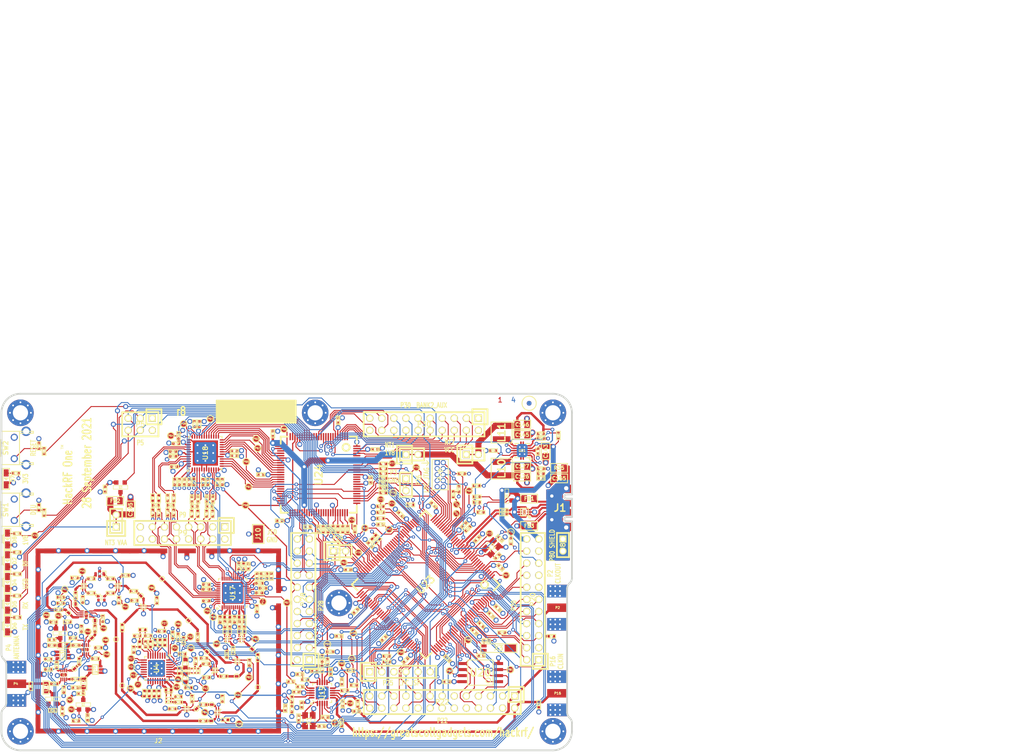
<source format=kicad_pcb>
(kicad_pcb (version 20211014) (generator pcbnew)
  (title_block (title "HackRF One") (date "2021-09-28") (rev "r8") (company "Copyright 2012-2020 Great Scott Gadgets") (comment 1 "Michael Ossmann") (comment 2 "Licensed under the CERN-OHL-P v2"))
  (layers (0 "F.Cu" signal "C1F") (1 "In1.Cu" signal "C2") (2 "In2.Cu" signal "C3") (31 "B.Cu" signal "C4B") (34 "B.Paste" user) (35 "F.Paste" user) (36 "B.SilkS" user "B.Silkscreen") (37 "F.SilkS" user "F.Silkscreen") (38 "B.Mask" user) (39 "F.Mask" user) (44 "Edge.Cuts" user))
  (net 0 "")
  (net 1 "!MIX_BYPASS")
  (net 2 "!RX_AMP_PWR")
  (net 3 "!TX_AMP_PWR")
  (net 4 "!VAA_ENABLE")
  (net 5 "/baseband/CLK0")
  (net 6 "/baseband/CLK1")
  (net 7 "/baseband/CLK2")
  (net 8 "/baseband/CLK3")
  (net 9 "/baseband/CLK5")
  (net 10 "/baseband/COM")
  (net 11 "/baseband/CPOUT+")
  (net 12 "/baseband/CPOUT-")
  (net 13 "/baseband/IA+")
  (net 14 "/baseband/IA-")
  (net 15 "/baseband/ID+")
  (net 16 "/baseband/ID-")
  (net 17 "/baseband/INTR")
  (net 18 "/baseband/OEB")
  (net 19 "/baseband/QA+")
  (net 20 "/baseband/QA-")
  (net 21 "/baseband/QD+")
  (net 22 "/baseband/QD-")
  (net 23 "/baseband/REFN")
  (net 24 "/baseband/REFP")
  (net 25 "/baseband/RXBBI+")
  (net 26 "/baseband/RXBBI-")
  (net 27 "/baseband/RXBBQ+")
  (net 28 "/baseband/RXBBQ-")
  (net 29 "/baseband/TXBBI+")
  (net 30 "/baseband/TXBBI-")
  (net 31 "/baseband/TXBBQ+")
  (net 32 "/baseband/TXBBQ-")
  (net 33 "/baseband/XA")
  (net 34 "/baseband/XB")
  (net 35 "/baseband/XCVR_CLKOUT")
  (net 36 "/baseband/XTAL2")
  (net 37 "/frontend/!ANT_BIAS")
  (net 38 "/frontend/REF_IN")
  (net 39 "/frontend/RX_AMP_OUT")
  (net 40 "/frontend/TX_AMP_IN")
  (net 41 "/frontend/TX_AMP_OUT")
  (net 42 "/mcu/usb/power/ADC0_0")
  (net 43 "/mcu/usb/power/ADC0_2")
  (net 44 "/mcu/usb/power/ADC0_5")
  (net 45 "/mcu/usb/power/ADC0_6")
  (net 46 "/mcu/usb/power/B1AUX13")
  (net 47 "/mcu/usb/power/B1AUX14")
  (net 48 "/mcu/usb/power/B2AUX1")
  (net 49 "/mcu/usb/power/B2AUX10")
  (net 50 "/mcu/usb/power/B2AUX11")
  (net 51 "/mcu/usb/power/B2AUX12")
  (net 52 "/mcu/usb/power/B2AUX13")
  (net 53 "/mcu/usb/power/B2AUX14")
  (net 54 "/mcu/usb/power/B2AUX15")
  (net 55 "/mcu/usb/power/B2AUX16")
  (net 56 "/mcu/usb/power/B2AUX2")
  (net 57 "/mcu/usb/power/B2AUX3")
  (net 58 "/mcu/usb/power/B2AUX4")
  (net 59 "/mcu/usb/power/B2AUX5")
  (net 60 "/mcu/usb/power/B2AUX6")
  (net 61 "/mcu/usb/power/B2AUX7")
  (net 62 "/mcu/usb/power/B2AUX8")
  (net 63 "/mcu/usb/power/B2AUX9")
  (net 64 "/mcu/usb/power/BANK2F3M1")
  (net 65 "/mcu/usb/power/BANK2F3M10")
  (net 66 "/mcu/usb/power/BANK2F3M11")
  (net 67 "/mcu/usb/power/BANK2F3M12")
  (net 68 "/mcu/usb/power/BANK2F3M14")
  (net 69 "/mcu/usb/power/BANK2F3M15")
  (net 70 "/mcu/usb/power/BANK2F3M16")
  (net 71 "/mcu/usb/power/BANK2F3M2")
  (net 72 "/mcu/usb/power/BANK2F3M3")
  (net 73 "/mcu/usb/power/BANK2F3M4")
  (net 74 "/mcu/usb/power/BANK2F3M5")
  (net 75 "/mcu/usb/power/BANK2F3M6")
  (net 76 "/mcu/usb/power/BANK2F3M7")
  (net 77 "/mcu/usb/power/BANK2F3M8")
  (net 78 "/mcu/usb/power/BANK2F3M9")
  (net 79 "/mcu/usb/power/CPLD_TCK")
  (net 80 "/mcu/usb/power/CPLD_TDI")
  (net 81 "/mcu/usb/power/CPLD_TDO")
  (net 82 "/mcu/usb/power/CPLD_TMS")
  (net 83 "/mcu/usb/power/DBGEN")
  (net 84 "/mcu/usb/power/DM")
  (net 85 "/mcu/usb/power/DP")
  (net 86 "/mcu/usb/power/EN1V8")
  (net 87 "/mcu/usb/power/GCK0")
  (net 88 "/mcu/usb/power/GPIO3_10")
  (net 89 "/mcu/usb/power/GPIO3_11")
  (net 90 "/mcu/usb/power/GPIO3_12")
  (net 91 "/mcu/usb/power/GPIO3_13")
  (net 92 "/mcu/usb/power/GPIO3_14")
  (net 93 "/mcu/usb/power/GPIO3_15")
  (net 94 "/mcu/usb/power/GPIO3_8")
  (net 95 "/mcu/usb/power/GPIO3_9")
  (net 96 "/mcu/usb/power/GP_CLKIN")
  (net 97 "/mcu/usb/power/I2C1_SCL")
  (net 98 "/mcu/usb/power/I2C1_SDA")
  (net 99 "/mcu/usb/power/I2S0_RX_MCLK")
  (net 100 "/mcu/usb/power/I2S0_RX_SCK")
  (net 101 "/mcu/usb/power/I2S0_RX_SDA")
  (net 102 "/mcu/usb/power/I2S0_RX_WS")
  (net 103 "/mcu/usb/power/I2S0_TX_MCLK")
  (net 104 "/mcu/usb/power/I2S0_TX_SCK")
  (net 105 "/mcu/usb/power/ISP")
  (net 106 "/mcu/usb/power/LED1")
  (net 107 "/mcu/usb/power/LED2")
  (net 108 "/mcu/usb/power/LED3")
  (net 109 "/mcu/usb/power/P1_1")
  (net 110 "/mcu/usb/power/P1_2")
  (net 111 "/mcu/usb/power/P2_13")
  (net 112 "/mcu/usb/power/P2_8")
  (net 113 "/mcu/usb/power/P2_9")
  (net 114 "/mcu/usb/power/REG_OUT1")
  (net 115 "/mcu/usb/power/REG_OUT2")
  (net 116 "/mcu/usb/power/RESET")
  (net 117 "/mcu/usb/power/RREF")
  (net 118 "/mcu/usb/power/RTCX1")
  (net 119 "/mcu/usb/power/RTCX2")
  (net 120 "/mcu/usb/power/RTC_ALARM")
  (net 121 "/mcu/usb/power/SD_CD")
  (net 122 "/mcu/usb/power/SD_CLK")
  (net 123 "/mcu/usb/power/SD_CMD")
  (net 124 "/mcu/usb/power/SD_DAT0")
  (net 125 "/mcu/usb/power/SD_DAT1")
  (net 126 "/mcu/usb/power/SD_DAT2")
  (net 127 "/mcu/usb/power/SD_DAT3")
  (net 128 "/mcu/usb/power/SD_POW")
  (net 129 "/mcu/usb/power/SD_VOLT0")
  (net 130 "/mcu/usb/power/SGPIO0")
  (net 131 "/mcu/usb/power/SGPIO1")
  (net 132 "/mcu/usb/power/SGPIO10")
  (net 133 "/mcu/usb/power/SGPIO11")
  (net 134 "/mcu/usb/power/SGPIO12")
  (net 135 "/mcu/usb/power/SGPIO13")
  (net 136 "/mcu/usb/power/SGPIO14")
  (net 137 "/mcu/usb/power/SGPIO15")
  (net 138 "/mcu/usb/power/SGPIO2")
  (net 139 "/mcu/usb/power/SGPIO3")
  (net 140 "/mcu/usb/power/SGPIO4")
  (net 141 "/mcu/usb/power/SGPIO5")
  (net 142 "/mcu/usb/power/SGPIO6")
  (net 143 "/mcu/usb/power/SGPIO7")
  (net 144 "/mcu/usb/power/SGPIO9")
  (net 145 "/mcu/usb/power/SPIFI_CS")
  (net 146 "/mcu/usb/power/SPIFI_CIPO")
  (net 147 "/mcu/usb/power/SPIFI_COPI")
  (net 148 "/mcu/usb/power/SPIFI_SCK")
  (net 149 "/mcu/usb/power/SPIFI_SIO2")
  (net 150 "/mcu/usb/power/SPIFI_SIO3")
  (net 151 "/mcu/usb/power/TCK")
  (net 152 "/mcu/usb/power/TDI")
  (net 153 "/mcu/usb/power/TDO")
  (net 154 "/mcu/usb/power/TMS")
  (net 155 "/mcu/usb/power/U0_RXD")
  (net 156 "/mcu/usb/power/U0_TXD")
  (net 157 "/mcu/usb/power/USB_SHIELD")
  (net 158 "/mcu/usb/power/VBAT")
  (net 159 "/mcu/usb/power/VBUS")
  (net 160 "/mcu/usb/power/VBUSCTRL")
  (net 161 "/mcu/usb/power/VIN")
  (net 162 "/mcu/usb/power/VREGMODE")
  (net 163 "/mcu/usb/power/WAKEUP")
  (net 164 "/mcu/usb/power/XTAL1")
  (net 165 "/mcu/usb/power/XTAL2")
  (net 166 "AMP_BYPASS")
  (net 167 "CLK6")
  (net 168 "CLKIN")
  (net 169 "CLKOUT")
  (net 170 "CS_AD")
  (net 171 "CS_XCVR")
  (net 172 "DA0")
  (net 173 "DA1")
  (net 174 "DA2")
  (net 175 "DA3")
  (net 176 "DA4")
  (net 177 "DA5")
  (net 178 "DA6")
  (net 179 "DA7")
  (net 180 "DD0")
  (net 181 "DD1")
  (net 182 "DD2")
  (net 183 "DD3")
  (net 184 "DD4")
  (net 185 "DD5")
  (net 186 "DD6")
  (net 187 "DD7")
  (net 188 "DD8")
  (net 189 "DD9")
  (net 190 "GCK1")
  (net 191 "GCK2")
  (net 192 "GND")
  (net 193 "HP")
  (net 194 "LP")
  (net 195 "MCU_CLK")
  (net 196 "MIXER_ENX")
  (net 197 "MIXER_RESETX")
  (net 198 "MIXER_SCLK")
  (net 199 "MIXER_SDATA")
  (net 200 "MIX_BYPASS")
  (net 201 "MIX_CLK")
  (net 202 "RSSI")
  (net 203 "RX")
  (net 204 "RXENABLE")
  (net 205 "RX_AMP")
  (net 206 "RX_IF")
  (net 207 "RX_MIX_BP")
  (net 208 "SCL")
  (net 209 "SDA")
  (net 210 "SGPIO_CLK")
  (net 211 "SSP1_CIPO")
  (net 212 "SSP1_COPI")
  (net 213 "SSP1_SCK")
  (net 214 "TXENABLE")
  (net 215 "TX_AMP")
  (net 216 "TX_IF")
  (net 217 "TX_MIX_BP")
  (net 218 "VAA")
  (net 219 "VCC")
  (net 220 "XCVR_EN")
  (net 221 "Net-(C8-Pad2)")
  (net 222 "Net-(C9-Pad2)")
  (net 223 "Net-(C9-Pad1)")
  (net 224 "Net-(C12-Pad1)")
  (net 225 "Net-(C13-Pad1)")
  (net 226 "Net-(C14-Pad2)")
  (net 227 "Net-(C14-Pad1)")
  (net 228 "Net-(C15-Pad2)")
  (net 229 "Net-(C17-Pad2)")
  (net 230 "Net-(C17-Pad1)")
  (net 231 "Net-(C18-Pad2)")
  (net 232 "Net-(C18-Pad1)")
  (net 233 "Net-(C20-Pad2)")
  (net 234 "Net-(C20-Pad1)")
  (net 235 "Net-(C21-Pad2)")
  (net 236 "Net-(C21-Pad1)")
  (net 237 "Net-(C23-Pad2)")
  (net 238 "Net-(C23-Pad1)")
  (net 239 "Net-(C25-Pad1)")
  (net 240 "Net-(C26-Pad2)")
  (net 241 "Net-(C26-Pad1)")
  (net 242 "Net-(C27-Pad2)")
  (net 243 "Net-(C27-Pad1)")
  (net 244 "Net-(C28-Pad2)")
  (net 245 "Net-(C28-Pad1)")
  (net 246 "Net-(C31-Pad2)")
  (net 247 "Net-(C31-Pad1)")
  (net 248 "Net-(C32-Pad2)")
  (net 249 "Net-(C32-Pad1)")
  (net 250 "Net-(C43-Pad2)")
  (net 251 "Net-(C43-Pad1)")
  (net 252 "Net-(C44-Pad2)")
  (net 253 "Net-(C44-Pad1)")
  (net 254 "Net-(C46-Pad2)")
  (net 255 "Net-(C46-Pad1)")
  (net 256 "Net-(C48-Pad1)")
  (net 257 "Net-(C49-Pad2)")
  (net 258 "Net-(C50-Pad1)")
  (net 259 "Net-(C51-Pad2)")
  (net 260 "Net-(C51-Pad1)")
  (net 261 "Net-(C163-Pad2)")
  (net 262 "Net-(C58-Pad2)")
  (net 263 "Net-(C59-Pad2)")
  (net 264 "Net-(C61-Pad2)")
  (net 265 "Net-(C61-Pad1)")
  (net 266 "Net-(C62-Pad2)")
  (net 267 "Net-(C64-Pad2)")
  (net 268 "Net-(C64-Pad1)")
  (net 269 "Net-(C99-Pad2)")
  (net 270 "Net-(C99-Pad1)")
  (net 271 "Net-(C102-Pad2)")
  (net 272 "Net-(C102-Pad1)")
  (net 273 "Net-(C104-Pad2)")
  (net 274 "Net-(C104-Pad1)")
  (net 275 "Net-(C105-Pad1)")
  (net 276 "Net-(C106-Pad1)")
  (net 277 "Net-(C111-Pad2)")
  (net 278 "Net-(C111-Pad1)")
  (net 279 "Net-(C114-Pad2)")
  (net 280 "Net-(C114-Pad1)")
  (net 281 "Net-(C125-Pad2)")
  (net 282 "Net-(C160-Pad1)")
  (net 283 "Net-(D2-Pad2)")
  (net 284 "Net-(D4-Pad2)")
  (net 285 "Net-(D5-Pad2)")
  (net 286 "Net-(D6-Pad2)")
  (net 287 "Net-(D7-Pad2)")
  (net 288 "Net-(D8-Pad2)")
  (net 289 "Net-(FB1-Pad1)")
  (net 290 "Net-(FB2-Pad1)")
  (net 291 "Net-(FB3-Pad1)")
  (net 292 "Net-(J1-Pad4)")
  (net 293 "Net-(J1-Pad3)")
  (net 294 "Net-(J1-Pad2)")
  (net 295 "Net-(L1-Pad2)")
  (net 296 "Net-(L1-Pad1)")
  (net 297 "Net-(L2-Pad1)")
  (net 298 "Net-(L3-Pad1)")
  (net 299 "Net-(L10-Pad1)")
  (net 300 "Net-(L11-Pad2)")
  (net 301 "Net-(L13-Pad1)")
  (net 302 "Net-(P6-Pad1)")
  (net 303 "Net-(P7-Pad1)")
  (net 304 "Net-(P17-Pad1)")
  (net 305 "Net-(P19-Pad1)")
  (net 306 "Net-(P24-Pad1)")
  (net 307 "Net-(R4-Pad2)")
  (net 308 "Net-(R30-Pad2)")
  (net 309 "Net-(R19-Pad2)")
  (net 310 "Net-(R51-Pad1)")
  (net 311 "Net-(R52-Pad2)")
  (net 312 "Net-(R55-Pad2)")
  (net 313 "Net-(R62-Pad1)")
  (net 314 "/frontend/RX_AMP_IN")
  (net 315 "+1V8")
  (footprint "gsg-modules:LTST-S220" (layer "F.Cu") (at 61.27 148.838 -90)
    (fp_text reference "D6")
    (fp_text value "TXLED" hide)
  )
  (footprint "gsg-modules:LTST-S220" (layer "F.Cu") (at 61.27 139.694 -90)
    (fp_text reference "D4")
    (fp_text value "USBLED" hide)
  )
  (footprint "gsg-modules:LTST-S220" (layer "F.Cu") (at 61.27 130.55 -90)
    (fp_text reference "D8")
    (fp_text value "1V8LED" hide)
  )
  (footprint "gsg-modules:LTST-S220" (layer "F.Cu") (at 61.27 144.266 -90)
    (fp_text reference "D5")
    (fp_text value "RXLED" hide)
  )
  (footprint "gsg-modules:LTST-S220" (layer "F.Cu") (at 61.27 135.122 -90)
    (fp_text reference "D2")
    (fp_text value "VAALED" hide)
  )
  (footprint "GSG-TESTPOINT-30MIL-MASKONLY" (layer "F.Cu") (at 89.31402 142.49908)
    (fp_text reference "TESTPOINT-30MIL-MASKONLY" hide)
    (fp_text value "VAL**" hide)
  )
  (footprint "GSG-TESTPOINT-30MIL-MASKONLY" (layer "F.Cu") (at 84.1046 151.6574)
    (fp_text reference "TESTPOINT-30MIL-MASKONLY" hide)
    (fp_text value "VAL**" hide)
  )
  (footprint "GSG-TESTPOINT-30MIL-MASKONLY" (layer "F.Cu") (at 75.57516 144.21358)
    (fp_text reference "TESTPOINT-30MIL-MASKONLY" hide)
    (fp_text value "VAL**" hide)
  )
  (footprint "GSG-TESTPOINT-30MIL-MASKONLY" (layer "F.Cu") (at 74.0537 146.1516)
    (fp_text reference "TESTPOINT-30MIL-MASKONLY" hide)
    (fp_text value "VAL**" hide)
  )
  (footprint "GSG-TESTPOINT-30MIL-MASKONLY" (layer "F.Cu") (at 93.782 138.932)
    (fp_text reference "TESTPOINT-30MIL-MASKONLY" hide)
    (fp_text value "VAL**" hide)
  )
  (footprint "GSG-TESTPOINT-30MIL-MASKONLY" (layer "F.Cu") (at 85.4 161.3602)
    (fp_text reference "TESTPOINT-30MIL-MASKONLY" hide)
    (fp_text value "VAL**" hide)
  )
  (footprint "GSG-TESTPOINT-30MIL-MASKONLY" (layer "F.Cu") (at 75.33894 157.8483)
    (fp_text reference "TESTPOINT-30MIL-MASKONLY" hide)
    (fp_text value "VAL**" hide)
  )
  (footprint "GSG-TESTPOINT-30MIL-MASKONLY" (layer "F.Cu") (at 79.0321 151.36114)
    (fp_text reference "TESTPOINT-30MIL-MASKONLY" hide)
    (fp_text value "VAL**" hide)
  )
  (footprint "GSG-TESTPOINT-30MIL-MASKONLY" (layer "F.Cu") (at 113.919 161.74974)
    (fp_text reference "TESTPOINT-30MIL-MASKONLY" hide)
    (fp_text value "VAL**" hide)
  )
  (footprint "GSG-TESTPOINT-30MIL-MASKONLY" (layer "F.Cu") (at 104.11206 168.79824)
    (fp_text reference "TESTPOINT-30MIL-MASKONLY" hide)
    (fp_text value "VAL**" hide)
  )
  (footprint "GSG-TESTPOINT-30MIL-MASKONLY" (layer "F.Cu") (at 104.25176 165.37432)
    (fp_text reference "TESTPOINT-30MIL-MASKONLY" hide)
    (fp_text value "VAL**" hide)
  )
  (footprint "GSG-TESTPOINT-30MIL-MASKONLY" (layer "F.Cu") (at 101.0158 166.26332)
    (fp_text reference "TESTPOINT-30MIL-MASKONLY" hide)
    (fp_text value "VAL**" hide)
  )
  (footprint "GSG-TESTPOINT-30MIL-MASKONLY" (layer "F.Cu") (at 79.6671 147.71116)
    (fp_text reference "TESTPOINT-30MIL-MASKONLY" hide)
    (fp_text value "VAL**" hide)
  )
  (footprint "GSG-TESTPOINT-30MIL-MASKONLY" (layer "F.Cu") (at 109.47654 159.42564)
    (fp_text reference "TESTPOINT-30MIL-MASKONLY" hide)
    (fp_text value "VAL**" hide)
  )
  (footprint "GSG-TESTPOINT-30MIL-MASKONLY" (layer "F.Cu") (at 99.36226 147.6883)
    (fp_text reference "TESTPOINT-30MIL-MASKONLY" hide)
    (fp_text value "VAL**" hide)
  )
  (footprint "GSG-TESTPOINT-30MIL-MASKONLY" (layer "F.Cu") (at 103.23068 154.2796)
    (fp_text reference "TESTPOINT-30MIL-MASKONLY" hide)
    (fp_text value "VAL**" hide)
  )
  (footprint "GSG-TESTPOINT-30MIL-MASKONLY" (layer "F.Cu") (at 112.71504 153.71064)
    (fp_text reference "TESTPOINT-30MIL-MASKONLY" hide)
    (fp_text value "VAL**" hide)
  )
  (footprint "gsg-modules:LTST-S220" (layer "F.Cu") (at 61 117.9 -90)
    (fp_text reference "D7")
    (fp_text value "VCCLED" hide)
  )
  (footprint "GSG-MARK1MM" (layer "F.Cu") (at 171 102)
    (fp_text reference "MARK1MM" hide)
    (fp_text value "VAL**" hide)
  )
  (footprint "hackrf:GSG-0402" (layer "F.Cu") (at 91.0964 163.0468 -90)
    (fp_text reference "C1")
    (fp_text value "33pF" hide)
  )
  (footprint "hackrf:GSG-0402" (layer "F.Cu") (at 90.0804 163.0468 -90)
    (fp_text reference "C2")
    (fp_text value "10nF" hide)
  )
  (footprint "hackrf:GSG-0402" (layer "F.Cu") (at 93.1284 163.0468 -90)
    (fp_text reference "C3")
    (fp_text value "33pF" hide)
  )
  (footprint "hackrf:GSG-0402" (layer "F.Cu") (at 92.1124 163.0468 -90)
    (fp_text reference "C4")
    (fp_text value "10nF" hide)
  )
  (footprint "hackrf:GSG-0402" (layer "F.Cu") (at 92.341 152.328 90)
    (fp_text reference "C5")
    (fp_text value "33pF" hide)
  )
  (footprint "hackrf:GSG-0402" (layer "F.Cu") (at 93.357 152.328 90)
    (fp_text reference "C6")
    (fp_text value "10nF" hide)
  )
  (footprint "hackrf:GSG-0402" (layer "F.Cu") (at 107.084 168.5762 180)
    (fp_text reference "C7")
    (fp_text value "33pF" hide)
  )
  (footprint "hackrf:GSG-0402" (layer "F.Cu") (at 113.919 155.448 -90)
    (fp_text reference "C8")
    (fp_text value "22pF" hide)
  )
  (footprint "hackrf:GSG-0402" (layer "F.Cu") (at 85.4 149.1682 90)
    (fp_text reference "C9")
    (fp_text value "100nF" hide)
  )
  (footprint "hackrf:GSG-0402" (layer "F.Cu") (at 87.9808 143.4816)
    (fp_text reference "C10")
    (fp_text value "10nF" hide)
  )
  (footprint "hackrf:GSG-0402" (layer "F.Cu") (at 84.7138 143.4622 90)
    (fp_text reference "C11")
    (fp_text value "33pF" hide)
  )
  (footprint "hackrf:GSG-0402" (layer "F.Cu") (at 87.7944 153.8266 -90)
    (fp_text reference "C12")
    (fp_text value "330pF" hide)
  )
  (footprint "hackrf:GSG-0402" (layer "F.Cu") (at 88.5564 150.9056 180)
    (fp_text reference "C13")
    (fp_text value "330pF" hide)
  )
  (footprint "hackrf:GSG-0402" (layer "F.Cu") (at 90.3344 152.6836 90)
    (fp_text reference "C14")
    (fp_text value "8p2" hide)
  )
  (footprint "hackrf:GSG-0402" (layer "F.Cu") (at 90.8424 150.9056)
    (fp_text reference "C15")
    (fp_text value "180pF" hide)
  )
  (footprint "hackrf:GSG-0402" (layer "F.Cu") (at 106.4998 164.1566 90)
    (fp_text reference "C16")
    (fp_text value "10nF" hide)
  )
  (footprint "hackrf:GSG-0402" (layer "F.Cu") (at 82.9358 141.9382)
    (fp_text reference "C17")
    (fp_text value "100nF" hide)
  )
  (footprint "hackrf:GSG-0402" (layer "F.Cu") (at 78.8718 141.9382)
    (fp_text reference "C18")
    (fp_text value "100nF" hide)
  )
  (footprint "hackrf:GSG-0402" (layer "F.Cu") (at 77.0938 143.3352 90)
    (fp_text reference "C19")
    (fp_text value "10nF" hide)
  )
  (footprint "hackrf:GSG-0402" (layer "F.Cu") (at 87.8078 141.5288)
    (fp_text reference "C20")
    (fp_text value "100nF" hide)
  )
  (footprint "hackrf:GSG-0402" (layer "F.Cu") (at 102.4382 165.3794 180)
    (fp_text reference "C21")
    (fp_text value "22pF" hide)
  )
  (footprint "hackrf:GSG-0402" (layer "F.Cu") (at 95.9732 166.2726)
    (fp_text reference "C22")
    (fp_text value "10nF" hide)
  )
  (footprint "hackrf:GSG-0402" (layer "F.Cu") (at 101.2698 151.1808 90)
    (fp_text reference "C23")
    (fp_text value "100nF" hide)
  )
  (footprint "hackrf:GSG-0402" (layer "F.Cu") (at 92.6798 143.4816 -90)
    (fp_text reference "C24")
    (fp_text value "33pF" hide)
  )
  (footprint "hackrf:GSG-0402" (layer "F.Cu") (at 97.1924 163.7326)
    (fp_text reference "C25")
    (fp_text value "100nF" hide)
  )
  (footprint "hackrf:GSG-0402" (layer "F.Cu") (at 78.8718 138.8902 180)
    (fp_text reference "C26")
    (fp_text value "47pF" hide)
  )
  (footprint "hackrf:GSG-0402" (layer "F.Cu") (at 82.9358 138.8902)
    (fp_text reference "C27")
    (fp_text value "47pF" hide)
  )
  (footprint "hackrf:GSG-0402" (layer "F.Cu") (at 97.1924 164.8756)
    (fp_text reference "C28")
    (fp_text value "100nF" hide)
  )
  (footprint "hackrf:GSG-0402" (layer "F.Cu") (at 75.4174 138.7124 180)
    (fp_text reference "C29")
    (fp_text value "33pF" hide)
  )
  (footprint "hackrf:GSG-0402" (layer "F.Cu") (at 86.1 138.2)
    (fp_text reference "C30")
    (fp_text value "10nF" hide)
  )
  (footprint "hackrf:GSG-0402" (layer "F.Cu") (at 75.5952 142.4462 90)
    (fp_text reference "C31")
    (fp_text value "100nF" hide)
  )
  (footprint "hackrf:GSG-0402" (layer "F.Cu") (at 102.4382 168.8084 180)
    (fp_text reference "C32")
    (fp_text value "22pF" hide)
  )
  (footprint "hackrf:GSG-0402" (layer "F.Cu") (at 100.1134 164.139 90)
    (fp_text reference "C33")
    (fp_text value "33pF" hide)
  )
  (footprint "hackrf:GSG-0402" (layer "F.Cu") (at 98.31 151.9216 90)
    (fp_text reference "C34")
    (fp_text value "33pF" hide)
  )
  (footprint "hackrf:GSG-0402" (layer "F.Cu") (at 97.167 151.1596 90)
    (fp_text reference "C35")
    (fp_text value "33pF" hide)
  )
  (footprint "hackrf:GSG-0402" (layer "F.Cu") (at 96.024 150.7786 90)
    (fp_text reference "C36")
    (fp_text value "33pF" hide)
  )
  (footprint "hackrf:GSG-0402" (layer "F.Cu") (at 93.738 149.915 180)
    (fp_text reference "C37")
    (fp_text value "33pF" hide)
  )
  (footprint "hackrf:GSG-0402" (layer "F.Cu") (at 72.4456 142.8272)
    (fp_text reference "C38")
    (fp_text value "33pF" hide)
  )
  (footprint "hackrf:GSG-0402" (layer "F.Cu") (at 81.3054 147.3454 90)
    (fp_text reference "C39")
    (fp_text value "33pF" hide)
  )
  (footprint "hackrf:GSG-0402" (layer "F.Cu") (at 72.4456 144.0718)
    (fp_text reference "C40")
    (fp_text value "33pF" hide)
  )
  (footprint "hackrf:GSG-0402" (layer "F.Cu") (at 99.326 161.8276)
    (fp_text reference "C41")
    (fp_text value "100pF" hide)
  )
  (footprint "hackrf:GSG-0402" (layer "F.Cu") (at 98.056 154.7156 180)
    (fp_text reference "C42")
    (fp_text value "100pF" hide)
  )
  (footprint "hackrf:GSG-0402" (layer "F.Cu") (at 72.009 145.415 180)
    (fp_text reference "C43")
    (fp_text value "22pF" hide)
  )
  (footprint "hackrf:GSG-0402" (layer "F.Cu") (at 79.6798 149.4282 90)
    (fp_text reference "C44")
    (fp_text value "100nF" hide)
  )
  (footprint "hackrf:GSG-0402" (layer "F.Cu") (at 102.5906 155.6512)
    (fp_text reference "C45")
    (fp_text value "33pF" hide)
  )
  (footprint "hackrf:GSG-0402" (layer "F.Cu") (at 103.0478 156.7942 180)
    (fp_text reference "C46")
    (fp_text value "100nF" hide)
  )
  (footprint "hackrf:GSG-0402" (layer "F.Cu") (at 112.1664 156.5656 90)
    (fp_text reference "C47")
    (fp_text value "33pF" hide)
  )
  (footprint "hackrf:GSG-0402" (layer "F.Cu") (at 108.7374 154.0002 90)
    (fp_text reference "C48")
    (fp_text value "22pF" hide)
  )
  (footprint "hackrf:GSG-0402" (layer "F.Cu") (at 100.85 156.2396 -90)
    (fp_text reference "C49")
    (fp_text value "100nF" hide)
  )
  (footprint "hackrf:GSG-0402" (layer "F.Cu") (at 75.678 152.92)
    (fp_text reference "C50")
    (fp_text value "100nF" hide)
  )
  (footprint "hackrf:GSG-0402" (layer "F.Cu") (at 106.7414 159.434 180)
    (fp_text reference "C51")
    (fp_text value "22pF" hide)
  )
  (footprint "hackrf:GSG-0402" (layer "F.Cu") (at 70.598 152.92 180)
    (fp_text reference "C52")
    (fp_text value "100pF" hide)
  )
  (footprint "hackrf:GSG-0402" (layer "F.Cu") (at 70.9474 147.9998 180)
    (fp_text reference "C53")
    (fp_text value "1uF" hide)
  )
  (footprint "hackrf:GSG-0402" (layer "F.Cu") (at 103.124 159.6644 180)
    (fp_text reference "C54")
    (fp_text value "10nF" hide)
  )
  (footprint "hackrf:GSG-0402" (layer "F.Cu") (at 80.377 153.428)
    (fp_text reference "C55")
    (fp_text value "33pF" hide)
  )
  (footprint "hackrf:GSG-0402" (layer "F.Cu") (at 107.3912 154.8638 90)
    (fp_text reference "C56")
    (fp_text value "10nF" hide)
  )
  (footprint "hackrf:GSG-0402" (layer "F.Cu") (at 76.835 149.4282 90)
    (fp_text reference "C57")
    (fp_text value "33pF" hide)
  )
  (footprint "hackrf:GSG-0402" (layer "F.Cu") (at 71.614 157.111 90)
    (fp_text reference "C58")
    (fp_text value "100nF" hide)
  )
  (footprint "hackrf:GSG-0402" (layer "F.Cu") (at 79.742 155.714)
    (fp_text reference "C59")
    (fp_text value "100nF" hide)
  )
  (footprint "hackrf:GSG-0402" (layer "F.Cu") (at 75.043 151.396)
    (fp_text reference "C60")
    (fp_text value "33pF" hide)
  )
  (footprint "hackrf:GSG-0402" (layer "F.Cu") (at 76.3638 156.3236 90)
    (fp_text reference "C61")
    (fp_text value "100nF" hide)
  )
  (footprint "hackrf:GSG-0402" (layer "F.Cu") (at 75.551 160.032)
    (fp_text reference "C62")
    (fp_text value "100nF" hide)
  )
  (footprint "hackrf:GSG-0402" (layer "F.Cu") (at 73.0872 162.2418 -90)
    (fp_text reference "C63")
    (fp_text value "33pF" hide)
  )
  (footprint "hackrf:GSG-0402" (layer "F.Cu") (at 71.1 161 180)
    (fp_text reference "C64")
    (fp_text value "100nF" hide)
  )
  (footprint "hackrf:GSG-0402" (layer "F.Cu") (at 69.836 158)
    (fp_text reference "C65")
    (fp_text value "33pF" hide)
  )
  (footprint "hackrf:GSG-0402" (layer "F.Cu") (at 69.836 155.841)
    (fp_text reference "C66")
    (fp_text value "33pF" hide)
  )
  (footprint "hackrf:GSG-0402" (layer "F.Cu") (at 121.0802 164.2964 -90)
    (fp_text reference "C67")
    (fp_text value "33pF" hide)
  )
  (footprint "hackrf:GSG-0402" (layer "F.Cu") (at 127.4624 155.7214 90)
    (fp_text reference "C68")
    (fp_text value "100pF" hide)
  )
  (footprint "hackrf:GSG-0402" (layer "F.Cu") (at 129.088 154.2736)
    (fp_text reference "C69")
    (fp_text value "100pF" hide)
  )
  (footprint "hackrf:GSG-0402" (layer "F.Cu") (at 121.0802 166.3284 -90)
    (fp_text reference "C70")
    (fp_text value "100pF" hide)
  )
  (footprint "hackrf:GSG-0402" (layer "F.Cu") (at 100.4824 118.5578 -90)
    (fp_text reference "C71")
    (fp_text value "100nF" hide)
  )
  (footprint "hackrf:GSG-0402" (layer "F.Cu") (at 99.4664 118.5578 -90)
    (fp_text reference "C72")
    (fp_text value "2.2uF" hide)
  )
  (footprint "hackrf:GSG-0402" (layer "F.Cu") (at 103.4034 118.5578 -90)
    (fp_text reference "C73")
    (fp_text value "100nF" hide)
  )
  (footprint "hackrf:GSG-0402" (layer "F.Cu") (at 102.3874 118.5578 -90)
    (fp_text reference "C74")
    (fp_text value "2.2uF" hide)
  )
  (footprint "hackrf:GSG-0402" (layer "F.Cu") (at 105.4354 118.5578 -90)
    (fp_text reference "C75")
    (fp_text value "100nF" hide)
  )
  (footprint "hackrf:GSG-0402" (layer "F.Cu") (at 106.4514 118.5578 -90)
    (fp_text reference "C76")
    (fp_text value "2.2uF" hide)
  )
  (footprint "hackrf:GSG-0402" (layer "F.Cu") (at 101.6254 106.3658 90)
    (fp_text reference "C77")
    (fp_text value "100nF" hide)
  )
  (footprint "hackrf:GSG-0402" (layer "F.Cu") (at 100.6094 106.3658 90)
    (fp_text reference "C78")
    (fp_text value "2.2uF" hide)
  )
  (footprint "hackrf:GSG-0402" (layer "F.Cu") (at 96.7359 110.4933 180)
    (fp_text reference "C79")
    (fp_text value "100nF" hide)
  )
  (footprint "hackrf:GSG-0402" (layer "F.Cu") (at 97.2439 108.8423 90)
    (fp_text reference "C80")
    (fp_text value "2.2uF" hide)
  )
  (footprint "hackrf:GSG-0402" (layer "F.Cu") (at 96.1009 113.1603 180)
    (fp_text reference "C81")
    (fp_text value "100nF" hide)
  )
  (footprint "hackrf:GSG-0402" (layer "F.Cu") (at 96.1009 112.1443 180)
    (fp_text reference "C82")
    (fp_text value "2.2uF" hide)
  )
  (footprint "hackrf:GSG-0402" (layer "F.Cu") (at 96.3549 115.3193 180)
    (fp_text reference "C83")
    (fp_text value "100nF" hide)
  )
  (footprint "hackrf:GSG-0402" (layer "F.Cu") (at 105.9815 147.4851 -90)
    (fp_text reference "C84")
    (fp_text value "22pF" hide)
  )
  (footprint "hackrf:GSG-0402" (layer "F.Cu") (at 109.0295 147.4851 -90)
    (fp_text reference "C85")
    (fp_text value "22pF" hide)
  )
  (footprint "hackrf:GSG-0402" (layer "F.Cu") (at 113.7285 145.1991 -90)
    (fp_text reference "C86")
    (fp_text value "22pF" hide)
  )
  (footprint "hackrf:GSG-0402" (layer "F.Cu") (at 114.2365 141.8971)
    (fp_text reference "C87")
    (fp_text value "10nF" hide)
  )
  (footprint "hackrf:GSG-0402" (layer "F.Cu") (at 114.9985 140.8811)
    (fp_text reference "C88")
    (fp_text value "10nF" hide)
  )
  (footprint "hackrf:GSG-0402" (layer "F.Cu") (at 114.2365 139.8651)
    (fp_text reference "C89")
    (fp_text value "10nF" hide)
  )
  (footprint "hackrf:GSG-0402" (layer "F.Cu") (at 109.9185 136.3091 90)
    (fp_text reference "C90")
    (fp_text value "100pF" hide)
  )
  (footprint "hackrf:GSG-0402" (layer "F.Cu") (at 110.9345 136.3091 90)
    (fp_text reference "C91")
    (fp_text value "100nF" hide)
  )
  (footprint "hackrf:GSG-0402" (layer "F.Cu") (at 103.0605 140.1191 180)
    (fp_text reference "C92")
    (fp_text value "10nF" hide)
  )
  (footprint "hackrf:GSG-0402" (layer "F.Cu") (at 103.0605 141.1351 180)
    (fp_text reference "C93")
    (fp_text value "10nF" hide)
  )
  (footprint "hackrf:GSG-0402" (layer "F.Cu") (at 103.0605 143.5481 180)
    (fp_text reference "C94")
    (fp_text value "22pF" hide)
  )
  (footprint "hackrf:GSG-0402" (layer "F.Cu") (at 92.456 123.46)
    (fp_text reference "C95")
    (fp_text value "22pF" hide)
  )
  (footprint "hackrf:GSG-0402" (layer "F.Cu") (at 95.5802 123.46)
    (fp_text reference "C96")
    (fp_text value "22pF" hide)
  )
  (footprint "hackrf:GSG-0402" (layer "F.Cu") (at 96.4184 118.5578 -90)
    (fp_text reference "C97")
    (fp_text value "330nF" hide)
  )
  (footprint "hackrf:GSG-0402" (layer "F.Cu") (at 97.4344 118.5578 -90)
    (fp_text reference "C98")
    (fp_text value "330nF" hide)
  )
  (footprint "hackrf:GSG-0402" (layer "F.Cu") (at 106.9975 148.5011 -90)
    (fp_text reference "C99")
    (fp_text value "22pF" hide)
  )
  (footprint "hackrf:GSG-0402" (layer "F.Cu") (at 98.4504 118.5578 -90)
    (fp_text reference "C100")
    (fp_text value "330nF" hide)
  )
  (footprint "hackrf:GSG-0402" (layer "F.Cu") (at 100.6475 123.7013)
    (fp_text reference "C101")
    (fp_text value "22pF" hide)
  )
  (footprint "hackrf:GSG-0402" (layer "F.Cu") (at 108.0135 148.5011 -90)
    (fp_text reference "C102")
    (fp_text value "22pF" hide)
  )
  (footprint "hackrf:GSG-0402" (layer "F.Cu") (at 103.7717 123.7013)
    (fp_text reference "C103")
    (fp_text value "22pF" hide)
  )
  (footprint "hackrf:GSG-0402" (layer "F.Cu") (at 110.0455 148.5011 -90)
    (fp_text reference "C104")
    (fp_text value "3pF" hide)
  )
  (footprint "hackrf:GSG-0805" (layer "F.Cu") (at 87.1526 124.3524 90)
    (fp_text reference "C105")
    (fp_text value "10uF" hide)
  )
  (footprint "hackrf:GSG-0402" (layer "F.Cu") (at 111.9505 136.3091 90)
    (fp_text reference "C106")
    (fp_text value "1uF" hide)
  )
  (footprint "hackrf:GSG-0402" (layer "F.Cu") (at 104.4702 122.1646 90)
    (fp_text reference "C107")
    (fp_text value "22pF" hide)
  )
  (footprint "hackrf:GSG-0402" (layer "F.Cu") (at 103.2002 122.1646 90)
    (fp_text reference "C108")
    (fp_text value "22pF" hide)
  )
  (footprint "hackrf:GSG-0402" (layer "F.Cu") (at 101.346 122.1646 90)
    (fp_text reference "C109")
    (fp_text value "22pF" hide)
  )
  (footprint "hackrf:GSG-0402" (layer "F.Cu") (at 100.076 122.1646 90)
    (fp_text reference "C110")
    (fp_text value "22pF" hide)
  )
  (footprint "hackrf:GSG-0402" (layer "F.Cu") (at 111.0615 148.5011 -90)
    (fp_text reference "C111")
    (fp_text value "3pF" hide)
  )
  (footprint "hackrf:GSG-0402" (layer "F.Cu") (at 113.7285 138.3411 -90)
    (fp_text reference "C112")
    (fp_text value "180pF" hide)
  )
  (footprint "hackrf:GSG-0402" (layer "F.Cu") (at 123.1512 165.466 -90)
    (fp_text reference "C113")
    (fp_text value "100nF" hide)
  )
  (footprint "hackrf:GSG-0402" (layer "F.Cu") (at 116.7765 138.3411 -90)
    (fp_text reference "C114")
    (fp_text value "3.3nF" hide)
  )
  (footprint "hackrf:GSG-0402" (layer "F.Cu") (at 122.8142 161.6142 180)
    (fp_text reference "C115")
    (fp_text value "33pF" hide)
  )
  (footprint "hackrf:GSG-0402" (layer "F.Cu") (at 120.8584 160.5474 180)
    (fp_text reference "C116")
    (fp_text value "47pF" hide)
  )
  (footprint "hackrf:GSG-0402" (layer "F.Cu") (at 160.9 155.1 180)
    (fp_text reference "C118")
    (fp_text value "18pF" hide)
  )
  (footprint "hackrf:GSG-0402" (layer "F.Cu") (at 129.2472 158.481 90)
    (fp_text reference "C119")
    (fp_text value "100nF" hide)
  )
  (footprint "hackrf:GSG-0402" (layer "F.Cu") (at 131.628 160.6236 90)
    (fp_text reference "C120")
    (fp_text value "100nF" hide)
  )
  (footprint "hackrf:GSG-0402" (layer "F.Cu") (at 122.0268 162.7064 180)
    (fp_text reference "C121")
    (fp_text value "100nF" hide)
  )
  (footprint "hackrf:GSG-0402" (layer "F.Cu") (at 125.8368 158.3122 180)
    (fp_text reference "C122")
    (fp_text value "100nF" hide)
  )
  (footprint "hackrf:GSG-0402" (layer "F.Cu") (at 108.9914 113.0587)
    (fp_text reference "C123")
    (fp_text value "100nF" hide)
  )
  (footprint "hackrf:GSG-0402" (layer "F.Cu") (at 108.9914 112.0427)
    (fp_text reference "C124")
    (fp_text value "2.2uF" hide)
  )
  (footprint "hackrf:GSG-0402" (layer "F.Cu") (at 173.467 117.7932 180)
    (fp_text reference "C125")
    (fp_text value "33pF" hide)
  )
  (footprint "hackrf:GSG-0805" (layer "F.Cu") (at 169.53 117.4122)
    (fp_text reference "C126")
    (fp_text value "10uF" hide)
  )
  (footprint "hackrf:GSG-0805" (layer "F.Cu") (at 169.53 115.2532)
    (fp_text reference "C127")
    (fp_text value "10uF" hide)
  )
  (footprint "hackrf:GSG-0402" (layer "F.Cu") (at 150.84628 123.279349 135)
    (fp_text reference "C128")
    (fp_text value "100nF" hide)
  )
  (footprint "hackrf:GSG-0402" (layer "F.Cu") (at 143.931482 125.344808 135)
    (fp_text reference "C129")
    (fp_text value "100nF" hide)
  )
  (footprint "hackrf:GSG-0402" (layer "F.Cu") (at 137.555501 131.72079 135)
    (fp_text reference "C130")
    (fp_text value "100nF" hide)
  )
  (footprint "hackrf:GSG-0402" (layer "F.Cu") (at 132.898 137.0016 180)
    (fp_text reference "C131")
    (fp_text value "100nF" hide)
  )
  (footprint "hackrf:GSG-0402" (layer "F.Cu") (at 134.4982 145.7138 -135)
    (fp_text reference "C132")
    (fp_text value "100nF" hide)
  )
  (footprint "hackrf:GSG-0402" (layer "F.Cu") (at 140.429183 151.477353 -135)
    (fp_text reference "C133")
    (fp_text value "100nF" hide)
  )
  (footprint "hackrf:GSG-0402" (layer "F.Cu") (at 145.009113 156.057284 -135)
    (fp_text reference "C134")
    (fp_text value "100nF" hide)
  )
  (footprint "hackrf:GSG-0402" (layer "F.Cu") (at 153.809764 155.698074 -45)
    (fp_text reference "C135")
    (fp_text value "100nF" hide)
  )
  (footprint "hackrf:GSG-0402" (layer "F.Cu") (at 159.467325 150.040512 -45)
    (fp_text reference "C136")
    (fp_text value "100nF" hide)
  )
  (footprint "hackrf:GSG-0402" (layer "F.Cu") (at 160.904166 148.603671 -45)
    (fp_text reference "C137")
    (fp_text value "100nF" hide)
  )
  (footprint "hackrf:GSG-0402" (layer "F.Cu") (at 162.969625 146.538212 -45)
    (fp_text reference "C138")
    (fp_text value "100nF" hide)
  )
  (footprint "hackrf:GSG-0402" (layer "F.Cu") (at 164.406466 145.101371 -45)
    (fp_text reference "C139")
    (fp_text value "100nF" hide)
  )
  (footprint "hackrf:GSG-0402" (layer "F.Cu") (at 164.945282 136.480325 -45)
    (fp_text reference "C140")
    (fp_text value "100nF" hide)
  )
  (footprint "hackrf:GSG-0402" (layer "F.Cu") (at 157.312064 127.589872 45)
    (fp_text reference "C141")
    (fp_text value "100nF" hide)
  )
  (footprint "hackrf:GSG-0402" (layer "F.Cu") (at 160.095943 130.553356 45)
    (fp_text reference "C142")
    (fp_text value "100nF" hide)
  )
  (footprint "hackrf:GSG-0805" (layer "F.Cu") (at 174.483 112.0782 -90)
    (fp_text reference "C143")
    (fp_text value "10uF" hide)
  )
  (footprint "hackrf:GSG-0402" (layer "F.Cu") (at 153.6192 160.5788 180)
    (fp_text reference "C144")
    (fp_text value "100nF" hide)
  )
  (footprint "hackrf:GSG-0805" (layer "F.Cu") (at 169.53 108.6492 180)
    (fp_text reference "C145")
    (fp_text value "10uF" hide)
  )
  (footprint "hackrf:GSG-0805" (layer "F.Cu") (at 169.53 106.4902 180)
    (fp_text reference "C146")
    (fp_text value "10uF" hide)
  )
  (footprint "hackrf:GSG-0402" (layer "F.Cu") (at 172.832 112.0782 -90)
    (fp_text reference "C147")
    (fp_text value "100nF" hide)
  )
  (footprint "hackrf:GSG-0402" (layer "F.Cu") (at 137.668 118.1608 -90)
    (fp_text reference "C148")
    (fp_text value "100nF" hide)
  )
  (footprint "hackrf:GSG-0402" (layer "F.Cu") (at 138.5876 111.7032)
    (fp_text reference "C149")
    (fp_text value "100nF" hide)
  )
  (footprint "hackrf:GSG-0402" (layer "F.Cu") (at 130.81 105.5878 90)
    (fp_text reference "C150")
    (fp_text value "100nF" hide)
  )
  (footprint "hackrf:GSG-0402" (layer "F.Cu") (at 124.4144 128.01)
    (fp_text reference "C152")
    (fp_text value "100nF" hide)
  )
  (footprint "hackrf:GSG-0402" (layer "F.Cu") (at 114.554 117.0178 180)
    (fp_text reference "C153")
    (fp_text value "100nF" hide)
  )
  (footprint "hackrf:GSG-0402" (layer "F.Cu") (at 118.4962 126.6892 180)
    (fp_text reference "C154")
    (fp_text value "100nF" hide)
  )
  (footprint "hackrf:GSG-0805" (layer "F.Cu") (at 177.3 117.8 180)
    (fp_text reference "C155")
    (fp_text value "DNP" hide)
  )
  (footprint "hackrf:GSG-0402" (layer "F.Cu") (at 122.7634 158.998 180)
    (fp_text reference "C156")
    (fp_text value "47pF" hide)
  )
  (footprint "hackrf:GSG-0402" (layer "F.Cu") (at 164.316664 134.235261 45)
    (fp_text reference "C157")
    (fp_text value "18pF" hide)
  )
  (footprint "hackrf:GSG-0402" (layer "F.Cu") (at 164.855479 130.463554 -45)
    (fp_text reference "C158")
    (fp_text value "18pF" hide)
  )
  (footprint "hackrf:GSG-0402" (layer "F.Cu") (at 130.993 150.9716 180)
    (fp_text reference "C159")
    (fp_text value "100pF" hide)
  )
  (footprint "hackrf:GSG-0402" (layer "F.Cu") (at 75.551 161.81 180)
    (fp_text reference "C160")
    (fp_text value "100pF" hide)
  )
  (footprint "hackrf:GSG-0402" (layer "F.Cu") (at 78.1057 168.1848 -90)
    (fp_text reference "C161")
    (fp_text value "1uF" hide)
  )
  (footprint "hackrf:GSG-0402" (layer "F.Cu") (at 76.694 163.08)
    (fp_text reference "C162")
    (fp_text value "10nF" hide)
  )
  (footprint "hackrf:GSG-0402" (layer "F.Cu") (at 70.598 151.777)
    (fp_text reference "C163")
    (fp_text value "10nF" hide)
  )
  (footprint "hackrf:GSG-0402" (layer "F.Cu") (at 162 151.9)
    (fp_text reference "C164")
    (fp_text value "18pF" hide)
  )
  (footprint "hackrf:GSG-0402" (layer "F.Cu") (at 134.7014 166.7958 180)
    (fp_text reference "C165")
    (fp_text value "100pF" hide)
  )
  (footprint "hackrf:GSG-0402" (layer "F.Cu") (at 119.7154 166.1354 -90)
    (fp_text reference "C166")
    (fp_text value "100nF" hide)
  )
  (footprint "hackrf:GSG-0402" (layer "F.Cu") (at 81.7932 120.1106 -90)
    (fp_text reference "C167")
    (fp_text value "100nF" hide)
  )
  (footprint "hackrf:GSG-0402" (layer "F.Cu") (at 139.756 127.502 180)
    (fp_text reference "C168")
    (fp_text value "100pF" hide)
  )
  (footprint "hackrf:GSG-0402" (layer "F.Cu") (at 127.381 169.9006 180)
    (fp_text reference "C169")
    (fp_text value "1.8pF" hide)
  )
  (footprint "hackrf:GSG-0402" (layer "F.Cu") (at 122.5 168.2 90)
    (fp_text reference "C170")
    (fp_text value "1.8pF" hide)
  )
  (footprint "hackrf:GSG-0402" (layer "F.Cu") (at 72.8 166.8 -90)
    (fp_text reference "C171")
    (fp_text value "1uF" hide)
  )
  (footprint "hackrf:GSG-0402" (layer "F.Cu") (at 66.2 161.5 90)
    (fp_text reference "D1")
    (fp_text value "GSG-DIODE-TVS-BI" hide)
  )
  (footprint "hackrf:GSG-0402" (layer "F.Cu") (at 173.03 165.3734 90)
    (fp_text reference "D3")
    (fp_text value "GSG-DIODE-TVS-BI" hide)
  )
  (footprint "hackrf:GSG-0402" (layer "F.Cu") (at 175.6778 151 180)
    (fp_text reference "D9")
    (fp_text value "GSG-DIODE-TVS-BI" hide)
  )
  (footprint "hackrf:GSG-0805" (layer "F.Cu") (at 171 122.05 180)
    (fp_text reference "FB1")
    (fp_text value "FILTER" hide)
  )
  (footprint "hackrf:GSG-0805" (layer "F.Cu") (at 83.9216 122.5296 180)
    (fp_text reference "FB2")
    (fp_text value "FILTER" hide)
  )
  (footprint "hackrf:GSG-0805" (layer "F.Cu") (at 171 127.8 180)
    (fp_text reference "FB3")
    (fp_text value "FILTER" hide)
  )
  (footprint "hackrf:GSG-USB-MICROB-FCI-10103592-EXT" (layer "F.Cu") (at 180 124 180)
    (fp_text reference "J1")
    (fp_text value "USB-MICRO-B" hide)
  )
  (footprint "hackrf:GSG-SHIELD-BMI-S-230" (layer "F.Cu") (at 93 152)
    (fp_text reference "J2")
    (fp_text value "RF-SHIELD-FRAME" hide)
  )
  (footprint "hackrf:GSG-NULL-MODULE" (layer "F.Cu") (at 105.96 172.82)
    (fp_text reference "J3" hide)
    (fp_text value "RF-SHIELD-COVER" hide)
  )
  (footprint "hackrf:GSG-HOLE126MIL-COPPER" (layer "F.Cu") (at 64 104)
    (fp_text reference "J4" hide)
    (fp_text value "MOUNTING_HOLE" hide)
  )
  (footprint "hackrf:GSG-HOLE126MIL-COPPER" (layer "F.Cu") (at 64 171)
    (fp_text reference "J5" hide)
    (fp_text value "MOUNTING_HOLE" hide)
  )
  (footprint "hackrf:GSG-HOLE126MIL-COPPER" (layer "F.Cu") (at 176 171)
    (fp_text reference "J6" hide)
    (fp_text value "MOUNTING_HOLE" hide)
  )
  (footprint "hackrf:GSG-HOLE126MIL-COPPER" (layer "F.Cu") (at 176 104)
    (fp_text reference "J7" hide)
    (fp_text value "MOUNTING_HOLE" hide)
  )
  (footprint "hackrf:GSG-HOLE126MIL-COPPER" (layer "F.Cu") (at 126 104)
    (fp_text reference "J8" hide)
    (fp_text value "MOUNTING_HOLE" hide)
  )
  (footprint "hackrf:GSG-HOLE126MIL-COPPER" (layer "F.Cu") (at 131 144)
    (fp_text reference "J9" hide)
    (fp_text value "MOUNTING_HOLE" hide)
  )
  (footprint "hackrf:GSG-TEST-POINT-S1751-46R" (layer "F.Cu") (at 114 129.5 -90)
    (fp_text reference "J10")
    (fp_text value "GND_CLIP" hide)
  )
  (footprint "hackrf:GSG-0402" (layer "F.Cu") (at 95.1604 162.3356)
    (fp_text reference "L1")
    (fp_text value "DNP" hide)
  )
  (footprint "hackrf:GSG-0603" (layer "F.Cu") (at 98.691 159.7956 -90)
    (fp_text reference "L2")
    (fp_text value "10uH" hide)
  )
  (footprint "hackrf:GSG-0603" (layer "F.Cu") (at 98.691 156.7476 90)
    (fp_text reference "L3")
    (fp_text value "10uH" hide)
  )
  (footprint "hackrf:GSG-0402" (layer "F.Cu") (at 97.421 158.2716 -90)
    (fp_text reference "L4")
    (fp_text value "DNP" hide)
  )
  (footprint "hackrf:GSG-0603" (layer "F.Cu") (at 73.138 152.92)
    (fp_text reference "L5")
    (fp_text value "10uH" hide)
  )
  (footprint "hackrf:GSG-0402" (layer "F.Cu") (at 107.5055 150.0251)
    (fp_text reference "L6")
    (fp_text value "DNP" hide)
  )
  (footprint "hackrf:GSG-0402" (layer "F.Cu") (at 107.5055 146.9771)
    (fp_text reference "L7")
    (fp_text value "6.2nH" hide)
  )
  (footprint "hackrf:GSG-0402" (layer "F.Cu") (at 110.5535 150.0251)
    (fp_text reference "L8")
    (fp_text value "DNP" hide)
  )
  (footprint "hackrf:GSG-0402" (layer "F.Cu") (at 110.5535 146.9771)
    (fp_text reference "L9")
    (fp_text value "DNP" hide)
  )
  (footprint "hackrf:GSG-NRG4026" (layer "F.Cu") (at 165.212 115.7612 -90)
    (fp_text reference "L10")
    (fp_text value "4u7" hide)
  )
  (footprint "hackrf:GSG-NRG4026" (layer "F.Cu") (at 165.212 108.1412 -90)
    (fp_text reference "L11")
    (fp_text value "4u7" hide)
  )
  (footprint "hackrf:GSG-0603" (layer "F.Cu") (at 77.329 160.921 90)
    (fp_text reference "L12")
    (fp_text value "10uH" hide)
  )
  (footprint "hackrf:GSG-0603" (layer "F.Cu") (at 69.4 161.8 90)
    (fp_text reference "L13")
    (fp_text value "10uH" hide)
  )
  (footprint "hackrf:GSG-SMA-73251-2120" (layer "F.Cu") (at 178.98 145 180)
    (fp_text reference "P2")
    (fp_text value "CLKOUT" hide)
  )
  (footprint "hackrf:GSG-HEADER-NOMARK-1x2" (layer "F.Cu") (at 145.09 119.12 -90)
    (fp_text reference "P3")
    (fp_text value "GND" hide)
  )
  (footprint "hackrf:GSG-SMA-73251-2120" (layer "F.Cu") (at 61.02 161)
    (fp_text reference "P4")
    (fp_text value "ANTENNA" hide)
  )
  (footprint "hackrf:GSG-HEADER-2x3" (layer "F.Cu") (at 89.21 106.42 180)
    (fp_text reference "P5")
    (fp_text value "LEDS" hide)
  )
  (footprint "hackrf:GSG-TESTPOINT-50MIL" (layer "F.Cu") (at 97.155 160.0708)
    (fp_text reference "P6")
    (fp_text value "GPO4" hide)
  )
  (footprint "hackrf:GSG-TESTPOINT-50MIL" (layer "F.Cu") (at 88.7222 161.163)
    (fp_text reference "P7")
    (fp_text value "GPO2" hide)
  )
  (footprint "hackrf:GSG-HEADER-2x8" (layer "F.Cu") (at 98.1 129.28 180)
    (fp_text reference "P9")
    (fp_text value "BASEBAND" hide)
  )
  (footprint "hackrf:GSG-TESTPOINT-50MIL" (layer "F.Cu") (at 87.7622 159.1758)
    (fp_text reference "P13")
    (fp_text value "GPO1" hide)
  )
  (footprint "hackrf:GSG-TESTPOINT-50MIL" (layer "F.Cu") (at 114.991 143.7072 90)
    (fp_text reference "P14")
    (fp_text value "XCVR_CLKOUT" hide)
  )
  (footprint "hackrf:GSG-TESTPOINT-50MIL" (layer "F.Cu") (at 130.175 169.2402 90)
    (fp_text reference "P15")
    (fp_text value "INTR" hide)
  )
  (footprint "hackrf:GSG-SMA-73251-2120" (layer "F.Cu") (at 178.98 163 180)
    (fp_text reference "P16")
    (fp_text value "CLKIN" hide)
  )
  (footprint "hackrf:GSG-TESTPOINT-50MIL" (layer "F.Cu") (at 87.2796 155.696)
    (fp_text reference "P17")
    (fp_text value "GPO6" hide)
  )
  (footprint "hackrf:GSG-TESTPOINT-50MIL" (layer "F.Cu") (at 133.35 165.1 180)
    (fp_text reference "P18")
    (fp_text value "OEB" hide)
  )
  (footprint "hackrf:GSG-TESTPOINT-50MIL" (layer "F.Cu") (at 96.8554 161.665)
    (fp_text reference "P19")
    (fp_text value "GPO3" hide)
  )
  (footprint "hackrf:GSG-HEADER-2x11" (layer "F.Cu") (at 171.76 143.25 90)
    (fp_text reference "P20")
    (fp_text value "GPIO" hide)
  )
  (footprint "hackrf:GSG-TESTPOINT-50MIL" (layer "F.Cu") (at 87.3304 157.4486)
    (fp_text reference "P21")
    (fp_text value "REF_IN" hide)
  )
  (footprint "hackrf:GSG-HEADER-2x13" (layer "F.Cu") (at 152.71 164.84 180)
    (fp_text reference "P22")
    (fp_text value "I2S" hide)
  )
  (footprint "hackrf:GSG-TESTPOINT-50MIL" (layer "F.Cu") (at 155.7326 123.2602 -45)
    (fp_text reference "P23")
    (fp_text value "DBGEN" hide)
  )
  (footprint "hackrf:GSG-TESTPOINT-50MIL" (layer "F.Cu") (at 155.7274 125.1966 -45)
    (fp_text reference "P24")
    (fp_text value "TRST" hide)
  )
  (footprint "hackrf:GSG-HEADER-1x6" (layer "F.Cu") (at 143.82 158.49)
    (fp_text reference "P25")
    (fp_text value "LPC_ISP" hide)
  )
  (footprint "hackrf:GSG-50MIL-HEADER-2x5-TH" (layer "F.Cu") (at 152.2976 117.0066 -90)
    (fp_text reference "P26")
    (fp_text value "LPC_JTAG" hide)
  )
  (footprint "hackrf:GSG-TESTPOINT-50MIL" (layer "F.Cu") (at 94.29 148.3046)
    (fp_text reference "P27")
    (fp_text value "MIXER_SDATA" hide)
  )
  (footprint "hackrf:GSG-HEADER-2x11" (layer "F.Cu") (at 123.5 143.25 90)
    (fp_text reference "P28")
    (fp_text value "SD" hide)
  )
  (footprint "hackrf:GSG-HEADER-1x2" (layer "F.Cu") (at 131.12 133.09)
    (fp_text reference "P29")
    (fp_text value "CPLD_JTAG" hide)
  )
  (footprint "hackrf:GSG-HEADER-2x10" (layer "F.Cu") (at 148.9 106.42 180)
    (fp_text reference "P30")
    (fp_text value "BANK2_AUX" hide)
  )
  (footprint "hackrf:GSG-TESTPOINT-50MIL" (layer "F.Cu") (at 96.4744 153.4862)
    (fp_text reference "P31")
    (fp_text value "MIXER_SCLK" hide)
  )
  (footprint "hackrf:GSG-TESTPOINT-50MIL" (layer "F.Cu") (at 99.7204 151.13)
    (fp_text reference "P32")
    (fp_text value "MIXER_ENX" hide)
  )
  (footprint "hackrf:GSG-TESTPOINT-50MIL" (layer "F.Cu") (at 99.8526 153.5116)
    (fp_text reference "P33")
    (fp_text value "MIXER_RESETX" hide)
  )
  (footprint "hackrf:GSG-TESTPOINT-50MIL" (layer "F.Cu") (at 109.7586 163.3668)
    (fp_text reference "P34")
    (fp_text value "MIX_BYPASS" hide)
  )
  (footprint "hackrf:GSG-TESTPOINT-50MIL" (layer "F.Cu") (at 110 169.4)
    (fp_text reference "P35")
    (fp_text value "!MIX_BYPASS" hide)
  )
  (footprint "hackrf:GSG-TESTPOINT-50MIL" (layer "F.Cu") (at 133.7108 155.7468)
    (fp_text reference "P37")
    (fp_text value "SCL" hide)
  )
  (footprint "hackrf:GSG-TESTPOINT-50MIL" (layer "F.Cu") (at 134.0156 150.3366)
    (fp_text reference "P38")
    (fp_text value "SDA" hide)
  )
  (footprint "hackrf:GSG-TESTPOINT-50MIL" (layer "F.Cu") (at 98.3286 106.3184)
    (fp_text reference "P39")
    (fp_text value "SSP1_SCK" hide)
  )
  (footprint "hackrf:GSG-TESTPOINT-50MIL" (layer "F.Cu") (at 136.454 128.264)
    (fp_text reference "P40")
    (fp_text value "SSP1_COPI" hide)
  )
  (footprint "hackrf:GSG-TESTPOINT-50MIL" (layer "F.Cu") (at 141.534 128.518 180)
    (fp_text reference "P41")
    (fp_text value "SSP1_CIPO" hide)
  )
  (footprint "hackrf:GSG-TESTPOINT-50MIL" (layer "F.Cu") (at 102.926 161.9952)
    (fp_text reference "P43")
    (fp_text value "RX" hide)
  )
  (footprint "hackrf:GSG-TESTPOINT-50MIL" (layer "F.Cu") (at 86.0604 144.7994)
    (fp_text reference "P44")
    (fp_text value "HP" hide)
  )
  (footprint "hackrf:GSG-TESTPOINT-50MIL" (layer "F.Cu") (at 81.463 149.2952)
    (fp_text reference "P46")
    (fp_text value "TX_MIX_BP" hide)
  )
  (footprint "hackrf:GSG-TESTPOINT-50MIL" (layer "F.Cu") (at 73.335 141.1672)
    (fp_text reference "P47")
    (fp_text value "RX_MIX_BP" hide)
  )
  (footprint "hackrf:GSG-TESTPOINT-50MIL" (layer "F.Cu") (at 82.1234 154.8324)
    (fp_text reference "P48")
    (fp_text value "TX_AMP" hide)
  )
  (footprint "hackrf:GSG-TESTPOINT-50MIL" (layer "F.Cu") (at 78.1812 150.0378)
    (fp_text reference "P49")
    (fp_text value "RX_AMP" hide)
  )
  (footprint "hackrf:GSG-TESTPOINT-50MIL" (layer "F.Cu") (at 144.0232 154.3498)
    (fp_text reference "P50")
    (fp_text value "AMP_BYPASS" hide)
  )
  (footprint "hackrf:GSG-TESTPOINT-50MIL" (layer "F.Cu") (at 74.7066 166.3894)
    (fp_text reference "P51")
    (fp_text value "!TX_AMP_PWR" hide)
  )
  (footprint "hackrf:GSG-TESTPOINT-50MIL" (layer "F.Cu") (at 71.9836 146.7104)
    (fp_text reference "P52")
    (fp_text value "!RX_AMP_PWR" hide)
  )
  (footprint "hackrf:GSG-TESTPOINT-50MIL" (layer "F.Cu") (at 132.009 135.5284)
    (fp_text reference "P53")
    (fp_text value "CS_XCVR" hide)
  )
  (footprint "hackrf:GSG-TESTPOINT-50MIL" (layer "F.Cu") (at 95.6362 108.833)
    (fp_text reference "P54")
    (fp_text value "CS_AD" hide)
  )
  (footprint "hackrf:GSG-TESTPOINT-50MIL" (layer "F.Cu") (at 103.307 145.6884)
    (fp_text reference "P55")
    (fp_text value "TXENABLE" hide)
  )
  (footprint "hackrf:GSG-TESTPOINT-50MIL" (layer "F.Cu") (at 104.5516 146.9838)
    (fp_text reference "P56")
    (fp_text value "RXENABLE" hide)
  )
  (footprint "hackrf:GSG-TESTPOINT-50MIL" (layer "F.Cu") (at 120.0456 143.9358)
    (fp_text reference "P57")
    (fp_text value "XTAL2" hide)
  )
  (footprint "hackrf:GSG-TESTPOINT-50MIL" (layer "F.Cu") (at 111.3334 123.4634)
    (fp_text reference "P58")
    (fp_text value "GCK1" hide)
  )
  (footprint "hackrf:GSG-TESTPOINT-50MIL" (layer "F.Cu") (at 128.5546 152.6734)
    (fp_text reference "P59")
    (fp_text value "GCK2" hide)
  )
  (footprint "hackrf:GSG-TESTPOINT-50MIL" (layer "F.Cu") (at 131.5518 156.7374)
    (fp_text reference "P60")
    (fp_text value "SGPIO_CLK" hide)
  )
  (footprint "hackrf:GSG-TESTPOINT-50MIL" (layer "F.Cu") (at 111.9684 119.5772)
    (fp_text reference "P61")
    (fp_text value "DA0" hide)
  )
  (footprint "hackrf:GSG-TESTPOINT-50MIL" (layer "F.Cu") (at 113.8936 111.4552)
    (fp_text reference "P62")
    (fp_text value "DA7" hide)
  )
  (footprint "hackrf:GSG-TESTPOINT-50MIL" (layer "F.Cu") (at 113.5634 109.474)
    (fp_text reference "P63")
    (fp_text value "DD0" hide)
  )
  (footprint "hackrf:GSG-TESTPOINT-50MIL" (layer "F.Cu") (at 103.9368 105.283)
    (fp_text reference "P64")
    (fp_text value "DD9" hide)
  )
  (footprint "hackrf:GSG-TESTPOINT-50MIL" (layer "F.Cu") (at 111.4858 114.294)
    (fp_text reference "P65")
    (fp_text value "DA4" hide)
  )
  (footprint "hackrf:GSG-TESTPOINT-50MIL" (layer "F.Cu") (at 119.436 107.4614)
    (fp_text reference "P66")
    (fp_text value "DD5" hide)
  )
  (footprint "hackrf:GSG-TESTPOINT-50MIL" (layer "F.Cu") (at 166.1466 138.1954)
    (fp_text reference "P67")
    (fp_text value "RSSI" hide)
  )
  (footprint "hackrf:GSG-TESTPOINT-50MIL" (layer "F.Cu") (at 158.171 151.7844)
    (fp_text reference "P68")
    (fp_text value "SPIFI_CS" hide)
  )
  (footprint "hackrf:GSG-TESTPOINT-50MIL" (layer "F.Cu") (at 158.3488 120.4408)
    (fp_text reference "P69")
    (fp_text value "VREGMODE" hide)
  )
  (footprint "hackrf:GSG-TESTPOINT-50MIL" (layer "F.Cu") (at 67.0358 129.8388)
    (fp_text reference "P70")
    (fp_text value "EN_1V8" hide)
  )
  (footprint "hackrf:GSG-TESTPOINT-50MIL" (layer "F.Cu") (at 167.1626 129.0768)
    (fp_text reference "P71")
    (fp_text value "ID" hide)
  )
  (footprint "hackrf:GSG-TESTPOINT-50MIL" (layer "F.Cu") (at 162.6414 129.407)
    (fp_text reference "P72")
    (fp_text value "GP_CLKIN" hide)
  )
  (footprint "hackrf:GSG-TESTPOINT-50MIL" (layer "F.Cu") (at 139.7814 122.2188)
    (fp_text reference "P73")
    (fp_text value "P1_2" hide)
  )
  (footprint "hackrf:GSG-TESTPOINT-50MIL" (layer "F.Cu") (at 142.1384 123.0884)
    (fp_text reference "P74")
    (fp_text value "P1_1" hide)
  )
  (footprint "hackrf:GSG-TESTPOINT-50MIL" (layer "F.Cu") (at 147.249 115.4878)
    (fp_text reference "P75")
    (fp_text value "GP_CLKIN" hide)
  )
  (footprint "hackrf:GSG-TESTPOINT-50MIL" (layer "F.Cu") (at 142.3976 120.8218)
    (fp_text reference "P76")
    (fp_text value "GP_CLKIN" hide)
  )
  (footprint "hackrf:GSG-TESTPOINT-50MIL" (layer "F.Cu") (at 142.1944 114.675)
    (fp_text reference "P77")
    (fp_text value "GP_CLKIN" hide)
  )
  (footprint "hackrf:GSG-TESTPOINT-50MIL" (layer "F.Cu") (at 133.7108 126.5622)
    (fp_text reference "P78")
    (fp_text value "GP_CLKIN" hide)
  )
  (footprint "hackrf:GSG-TESTPOINT-50MIL" (layer "F.Cu") (at 135.0824 133.4202)
    (fp_text reference "P79")
    (fp_text value "GP_CLKIN" hide)
  )
  (footprint "hackrf:GSG-HEADER-NOMARK-1x2" (layer "F.Cu") (at 178.11 131.82 -90)
    (fp_text reference "P80")
    (fp_text value "SHIELD" hide)
  )
  (footprint "hackrf:GSG-TESTPOINT-50MIL" (layer "F.Cu") (at 167.0356 158.0328)
    (fp_text reference "P81")
    (fp_text value "SPIFI_SIO2" hide)
  )
  (footprint "hackrf:GSG-TESTPOINT-50MIL" (layer "F.Cu") (at 154.2594 158.2868)
    (fp_text reference "P82")
    (fp_text value "SPIFI_SIO3" hide)
  )
  (footprint "hackrf:GSG-TESTPOINT-50MIL" (layer "F.Cu") (at 112.0446 159.6584)
    (fp_text reference "P83")
    (fp_text value "GND" hide)
  )
  (footprint "hackrf:GSG-TESTPOINT-50MIL" (layer "F.Cu") (at 102.7736 166.999)
    (fp_text reference "P84")
    (fp_text value "GND" hide)
  )
  (footprint "hackrf:GSG-TESTPOINT-50MIL" (layer "F.Cu") (at 97.1856 148.4062)
    (fp_text reference "P85")
    (fp_text value "GND" hide)
  )
  (footprint "hackrf:GSG-TESTPOINT-50MIL" (layer "F.Cu") (at 91.5722 140.8116)
    (fp_text reference "P86")
    (fp_text value "GND" hide)
  )
  (footprint "hackrf:GSG-TESTPOINT-50MIL" (layer "F.Cu") (at 74.4 164.4)
    (fp_text reference "P87")
    (fp_text value "GND" hide)
  )
  (footprint "hackrf:GSG-TESTPOINT-50MIL" (layer "F.Cu") (at 81.8948 151.8098)
    (fp_text reference "P88")
    (fp_text value "GND" hide)
  )
  (footprint "hackrf:GSG-TESTPOINT-50MIL" (layer "F.Cu") (at 87.1272 161.9952)
    (fp_text reference "P89")
    (fp_text value "GND" hide)
  )
  (footprint "hackrf:GSG-TESTPOINT-50MIL" (layer "F.Cu") (at 69.4488 146.5774)
    (fp_text reference "P90")
    (fp_text value "GND" hide)
  )
  (footprint "hackrf:GSG-TESTPOINT-50MIL" (layer "F.Cu") (at 105.2628 152.6226)
    (fp_text reference "P91")
    (fp_text value "GND" hide)
  )
  (footprint "hackrf:GSG-TESTPOINT-50MIL" (layer "F.Cu") (at 113.4416 151.5812)
    (fp_text reference "P92")
    (fp_text value "GND" hide)
  )
  (footprint "gsg-modules:SOT23-3" (layer "F.Cu") (at 72.376 150.38)
    (fp_text reference "Q1")
    (fp_text value "MOSFET_P" hide)
  )
  (footprint "gsg-modules:SOT23-3" (layer "F.Cu") (at 77.2167 165.3908 180)
    (fp_text reference "Q2")
    (fp_text value "MOSFET_P" hide)
  )
  (footprint "gsg-modules:SOT23-3" (layer "F.Cu") (at 85.0444 119.6788)
    (fp_text reference "Q3")
    (fp_text value "MOSFET_P" hide)
  )
  (footprint "gsg-modules:SOT23-3" (layer "F.Cu") (at 70.8 164.2 180)
    (fp_text reference "Q4")
    (fp_text value "MOSFET_P" hide)
  )
  (footprint "gsg-modules:SOT23-3" (layer "F.Cu") (at 166.299 121.5584 -90)
    (fp_text reference "Q5")
    (fp_text value "MOSFET_P" hide)
  )
  (footprint "hackrf:GSG-0402" (layer "F.Cu") (at 89.0644 152.6836 -90)
    (fp_text reference "R1")
    (fp_text value "470" hide)
  )
  (footprint "hackrf:GSG-0402" (layer "F.Cu") (at 89.6994 149.6356 180)
    (fp_text reference "R2")
    (fp_text value "470" hide)
  )
  (footprint "hackrf:GSG-0402" (layer "F.Cu") (at 91.3504 152.6836 90)
    (fp_text reference "R3")
    (fp_text value "22k" hide)
  )
  (footprint "hackrf:GSG-0402" (layer "F.Cu") (at 94.373 152.328 -90)
    (fp_text reference "R4")
    (fp_text value "51k" hide)
  )
  (footprint "hackrf:GSG-0402" (layer "F.Cu") (at 138.359 130.931 -45)
    (fp_text reference "R5")
    (fp_text value "10k" hide)
  )
  (footprint "hackrf:GSG-0402" (layer "F.Cu") (at 139.121 130.169 -45)
    (fp_text reference "R6")
    (fp_text value "10k" hide)
  )
  (footprint "hackrf:GSG-0402" (layer "F.Cu") (at 67.874 123.946 90)
    (fp_text reference "R7")
    (fp_text value "10k" hide)
  )
  (footprint "hackrf:GSG-0402" (layer "F.Cu") (at 91.821 121.936 -90)
    (fp_text reference "R8")
    (fp_text value "1k" hide)
  )
  (footprint "hackrf:GSG-0402" (layer "F.Cu") (at 93.091 121.936 -90)
    (fp_text reference "R9")
    (fp_text value "1k" hide)
  )
  (footprint "hackrf:GSG-0402" (layer "F.Cu") (at 94.9452 121.936 -90)
    (fp_text reference "R10")
    (fp_text value "1k" hide)
  )
  (footprint "hackrf:GSG-0402" (layer "F.Cu") (at 146.0298 123.3872 180)
    (fp_text reference "R11")
    (fp_text value "10k" hide)
  )
  (footprint "hackrf:GSG-0402" (layer "F.Cu") (at 167.1626 130.9818 90)
    (fp_text reference "R12")
    (fp_text value "10k" hide)
  )
  (footprint "hackrf:GSG-0402" (layer "F.Cu") (at 96.2152 121.936 -90)
    (fp_text reference "R13")
    (fp_text value "1k" hide)
  )
  (footprint "hackrf:GSG-0402" (layer "F.Cu") (at 96.2152 124.984 -90)
    (fp_text reference "R14")
    (fp_text value "4k7" hide)
  )
  (footprint "hackrf:GSG-0402" (layer "F.Cu") (at 94.9452 124.984 -90)
    (fp_text reference "R15")
    (fp_text value "4k7" hide)
  )
  (footprint "hackrf:GSG-0402" (layer "F.Cu") (at 93.091 124.984 -90)
    (fp_text reference "R16")
    (fp_text value "4k7" hide)
  )
  (footprint "hackrf:GSG-0402" (layer "F.Cu") (at 91.821 124.984 -90)
    (fp_text reference "R17")
    (fp_text value "4k7" hide)
  )
  (footprint "hackrf:GSG-0402" (layer "F.Cu") (at 63.302 133.344)
    (fp_text reference "R18")
    (fp_text value "1k8" hide)
  )
  (footprint "hackrf:GSG-0402" (layer "F.Cu") (at 68.9662 112.0588 90)
    (fp_text reference "R19")
    (fp_text value "39" hide)
  )
  (footprint "hackrf:GSG-0402" (layer "F.Cu") (at 100.0125 125.2253 -90)
    (fp_text reference "R20")
    (fp_text value "0" hide)
  )
  (footprint "hackrf:GSG-0402" (layer "F.Cu") (at 101.2825 125.2253 -90)
    (fp_text reference "R21")
    (fp_text value "0" hide)
  )
  (footprint "hackrf:GSG-0402" (layer "F.Cu") (at 103.1367 125.2253 -90)
    (fp_text reference "R22")
    (fp_text value "0" hide)
  )
  (footprint "hackrf:GSG-0402" (layer "F.Cu") (at 104.4067 125.2253 -90)
    (fp_text reference "R23")
    (fp_text value "0" hide)
  )
  (footprint "hackrf:GSG-0402" (layer "F.Cu") (at 75.6927 168.8198 180)
    (fp_text reference "R24")
    (fp_text value "10k" hide)
  )
  (footprint "hackrf:GSG-0402" (layer "F.Cu") (at 115.2525 138.8491)
    (fp_text reference "R25")
    (fp_text value "475" hide)
  )
  (footprint "hackrf:GSG-0402" (layer "F.Cu") (at 115.2525 137.8331)
    (fp_text reference "R26")
    (fp_text value "475" hide)
  )
  (footprint "hackrf:GSG-0402" (layer "F.Cu") (at 134.168 161.3094)
    (fp_text reference "R27")
    (fp_text value "1k8" hide)
  )
  (footprint "hackrf:GSG-0402" (layer "F.Cu") (at 133.4314 158.1852)
    (fp_text reference "R28")
    (fp_text value "1k8" hide)
  )
  (footprint "hackrf:GSG-0402" (layer "F.Cu") (at 73.9 147.967 180)
    (fp_text reference "R29")
    (fp_text value "10k" hide)
  )
  (footprint "hackrf:GSG-0402" (layer "F.Cu") (at 68.9662 125.0128 90)
    (fp_text reference "R30")
    (fp_text value "39" hide)
  )
  (footprint "hackrf:GSG-0402" (layer "F.Cu") (at 127.437 157.8296 -90)
    (fp_text reference "R31")
    (fp_text value "39" hide)
  )
  (footprint "hackrf:GSG-0402" (layer "F.Cu") (at 128.5546 156.4072 -90)
    (fp_text reference "R32")
    (fp_text value "39" hide)
  )
  (footprint "hackrf:GSG-0402" (layer "F.Cu") (at 134.93 165.1956 90)
    (fp_text reference "R33")
    (fp_text value "39" hide)
  )
  (footprint "hackrf:GSG-0402" (layer "F.Cu") (at 123.8758 160.1216)
    (fp_text reference "R34")
    (fp_text value "39" hide)
  )
  (footprint "hackrf:GSG-0805" (layer "F.Cu") (at 177.3 115.6 180)
    (fp_text reference "R35")
    (fp_text value "DNP" hide)
  )
  (footprint "hackrf:GSG-0402" (layer "F.Cu") (at 70.8 166.6)
    (fp_text reference "R36")
    (fp_text value "10k" hide)
  )
  (footprint "hackrf:GSG-0402" (layer "F.Cu") (at 160.838 124.9366)
    (fp_text reference "R37")
    (fp_text value "10k" hide)
  )
  (footprint "hackrf:GSG-0402" (layer "F.Cu") (at 139.756 126.232)
    (fp_text reference "R41")
    (fp_text value "10k" hide)
  )
  (footprint "hackrf:GSG-0402" (layer "F.Cu") (at 173.467 115.7612 180)
    (fp_text reference "R46")
    (fp_text value "162k" hide)
  )
  (footprint "hackrf:GSG-0402" (layer "F.Cu") (at 173.467 116.7772 180)
    (fp_text reference "R47")
    (fp_text value "330k" hide)
  )
  (footprint "hackrf:GSG-0402" (layer "F.Cu") (at 165.283 150.235 180)
    (fp_text reference "R48")
    (fp_text value "10k" hide)
  )
  (footprint "hackrf:GSG-0402" (layer "F.Cu") (at 67.874 110.992 -90)
    (fp_text reference "R49")
    (fp_text value "10k" hide)
  )
  (footprint "hackrf:GSG-0402" (layer "F.Cu") (at 159.9236 119.3486 180)
    (fp_text reference "R51")
    (fp_text value "10k" hide)
  )
  (footprint "hackrf:GSG-0402" (layer "F.Cu") (at 177.15 108.7762 90)
    (fp_text reference "R52")
    (fp_text value "10k" hide)
  )
  (footprint "hackrf:GSG-0402" (layer "F.Cu") (at 163.434 111.9512)
    (fp_text reference "R54")
    (fp_text value "10k" hide)
  )
  (footprint "hackrf:GSG-0402" (layer "F.Cu") (at 173.467 109.4112 180)
    (fp_text reference "R55")
    (fp_text value "162k" hide)
  )
  (footprint "hackrf:GSG-0402" (layer "F.Cu") (at 173.467 108.3952 180)
    (fp_text reference "R56")
    (fp_text value "715k" hide)
  )
  (footprint "hackrf:GSG-0402" (layer "F.Cu") (at 165.675 125.275)
    (fp_text reference "R57")
    (fp_text value "0" hide)
  )
  (footprint "hackrf:GSG-0402" (layer "F.Cu") (at 165.675 124.475)
    (fp_text reference "R58")
    (fp_text value "0" hide)
  )
  (footprint "hackrf:GSG-0402" (layer "F.Cu") (at 141.026 156.3818 180)
    (fp_text reference "R59")
    (fp_text value "10k" hide)
  )
  (footprint "hackrf:GSG-0402" (layer "F.Cu") (at 159.9744 121.66)
    (fp_text reference "R62")
    (fp_text value "10k" hide)
  )
  (footprint "hackrf:GSG-0402" (layer "F.Cu") (at 156.1898 120.0344 -90)
    (fp_text reference "R63")
    (fp_text value "10k" hide)
  )
  (footprint "hackrf:GSG-0402" (layer "F.Cu") (at 155.0468 121.1266 90)
    (fp_text reference "R64")
    (fp_text value "10k" hide)
  )
  (footprint "hackrf:GSG-0402" (layer "F.Cu") (at 159.9998 122.8284 180)
    (fp_text reference "R65")
    (fp_text value "18k" hide)
  )
  (footprint "hackrf:GSG-0402" (layer "F.Cu") (at 156.8502 116.8086 180)
    (fp_text reference "R66")
    (fp_text value "10k" hide)
  )
  (footprint "hackrf:GSG-0402" (layer "F.Cu") (at 139.756 123.692 180)
    (fp_text reference "R67")
    (fp_text value "10k" hide)
  )
  (footprint "hackrf:GSG-0402" (layer "F.Cu") (at 139.756 124.962 180)
    (fp_text reference "R68")
    (fp_text value "10k" hide)
  )
  (footprint "hackrf:GSG-0402" (layer "F.Cu") (at 158.120287 128.398095 45)
    (fp_text reference "R69")
    (fp_text value "12k" hide)
  )
  (footprint "hackrf:GSG-0402" (layer "F.Cu") (at 63.302 137.916)
    (fp_text reference "R72")
    (fp_text value "470" hide)
  )
  (footprint "hackrf:GSG-0402" (layer "F.Cu") (at 63.302 142.488)
    (fp_text reference "R73")
    (fp_text value "1k" hide)
  )
  (footprint "hackrf:GSG-0402" (layer "F.Cu") (at 63.302 147.06)
    (fp_text reference "R74")
    (fp_text value "1k8" hide)
  )
  (footprint "hackrf:GSG-0402" (layer "F.Cu") (at 63.048 116.707)
    (fp_text reference "R75")
    (fp_text value "470" hide)
  )
  (footprint "hackrf:GSG-0402" (layer "F.Cu") (at 63.302 129.407)
    (fp_text reference "R76")
    (fp_text value "1k" hide)
  )
  (footprint "hackrf:GSG-0402" (layer "F.Cu") (at 140.335 114.7318 180)
    (fp_text reference "R77")
    (fp_text value "39" hide)
  )
  (footprint "hackrf:GSG-0402" (layer "F.Cu") (at 140.335 115.7478 180)
    (fp_text reference "R78")
    (fp_text value "39" hide)
  )
  (footprint "hackrf:GSG-0402" (layer "F.Cu") (at 140.335 116.7638 180)
    (fp_text reference "R79")
    (fp_text value "39" hide)
  )
  (footprint "hackrf:GSG-0402" (layer "F.Cu") (at 140.335 117.7798 180)
    (fp_text reference "R80")
    (fp_text value "39" hide)
  )
  (footprint "hackrf:GSG-0402" (layer "F.Cu") (at 140.335 118.7958 180)
    (fp_text reference "R81")
    (fp_text value "39" hide)
  )
  (footprint "hackrf:GSG-0402" (layer "F.Cu") (at 131.5772 169.285 -90)
    (fp_text reference "R85")
    (fp_text value "10k" hide)
  )
  (footprint "hackrf:GSG-0402" (layer "F.Cu") (at 140.335 119.8118 180)
    (fp_text reference "R86")
    (fp_text value "39" hide)
  )
  (footprint "hackrf:GSG-0402" (layer "F.Cu") (at 140.335 120.8278 180)
    (fp_text reference "R87")
    (fp_text value "39" hide)
  )
  (footprint "hackrf:GSG-0402" (layer "F.Cu") (at 134.3458 128.4672 90)
    (fp_text reference "R88")
    (fp_text value "39" hide)
  )
  (footprint "hackrf:GSG-0402" (layer "F.Cu") (at 132.8166 128.4986 90)
    (fp_text reference "R89")
    (fp_text value "39" hide)
  )
  (footprint "hackrf:GSG-0402" (layer "F.Cu") (at 131.8006 128.4986 90)
    (fp_text reference "R90")
    (fp_text value "39" hide)
  )
  (footprint "hackrf:GSG-0402" (layer "F.Cu") (at 130.7846 128.4986 90)
    (fp_text reference "R91")
    (fp_text value "39" hide)
  )
  (footprint "hackrf:GSG-0402" (layer "F.Cu") (at 141.026 155.188 180)
    (fp_text reference "R93")
    (fp_text value "10k" hide)
  )
  (footprint "hackrf:GSG-0402" (layer "F.Cu") (at 132.2122 162.427 180)
    (fp_text reference "R94")
    (fp_text value "39" hide)
  )
  (footprint "hackrf:GSG-0402" (layer "F.Cu") (at 129.7686 128.4986 90)
    (fp_text reference "R96")
    (fp_text value "39" hide)
  )
  (footprint "hackrf:GSG-0402" (layer "F.Cu") (at 128.707 128.518 90)
    (fp_text reference "R98")
    (fp_text value "39" hide)
  )
  (footprint "hackrf:GSG-0402" (layer "F.Cu") (at 127.691 128.518 90)
    (fp_text reference "R99")
    (fp_text value "39" hide)
  )
  (footprint "hackrf:GSG-0402" (layer "F.Cu") (at 126.675 128.518 90)
    (fp_text reference "R100")
    (fp_text value "39" hide)
  )
  (footprint "hackrf:GSG-0402" (layer "F.Cu") (at 128.1042 168.006 180)
    (fp_text reference "R104")
    (fp_text value "10k" hide)
  )
  (footprint "hackrf:GSG-0402" (layer "F.Cu") (at 131.7872 165.212 90)
    (fp_text reference "R105")
    (fp_text value "10k" hide)
  )
  (footprint "hackrf:GSG-SWITCH-FSMRA" (layer "F.Cu") (at 62.7 124.4 -90)
    (fp_text reference "SW1")
    (fp_text value "DFU" hide)
  )
  (footprint "hackrf:GSG-SWITCH-FSMRA" (layer "F.Cu") (at 62.7 111.4 -90)
    (fp_text reference "SW2")
    (fp_text value "RESET" hide)
  )
  (footprint "hackrf:GSG-B0310J50100AHF" (layer "F.Cu") (at 95.1604 164.1136 -90)
    (fp_text reference "T1")
    (fp_text value "MIX_IN_BALUN" hide)
  )
  (footprint "hackrf:GSG-B0310J50100AHF" (layer "F.Cu") (at 100.723 158.2716)
    (fp_text reference "T2")
    (fp_text value "MIX_OUT_BALUN" hide)
  )
  (footprint "hackrf:GSG-2500BL14M100" (layer "F.Cu") (at 107.5055 151.5491 90)
    (fp_text reference "T3")
    (fp_text value "RX_BALUN" hide)
  )
  (footprint "hackrf:GSG-2500BL14M100" (layer "F.Cu") (at 110.5535 151.5491 90)
    (fp_text reference "T4")
    (fp_text value "TX_BALUN" hide)
  )
  (footprint "gsg-modules:SKY13350-385LF" (layer "F.Cu") (at 105.433 167.0522 -90)
    (fp_text reference "U1")
    (fp_text value "SKY13453" hide)
  )
  (footprint "gsg-modules:SKY13350-385LF" (layer "F.Cu") (at 89.8858 144.8786)
    (fp_text reference "U2")
    (fp_text value "SKY13453" hide)
  )
  (footprint "hackrf:GSG-LP0603" (layer "F.Cu") (at 81.0308 142.9542)
    (fp_text reference "U3")
    (fp_text value "RX_LOWPASS_FILTER" hide)
  )
  (footprint "hackrf:GSG-QFN32" (layer "F.Cu") (at 92.6204 157.7636 -90)
    (fp_text reference "U4")
    (fp_text value "RFFC5072" hide)
  )
  (footprint "gsg-modules:SKY13350-385LF" (layer "F.Cu") (at 77.3478 140.4142 90)
    (fp_text reference "U5")
    (fp_text value "SKY13453" hide)
  )
  (footprint "gsg-modules:SKY13350-385LF" (layer "F.Cu") (at 84.4598 140.4142 -90)
    (fp_text reference "U6")
    (fp_text value "SKY13453" hide)
  )
  (footprint "gsg-modules:SKY13350-385LF" (layer "F.Cu") (at 98.9704 166.2726)
    (fp_text reference "U7")
    (fp_text value "SKY13453" hide)
  )
  (footprint "hackrf:GSG-HP-DEA" (layer "F.Cu") (at 80.6498 137.8742 180)
    (fp_text reference "U8")
    (fp_text value "RX_HIGHPASS_FILTER" hide)
  )
  (footprint "hackrf:GSG-SKY13317-373LF" (layer "F.Cu") (at 77.851 146.304 180)
    (fp_text reference "U9")
    (fp_text value "SKY13317" hide)
  )
  (footprint "gsg-modules:SKY13350-385LF" (layer "F.Cu") (at 104.9634 158.164 90)
    (fp_text reference "U10")
    (fp_text value "SKY13453" hide)
  )
  (footprint "gsg-modules:SKY13350-385LF" (layer "F.Cu") (at 109.6285 156.2753)
    (fp_text reference "U11")
    (fp_text value "SKY13453" hide)
  )
  (footprint "hackrf:GSG-SKY13317-373LF" (layer "F.Cu") (at 77.71 153.809 -90)
    (fp_text reference "U12")
    (fp_text value "SKY13317" hide)
  )
  (footprint "hackrf:GSG-SOT363" (layer "F.Cu") (at 72.884 154.952 -90)
    (fp_text reference "U13")
    (fp_text value "MGA-81563" hide)
  )
  (footprint "hackrf:GSG-SKY13317-373LF" (layer "F.Cu") (at 73.1126 159.1176 90)
    (fp_text reference "U14")
    (fp_text value "SKY13317" hide)
  )
  (footprint "hackrf:GSG-LXES1TBCC2-004" (layer "F.Cu") (at 170.025 124.875 -90)
    (fp_text reference "U15")
    (fp_text value "TVS" hide)
  )
  (footprint "hackrf:GSG-QFN48-6" (layer "F.Cu") (at 108.6485 141.8971 90)
    (fp_text reference "U17")
    (fp_text value "MAX2837" hide)
  )
  (footprint "hackrf:GSG-QFN48-7" (layer "F.Cu") (at 102.8954 112.4618 90)
    (fp_text reference "U18")
    (fp_text value "MAX5864" hide)
  )
  (footprint "hackrf:GSG-QFN20-4" (layer "F.Cu") (at 127.4692 162.926 90)
    (fp_text reference "U19")
    (fp_text value "SI5351C" hide)
  )
  (footprint "hackrf:GSG-SOIC8-208" (layer "F.Cu") (at 160.7566 158.6484 180)
    (fp_text reference "U20")
    (fp_text value "W25Q80" hide)
  )
  (footprint "hackrf:GSG-S-PVSON-N10" (layer "F.Cu") (at 169.53 111.9512 180)
    (fp_text reference "U21")
    (fp_text value "TPS62410" hide)
  )
  (footprint "hackrf:GSG-LQFP144" (layer "F.Cu") (at 149.247794 140.14427 -135)
    (fp_text reference "U23")
    (fp_text value "LPC4320FBD144" hide)
  )
  (footprint "hackrf:GSG-VQ100" (layer "F.Cu") (at 126.746 117.0178 -90)
    (fp_text reference "U24")
    (fp_text value "GSG-XC2C64A-7VQG100C" hide)
  )
  (footprint "hackrf:GSG-SOT363" (layer "F.Cu") (at 79.742 158 90)
    (fp_text reference "U25")
    (fp_text value "MGA-81563" hide)
  )
  (footprint "hackrf:GSG-XTAL3.2x2.5mm" (layer "F.Cu") (at 124.6752 168.768 90)
    (fp_text reference "X1")
    (fp_text value "GSG-XTAL4PIN" hide)
  )
  (footprint "hackrf:GSG-XTAL3.2x2.5mm" (layer "F.Cu") (at 163.149231 132.349408 45)
    (fp_text reference "X2")
    (fp_text value "MCU_XTAL" hide)
  )
  (footprint "hackrf:GSG-XTAL-AB26TRQ" (layer "F.Cu") (at 161.5 153.5)
    (fp_text reference "X3")
    (fp_text value "RTC_XTAL" hide)
  )
  (footprint "hackrf:GSG-0402" (layer "F.Cu") (at 117.094 108.3818 90)
    (fp_text reference "C151")
    (fp_text value "100nF" hide)
  )
  (footprint "hackrf:GSG-TESTPOINT-50MIL" (layer "F.Cu") (at 77 137.3)
    (fp_text reference "P45")
    (fp_text value "LP" hide)
  )
  (footprint "gsg-modules:HEADER-1x2-SHORTED" (layer "F.Cu") (at 146.36 112.77)
    (fp_text reference "NT1")
    (fp_text value "1V8" hide)
  )
  (footprint "gsg-modules:HEADER-1x2-SHORTED" (layer "F.Cu") (at 159.06 112.77)
    (fp_text reference "NT2")
    (fp_text value "VCC" hide)
  )
  (footprint "gsg-modules:HEADER-1x2-SHORTED" (layer "F.Cu") (at 84.13 126.74 90)
    (fp_text reference "NT3")
    (fp_text value "VAA" hide)
  )
  (gr_circle (center 95.4 155) (end 95.6 155) (layer "F.SilkS") (width 0.2032) (fill none))
  (gr_line (start 149.9362 114.5794) (end 149.4282 114.0714) (layer "F.SilkS") (width 0.2032))
  (gr_circle (center 99.2 116.2) (end 99.4 116.2) (layer "F.SilkS") (width 0.2032) (fill none))
  (gr_line (start 149.9362 114.5794) (end 148.4122 114.5794) (layer "F.SilkS") (width 0.2032))
  (gr_circle (center 125.2 165.2) (end 125.4 165.2) (layer "F.SilkS") (width 0.2032) (fill none))
  (gr_circle (center 105.4 145.2) (end 105.6 145.2) (layer "F.SilkS") (width 0.2032) (fill none))
  (gr_line (start 149.9362 114.5794) (end 149.4282 115.0874) (layer "F.SilkS") (width 0.2032))
  (gr_arc (start 60.58066 155.93934) (mid 60.905819 156.425975) (end 61.02 157) (layer "Edge.Cuts") (width 0.381))
  (gr_line (start 178.98 141) (end 178.98 167) (layer "Edge.Cuts") (width 0.381))
  (gr_line (start 60 167.26) (end 60 171) (layer "Edge.Cuts") (width 0.381))
  (gr_arc (start 176 100) (mid 178.828427 101.171573) (end 180 104) (layer "Edge.Cuts") (width 0.381))
  (gr_arc (start 178.85 122.075) (mid 178.4 121.625) (end 178.85 121.175) (layer "Edge.Cuts") (width 0.381))
  (gr_line (start 180 104) (end 180 121.175) (layer "Edge.Cuts") (width 0.381))
  (gr_arc (start 178.85 126.825) (mid 178.4 126.375) (end 178.85 125.925) (layer "Edge.Cuts") (width 0.381))
  (gr_line (start 180 126.825) (end 178.85 126.825) (layer "Edge.Cuts") (width 0.381))
  (gr_line (start 179.42 139.94) (end 179.56 139.8) (layer "Edge.Cuts") (width 0.381))
  (gr_arc (start 180 138.74) (mid 179.885819 139.314025) (end 179.56066 139.80066) (layer "Edge.Cuts") (width 0.381))
  (gr_arc (start 61.02 165) (mid 60.905819 165.574025) (end 60.58066 166.06066) (layer "Edge.Cuts") (width 0.381))
  (gr_line (start 178.85 122.075) (end 180 122.075) (layer "Edge.Cuts") (width 0.381))
  (gr_line (start 60 154.74) (end 60 104) (layer "Edge.Cuts") (width 0.381))
  (gr_line (start 60.44 166.2) (end 60.58 166.06) (layer "Edge.Cuts") (width 0.381))
  (gr_arc (start 180 171) (mid 178.828427 173.828427) (end 176 175) (layer "Edge.Cuts") (width 0.381))
  (gr_arc (start 179.41934 168.06066) (mid 179.094181 167.574025) (end 178.98 167) (layer "Edge.Cuts") (width 0.381))
  (gr_line (start 180 126.825) (end 180 138.74) (layer "Edge.Cuts") (width 0.381))
  (gr_arc (start 60.43934 155.80066) (mid 60.114181 155.314025) (end 60 154.74) (layer "Edge.Cuts") (width 0.381))
  (gr_arc (start 178.98 141) (mid 179.094181 140.425975) (end 179.41934 139.93934) (layer "Edge.Cuts") (width 0.381))
  (gr_line (start 180 125.925) (end 178.85 125.925) (layer "Edge.Cuts") (width 0.381))
  (gr_line (start 180 122.075) (end 180 125.925) (layer "Edge.Cuts") (width 0.381))
  (gr_line (start 61.02 157) (end 61.02 165) (layer "Edge.Cuts") (width 0.381))
  (gr_line (start 180 171) (end 180 169.26) (layer "Edge.Cuts") (width 0.381))
  (gr_arc (start 60 104) (mid 61.171573 101.171573) (end 64 100) (layer "Edge.Cuts") (width 0.381))
  (gr_line (start 60.58 155.94) (end 60.44 155.8) (layer "Edge.Cuts") (width 0.381))
  (gr_line (start 64 175) (end 176 175) (layer "Edge.Cuts") (width 0.381))
  (gr_arc (start 64 175) (mid 61.171573 173.828427) (end 60 171) (layer "Edge.Cuts") (width 0.381))
  (gr_line (start 176 100) (end 64 100) (layer "Edge.Cuts") (width 0.381))
  (gr_arc (start 60 167.26) (mid 60.114181 166.685975) (end 60.43934 166.19934) (layer "Edge.Cuts") (width 0.381))
  (gr_line (start 180 121.175) (end 178.85 121.175) (layer "Edge.Cuts") (width 0.381))
  (gr_line (start 179.42 168.06) (end 179.56 168.2) (layer "Edge.Cuts") (width 0.381))
  (gr_arc (start 179.56066 168.19934) (mid 179.885819 168.685975) (end 180 169.26) (layer "Edge.Cuts") (width 0.381))
  (gr_text "1" (at 164.9 101.3) (layer "F.Cu") (effects (font (size 1.016 1.016) (thickness 0.1778))))
  (gr_text "4" (at 167.7 101.3) (layer "B.Cu") (effects (font (size 1.016 1.016) (thickness 0.1778))))
  (gr_text "r8" (at 97.8 103.7) (layer "F.SilkS") (effects (font (size 1.778 1.27) (thickness 0.3048))))
  (gr_text "P16\nCLKIN" (at 176.8 156.2802 90) (layer "F.SilkS") (effects (font (size 1.016 0.762) (thickness 0.1905))))
  (gr_text "P20" (at 167.7976 144.5454 90) (layer "F.SilkS") (effects (font (size 1.016 0.762) (thickness 0.1905))))
  (gr_text "P5" (at 89.21 110.3062) (layer "F.SilkS") (effects (font (size 1.016 0.762) (thickness 0.1905))))
  (gr_text "RX" (at 65.08 144.52 90) (layer "F.SilkS") (effects (font (size 1.016 0.762) (thickness 0.1905))))
  (gr_text "TM" (at 72.8 111.2 90) (layer "F.SilkS") (effects (font (size 0.508 0.508) (thickness 0.1016))))
  (gr_text "P9" (at 98.1 125.47) (layer "F.SilkS") (effects (font (size 1.016 0.762) (thickness 0.1905))))
  (gr_text "P3\nGND" (at 142.4738 117.4182) (layer "F.SilkS") (effects (font (size 1.016 0.762) (thickness 0.1905))))
  (gr_text "P26\nLPC_JTAG" (at 148.6 118.1548 90) (layer "F.SilkS") (effects (font (size 1.016 0.762) (thickness 0.1905))))
  (gr_text "NT1\n1V8" (at 141.7 111.6) (layer "F.SilkS") (effects (font (size 1.016 0.762) (thickness 0.1905))))
  (gr_text "P25  LPC_ISP" (at 144.1756 160.8268) (layer "F.SilkS") (effects (font (size 1.016 0.762) (thickness 0.1905))))
  (gr_text "P28" (at 127.2084 144.5962 90) (layer "F.SilkS") (effects (font (size 1.016 0.762) (thickness 0.1905))))
  (gr_text "RF" (at 65.08 135.63 90) (layer "F.SilkS") (effects (font (size 1.016 0.762) (thickness 0.1905))))
  (gr_text "28 September 2021" (at 77.978 114.554 90) (layer "F.SilkS") (effects (font (size 1.778 1.27) (thickness 0.3048))))
  (gr_text "P2\nCLKOUT" (at 176.2558 137.789 90) (layer "F.SilkS") (effects (font (size 1.016 0.762) (thickness 0.1905))))
  (gr_text "J10\nGND" (at 116.9214 129.9) (layer "F.SilkS") (effects (font (size 1.016 0.762) (thickness 0.1905))))
  (gr_text "NT3 VAA" (at 84.074 131.318) (layer "F.SilkS") (effects (font (size 1.016 0.762) (thickness 0.1905))))
  (gr_text "https://greatscottgadgets.com/hackrf/" (at 152.8878 171.2154) (layer "F.SilkS") (effects (font (size 1.778 1.27) (thickness 0.3048))))
  (gr_text "NT2\nVCC" (at 154.2594 110.992) (layer "F.SilkS") (effects (font (size 1.016 0.762) (thickness 0.1905))))
  (gr_text "P29" (at 130.739 130.3722) (layer "F.SilkS") (effects (font (size 1.016 0.762) (thickness 0.1905))))
  (gr_text "P30  BANK2_AUX" (at 148.8238 102.4068) (layer "F.SilkS") (effects (font (size 1.016 0.762) (thickness 0.1905))))
  (gr_text "3V3" (at 65.08 117.85 90) (layer "F.SilkS") (effects (font (size 1.016 0.762) (thickness 0.1905))))
  (gr_text "TX" (at 65.08 149.092 90) (layer "F.SilkS") (effects (font (size 1.016 0.762) (thickness 0.1905))))
  (gr_text "P80 SHIELD" (at 175.8494 131.8962 90) (layer "F.SilkS") (effects (font (size 1.016 0.762) (thickness 0.1905))))
  (gr_text "HackRF One" (at 73.97 117.596 90) (layer "F.SilkS") (effects (font (size 1.778 1.27) (thickness 0.3048))))
  (gr_text "1V8" (at 65.08 130.804 90) (layer "F.SilkS") (effects (font (size 1.016 0.762) (thickness 0.1905))))
  (gr_text "USB" (at 65.08 139.948 90) (layer "F.SilkS") (effects (font (size 1.016 0.762) (thickness 0.1905))))
  (gr_text "P4\nANTENNA" (at 62.3622 153.3846 90) (layer "F.SilkS") (effects (font (size 1.016 0.762) (thickness 0.1905))))
  (gr_text "RESET" (at 66.7 111.4 90) (layer "F.SilkS") (effects (font (size 1.016 0.762) (thickness 0.1905))))
  (gr_text "P22" (at 152.7608 168.7516) (layer "F.SilkS") (effects (font (size 1.016 0.762) (thickness 0.1905))))
  (gr_text "DFU" (at 66.7 124.4 90) (layer "F.SilkS") (effects (font (size 1.016 0.762) (thickness 0.1905))))
  (segment (start 74.70236 143.58536) (end 73.9442 142.8272) (width 0.2032) (layer "F.Cu") (net 1))
  (segment (start 75.99934 146.10334) (end 74.70236 144.80636) (width 0.2032) (layer "F.Cu") (net 1))
  (segment (start 74.70236 144.80636) (end 74.70236 143.58536) (width 0.2032) (layer "F.Cu") (net 1))
  (segment (start 145.016314 132.730187) (end 145.517587 132.730187) (width 0.2032) (layer "F.Cu") (net 1))
  (segment (start 145.517587 132.730187) (end 146.721177 133.933777) (width 0.2032) (layer "F.Cu") (net 1))
  (segment (start 146.721177 133.933777) (end 147.980023 133.933777) (width 0.2032) (layer "F.Cu") (net 1))
  (segment (start 153.308917 140.470717) (end 153.308917 139.262671) (width 0.2032) (layer "F.Cu") (net 1))
  (segment (start 153.308917 139.262671) (end 147.980023 133.933777) (width 0.2032) (layer "F.Cu") (net 1))
  (segment (start 73.9442 142.8272) (end 72.979 142.8272) (width 0.2032) (layer "F.Cu") (net 1))
  (segment (start 154.4118 141.5736) (end 153.308917 140.470717) (width 0.2032) (layer "F.Cu") (net 1))
  (segment (start 105.68192 168.57112) (end 106.54552 168.57112) (width 0.2032) (layer "F.Cu") (net 1))
  (segment (start 76.9635 146.10334) (end 75.99934 146.10334) (width 0.2032) (layer "F.Cu") (net 1))
  (segment (start 120.2944 169.786796) (end 119.3541 168.846496) (width 0.2032) (layer "F.Cu") (net 1))
  (segment (start 105.68192 168.57112) (end 105.68192 167.58814) (width 0.2032) (layer "F.Cu") (net 1))
  (segment (start 145.016314 132.730187) (end 143.060398 130.774271) (width 0.2032) (layer "F.Cu") (net 1))
  (segment (start 106.5506 168.5762) (end 107.3744 169.4) (width 0.2032) (layer "F.Cu") (net 1))
  (segment (start 106.54552 168.57112) (end 106.5506 168.5762) (width 0.2032) (layer "F.Cu") (net 1))
  (segment (start 107.3744 169.4) (end 110 169.4) (width 0.2032) (layer "F.Cu") (net 1))
  (segment (start 120.2944 173.0248) (end 120.2944 169.786796) (width 0.2032) (layer "F.Cu") (net 1))
  (via (at 154.4118 141.5736) (size 0.6858) (drill 0.3302) (layers "F.Cu" "B.Cu") (net 1))
  (via (at 105.68192 168.57112) (size 0.6858) (drill 0.3302) (layers "F.Cu" "B.Cu") (net 1))
  (via (at 73.9442 142.8272) (size 0.6858) (drill 0.3302) (layers "F.Cu" "B.Cu") (net 1))
  (via (at 119.3541 168.846496) (size 0.7874) (drill 0.4064) (layers "F.Cu" "B.Cu") (net 1))
  (via (at 120.2944 173.0248) (size 0.7874) (drill 0.4064) (layers "F.Cu" "B.Cu") (net 1))
  (segment (start 156.550502 141.5736) (end 158.734902 139.3892) (width 0.2032) (layer "B.Cu") (net 1))
  (segment (start 158.734902 139.3892) (end 162.554996 139.3892) (width 0.2032) (layer "B.Cu") (net 1))
  (segment (start 121.177394 173.323594) (end 120.8786 173.0248) (width 0.2032) (layer "B.Cu") (net 1))
  (segment (start 120.2944 173.0248) (end 120.8786 173.0248) (width 0.2032) (layer "B.Cu") (net 1))
  (segment (start 119.653394 173.0248) (end 119.3546 173.323594) (width 0.2032) (layer "B.Cu") (net 1))
  (segment (start 71.362404 145.408996) (end 69.052618 145.408996) (width 0.2032) (layer "B.Cu") (net 1))
  (segment (start 67.462396 163.667392) (end 70.00239 166.207386) (width 0.2032) (layer "B.Cu") (net 1))
  (segment (start 70.00239 166.207386) (end 70.00239 170.20539) (width 0.2032) (layer "B.Cu") (net 1))
  (segment (start 70.00239 170.20539) (end 73.120594 173.323594) (width 0.2032) (layer "B.Cu") (net 1))
  (segment (start 73.120594 173.323594) (end 119.3546 173.323594) (width 0.2032) (layer "B.Cu") (net 1))
  (segment (start 106.33228 168.57112) (end 107.1364 167.767) (width 0.2032) (layer "B.Cu") (net 1))
  (segment (start 107.1364 167.767) (end 109.6772 167.767) (width 0.2032) (layer "B.Cu") (net 1))
  (segment (start 167.894996 144.7292) (end 170.9674 144.7292) (width 0.2032) (layer "B.Cu") (net 1))
  (segment (start 170.9674 144.7292) (end 171.5516 145.3134) (width 0.2032) (layer "B.Cu") (net 1))
  (segment (start 171.5516 145.3134) (end 171.5516 165.246498) (width 0.2032) (layer "B.Cu") (net 1))
  (segment (start 171.5516 165.246498) (end 163.474504 173.323594) (width 0.2032) (layer "B.Cu") (net 1))
  (segment (start 66.578598 147.883016) (end 66.578598 155.462296) (width 0.2032) (layer "B.Cu") (net 1))
  (segment (start 66.578598 155.462296) (end 67.462396 156.346094) (width 0.2032) (layer "B.Cu") (net 1))
  (segment (start 67.462396 156.346094) (end 67.462396 163.667392) (width 0.2032) (layer "B.Cu") (net 1))
  (segment (start 73.9442 142.8272) (end 71.362404 145.408996) (width 0.2032) (layer "B.Cu") (net 1))
  (segment (start 110.756696 168.846496) (end 109.6772 167.767) (width 0.2032) (layer "B.Cu") (net 1))
  (segment (start 119.653394 173.0248) (end 120.2944 173.0248) (width 0.2032) (layer "B.Cu") (net 1))
  (segment (start 162.554996 139.3892) (end 167.894996 144.7292) (width 0.2032) (layer "B.Cu") (net 1))
  (segment (start 119.3541 168.846496) (end 110.756696 168.846496) (width 0.2032) (layer "B.Cu") (net 1))
  (segment (start 69.052618 145.408996) (end 66.578598 147.883016) (width 0.2032) (layer "B.Cu") (net 1))
  (segment (start 154.4118 141.5736) (end 156.550502 141.5736) (width 0.2032) (layer "B.Cu") (net 1))
  (segment (start 163.474504 173.323594) (end 121.177394 173.323594) (width 0.2032) (layer "B.Cu") (net 1))
  (segment (start 106.33228 168.57112) (end 105.68192 168.57112) (width 0.2032) (layer "B.Cu") (net 1))
  (segment (start 147.957568 152.394) (end 147.9602 152.394) (width 0.2032) (layer "F.Cu") (net 2))
  (segment (start 72.1106 146.8374) (end 73.253 146.8374) (width 0.2032) (layer "F.Cu") (net 2))
  (segment (start 73.253 146.8374) (end 73.3412 146.9256) (width 0.2032) (layer "F.Cu") (net 2))
  (segment (start 71.9836 146.7104) (end 72.1106 146.8374) (width 0.2032) (layer "F.Cu") (net 2))
  (segment (start 147.957568 152.394) (end 146.948848 153.40272) (width 0.2032) (layer "F.Cu") (net 2))
  (segment (start 73.3666 147.967) (end 73.3666 149.2624) (width 0.508) (layer "F.Cu") (net 2))
  (segment (start 73.3666 147.967) (end 73.3666 146.951) (width 0.2032) (layer "F.Cu") (net 2))
  (segment (start 73.3412 146.9256) (end 73.3666 146.951) (width 0.2032) (layer "F.Cu") (net 2))
  (segment (start 73.3666 149.2624) (end 73.265 149.364) (width 0.508) (layer "F.Cu") (net 2))
  (via (at 73.3412 146.9256) (size 0.6858) (drill 0.3302) (layers "F.Cu" "B.Cu") (net 2))
  (via (at 147.9602 152.394) (size 0.6858) (drill 0.3302) (layers "F.Cu" "B.Cu") (net 2))
  (segment (start 147.9602 152.394) (end 147.9602 156.0516) (width 0.2032) (layer "B.Cu") (net 2))
  (segment (start 147.9602 156.0516) (end 149.1286 157.22) (width 0.2032) (layer "B.Cu") (net 2))
  (segment (start 149.1286 167.527298) (end 144.043508 172.61239) (width 0.2032) (layer "B.Cu") (net 2))
  (segment (start 121.471986 172.61239) (end 120.868394 172.008798) (width 0.2032) (layer "B.Cu") (net 2))
  (segment (start 120.868394 172.008798) (end 119.6636 172.008798) (width 0.2032) (layer "B.Cu") (net 2))
  (segment (start 119.6636 172.008798) (end 119.060008 172.61239) (width 0.2032) (layer "B.Cu") (net 2))
  (segment (start 68.1736 163.3728) (end 70.713594 165.912794) (width 0.2032) (layer "B.Cu") (net 2))
  (segment (start 70.713594 165.912794) (end 70.713594 167.959104) (width 0.2032) (layer "B.Cu") (net 2))
  (segment (start 70.713594 167.959104) (end 75.36688 172.61239) (width 0.2032) (layer "B.Cu") (net 2))
  (segment (start 75.36688 172.61239) (end 119.060008 172.61239) (width 0.2032) (layer "B.Cu") (net 2))
  (segment (start 73.3412 155.1818) (end 72.3698 156.1532) (width 0.2032) (layer "B.Cu") (net 2))
  (segment (start 72.3698 156.1532) (end 68.9916 156.1532) (width 0.2032) (layer "B.Cu") (net 2))
  (segment (start 68.9916 156.1532) (end 68.1736 156.9712) (width 0.2032) (layer "B.Cu") (net 2))
  (segment (start 68.1736 156.9712) (end 68.1736 163.3728) (width 0.2032) (layer "B.Cu") (net 2))
  (segment (start 73.3412 146.9256) (end 73.3412 155.1818) (width 0.2032) (layer "B.Cu") (net 2))
  (segment (start 144.043508 172.61239) (end 121.471986 172.61239) (width 0.2032) (layer "B.Cu") (net 2))
  (segment (start 149.1286 157.22) (end 149.1286 167.527298) (width 0.2032) (layer "B.Cu") (net 2))
  (segment (start 142.688153 151.301802) (end 142.240096 151.301802) (width 0.2032) (layer "F.Cu") (net 3))
  (segment (start 142.240096 151.301802) (end 139.827096 153.714802) (width 0.2032) (layer "F.Cu") (net 3))
  (segment (start 139.827096 153.714802) (end 138.836498 153.714802) (width 0.2032) (layer "F.Cu") (net 3))
  (segment (start 138.836498 153.714802) (end 138.206604 154.344696) (width 0.2032) (layer "F.Cu") (net 3))
  (segment (start 76.3103 166.3894) (end 74.7066 166.3894) (width 0.2032) (layer "F.Cu") (net 3))
  (segment (start 138.206604 156.183706) (end 138.658698 156.6358) (width 0.2032) (layer "F.Cu") (net 3))
  (segment (start 138.658698 156.6358) (end 139.4131 156.6358) (width 0.2032) (layer "F.Cu") (net 3))
  (segment (start 138.206604 154.344696) (end 138.206604 156.183706) (width 0.2032) (layer "F.Cu") (net 3))
  (segment (start 76.3277 166.4068) (end 76.3103 166.3894) (width 0.2032) (layer "F.Cu") (net 3))
  (segment (start 76.3277 167.8038) (end 76.3277 168.7182) (width 0.2032) (layer "F.Cu") (net 3))
  (segment (start 76.3277 166.4068) (end 76.3277 167.8038) (width 0.2032) (layer "F.Cu") (net 3))
  (segment (start 76.3277 168.7182) (end 76.2261 168.8198) (width 0.2032) (layer "F.Cu") (net 3))
  (segment (start 143.768042 150.221913) (end 142.688153 151.301802) (width 0.2032) (layer "F.Cu") (net 3))
  (via (at 139.4131 156.6358) (size 0.6858) (drill 0.3302) (layers "F.Cu" "B.Cu") (net 3))
  (via (at 76.3277 167.8038) (size 0.6858) (drill 0.3302) (layers "F.Cu" "B.Cu") (net 3))
  (segment (start 132.039496 168.548406) (end 129.39792 171.189982) (width 0.2032) (layer "B.Cu") (net 3))
  (segment (start 122.06117 171.189982) (end 120.720986 169.849798) (width 0.2032) (layer "B.Cu") (net 3))
  (segment (start 120.720986 169.849798) (end 78.373698 169.849798) (width 0.2032) (layer "B.Cu") (net 3))
  (segment (start 78.373698 169.849798) (end 76.3277 167.8038) (width 0.2032) (layer "B.Cu") (net 3))
  (segment (start 138.892402 166.689096) (end 137.033092 168.548406) (width 0.2032) (layer "B.Cu") (net 3))
  (segment (start 137.033092 168.548406) (end 132.039496 168.548406) (width 0.2032) (layer "B.Cu") (net 3))
  (segment (start 139.4131 156.6358) (end 138.892402 157.156498) (width 0.2032) (layer "B.Cu") (net 3))
  (segment (start 138.892402 157.156498) (end 138.892402 166.689096) (width 0.2032) (layer "B.Cu") (net 3))
  (segment (start 129.39792 171.189982) (end 122.06117 171.189982) (width 0.2032) (layer "B.Cu") (net 3))
  (segment (start 87.94 106.42) (end 87.94 116.6562) (width 0.2032) (layer "F.Cu") (net 4))
  (segment (start 87.94 116.6562) (end 85.9334 118.6628) (width 0.2032) (layer "F.Cu") (net 4))
  (segment (start 145.4964 124.018083) (end 147.656493 126.178176) (width 0.2032) (layer "F.Cu") (net 4))
  (segment (start 145.4964 123.3872) (end 145.4964 124.018083) (width 0.2032) (layer "F.Cu") (net 4))
  (segment (start 86.67 105.15) (end 87.94 106.42) (width 0.2032) (layer "F.Cu") (net 4))
  (segment (start 145.4964 123.3872) (end 145.4964 122.3458) (width 0.2032) (layer "F.Cu") (net 4))
  (via (at 145.4964 122.3458) (size 0.7874) (drill 0.4064) (layers "F.Cu" "B.Cu") (net 4))
  (segment (start 86.67 103.8546) (end 86.67 105.15) (width 0.2032) (layer "B.Cu") (net 4))
  (segment (start 87.482806 103.041794) (end 86.67 103.8546) (width 0.2032) (layer "B.Cu") (net 4))
  (segment (start 119.84628 103.041794) (end 126.136534 109.332048) (width 0.2032) (layer "B.Cu") (net 4))
  (segment (start 126.136534 109.332048) (end 126.136534 112.9986) (width 0.2032) (layer "B.Cu") (net 4))
  (segment (start 128.270126 115.132192) (end 137.627384 115.132192) (width 0.2032) (layer "B.Cu") (net 4))
  (segment (start 145.4964 122.3458) (end 144.9884 121.8378) (width 0.2032) (layer "B.Cu") (net 4))
  (segment (start 144.9884 121.8378) (end 144.332992 121.8378) (width 0.2032) (layer "B.Cu") (net 4))
  (segment (start 144.332992 121.8378) (end 137.627384 115.132192) (width 0.2032) (layer "B.Cu") (net 4))
  (segment (start 126.136534 112.9986) (end 128.270126 115.132192) (width 0.2032) (layer "B.Cu") (net 4))
  (segment (start 87.482806 103.041794) (end 119.84628 103.041794) (width 0.2032) (layer "B.Cu") (net 4))
  (segment (start 127.4692 158.3952) (end 127.437 158.363) (width 0.254) (layer "F.Cu") (net 5))
  (segment (start 127.4692 160.726) (end 127.4692 158.3952) (width 0.254) (layer "F.Cu") (net 5))
  (segment (start 127.9692 159.6088) (end 128.5546 159.0234) (width 0.254) (layer "F.Cu") (net 6))
  (segment (start 128.5546 159.0234) (end 128.5546 156.9406) (width 0.254) (layer "F.Cu") (net 6))
  (segment (start 127.9692 160.726) (end 127.9692 159.6088) (width 0.254) (layer "F.Cu") (net 6))
  (segment (start 131.6778 162.426) (end 131.6788 162.427) (width 0.254) (layer "F.Cu") (net 7))
  (segment (start 129.6692 162.426) (end 131.6778 162.426) (width 0.254) (layer "F.Cu") (net 7))
  (segment (start 130.8316 162.926) (end 131.5264 163.6208) (width 0.254) (layer "F.Cu") (net 8))
  (segment (start 133.8886 163.6208) (end 134.93 164.6622) (width 0.508) (layer "F.Cu") (net 8))
  (segment (start 129.6692 162.926) (end 130.8316 162.926) (width 0.254) (layer "F.Cu") (net 8))
  (segment (start 131.5264 163.6208) (end 133.8886 163.6208) (width 0.508) (layer "F.Cu") (net 8))
  (segment (start 124.2864 162.426) (end 123.4746 161.6142) (width 0.254) (layer "F.Cu") (net 9))
  (segment (start 123.4746 161.6142) (end 123.3476 161.6142) (width 0.254) (layer "F.Cu") (net 9))
  (segment (start 125.2692 162.426) (end 124.2864 162.426) (width 0.254) (layer "F.Cu") (net 9))
  (segment (start 99.44608 114.71224) (end 99.01936 114.71224) (width 0.254) (layer "F.Cu") (net 10))
  (segment (start 96.4184 117.3132) (end 96.4184 118.0244) (width 0.254) (layer "F.Cu") (net 10))
  (segment (start 99.01936 114.71224) (end 96.4184 117.3132) (width 0.254) (layer "F.Cu") (net 10))
  (segment (start 113.7285 138.8745) (end 114.6937 138.8745) (width 0.254) (layer "F.Cu") (net 11))
  (segment (start 113.3475 138.8745) (end 113.7285 138.8745) (width 0.2413) (layer "F.Cu") (net 11))
  (segment (start 114.6937 138.8745) (end 114.7191 138.8491) (width 0.254) (layer "F.Cu") (net 11))
  (segment (start 112.12576 140.09624) (end 113.3475 138.8745) (width 0.2413) (layer "F.Cu") (net 11))
  (segment (start 111.64824 140.09624) (end 112.12576 140.09624) (width 0.2413) (layer "F.Cu") (net 11))
  (segment (start 114.7191 137.8331) (end 113.7539 137.8331) (width 0.254) (layer "F.Cu") (net 12))
  (segment (start 112.3315 139.0269) (end 113.5507 137.8077) (width 0.2413) (layer "F.Cu") (net 12))
  (segment (start 113.7539 137.8331) (end 113.7285 137.8077) (width 0.254) (layer "F.Cu") (net 12))
  (segment (start 112.3315 139.3317) (end 112.3315 139.0269) (width 0.2413) (layer "F.Cu") (net 12))
  (segment (start 113.5507 137.8077) (end 113.7285 137.8077) (width 0.2413) (layer "F.Cu") (net 12))
  (segment (start 111.64824 139.69746) (end 111.96574 139.69746) (width 0.2413) (layer "F.Cu") (net 12))
  (segment (start 111.96574 139.69746) (end 112.3315 139.3317) (width 0.2413) (layer "F.Cu") (net 12))
  (segment (start 100.73894 120.51966) (end 101.14534 120.11326) (width 0.2032) (layer "F.Cu") (net 13))
  (segment (start 101.14534 120.11326) (end 101.14534 115.91112) (width 0.2032) (layer "F.Cu") (net 13))
  (segment (start 100.73894 122.13666) (end 100.73894 120.51966) (width 0.2032) (layer "F.Cu") (net 13))
  (segment (start 100.0125 124.6919) (end 100.0125 123.8029) (width 0.2032) (layer "F.Cu") (net 13))
  (segment (start 100.0125 122.7107) (end 100.0125 123.5997) (width 0.2032) (layer "F.Cu") (net 13))
  (segment (start 100.0125 123.5997) (end 100.1141 123.7013) (width 0.2032) (layer "F.Cu") (net 13))
  (segment (start 100.73894 122.13666) (end 100.1776 122.698) (width 0.2032) (layer "F.Cu") (net 13))
  (segment (start 100.0125 123.8029) (end 100.1141 123.7013) (width 0.2032) (layer "F.Cu") (net 13))
  (segment (start 100.076 122.698) (end 100.1776 122.698) (width 0.2032) (layer "F.Cu") (net 13))
  (segment (start 101.981 120.3848) (end 101.64572 120.04952) (width 0.2032) (layer "F.Cu") (net 14))
  (segment (start 101.64572 120.04952) (end 101.64572 115.91112) (width 0.2032) (layer "F.Cu") (net 14))
  (segment (start 101.4476 122.698) (end 101.981 122.1646) (width 0.2032) (layer "F.Cu") (net 14))
  (segment (start 101.2825 123.5997) (end 101.1809 123.7013) (width 0.2032) (layer "F.Cu") (net 14))
  (segment (start 101.981 122.1646) (end 101.981 120.3848) (width 0.2032) (layer "F.Cu") (net 14))
  (segment (start 101.2825 124.6919) (end 101.2825 123.8029) (width 0.2032) (layer "F.Cu") (net 14))
  (segment (start 101.2825 123.8029) (end 101.1809 123.7013) (width 0.2032) (layer "F.Cu") (net 14))
  (segment (start 101.346 122.698) (end 101.4476 122.698) (width 0.2032) (layer "F.Cu") (net 14))
  (segment (start 101.2825 122.7107) (end 101.2825 123.5997) (width 0.2032) (layer "F.Cu") (net 14))
  (segment (start 95.246598 114.929002) (end 93.903896 114.929002) (width 0.2032) (layer "F.Cu") (net 15))
  (segment (start 93.903896 114.929002) (end 93.451802 115.381096) (width 0.2032) (layer "F.Cu") (net 15))
  (segment (start 93.451802 115.381096) (end 93.451802 119.406304) (width 0.2032) (layer "F.Cu") (net 15))
  (segment (start 94.384698 120.3392) (end 95.9918 120.3392) (width 0.2032) (layer "F.Cu") (net 15))
  (segment (start 95.9918 120.3392) (end 96.2152 120.5626) (width 0.2032) (layer "F.Cu") (net 15))
  (segment (start 96.2152 120.5626) (end 96.2152 121.4026) (width 0.2032) (layer "F.Cu") (net 15))
  (segment (start 93.451802 119.406304) (end 94.384698 120.3392) (width 0.2032) (layer "F.Cu") (net 15))
  (segment (start 96.7105 114.6843) (end 97.68332 113.71148) (width 0.2032) (layer "F.Cu") (net 15))
  (segment (start 95.4913 114.6843) (end 95.246598 114.929002) (width 0.2032) (layer "F.Cu") (net 15))
  (segment (start 95.4913 114.6843) (end 96.7105 114.6843) (width 0.2032) (layer "F.Cu") (net 15))
  (segment (start 99.44608 113.71148) (end 97.68332 113.71148) (width 0.2032) (layer "F.Cu") (net 15))
  (segment (start 94.9452 121.4026) (end 93.0962 119.5536) (width 0.2032) (layer "F.Cu") (net 16))
  (segment (start 95.08162 114.5734) (end 93.7566 114.5734) (width 0.2032) (layer "F.Cu") (net 16))
  (segment (start 93.7566 114.5734) (end 93.0962 115.2338) (width 0.2032) (layer "F.Cu") (net 16))
  (segment (start 93.0962 115.2338) (end 93.0962 119.5536) (width 0.2032) (layer "F.Cu") (net 16))
  (segment (start 96.56318 114.32362) (end 95.3314 114.32362) (width 0.2032) (layer "F.Cu") (net 16))
  (segment (start 95.08162 114.5734) (end 95.3314 114.32362) (width 0.2032) (layer "F.Cu") (net 16))
  (segment (start 97.6757 113.2111) (end 96.56318 114.32362) (width 0.2032) (layer "F.Cu") (net 16))
  (segment (start 99.44608 113.2111) (end 97.6757 113.2111) (width 0.2032) (layer "F.Cu") (net 16))
  (segment (start 129.9972 169.0624) (end 128.6272 169.0624) (width 0.254) (layer "F.Cu") (net 17))
  (segment (start 128.6272 169.0624) (end 127.5708 168.006) (width 0.254) (layer "F.Cu") (net 17))
  (segment (start 127.4692 167.9044) (end 127.5708 168.006) (width 0.254) (layer "F.Cu") (net 17))
  (segment (start 127.4692 164.92498) (end 127.4692 167.9044) (width 0.254) (layer "F.Cu") (net 17))
  (segment (start 130.175 169.2402) (end 129.9972 169.0624) (width 0.254) (layer "F.Cu") (net 17))
  (segment (start 130.53498 163.42638) (end 131.7872 164.6786) (width 0.254) (layer "F.Cu") (net 18))
  (segment (start 132.3206 165.212) (end 131.7872 164.6786) (width 0.254) (layer "F.Cu") (net 18))
  (segment (start 129.46818 163.42638) (end 130.53498 163.42638) (width 0.254) (layer "F.Cu") (net 18))
  (segment (start 133.1842 165.212) (end 132.3206 165.212) (width 0.254) (layer "F.Cu") (net 18))
  (segment (start 104.75468 120.18668) (end 105.1052 120.5372) (width 0.2032) (layer "F.Cu") (net 19))
  (segment (start 105.1052 120.5372) (end 105.1052 122.1646) (width 0.2032) (layer "F.Cu") (net 19))
  (segment (start 104.5718 122.698) (end 105.1052 122.1646) (width 0.2032) (layer "F.Cu") (net 19))
  (segment (start 104.64546 116.47246) (end 104.64546 115.91112) (width 0.2032) (layer "F.Cu") (net 19))
  (segment (start 104.4067 123.5997) (end 104.3051 123.7013) (width 0.2032) (layer "F.Cu") (net 19))
  (segment (start 104.4067 122.7107) (end 104.4067 123.5997) (width 0.2032) (layer "F.Cu") (net 19))
  (segment (start 104.4067 123.8029) (end 104.3051 123.7013) (width 0.2032) (layer "F.Cu") (net 19))
  (segment (start 104.4067 124.6919) (end 104.4067 123.8029) (width 0.2032) (layer "F.Cu") (net 19))
  (segment (start 104.4702 122.698) (end 104.5718 122.698) (width 0.2032) (layer "F.Cu") (net 19))
  (segment (start 104.75468 116.58168) (end 104.75468 120.18668) (width 0.2032) (layer "F.Cu") (net 19))
  (segment (start 104.64546 116.47246) (end 104.75468 116.58168) (width 0.2032) (layer "F.Cu") (net 19))
  (segment (start 104.394 119.9294) (end 103.8352 120.4882) (width 0.2032) (layer "F.Cu") (net 20))
  (segment (start 103.1367 123.5997) (end 103.2383 123.7013) (width 0.2032) (layer "F.Cu") (net 20))
  (segment (start 103.1367 124.6919) (end 103.1367 123.8029) (width 0.2032) (layer "F.Cu") (net 20))
  (segment (start 104.394 116.729) (end 104.394 119.9294) (width 0.2032) (layer "F.Cu") (net 20))
  (segment (start 103.1367 122.7107) (end 103.1367 123.5997) (width 0.2032) (layer "F.Cu") (net 20))
  (segment (start 103.8352 122.1646) (end 103.8352 120.4882) (width 0.2032) (layer "F.Cu") (net 20))
  (segment (start 103.2002 122.698) (end 103.3018 122.698) (width 0.2032) (layer "F.Cu") (net 20))
  (segment (start 104.394 116.729) (end 104.14508 116.48008) (width 0.2032) (layer "F.Cu") (net 20))
  (segment (start 103.1367 123.8029) (end 103.2383 123.7013) (width 0.2032) (layer "F.Cu") (net 20))
  (segment (start 104.14508 116.48008) (end 104.14508 115.91112) (width 0.2032) (layer "F.Cu") (net 20))
  (segment (start 103.3018 122.698) (end 103.8352 122.1646) (width 0.2032) (layer "F.Cu") (net 20))
  (segment (start 91.821 113.5159) (end 91.821 121.4026) (width 0.2032) (layer "F.Cu") (net 21))
  (segment (start 98.68662 111.19942) (end 94.13748 111.19942) (width 0.2032) (layer "F.Cu") (net 21))
  (segment (start 98.69932 111.21212) (end 98.68662 111.19942) (width 0.2032) (layer "F.Cu") (net 21))
  (segment (start 99.44608 111.21212) (end 98.69932 111.21212) (width 0.2032) (layer "F.Cu") (net 21))
  (segment (start 94.13748 111.19942) (end 91.821 113.5159) (width 0.2032) (layer "F.Cu") (net 21))
  (segment (start 92.176602 113.663196) (end 92.176602 120.488202) (width 0.2032) (layer "F.Cu") (net 22))
  (segment (start 92.176602 120.488202) (end 93.091 121.4026) (width 0.2032) (layer "F.Cu") (net 22))
  (segment (start 99.44608 111.7125) (end 98.5647 111.7125) (width 0.2032) (layer "F.Cu") (net 22))
  (segment (start 98.5647 111.7125) (end 98.4123 111.5601) (width 0.2032) (layer "F.Cu") (net 22))
  (segment (start 98.4123 111.5601) (end 94.279698 111.5601) (width 0.2032) (layer "F.Cu") (net 22))
  (segment (start 94.279698 111.5601) (end 92.176602 113.663196) (width 0.2032) (layer "F.Cu") (net 22))
  (segment (start 99.44608 115.21262) (end 99.44608 116.01272) (width 0.254) (layer "F.Cu") (net 23))
  (segment (start 99.44608 116.01272) (end 97.4344 118.0244) (width 0.254) (layer "F.Cu") (net 23))
  (segment (start 100.14458 115.91112) (end 100.14458 116.25402) (width 0.254) (layer "F.Cu") (net 24))
  (segment (start 100.14458 116.25402) (end 98.4504 117.9482) (width 0.254) (layer "F.Cu") (net 24))
  (segment (start 98.4504 117.9482) (end 98.4504 118.0244) (width 0.254) (layer "F.Cu") (net 24))
  (segment (start 105.12044 140.09624) (end 101.2698 136.2456) (width 0.2032) (layer "F.Cu") (net 25))
  (segment (start 100.431598 131.535398) (end 100.431598 129.071598) (width 0.2032) (layer "F.Cu") (net 25))
  (segment (start 100.431598 129.071598) (end 99.37 128.01) (width 0.2032) (layer "F.Cu") (net 25))
  (segment (start 99.37 126.4012) (end 100.0125 125.7587) (width 0.2032) (layer "F.Cu") (net 25))
  (segment (start 101.2698 136.2456) (end 101.2698 132.3736) (width 0.2032) (layer "F.Cu") (net 25))
  (segment (start 99.37 128.01) (end 99.37 126.4012) (width 0.2032) (layer "F.Cu") (net 25))
  (segment (start 101.2698 132.3736) (end 100.431598 131.535398) (width 0.2032) (layer "F.Cu") (net 25))
  (segment (start 105.64876 140.09624) (end 105.12044 140.09624) (width 0.2032) (layer "F.Cu") (net 25))
  (segment (start 105.224558 139.69746) (end 101.625402 136.098304) (width 0.2032) (layer "F.Cu") (net 26))
  (segment (start 100.7872 131.388102) (end 100.7872 129.1328) (width 0.2032) (layer "F.Cu") (net 26))
  (segment (start 100.7872 129.1328) (end 101.91 128.01) (width 0.2032) (layer "F.Cu") (net 26))
  (segment (start 100.64 126.4012) (end 100.64 126.9178) (width 0.2032) (layer "F.Cu") (net 26))
  (segment (start 100.64 126.9178) (end 101.7322 128.01) (width 0.2032) (layer "F.Cu") (net 26))
  (segment (start 101.7322 128.01) (end 101.91 128.01) (width 0.2032) (layer "F.Cu") (net 26))
  (segment (start 101.2825 125.7587) (end 100.64 126.4012) (width 0.2032) (layer "F.Cu") (net 26))
  (segment (start 101.625402 136.098304) (end 101.625402 132.226304) (width 0.2032) (layer "F.Cu") (net 26))
  (segment (start 101.625402 132.226304) (end 100.7872 131.388102) (width 0.2032) (layer "F.Cu") (net 26))
  (segment (start 105.64876 139.69746) (end 105.224558 139.69746) (width 0.2032) (layer "F.Cu") (net 26))
  (segment (start 102.387398 132.081498) (end 101.91 131.6041) (width 0.2032) (layer "F.Cu") (net 27))
  (segment (start 101.91 131.6041) (end 101.91 130.55) (width 0.2032) (layer "F.Cu") (net 27))
  (segment (start 102.5196 126.3758) (end 102.5196 126.8468) (width 0.2032) (layer "F.Cu") (net 27))
  (segment (start 102.5196 126.8468) (end 103.0478 127.375) (width 0.2032) (layer "F.Cu") (net 27))
  (segment (start 101.91 129.407) (end 102.1386 129.1784) (width 0.2032) (layer "F.Cu") (net 27))
  (segment (start 102.1386 129.1784) (end 102.6212 129.1784) (width 0.2032) (layer "F.Cu") (net 27))
  (segment (start 102.6212 129.1784) (end 103.0478 128.7518) (width 0.2032) (layer "F.Cu") (net 27))
  (segment (start 103.0478 128.7518) (end 103.0478 127.375) (width 0.2032) (layer "F.Cu") (net 27))
  (segment (start 102.387398 135.269198) (end 102.387398 132.081498) (width 0.2032) (layer "F.Cu") (net 27))
  (segment (start 106.4485 137.4253) (end 105.5676 136.5444) (width 0.2032) (layer "F.Cu") (net 27))
  (segment (start 105.5676 136.5444) (end 103.6626 136.5444) (width 0.2032) (layer "F.Cu") (net 27))
  (segment (start 103.6626 136.5444) (end 102.387398 135.269198) (width 0.2032) (layer "F.Cu") (net 27))
  (segment (start 102.5196 126.3758) (end 103.1367 125.7587) (width 0.2032) (layer "F.Cu") (net 27))
  (segment (start 106.4485 138.8971) (end 106.4485 137.4253) (width 0.2032) (layer "F.Cu") (net 27))
  (segment (start 101.91 130.55) (end 101.91 129.407) (width 0.2032) (layer "F.Cu") (net 27))
  (segment (start 102.743 132.257) (end 104.45 130.55) (width 0.2032) (layer "F.Cu") (net 28))
  (segment (start 103.403402 129.503402) (end 103.403402 126.761998) (width 0.2032) (layer "F.Cu") (net 28))
  (segment (start 103.403402 126.761998) (end 104.4067 125.7587) (width 0.2032) (layer "F.Cu") (net 28))
  (segment (start 106.8485 137.322402) (end 105.714896 136.188798) (width 0.2032) (layer "F.Cu") (net 28))
  (segment (start 105.714896 136.188798) (end 103.809896 136.188798) (width 0.2032) (layer "F.Cu") (net 28))
  (segment (start 103.809896 136.188798) (end 102.743 135.121902) (width 0.2032) (layer "F.Cu") (net 28))
  (segment (start 102.743 135.121902) (end 102.743 132.257) (width 0.2032) (layer "F.Cu") (net 28))
  (segment (start 106.8485 138.8971) (end 106.8485 137.322402) (width 0.2032) (layer "F.Cu") (net 28))
  (segment (start 104.45 130.55) (end 103.403402 129.503402) (width 0.2032) (layer "F.Cu") (net 28))
  (segment (start 96.392998 135.827998) (end 97.1348 136.5698) (width 0.2032) (layer "F.Cu") (net 29))
  (segment (start 97.1348 136.5698) (end 99.0144 136.5698) (width 0.2032) (layer "F.Cu") (net 29))
  (segment (start 99.0144 136.5698) (end 100.512998 138.068398) (width 0.2032) (layer "F.Cu") (net 29))
  (segment (start 100.512998 138.068398) (end 100.512998 141.152998) (width 0.2032) (layer "F.Cu") (net 29))
  (segment (start 95.6108 125.1162) (end 95.6108 126.74) (width 0.2032) (layer "F.Cu") (net 29))
  (segment (start 95.3314 127.0194) (end 95.3314 129.5086) (width 0.2032) (layer "F.Cu") (net 29))
  (segment (start 95.3314 129.5086) (end 94.29 130.55) (width 0.2032) (layer "F.Cu") (net 29))
  (segment (start 95.306 130.55) (end 96.392998 131.636998) (width 0.2032) (layer "F.Cu") (net 29))
  (segment (start 96.392998 131.636998) (end 96.392998 135.827998) (width 0.2032) (layer "F.Cu") (net 29))
  (segment (start 94.29 130.55) (end 95.306 130.55) (width 0.2032) (layer "F.Cu") (net 29))
  (segment (start 94.9452 123.5616) (end 95.0468 123.46) (width 0.2032) (layer "F.Cu") (net 29))
  (segment (start 94.9452 123.3584) (end 95.0468 123.46) (width 0.2032) (layer "F.Cu") (net 29))
  (segment (start 94.9452 124.4506) (end 95.6108 125.1162) (width 0.2032) (layer "F.Cu") (net 29))
  (segment (start 95.6108 126.74) (end 95.3314 127.0194) (width 0.2032) (layer "F.Cu") (net 29))
  (segment (start 101.45776 142.09776) (end 100.512998 141.152998) (width 0.2032) (layer "F.Cu") (net 29))
  (segment (start 101.45776 142.09776) (end 105.64876 142.09776) (width 0.2032) (layer "F.Cu") (net 29))
  (segment (start 94.9452 122.4694) (end 94.9452 123.3584) (width 0.2032) (layer "F.Cu") (net 29))
  (segment (start 94.9452 124.4506) (end 94.9452 123.5616) (width 0.2032) (layer "F.Cu") (net 29))
  (segment (start 96.2152 123.3584) (end 96.2152 122.4694) (width 0.2032) (layer "F.Cu") (net 30))
  (segment (start 96.2152 123.5616) (end 96.2152 124.4506) (width 0.2032) (layer "F.Cu") (net 30))
  (segment (start 100.8686 137.921102) (end 99.161696 136.214198) (width 0.2032) (layer "F.Cu") (net 30))
  (segment (start 99.161696 136.214198) (end 97.282096 136.214198) (width 0.2032) (layer "F.Cu") (net 30))
  (segment (start 97.282096 136.214198) (end 96.7486 135.680702) (width 0.2032) (layer "F.Cu") (net 30))
  (segment (start 96.7486 135.680702) (end 96.7486 130.6314) (width 0.2032) (layer "F.Cu") (net 30))
  (segment (start 96.7486 130.6314) (end 96.83 130.55) (width 0.2032) (layer "F.Cu") (net 30))
  (segment (start 97.0332 126.613) (end 96.6522 126.994) (width 0.2032) (layer "F.Cu") (net 30))
  (segment (start 96.6522 126.994) (end 95.859698 126.994) (width 0.2032) (layer "F.Cu") (net 30))
  (segment (start 95.687002 127.166696) (end 95.687002 129.407002) (width 0.2032) (layer "F.Cu") (net 30))
  (segment (start 95.687002 129.407002) (end 96.83 130.55) (width 0.2032) (layer "F.Cu") (net 30))
  (segment (start 96.7758 124.4506) (end 97.0332 124.708) (width 0.2032) (layer "F.Cu") (net 30))
  (segment (start 97.0332 124.708) (end 97.0332 126.613) (width 0.2032) (layer "F.Cu") (net 30))
  (segment (start 105.18394 141.69644) (end 105.1433 141.73708) (width 0.2032) (layer "F.Cu") (net 30))
  (segment (start 105.1433 141.73708) (end 101.60508 141.73708) (width 0.2032) (layer "F.Cu") (net 30))
  (segment (start 105.64876 141.69644) (end 105.18394 141.69644) (width 0.2032) (layer "F.Cu") (net 30))
  (segment (start 96.1136 123.46) (end 96.2152 123.5616) (width 0.2032) (layer "F.Cu") (net 30))
  (segment (start 101.60508 141.73708) (end 100.8686 141.0006) (width 0.2032) (layer "F.Cu") (net 30))
  (segment (start 95.859698 126.994) (end 95.687002 127.166696) (width 0.2032) (layer "F.Cu") (net 30))
  (segment (start 100.8686 141.0006) (end 100.8686 137.921102) (width 0.2032) (layer "F.Cu") (net 30))
  (segment (start 96.2152 124.4506) (end 96.7758 124.4506) (width 0.2032) (layer "F.Cu") (net 30))
  (segment (start 96.1136 123.46) (end 96.2152 123.3584) (width 0.2032) (layer "F.Cu") (net 30))
  (segment (start 100.416338 142.45844) (end 95.631002 137.673104) (width 0.2032) (layer "F.Cu") (net 31))
  (segment (start 95.631002 132.327904) (end 95.097696 131.794598) (width 0.2032) (layer "F.Cu") (net 31))
  (segment (start 94.29 126.9813) (end 93.7312 126.4225) (width 0.2032) (layer "F.Cu") (net 31))
  (segment (start 93.7312 126.4225) (end 93.7312 125.0908) (width 0.2032) (layer "F.Cu") (net 31))
  (segment (start 93.694598 131.794598) (end 93.1672 131.2672) (width 0.2032) (layer "F.Cu") (net 31))
  (segment (start 93.1672 129.991102) (end 92.9438 129.767702) (width 0.2032) (layer "F.Cu") (net 31))
  (segment (start 92.9438 129.767702) (end 92.9438 128.3402) (width 0.2032) (layer "F.Cu") (net 31))
  (segment (start 92.9438 128.3402) (end 93.274 128.01) (width 0.2032) (layer "F.Cu") (net 31))
  (segment (start 93.274 128.01) (end 94.29 128.01) (width 0.2032) (layer "F.Cu") (net 31))
  (segment (start 95.097696 131.794598) (end 93.694598 131.794598) (width 0.2032) (layer "F.Cu") (net 31))
  (segment (start 93.091 123.3584) (end 92.9894 123.46) (width 0.2032) (layer "F.Cu") (net 31))
  (segment (start 93.091 124.4506) (end 93.091 123.5616) (width 0.2032) (layer "F.Cu") (net 31))
  (segment (start 93.1672 131.2672) (end 93.1672 129.991102) (width 0.2032) (layer "F.Cu") (net 31))
  (segment (start 105.156 142.49654) (end 105.1179 142.45844) (width 0.2032) (layer "F.Cu") (net 31))
  (segment (start 105.1179 142.45844) (end 100.416338 142.45844) (width 0.2032) (layer "F.Cu") (net 31))
  (segment (start 105.64876 142.49654) (end 105.156 142.49654) (width 0.2032) (layer "F.Cu") (net 31))
  (segment (start 95.631002 137.673104) (end 95.631002 132.327904) (width 0.2032) (layer "F.Cu") (net 31))
  (segment (start 93.091 123.5616) (end 92.9894 123.46) (width 0.2032) (layer "F.Cu") (net 31))
  (segment (start 93.7312 125.0908) (end 93.091 124.4506) (width 0.2032) (layer "F.Cu") (net 31))
  (segment (start 94.29 128.01) (end 94.29 126.9813) (width 0.2032) (layer "F.Cu") (net 31))
  (segment (start 93.091 122.4694) (end 93.091 123.3584) (width 0.2032) (layer "F.Cu") (net 31))
  (segment (start 100.27412 142.81912) (end 95.2754 137.8204) (width 0.2032) (layer "F.Cu") (net 32))
  (segment (start 95.2754 132.4752) (end 94.9504 132.1502) (width 0.2032) (layer "F.Cu") (net 32))
  (segment (start 93.547302 132.1502) (end 92.811598 131.414496) (width 0.2032) (layer "F.Cu") (net 32))
  (segment (start 92.4358 125.0654) (end 92.4358 127.3242) (width 0.2032) (layer "F.Cu") (net 32))
  (segment (start 92.4358 127.3242) (end 91.75 128.01) (width 0.2032) (layer "F.Cu") (net 32))
  (segment (start 92.811598 130.138398) (end 91.75 129.0768) (width 0.2032) (layer "F.Cu") (net 32))
  (segment (start 91.75 129.0768) (end 91.75 128.01) (width 0.2032) (layer "F.Cu") (net 32))
  (segment (start 95.2754 137.8204) (end 95.2754 132.4752) (width 0.2032) (layer "F.Cu") (net 32))
  (segment (start 91.821 123.5616) (end 91.9226 123.46) (width 0.2032) (layer "F.Cu") (net 32))
  (segment (start 105.64876 142.89786) (end 105.01884 142.89786) (width 0.2032) (layer "F.Cu") (net 32))
  (segment (start 94.9504 132.1502) (end 93.547302 132.1502) (width 0.2032) (layer "F.Cu") (net 32))
  (segment (start 105.01884 142.89786) (end 104.9401 142.81912) (width 0.2032) (layer "F.Cu") (net 32))
  (segment (start 104.9401 142.81912) (end 100.27412 142.81912) (width 0.2032) (layer "F.Cu") (net 32))
  (segment (start 91.821 124.4506) (end 92.4358 125.0654) (width 0.2032) (layer "F.Cu") (net 32))
  (segment (start 91.821 123.3584) (end 91.9226 123.46) (width 0.2032) (layer "F.Cu") (net 32))
  (segment (start 91.821 122.4694) (end 91.821 123.3584) (width 0.2032) (layer "F.Cu") (net 32))
  (segment (start 92.811598 131.414496) (end 92.811598 130.138398) (width 0.2032) (layer "F.Cu") (net 32))
  (segment (start 91.821 124.4506) (end 91.821 123.5616) (width 0.2032) (layer "F.Cu") (net 32))
  (segment (start 123.87352 167.6666) (end 123.8751 167.66818) (width 0.254) (layer "F.Cu") (net 33))
  (segment (start 122.5 167.6666) (end 123.87352 167.6666) (width 0.254) (layer "F.Cu") (net 33))
  (segment (start 126.46844 164.92498) (end 125.72422 164.92498) (width 0.254) (layer "F.Cu") (net 33))
  (segment (start 125.72422 164.92498) (end 123.8751 166.7741) (width 0.254) (layer "F.Cu") (net 33))
  (segment (start 123.8751 166.7741) (end 123.8751 167.66818) (width 0.254) (layer "F.Cu") (net 33))
  (segment (start 125.50808 169.9006) (end 125.4753 169.86782) (width 0.254) (layer "F.Cu") (net 34))
  (segment (start 126.96882 164.92498) (end 126.96882 168.3743) (width 0.254) (layer "F.Cu") (net 34))
  (segment (start 126.8476 169.9006) (end 125.50808 169.9006) (width 0.254) (layer "F.Cu") (net 34))
  (segment (start 126.96882 168.3743) (end 125.4753 169.86782) (width 0.254) (layer "F.Cu") (net 34))
  (segment (start 114.1809 142.8971) (end 114.991 143.7072) (width 0.2032) (layer "F.Cu") (net 35))
  (segment (start 111.6485 142.8971) (end 114.1809 142.8971) (width 0.2032) (layer "F.Cu") (net 35))
  (segment (start 118.8324 142.7226) (end 120.0456 143.9358) (width 0.2032) (layer "F.Cu") (net 36))
  (segment (start 122.2808 161.4364) (end 121.3918 160.5474) (width 0.254) (layer "F.Cu") (net 36))
  (segment (start 120.0456 159.2012) (end 121.3918 160.5474) (width 0.254) (layer "F.Cu") (net 36))
  (segment (start 115.34394 142.49654) (end 115.57 142.7226) (width 0.2032) (layer "F.Cu") (net 36))
  (segment (start 111.64824 142.49654) (end 115.34394 142.49654) (width 0.2032) (layer "F.Cu") (net 36))
  (segment (start 122.2808 161.6142) (end 122.2808 161.4364) (width 0.254) (layer "F.Cu") (net 36))
  (segment (start 115.57 142.7226) (end 118.8324 142.7226) (width 0.2032) (layer "F.Cu") (net 36))
  (segment (start 120.0456 143.9358) (end 120.0456 159.2012) (width 0.254) (layer "F.Cu") (net 36))
  (segment (start 87.9244 159.0136) (end 87.7622 159.1758) (width 0.2032) (layer "F.Cu") (net 37))
  (segment (start 69.911 166.2444) (end 70.2666 166.6) (width 0.2032) (layer "F.Cu") (net 37))
  (segment (start 73.358 169.6914) (end 79.558 169.6914) (width 0.2032) (layer "F.Cu") (net 37))
  (segment (start 79.558 169.6914) (end 81.209 168.0404) (width 0.2032) (layer "F.Cu") (net 37))
  (segment (start 86.7462 160.0394) (end 87.6098 159.1758) (width 0.2032) (layer "F.Cu") (net 37))
  (segment (start 87.6098 159.1758) (end 87.7622 159.1758) (width 0.2032) (layer "F.Cu") (net 37))
  (segment (start 89.9454 159.0136) (end 87.9244 159.0136) (width 0.2032) (layer "F.Cu") (net 37))
  (segment (start 69.911 165.216) (end 69.911 166.2444) (width 0.2032) (layer "F.Cu") (net 37))
  (segment (start 70.2666 166.6) (end 73.358 169.6914) (width 0.2032) (layer "F.Cu") (net 37))
  (via (at 86.7462 160.0394) (size 0.6858) (drill 0.3302) (layers "F.Cu" "B.Cu") (net 37))
  (via (at 81.209 168.0404) (size 0.6858) (drill 0.3302) (layers "F.Cu" "B.Cu") (net 37))
  (segment (start 81.209 168.0404) (end 86.7462 162.5032) (width 0.2032) (layer "B.Cu") (net 37))
  (segment (start 86.7462 162.5032) (end 86.7462 160.0394) (width 0.2032) (layer "B.Cu") (net 37))
  (segment (start 88.4162 156.5136) (end 88.265 156.3624) (width 0.254) (layer "F.Cu") (net 38))
  (segment (start 87.3304 157.297) (end 88.265 156.3624) (width 0.2032) (layer "F.Cu") (net 38))
  (segment (start 119.668 163.4176) (end 119.5122 163.4176) (width 0.254) (layer "F.Cu") (net 38))
  (segment (start 121.0802 164.8298) (end 119.668 163.4176) (width 0.254) (layer "F.Cu") (net 38))
  (segment (start 121.0802 165.795) (end 121.0802 164.8298) (width 0.254) (layer "F.Cu") (net 38))
  (segment (start 87.3304 157.4486) (end 87.3304 157.297) (width 0.2032) (layer "F.Cu") (net 38))
  (segment (start 88.4162 156.5136) (end 89.9454 156.5136) (width 0.254) (layer "F.Cu") (net 38))
  (via (at 88.265 156.3624) (size 0.6858) (drill 0.3302) (layers "F.Cu" "B.Cu") (net 38))
  (via (at 119.5122 163.4176) (size 1.0668) (drill 0.635) (layers "F.Cu" "B.Cu") (net 38))
  (segment (start 87.813 157.8042) (end 90.251396 160.242596) (width 0.254) (layer "B.Cu") (net 38))
  (segment (start 90.251396 160.242596) (end 97.845996 160.242596) (width 0.254) (layer "B.Cu") (net 38))
  (segment (start 97.845996 160.242596) (end 100.3352 162.7318) (width 0.254) (layer "B.Cu") (net 38))
  (segment (start 87.813 156.8144) (end 87.813 157.8042) (width 0.254) (layer "B.Cu") (net 38))
  (segment (start 119.5122 163.4176) (end 107.9044 163.4176) (width 0.254) (layer "B.Cu") (net 38))
  (segment (start 107.9044 163.4176) (end 107.2186 162.7318) (width 0.254) (layer "B.Cu") (net 38))
  (segment (start 107.2186 162.7318) (end 100.3352 162.7318) (width 0.254) (layer "B.Cu") (net 38))
  (segment (start 87.813 156.8144) (end 88.265 156.3624) (width 0.254) (layer "B.Cu") (net 38))
  (segment (start 76.6326 152.9215) (end 76.6311 152.92) (width 0.2032) (layer "F.Cu") (net 39))
  (segment (start 77.11056 152.9215) (end 76.6326 152.9215) (width 0.2032) (layer "F.Cu") (net 39))
  (segment (start 76.2114 152.92) (end 76.6311 152.92) (width 0.508) (layer "F.Cu") (net 39))
  (segment (start 79.114 155.714) (end 78.7 155.3) (width 0.508) (layer "F.Cu") (net 40))
  (segment (start 78.30944 154.90944) (end 78.7 155.3) (width 0.2032) (layer "F.Cu") (net 40))
  (segment (start 79.114 155.714) (end 79.2086 155.714) (width 0.508) (layer "F.Cu") (net 40))
  (segment (start 78.30944 154.6965) (end 78.30944 154.90944) (width 0.2032) (layer "F.Cu") (net 40))
  (segment (start 74.2033 160.0051) (end 74.2302 160.032) (width 0.2032) (layer "F.Cu") (net 41))
  (segment (start 74.2302 160.032) (end 75.0176 160.032) (width 0.508) (layer "F.Cu") (net 41))
  (segment (start 73.71204 160.0051) (end 74.2033 160.0051) (width 0.2032) (layer "F.Cu") (net 41))
  (segment (start 162.957828 135.2744) (end 164.8512 135.2744) (width 0.2032) (layer "F.Cu") (net 42))
  (segment (start 164.8512 135.2744) (end 164.9528 135.376) (width 0.2032) (layer "F.Cu") (net 42))
  (segment (start 164.9528 135.376) (end 165.7402 135.376) (width 0.2032) (layer "F.Cu") (net 42))
  (segment (start 165.7402 135.376) (end 168.0262 133.09) (width 0.2032) (layer "F.Cu") (net 42))
  (segment (start 168.0262 133.09) (end 170.49 133.09) (width 0.2032) (layer "F.Cu") (net 42))
  (segment (start 161.446574 136.785654) (end 162.957828 135.2744) (width 0.2032) (layer "F.Cu") (net 42))
  (segment (start 163.563475 142.792802) (end 164.973096 142.792802) (width 0.2032) (layer "F.Cu") (net 43))
  (segment (start 164.973096 142.792802) (end 169.595898 138.17) (width 0.2032) (layer "F.Cu") (net 43))
  (segment (start 169.595898 138.17) (end 170.49 138.17) (width 0.2032) (layer "F.Cu") (net 43))
  (segment (start 162.860066 142.089393) (end 163.563475 142.792802) (width 0.2032) (layer "F.Cu") (net 43))
  (segment (start 163.915517 142.4372) (end 164.8258 142.4372) (width 0.2032) (layer "F.Cu") (net 44))
  (segment (start 164.8258 142.4372) (end 168.4326 138.8304) (width 0.2032) (layer "F.Cu") (net 44))
  (segment (start 168.4326 138.8304) (end 168.4326 137.6874) (width 0.2032) (layer "F.Cu") (net 44))
  (segment (start 168.4326 137.6874) (end 170.49 135.63) (width 0.2032) (layer "F.Cu") (net 44))
  (segment (start 163.213888 141.735571) (end 163.915517 142.4372) (width 0.2032) (layer "F.Cu") (net 44))
  (segment (start 163.211432 143.148404) (end 165.120392 143.148404) (width 0.2032) (layer "F.Cu") (net 45))
  (segment (start 165.120392 143.148404) (end 167.558796 140.71) (width 0.2032) (layer "F.Cu") (net 45))
  (segment (start 167.558796 140.71) (end 170.49 140.71) (width 0.2032) (layer "F.Cu") (net 45))
  (segment (start 162.506244 142.443216) (end 163.211432 143.148404) (width 0.2032) (layer "F.Cu") (net 45))
  (segment (start 122.7455 128.317198) (end 123.347598 128.919296) (width 0.2032) (layer "F.Cu") (net 46))
  (segment (start 123.347598 128.919296) (end 123.347598 137.052402) (width 0.2032) (layer "F.Cu") (net 46))
  (segment (start 123.347598 137.052402) (end 122.23 138.17) (width 0.2032) (layer "F.Cu") (net 46))
  (segment (start 122.7455 125.0188) (end 122.7455 128.317198) (width 0.2032) (layer "F.Cu") (net 46))
  (segment (start 123.7032 137.1032) (end 123.7032 128.772) (width 0.2032) (layer "F.Cu") (net 47))
  (segment (start 123.7032 128.772) (end 123.24588 128.31468) (width 0.2032) (layer "F.Cu") (net 47))
  (segment (start 123.24588 128.31468) (end 123.24588 125.0188) (width 0.2032) (layer "F.Cu") (net 47))
  (segment (start 124.77 138.17) (end 123.7032 137.1032) (width 0.2032) (layer "F.Cu") (net 47))
  (segment (start 140.263996 103.498996) (end 141.28 104.515) (width 0.2032) (layer "F.Cu") (net 48))
  (segment (start 141.28 104.515) (end 141.28 106.42) (width 0.2032) (layer "F.Cu") (net 48))
  (segment (start 140.01 107.69) (end 141.28 106.42) (width 0.2032) (layer "F.Cu") (net 48))
  (segment (start 129.184396 104.378808) (end 129.184396 105.542106) (width 0.2032) (layer "F.Cu") (net 48))
  (segment (start 129.184396 105.542106) (end 126.746 107.980502) (width 0.2032) (layer "F.Cu") (net 48))
  (segment (start 126.746 107.980502) (end 126.746 109.0168) (width 0.2032) (layer "F.Cu") (net 48))
  (segment (start 130.064208 103.498996) (end 129.184396 104.378808) (width 0.2032) (layer "F.Cu") (net 48))
  (segment (start 130.064208 103.498996) (end 140.263996 103.498996) (width 0.2032) (layer "F.Cu") (net 48))
  (segment (start 131.74726 107.961944) (end 132.857408 106.851796) (width 0.2032) (layer "F.Cu") (net 49))
  (segment (start 132.857408 106.851796) (end 134.360992 106.851796) (width 0.2032) (layer "F.Cu") (net 49))
  (segment (start 134.360992 106.851796) (end 137.078784 109.569588) (width 0.2032) (layer "F.Cu") (net 49))
  (segment (start 137.078784 109.569588) (end 150.805012 109.569588) (width 0.2032) (layer "F.Cu") (net 49))
  (segment (start 150.805012 109.569588) (end 151.44 108.9346) (width 0.2032) (layer "F.Cu") (net 49))
  (segment (start 151.44 108.9346) (end 151.44 106.42) (width 0.2032) (layer "F.Cu") (net 49))
  (segment (start 151.44 106.42) (end 150.17 105.15) (width 0.2032) (layer "F.Cu") (net 49))
  (segment (start 131.74726 109.0168) (end 131.74726 107.961944) (width 0.2032) (layer "F.Cu") (net 49))
  (segment (start 132.2451 107.967002) (end 133.004704 107.207398) (width 0.2032) (layer "F.Cu") (net 50))
  (segment (start 133.004704 107.207398) (end 134.213696 107.207398) (width 0.2032) (layer "F.Cu") (net 50))
  (segment (start 134.213696 107.207398) (end 136.931488 109.92519) (width 0.2032) (layer "F.Cu") (net 50))
  (segment (start 136.931488 109.92519) (end 152.04961 109.92519) (width 0.2032) (layer "F.Cu") (net 50))
  (segment (start 152.04961 109.92519) (end 152.71 109.2648) (width 0.2032) (layer "F.Cu") (net 50))
  (segment (start 152.71 109.2648) (end 152.71 107.69) (width 0.2032) (layer "F.Cu") (net 50))
  (segment (start 132.2451 109.0168) (end 132.2451 107.967002) (width 0.2032) (layer "F.Cu") (net 50))
  (segment (start 132.74548 107.96952) (end 133.152 107.563) (width 0.2032) (layer "F.Cu") (net 51))
  (segment (start 133.152 107.563) (end 134.0664 107.563) (width 0.2032) (layer "F.Cu") (net 51))
  (segment (start 134.0664 107.563) (end 136.784192 110.280792) (width 0.2032) (layer "F.Cu") (net 51))
  (segment (start 136.784192 110.280792) (end 153.319608 110.280792) (width 0.2032) (layer "F.Cu") (net 51))
  (segment (start 153.319608 110.280792) (end 153.98 109.6204) (width 0.2032) (layer "F.Cu") (net 51))
  (segment (start 153.98 109.6204) (end 153.98 106.42) (width 0.2032) (layer "F.Cu") (net 51))
  (segment (start 153.98 106.42) (end 152.71 105.15) (width 0.2032) (layer "F.Cu") (net 51))
  (segment (start 132.74548 109.0168) (end 132.74548 107.96952) (width 0.2032) (layer "F.Cu") (net 51))
  (segment (start 135.9781 111.5187) (end 136.860406 110.636394) (width 0.2032) (layer "F.Cu") (net 52))
  (segment (start 136.860406 110.636394) (end 154.411806 110.636394) (width 0.2032) (layer "F.Cu") (net 52))
  (segment (start 154.411806 110.636394) (end 155.25 109.7982) (width 0.2032) (layer "F.Cu") (net 52))
  (segment (start 155.25 109.7982) (end 155.25 107.69) (width 0.2032) (layer "F.Cu") (net 52))
  (segment (start 134.747 111.5187) (end 135.9781 111.5187) (width 0.2032) (layer "F.Cu") (net 52))
  (segment (start 141.868404 112.6998) (end 143.576208 110.991996) (width 0.2032) (layer "F.Cu") (net 53))
  (segment (start 143.576208 110.991996) (end 155.504004 110.991996) (width 0.2032) (layer "F.Cu") (net 53))
  (segment (start 155.504004 110.991996) (end 156.52 109.976) (width 0.2032) (layer "F.Cu") (net 53))
  (segment (start 156.52 109.976) (end 156.52 106.42) (width 0.2032) (layer "F.Cu") (net 53))
  (segment (start 156.52 106.42) (end 155.25 105.15) (width 0.2032) (layer "F.Cu") (net 53))
  (segment (start 136.4488 112.6998) (end 141.868404 112.6998) (width 0.2032) (layer "F.Cu") (net 53))
  (segment (start 134.747 112.51692) (end 136.26592 112.51692) (width 0.2032) (layer "F.Cu") (net 53))
  (segment (start 136.26592 112.51692) (end 136.4488 112.6998) (width 0.2032) (layer "F.Cu") (net 53))
  (segment (start 141.959822 113.11128) (end 143.723504 111.347598) (width 0.2032) (layer "F.Cu") (net 54))
  (segment (start 143.723504 111.347598) (end 156.804504 111.347598) (width 0.2032) (layer "F.Cu") (net 54))
  (segment (start 156.804504 111.347598) (end 157.79 110.362102) (width 0.2032) (layer "F.Cu") (net 54))
  (segment (start 157.79 110.362102) (end 157.79 107.69) (width 0.2032) (layer "F.Cu") (net 54))
  (segment (start 136.7028 113.11128) (end 141.959822 113.11128) (width 0.2032) (layer "F.Cu") (net 54))
  (segment (start 134.747 114.01806) (end 135.79602 114.01806) (width 0.2032) (layer "F.Cu") (net 54))
  (segment (start 135.79602 114.01806) (end 136.7028 113.11128) (width 0.2032) (layer "F.Cu") (net 54))
  (segment (start 142.05124 113.52276) (end 143.8708 111.7032) (width 0.2032) (layer "F.Cu") (net 55))
  (segment (start 143.8708 111.7032) (end 156.9518 111.7032) (width 0.2032) (layer "F.Cu") (net 55))
  (segment (start 156.9518 111.7032) (end 159.06 109.595) (width 0.2032) (layer "F.Cu") (net 55))
  (segment (start 159.06 109.595) (end 159.06 106.42) (width 0.2032) (layer "F.Cu") (net 55))
  (segment (start 159.06 106.42) (end 157.79 105.15) (width 0.2032) (layer "F.Cu") (net 55))
  (segment (start 135.70458 115.01882) (end 137.20064 113.52276) (width 0.2032) (layer "F.Cu") (net 55))
  (segment (start 137.20064 113.52276) (end 142.05124 113.52276) (width 0.2032) (layer "F.Cu") (net 55))
  (segment (start 134.747 115.01882) (end 135.70458 115.01882) (width 0.2032) (layer "F.Cu") (net 55))
  (segment (start 138.714598 103.854598) (end 140.01 105.15) (width 0.2032) (layer "F.Cu") (net 56))
  (segment (start 127.24638 107.98302) (end 129.539998 105.689402) (width 0.2032) (layer "F.Cu") (net 56))
  (segment (start 129.539998 105.689402) (end 129.539998 104.526104) (width 0.2032) (layer "F.Cu") (net 56))
  (segment (start 129.539998 104.526104) (end 130.211504 103.854598) (width 0.2032) (layer "F.Cu") (net 56))
  (segment (start 130.211504 103.854598) (end 138.714598 103.854598) (width 0.2032) (layer "F.Cu") (net 56))
  (segment (start 127.24638 109.0168) (end 127.24638 107.98302) (width 0.2032) (layer "F.Cu") (net 56))
  (segment (start 127.2592 110.992) (end 127.74676 110.50444) (width 0.2032) (layer "F.Cu") (net 57))
  (segment (start 127.74676 110.50444) (end 127.74676 109.0168) (width 0.2032) (layer "F.Cu") (net 57))
  (via (at 127.2592 110.992) (size 0.7874) (drill 0.4064) (layers "F.Cu" "B.Cu") (net 57))
  (segment (start 142.55 108.8076) (end 142.169008 109.188592) (width 0.2032) (layer "B.Cu") (net 57))
  (segment (start 142.169008 109.188592) (end 137.175286 109.188592) (width 0.2032) (layer "B.Cu") (net 57))
  (segment (start 136.260888 108.274194) (end 131.414712 108.274194) (width 0.2032) (layer "B.Cu") (net 57))
  (segment (start 131.414712 108.274194) (end 129.636708 110.052198) (width 0.2032) (layer "B.Cu") (net 57))
  (segment (start 129.636708 110.052198) (end 128.199002 110.052198) (width 0.2032) (layer "B.Cu") (net 57))
  (segment (start 128.199002 110.052198) (end 127.2592 110.992) (width 0.2032) (layer "B.Cu") (net 57))
  (segment (start 137.175286 109.188592) (end 136.260888 108.274194) (width 0.2032) (layer "B.Cu") (net 57))
  (segment (start 142.55 107.69) (end 142.55 108.8076) (width 0.2032) (layer "B.Cu") (net 57))
  (segment (start 128.24714 110.58826) (end 127.9958 110.8396) (width 0.2032) (layer "F.Cu") (net 58))
  (segment (start 128.5292 112.5922) (end 127.9958 112.0588) (width 0.2032) (layer "F.Cu") (net 58))
  (segment (start 127.9958 112.0588) (end 127.9958 110.8396) (width 0.2032) (layer "F.Cu") (net 58))
  (segment (start 128.24714 110.58826) (end 128.24714 109.0168) (width 0.2032) (layer "F.Cu") (net 58))
  (via (at 128.5292 112.5922) (size 0.7874) (drill 0.4064) (layers "F.Cu" "B.Cu") (net 58))
  (segment (start 143.8454 106.4454) (end 143.8454 108.934594) (width 0.2032) (layer "B.Cu") (net 58))
  (segment (start 143.8454 108.934594) (end 143.2358 109.544194) (width 0.2032) (layer "B.Cu") (net 58))
  (segment (start 143.2358 109.544194) (end 137.02799 109.544194) (width 0.2032) (layer "B.Cu") (net 58))
  (segment (start 128.0466 112.1096) (end 128.5292 112.5922) (width 0.2032) (layer "B.Cu") (net 58))
  (segment (start 136.113592 108.629796) (end 131.562008 108.629796) (width 0.2032) (layer "B.Cu") (net 58))
  (segment (start 131.562008 108.629796) (end 129.784004 110.4078) (width 0.2032) (layer "B.Cu") (net 58))
  (segment (start 129.784004 110.4078) (end 128.5292 110.4078) (width 0.2032) (layer "B.Cu") (net 58))
  (segment (start 128.5292 110.4078) (end 128.0466 110.8904) (width 0.2032) (layer "B.Cu") (net 58))
  (segment (start 128.0466 110.8904) (end 128.0466 112.1096) (width 0.2032) (layer "B.Cu") (net 58))
  (segment (start 142.55 105.15) (end 143.8454 106.4454) (width 0.2032) (layer "B.Cu") (net 58))
  (segment (start 137.02799 109.544194) (end 136.113592 108.629796) (width 0.2032) (layer "B.Cu") (net 58))
  (segment (start 128.74498 111.10618) (end 128.7578 111.119) (width 0.2032) (layer "F.Cu") (net 59))
  (segment (start 128.74498 109.0168) (end 128.74498 111.10618) (width 0.2032) (layer "F.Cu") (net 59))
  (via (at 128.7578 111.119) (size 0.7874) (drill 0.4064) (layers "F.Cu" "B.Cu") (net 59))
  (segment (start 145.09 108.9092) (end 144.099404 109.899796) (width 0.2032) (layer "B.Cu") (net 59))
  (segment (start 144.099404 109.899796) (end 136.880694 109.899796) (width 0.2032) (layer "B.Cu") (net 59))
  (segment (start 135.966296 108.985398) (end 131.709304 108.985398) (width 0.2032) (layer "B.Cu") (net 59))
  (segment (start 131.709304 108.985398) (end 129.575702 111.119) (width 0.2032) (layer "B.Cu") (net 59))
  (segment (start 129.575702 111.119) (end 128.7578 111.119) (width 0.2032) (layer "B.Cu") (net 59))
  (segment (start 145.09 108.9092) (end 145.09 107.69) (width 0.2032) (layer "B.Cu") (net 59))
  (segment (start 136.880694 109.899796) (end 135.966296 108.985398) (width 0.2032) (layer "B.Cu") (net 59))
  (segment (start 129.24536 110.53976) (end 129.4182 110.7126) (width 0.2032) (layer "F.Cu") (net 60))
  (segment (start 129.4182 110.7126) (end 129.4182 111.7794) (width 0.2032) (layer "F.Cu") (net 60))
  (segment (start 129.4182 111.7794) (end 129.2658 111.9318) (width 0.2032) (layer "F.Cu") (net 60))
  (segment (start 129.24536 109.0168) (end 129.24536 110.53976) (width 0.2032) (layer "F.Cu") (net 60))
  (via (at 129.2658 111.9318) (size 0.7874) (drill 0.4064) (layers "F.Cu" "B.Cu") (net 60))
  (segment (start 146.36 106.42) (end 146.36 108.9346) (width 0.2032) (layer "B.Cu") (net 60))
  (segment (start 146.36 108.9346) (end 145.039202 110.255398) (width 0.2032) (layer "B.Cu") (net 60))
  (segment (start 145.039202 110.255398) (end 136.733398 110.255398) (width 0.2032) (layer "B.Cu") (net 60))
  (segment (start 135.819 109.341) (end 131.8566 109.341) (width 0.2032) (layer "B.Cu") (net 60))
  (segment (start 131.8566 109.341) (end 129.2658 111.9318) (width 0.2032) (layer "B.Cu") (net 60))
  (segment (start 146.36 106.42) (end 145.09 105.15) (width 0.2032) (layer "B.Cu") (net 60))
  (segment (start 136.733398 110.255398) (end 135.819 109.341) (width 0.2032) (layer "B.Cu") (net 60))
  (segment (start 129.74574 110.37974) (end 130.1802 110.8142) (width 0.2032) (layer "F.Cu") (net 61))
  (segment (start 130.1802 110.8142) (end 130.1802 112.3382) (width 0.2032) (layer "F.Cu") (net 61))
  (segment (start 130.1802 112.3382) (end 129.7484 112.77) (width 0.2032) (layer "F.Cu") (net 61))
  (segment (start 129.74574 109.0168) (end 129.74574 110.37974) (width 0.2032) (layer "F.Cu") (net 61))
  (via (at 129.7484 112.77) (size 0.7874) (drill 0.4064) (layers "F.Cu" "B.Cu") (net 61))
  (segment (start 147.63 109.087) (end 146.106 110.611) (width 0.2032) (layer "B.Cu") (net 61))
  (segment (start 146.106 110.611) (end 136.6826 110.611) (width 0.2032) (layer "B.Cu") (net 61))
  (segment (start 136.6826 110.611) (end 134.5236 112.77) (width 0.2032) (layer "B.Cu") (net 61))
  (segment (start 134.5236 112.77) (end 129.7484 112.77) (width 0.2032) (layer "B.Cu") (net 61))
  (segment (start 147.63 109.087) (end 147.63 107.69) (width 0.2032) (layer "B.Cu") (net 61))
  (segment (start 148.417416 108.858384) (end 148.9254 108.3504) (width 0.2032) (layer "F.Cu") (net 62))
  (segment (start 148.9254 108.3504) (end 148.9254 106.4454) (width 0.2032) (layer "F.Cu") (net 62))
  (segment (start 148.9254 106.4454) (end 147.63 105.15) (width 0.2032) (layer "F.Cu") (net 62))
  (segment (start 134.1934 104.2102) (end 136.4032 106.42) (width 0.2032) (layer "F.Cu") (net 62))
  (segment (start 136.4032 106.42) (end 138.0034 106.42) (width 0.2032) (layer "F.Cu") (net 62))
  (segment (start 138.0034 106.42) (end 138.74 107.1566) (width 0.2032) (layer "F.Cu") (net 62))
  (segment (start 138.74 107.1566) (end 138.74 108.197984) (width 0.2032) (layer "F.Cu") (net 62))
  (segment (start 138.74 108.197984) (end 139.4004 108.858384) (width 0.2032) (layer "F.Cu") (net 62))
  (segment (start 139.4004 108.858384) (end 148.417416 108.858384) (width 0.2032) (layer "F.Cu") (net 62))
  (segment (start 130.24612 109.0168) (end 130.24612 107.89412) (width 0.2032) (layer "F.Cu") (net 62))
  (segment (start 130.24612 107.89412) (end 129.8956 107.5436) (width 0.2032) (layer "F.Cu") (net 62))
  (segment (start 130.3588 104.2102) (end 134.1934 104.2102) (width 0.2032) (layer "F.Cu") (net 62))
  (segment (start 129.8956 107.5436) (end 129.8956 104.6734) (width 0.2032) (layer "F.Cu") (net 62))
  (segment (start 129.8956 104.6734) (end 130.3588 104.2102) (width 0.2032) (layer "F.Cu") (net 62))
  (segment (start 131.24688 107.959426) (end 132.710112 106.496194) (width 0.2032) (layer "F.Cu") (net 63))
  (segment (start 132.710112 106.496194) (end 134.508288 106.496194) (width 0.2032) (layer "F.Cu") (net 63))
  (segment (start 134.508288 106.496194) (end 137.22608 109.213986) (width 0.2032) (layer "F.Cu") (net 63))
  (segment (start 137.22608 109.213986) (end 149.789014 109.213986) (width 0.2032) (layer "F.Cu") (net 63))
  (segment (start 149.789014 109.213986) (end 150.17 108.833) (width 0.2032) (layer "F.Cu") (net 63))
  (segment (start 150.17 108.833) (end 150.17 107.69) (width 0.2032) (layer "F.Cu") (net 63))
  (segment (start 131.24688 109.0168) (end 131.24688 107.959426) (width 0.2032) (layer "F.Cu") (net 63))
  (segment (start 134.747 115.51666) (end 136.32434 115.51666) (width 0.2032) (layer "F.Cu") (net 64))
  (segment (start 136.32434 115.51666) (end 137.1092 114.7318) (width 0.2032) (layer "F.Cu") (net 64))
  (segment (start 137.1092 114.7318) (end 139.8016 114.7318) (width 0.2032) (layer "F.Cu") (net 64))
  (segment (start 131.8006 127.192) (end 131.24688 126.63828) (width 0.2032) (layer "F.Cu") (net 65))
  (segment (start 131.24688 126.63828) (end 131.24688 125.0188) (width 0.2032) (layer "F.Cu") (net 65))
  (segment (start 131.8006 127.9652) (end 131.8006 127.192) (width 0.2032) (layer "F.Cu") (net 65))
  (segment (start 130.7465 127.9271) (end 130.7846 127.9652) (width 0.2032) (layer "F.Cu") (net 66))
  (segment (start 130.7465 125.0188) (end 130.7465 127.9271) (width 0.2032) (layer "F.Cu") (net 66))
  (segment (start 130.24612 126.62328) (end 129.7686 127.1008) (width 0.2032) (layer "F.Cu") (net 67))
  (segment (start 129.7686 127.1008) (end 129.7686 127.9652) (width 0.2032) (layer "F.Cu") (net 67))
  (segment (start 122.0268 121.9902) (end 130.231 121.9902) (width 0.2032) (layer "F.Cu") (net 67))
  (segment (start 130.231 121.9902) (end 130.6882 122.4474) (width 0.2032) (layer "F.Cu") (net 67))
  (segment (start 130.6882 122.4474) (end 130.6882 123.5396) (width 0.2032) (layer "F.Cu") (net 67))
  (segment (start 130.6882 123.5396) (end 130.24612 123.98168) (width 0.2032) (layer "F.Cu") (net 67))
  (segment (start 130.24612 123.98168) (end 130.24612 125.0188) (width 0.2032) (layer "F.Cu") (net 67))
  (segment (start 130.24612 125.0188) (end 130.24612 126.62328) (width 0.2032) (layer "F.Cu") (net 67))
  (via (at 122.0268 121.9902) (size 0.7874) (drill 0.4064) (layers "F.Cu" "B.Cu") (net 67))
  (segment (start 124.0588 129.8388) (end 124.0588 127.115898) (width 0.2032) (layer "B.Cu") (net 67))
  (segment (start 124.0588 127.115898) (end 119.8932 122.950298) (width 0.2032) (layer "B.Cu") (net 67))
  (segment (start 119.8932 122.950298) (end 119.8932 121.3044) (width 0.2032) (layer "B.Cu") (net 67))
  (segment (start 119.8932 121.3044) (end 120.2742 120.9234) (width 0.2032) (layer "B.Cu") (net 67))
  (segment (start 120.96 120.9234) (end 122.0268 121.9902) (width 0.2032) (layer "B.Cu") (net 67))
  (segment (start 124.77 130.55) (end 124.0588 129.8388) (width 0.2032) (layer "B.Cu") (net 67))
  (segment (start 120.2742 120.9234) (end 120.96 120.9234) (width 0.2032) (layer "B.Cu") (net 67))
  (segment (start 128.74498 127.94662) (end 128.707 127.9846) (width 0.2032) (layer "F.Cu") (net 68))
  (segment (start 128.74498 125.0188) (end 128.74498 127.94662) (width 0.2032) (layer "F.Cu") (net 68))
  (segment (start 127.24638 126.54938) (end 127.691 126.994) (width 0.2032) (layer "F.Cu") (net 69))
  (segment (start 127.691 126.994) (end 127.691 127.9846) (width 0.2032) (layer "F.Cu") (net 69))
  (segment (start 127.24638 125.0188) (end 127.24638 126.54938) (width 0.2032) (layer "F.Cu") (net 69))
  (segment (start 125.74524 126.14044) (end 126.675 127.0702) (width 0.2032) (layer "F.Cu") (net 70))
  (segment (start 126.675 127.0702) (end 126.675 127.9846) (width 0.2032) (layer "F.Cu") (net 70))
  (segment (start 125.74524 125.0188) (end 125.74524 126.14044) (width 0.2032) (layer "F.Cu") (net 70))
  (segment (start 122.0268 119.0692) (end 130.0024 119.0692) (width 0.2032) (layer "F.Cu") (net 71))
  (segment (start 130.0024 119.0692) (end 133.05456 116.01704) (width 0.2032) (layer "F.Cu") (net 71))
  (segment (start 133.05456 116.01704) (end 134.747 116.01704) (width 0.2032) (layer "F.Cu") (net 71))
  (segment (start 137.70356 116.01704) (end 137.9728 115.7478) (width 0.2032) (layer "F.Cu") (net 71))
  (segment (start 134.747 116.01704) (end 137.70356 116.01704) (width 0.2032) (layer "F.Cu") (net 71))
  (segment (start 137.9728 115.7478) (end 139.8016 115.7478) (width 0.2032) (layer "F.Cu") (net 71))
  (via (at 122.0268 119.0692) (size 0.7874) (drill 0.4064) (layers "F.Cu" "B.Cu") (net 71))
  (segment (start 120.477396 133.877396) (end 120.477396 128.136996) (width 0.2032) (layer "B.Cu") (net 71))
  (segment (start 120.477396 128.136996) (end 116.6674 124.327) (width 0.2032) (layer "B.Cu") (net 71))
  (segment (start 116.6674 124.327) (end 116.6674 120.2376) (width 0.2032) (layer "B.Cu") (net 71))
  (segment (start 116.6674 120.2376) (end 117.8358 119.0692) (width 0.2032) (layer "B.Cu") (net 71))
  (segment (start 117.8358 119.0692) (end 122.0268 119.0692) (width 0.2032) (layer "B.Cu") (net 71))
  (segment (start 122.23 135.63) (end 120.477396 133.877396) (width 0.2032) (layer "B.Cu") (net 71))
  (segment (start 138.6078 116.7638) (end 139.8016 116.7638) (width 0.2032) (layer "F.Cu") (net 72))
  (segment (start 138.36142 116.51742) (end 138.6078 116.7638) (width 0.2032) (layer "F.Cu") (net 72))
  (segment (start 134.747 116.51742) (end 138.36142 116.51742) (width 0.2032) (layer "F.Cu") (net 72))
  (segment (start 122.0776 120.0598) (end 131.5264 120.0598) (width 0.2032) (layer "F.Cu") (net 73))
  (segment (start 131.5264 120.0598) (end 131.98452 120.51792) (width 0.2032) (layer "F.Cu") (net 73))
  (segment (start 134.747 120.51792) (end 131.98452 120.51792) (width 0.2032) (layer "F.Cu") (net 73))
  (segment (start 134.747 120.51792) (end 137.08888 120.51792) (width 0.2032) (layer "F.Cu") (net 73))
  (segment (start 138.303 118.618) (end 139.1412 117.7798) (width 0.2032) (layer "F.Cu") (net 73))
  (segment (start 139.1412 117.7798) (end 139.8016 117.7798) (width 0.2032) (layer "F.Cu") (net 73))
  (segment (start 137.08888 120.51792) (end 138.303 119.3038) (width 0.2032) (layer "F.Cu") (net 73))
  (segment (start 138.303 119.3038) (end 138.303 118.618) (width 0.2032) (layer "F.Cu") (net 73))
  (via (at 122.0776 120.0598) (size 0.7874) (drill 0.4064) (layers "F.Cu" "B.Cu") (net 73))
  (segment (start 123.347596 127.41049) (end 119.181996 123.24489) (width 0.2032) (layer "B.Cu") (net 73))
  (segment (start 120.132004 120.0598) (end 122.0776 120.0598) (width 0.2032) (layer "B.Cu") (net 73))
  (segment (start 123.347596 129.432404) (end 122.23 130.55) (width 0.2032) (layer "B.Cu") (net 73))
  (segment (start 119.181996 123.24489) (end 119.181996 121.009808) (width 0.2032) (layer "B.Cu") (net 73))
  (segment (start 119.181996 121.009808) (end 120.132004 120.0598) (width 0.2032) (layer "B.Cu") (net 73))
  (segment (start 123.347596 127.41049) (end 123.347596 129.432404) (width 0.2032) (layer "B.Cu") (net 73))
  (segment (start 138.71448 118.96852) (end 138.8872 118.7958) (width 0.2032) (layer "F.Cu") (net 74))
  (segment (start 138.8872 118.7958) (end 139.8016 118.7958) (width 0.2032) (layer "F.Cu") (net 74))
  (segment (start 138.71448 119.70512) (end 138.71448 118.96852) (width 0.2032) (layer "F.Cu") (net 74))
  (segment (start 136.90092 121.51868) (end 138.71448 119.70512) (width 0.2032) (layer "F.Cu") (net 74))
  (segment (start 134.747 121.51868) (end 136.90092 121.51868) (width 0.2032) (layer "F.Cu") (net 74))
  (segment (start 122.0522 121.025) (end 130.8406 121.025) (width 0.2032) (layer "F.Cu") (net 75))
  (segment (start 130.8406 121.025) (end 131.83466 122.01906) (width 0.2032) (layer "F.Cu") (net 75))
  (segment (start 131.83466 122.01906) (end 134.747 122.01906) (width 0.2032) (layer "F.Cu") (net 75))
  (segment (start 136.98474 122.01906) (end 139.192 119.8118) (width 0.2032) (layer "F.Cu") (net 75))
  (segment (start 139.192 119.8118) (end 139.8016 119.8118) (width 0.2032) (layer "F.Cu") (net 75))
  (segment (start 134.747 122.01906) (end 136.98474 122.01906) (width 0.2032) (layer "F.Cu") (net 75))
  (via (at 122.0522 121.025) (size 0.7874) (drill 0.4064) (layers "F.Cu" "B.Cu") (net 75))
  (segment (start 123.703198 127.263194) (end 119.537598 123.097594) (width 0.2032) (layer "B.Cu") (net 75))
  (segment (start 119.537598 123.097594) (end 119.537598 121.157104) (width 0.2032) (layer "B.Cu") (net 75))
  (segment (start 120.126904 120.567798) (end 121.594998 120.567798) (width 0.2032) (layer "B.Cu") (net 75))
  (segment (start 121.594998 120.567798) (end 122.0522 121.025) (width 0.2032) (layer "B.Cu") (net 75))
  (segment (start 123.703198 131.616802) (end 123.703198 127.263194) (width 0.2032) (layer "B.Cu") (net 75))
  (segment (start 119.537598 121.157104) (end 120.126904 120.567798) (width 0.2032) (layer "B.Cu") (net 75))
  (segment (start 122.23 133.09) (end 123.703198 131.616802) (width 0.2032) (layer "B.Cu") (net 75))
  (segment (start 138.7602 120.8278) (end 139.8016 120.8278) (width 0.2032) (layer "F.Cu") (net 76))
  (segment (start 137.0711 122.5169) (end 138.7602 120.8278) (width 0.2032) (layer "F.Cu") (net 76))
  (segment (start 134.747 122.5169) (end 137.0711 122.5169) (width 0.2032) (layer "F.Cu") (net 76))
  (segment (start 134.747 127.5326) (end 134.3458 127.9338) (width 0.2032) (layer "F.Cu") (net 77))
  (segment (start 134.747 123.01728) (end 134.747 127.5326) (width 0.2032) (layer "F.Cu") (net 77))
  (segment (start 132.8166 127.065) (end 132.2451 126.4935) (width 0.2032) (layer "F.Cu") (net 78))
  (segment (start 132.2451 126.4935) (end 132.2451 125.0188) (width 0.2032) (layer "F.Cu") (net 78))
  (segment (start 132.8166 127.9652) (end 132.8166 127.065) (width 0.2032) (layer "F.Cu") (net 78))
  (segment (start 134.849915 142.875) (end 134.3406 142.875) (width 0.2032) (layer "F.Cu") (net 79))
  (segment (start 117.4294 122.041) (end 117.45134 122.01906) (width 0.2032) (layer "F.Cu") (net 79))
  (segment (start 118.745 122.01906) (end 117.45134 122.01906) (width 0.2032) (layer "F.Cu") (net 79))
  (segment (start 128.884812 136.366588) (end 129.469 135.7824) (width 0.2032) (layer "F.Cu") (net 79))
  (segment (start 134.3406 142.875) (end 128.884812 137.419212) (width 0.2032) (layer "F.Cu") (net 79))
  (segment (start 128.884812 137.419212) (end 128.884812 136.366588) (width 0.2032) (layer "F.Cu") (net 79))
  (segment (start 135.635522 142.089393) (end 134.849915 142.875) (width 0.2032) (layer "F.Cu") (net 79))
  (via (at 129.469 135.7824) (size 0.7874) (drill 0.4064) (layers "F.Cu" "B.Cu") (net 79))
  (via (at 117.4294 122.041) (size 0.7874) (drill 0.4064) (layers "F.Cu" "B.Cu") (net 79))
  (segment (start 120.832998 133.669096) (end 121.650904 134.487002) (width 0.2032) (layer "B.Cu") (net 79))
  (segment (start 121.650904 134.487002) (end 123.627002 134.487002) (width 0.2032) (layer "B.Cu") (net 79))
  (segment (start 123.627002 134.487002) (end 124.77 135.63) (width 0.2032) (layer "B.Cu") (net 79))
  (segment (start 120.832998 128.060802) (end 121.1124 127.7814) (width 0.2032) (layer "B.Cu") (net 79))
  (segment (start 121.1124 126.18109) (end 118.470792 123.539482) (width 0.2032) (layer "B.Cu") (net 79))
  (segment (start 118.470792 123.539482) (end 118.470792 123.082392) (width 0.2032) (layer "B.Cu") (net 79))
  (segment (start 118.470792 123.082392) (end 117.4294 122.041) (width 0.2032) (layer "B.Cu") (net 79))
  (segment (start 129.469 135.7824) (end 124.9224 135.7824) (width 0.2032) (layer "B.Cu") (net 79))
  (segment (start 124.9224 135.7824) (end 124.77 135.63) (width 0.2032) (layer "B.Cu") (net 79))
  (segment (start 120.832998 133.669096) (end 120.832998 128.060802) (width 0.2032) (layer "B.Cu") (net 79))
  (segment (start 121.1124 127.7814) (end 121.1124 126.18109) (width 0.2032) (layer "B.Cu") (net 79))
  (segment (start 136.4286 145.028) (end 133.126606 148.329994) (width 0.2032) (layer "F.Cu") (net 80))
  (segment (start 133.126606 148.329994) (end 129.560706 148.329994) (width 0.2032) (layer "F.Cu") (net 80))
  (segment (start 136.4286 144.1898) (end 137.049014 143.569386) (width 0.2032) (layer "F.Cu") (net 80))
  (segment (start 137.049014 143.502886) (end 137.049014 143.569386) (width 0.2032) (layer "F.Cu") (net 80))
  (segment (start 128.52921 139.53712) (end 127.279408 140.786922) (width 0.2032) (layer "F.Cu") (net 80))
  (segment (start 127.279408 140.786922) (end 127.279408 146.048696) (width 0.2032) (layer "F.Cu") (net 80))
  (segment (start 127.279408 146.048696) (end 129.560706 148.329994) (width 0.2032) (layer "F.Cu") (net 80))
  (segment (start 117.3278 120.517) (end 117.32872 120.51792) (width 0.2032) (layer "F.Cu") (net 80))
  (segment (start 118.745 120.51792) (end 117.32872 120.51792) (width 0.2032) (layer "F.Cu") (net 80))
  (segment (start 128.52921 135.47759) (end 129.1134 134.8934) (width 0.2032) (layer "F.Cu") (net 80))
  (segment (start 128.52921 139.53712) (end 128.52921 135.47759) (width 0.2032) (layer "F.Cu") (net 80))
  (segment (start 136.4286 145.028) (end 136.4286 144.1898) (width 0.2032) (layer "F.Cu") (net 80))
  (via (at 129.1134 134.8934) (size 0.7874) (drill 0.4064) (layers "F.Cu" "B.Cu") (net 80))
  (via (at 117.3278 120.517) (size 0.7874) (drill 0.4064) (layers "F.Cu" "B.Cu") (net 80))
  (segment (start 121.7982 134.1314) (end 121.1886 133.5218) (width 0.2032) (layer "B.Cu") (net 80))
  (segment (start 123.7286 134.1314) (end 124.77 133.09) (width 0.2032) (layer "B.Cu") (net 80))
  (segment (start 121.1886 128.208098) (end 121.468002 127.928696) (width 0.2032) (layer "B.Cu") (net 80))
  (segment (start 121.468002 127.928696) (end 121.468002 126.033794) (width 0.2032) (layer "B.Cu") (net 80))
  (segment (start 121.468002 126.033794) (end 118.826394 123.392186) (width 0.2032) (layer "B.Cu") (net 80))
  (segment (start 118.826394 123.392186) (end 118.826394 122.015594) (width 0.2032) (layer "B.Cu") (net 80))
  (segment (start 118.826394 122.015594) (end 117.3278 120.517) (width 0.2032) (layer "B.Cu") (net 80))
  (segment (start 129.1134 134.8934) (end 126.5734 134.8934) (width 0.2032) (layer "B.Cu") (net 80))
  (segment (start 126.5734 134.8934) (end 124.77 133.09) (width 0.2032) (layer "B.Cu") (net 80))
  (segment (start 121.1886 133.5218) (end 121.1886 128.208098) (width 0.2032) (layer "B.Cu") (net 80))
  (segment (start 121.7982 134.1314) (end 123.7286 134.1314) (width 0.2032) (layer "B.Cu") (net 80))
  (segment (start 135.5904 136.738736) (end 135.5904 136.53399) (width 0.2032) (layer "F.Cu") (net 81))
  (segment (start 135.91136 119.51716) (end 136.3016 119.9074) (width 0.2032) (layer "F.Cu") (net 81))
  (segment (start 133.51801 134.4616) (end 132.6948 134.4616) (width 0.2032) (layer "F.Cu") (net 81))
  (segment (start 132.6948 134.4616) (end 132.39 134.1568) (width 0.2032) (layer "F.Cu") (net 81))
  (segment (start 132.39 134.1568) (end 132.39 133.09) (width 0.2032) (layer "F.Cu") (net 81))
  (segment (start 135.5904 136.53399) (end 133.51801 134.4616) (width 0.2032) (layer "F.Cu") (net 81))
  (segment (start 136.343166 137.491502) (end 135.5904 136.738736) (width 0.2032) (layer "F.Cu") (net 81))
  (segment (start 134.747 119.51716) (end 135.91136 119.51716) (width 0.2032) (layer "F.Cu") (net 81))
  (via (at 136.3016 119.9074) (size 0.6858) (drill 0.3302) (layers "F.Cu" "B.Cu") (net 81))
  (segment (start 136.3016 129.534) (end 134.574398 131.261202) (width 0.2032) (layer "B.Cu") (net 81))
  (segment (start 134.574398 131.261202) (end 133.050398 131.261202) (width 0.2032) (layer "B.Cu") (net 81))
  (segment (start 133.050398 131.261202) (end 132.39 131.9216) (width 0.2032) (layer "B.Cu") (net 81))
  (segment (start 132.39 131.9216) (end 132.39 133.09) (width 0.2032) (layer "B.Cu") (net 81))
  (segment (start 136.3016 119.9074) (end 136.3016 129.534) (width 0.2032) (layer "B.Cu") (net 81))
  (segment (start 132.475294 140.506796) (end 142.030796 140.506796) (width 0.2032) (layer "F.Cu") (net 82))
  (segment (start 142.030796 140.506796) (end 142.0368 140.5128) (width 0.2032) (layer "F.Cu") (net 82))
  (segment (start 139.192 144.190476) (end 139.192 143.764) (width 0.2032) (layer "F.Cu") (net 82))
  (segment (start 139.192 143.764) (end 139.6746 143.2814) (width 0.2032) (layer "F.Cu") (net 82))
  (segment (start 120.5536 121.5838) (end 120.48848 121.51868) (width 0.2032) (layer "F.Cu") (net 82))
  (segment (start 118.745 121.51868) (end 120.48848 121.51868) (width 0.2032) (layer "F.Cu") (net 82))
  (segment (start 129.240414 136.976186) (end 130.1548 136.0618) (width 0.2032) (layer "F.Cu") (net 82))
  (segment (start 130.1548 136.0618) (end 130.1548 133.3948) (width 0.2032) (layer "F.Cu") (net 82))
  (segment (start 130.1548 133.3948) (end 129.85 133.09) (width 0.2032) (layer "F.Cu") (net 82))
  (segment (start 132.475294 140.506796) (end 129.240414 137.271916) (width 0.2032) (layer "F.Cu") (net 82))
  (segment (start 129.240414 137.271916) (end 129.240414 136.976186) (width 0.2032) (layer "F.Cu") (net 82))
  (segment (start 138.464302 144.918174) (end 139.192 144.190476) (width 0.2032) (layer "F.Cu") (net 82))
  (via (at 120.5536 121.5838) (size 0.7874) (drill 0.4064) (layers "F.Cu" "B.Cu") (net 82))
  (via (at 139.6746 143.2814) (size 0.7874) (drill 0.4064) (layers "F.Cu" "B.Cu") (net 82))
  (via (at 142.0368 140.5128) (size 0.7874) (drill 0.4064) (layers "F.Cu" "B.Cu") (net 82))
  (segment (start 141.1478 141.8082) (end 141.1478 141.4018) (width 0.2032) (layer "B.Cu") (net 82))
  (segment (start 141.1478 141.4018) (end 142.0368 140.5128) (width 0.2032) (layer "B.Cu") (net 82))
  (segment (start 125.3542 127.3496) (end 124.7954 127.3496) (width 0.2032) (layer "B.Cu") (net 82))
  (segment (start 124.7954 127.3496) (end 122.402596 124.956796) (width 0.2032) (layer "B.Cu") (net 82))
  (segment (start 122.402596 123.432796) (end 120.5536 121.5838) (width 0.2032) (layer "B.Cu") (net 82))
  (segment (start 129.85 131.8454) (end 129.85 133.09) (width 0.2032) (layer "B.Cu") (net 82))
  (segment (start 139.6746 143.2814) (end 141.1478 141.8082) (width 0.2032) (layer "B.Cu") (net 82))
  (segment (start 125.3542 127.3496) (end 129.85 131.8454) (width 0.2032) (layer "B.Cu") (net 82))
  (segment (start 122.402596 124.956796) (end 122.402596 123.432796) (width 0.2032) (layer "B.Cu") (net 82))
  (segment (start 154.488 128.186832) (end 154.488 127.9338) (width 0.2032) (layer "F.Cu") (net 83))
  (segment (start 156.6724 125.7494) (end 156.6724 124.2) (width 0.2032) (layer "F.Cu") (net 83))
  (segment (start 156.6724 124.2) (end 155.7326 123.2602) (width 0.2032) (layer "F.Cu") (net 83))
  (segment (start 155.7326 122.3458) (end 155.0468 121.66) (width 0.2032) (layer "F.Cu") (net 83))
  (segment (start 155.7326 123.2602) (end 155.7326 122.3458) (width 0.2032) (layer "F.Cu") (net 83))
  (segment (start 154.488 127.9338) (end 156.6724 125.7494) (width 0.2032) (layer "F.Cu") (net 83))
  (segment (start 153.667876 129.006956) (end 154.488 128.186832) (width 0.2032) (layer "F.Cu") (net 83))
  (segment (start 165.080202 124.536398) (end 163.905202 124.536398) (width 0.4064) (layer "F.Cu") (net 84))
  (segment (start 157.299794 131.0326) (end 156.496657 131.835737) (width 0.3048) (layer "F.Cu") (net 84))
  (segment (start 163.905202 124.536398) (end 157.409 131.0326) (width 0.4064) (layer "F.Cu") (net 84))
  (segment (start 157.409 131.0326) (end 157.299794 131.0326) (width 0.3048) (layer "F.Cu") (net 84))
  (segment (start 165.1416 124.475) (end 165.080202 124.536398) (width 0.4064) (layer "F.Cu") (net 84))
  (segment (start 165.0634 125.1968) (end 164.1846 125.1968) (width 0.4064) (layer "F.Cu") (net 85))
  (segment (start 157.9932 131.3882) (end 157.9932 131.7692) (width 0.4064) (layer "F.Cu") (net 85))
  (segment (start 157.9932 131.75089) (end 157.9932 131.7692) (width 0.3048) (layer "F.Cu") (net 85))
  (segment (start 157.9932 131.3882) (end 164.1846 125.1968) (width 0.4064) (layer "F.Cu") (net 85))
  (segment (start 157.202505 132.541585) (end 157.9932 131.75089) (width 0.3048) (layer "F.Cu") (net 85))
  (segment (start 165.0634 125.1968) (end 165.1416 125.275) (width 0.4064) (layer "F.Cu") (net 85))
  (segment (start 145.823496 150.2858) (end 145.9028 150.2858) (width 0.2032) (layer "F.Cu") (net 86))
  (segment (start 67.884149 128.990451) (end 68.676651 128.990451) (width 0.2032) (layer "F.Cu") (net 86))
  (segment (start 68.676651 128.990451) (end 84.409398 113.257704) (width 0.2032) (layer "F.Cu") (net 86))
  (segment (start 84.409398 113.257704) (end 84.409398 103.575202) (width 0.2032) (layer "F.Cu") (net 86))
  (segment (start 84.409398 103.575202) (end 84.4094 103.5752) (width 0.2032) (layer "F.Cu") (net 86))
  (segment (start 64.2672 129.8388) (end 63.8354 129.407) (width 0.2032) (layer "F.Cu") (net 86))
  (segment (start 67.0358 129.8388) (end 64.2672 129.8388) (width 0.2032) (layer "F.Cu") (net 86))
  (segment (start 168.02886 112.45158) (end 167.37862 112.45158) (width 0.2032) (layer "F.Cu") (net 86))
  (segment (start 165.466 112.9672) (end 165.085 112.5862) (width 0.2032) (layer "F.Cu") (net 86))
  (segment (start 165.085 112.5862) (end 164.6024 112.5862) (width 0.2032) (layer "F.Cu") (net 86))
  (segment (start 145.823496 150.2858) (end 144.827712 151.281584) (width 0.2032) (layer "F.Cu") (net 86))
  (segment (start 67.884149 128.990451) (end 67.0358 129.8388) (width 0.2032) (layer "F.Cu") (net 86))
  (segment (start 166.863 112.9672) (end 165.466 112.9672) (width 0.2032) (layer "F.Cu") (net 86))
  (segment (start 167.37862 112.45158) (end 166.863 112.9672) (width 0.2032) (layer "F.Cu") (net 86))
  (segment (start 164.6024 112.5862) (end 163.9674 111.9512) (width 0.2032) (layer "F.Cu") (net 86))
  (via (at 145.9028 150.2858) (size 0.6858) (drill 0.3302) (layers "F.Cu" "B.Cu") (net 86))
  (via (at 165.085 112.5862) (size 0.6858) (drill 0.3302) (layers "F.Cu" "B.Cu") (net 86))
  (via (at 84.4094 103.5752) (size 1.0668) (drill 0.635) (layers "F.Cu" "B.Cu") (net 86))
  (segment (start 155.34906 129.59242) (end 153.40596 131.53552) (width 0.2032) (layer "B.Cu") (net 86))
  (segment (start 146.36 149.8286) (end 146.36 149.315498) (width 0.2032) (layer "B.Cu") (net 86))
  (segment (start 146.36 149.315498) (end 153.40596 142.269538) (width 0.2032) (layer "B.Cu") (net 86))
  (segment (start 153.40596 142.269538) (end 153.40596 131.53552) (width 0.2032) (layer "B.Cu") (net 86))
  (segment (start 152.837 110.1538) (end 151.4146 108.7314) (width 0.2032) (layer "B.Cu") (net 86))
  (segment (start 151.4146 108.7314) (end 151.4146 103.9054) (width 0.2032) (layer "B.Cu") (net 86))
  (segment (start 164.0892 110.1538) (end 165.085 111.1496) (width 0.2032) (layer "B.Cu") (net 86))
  (segment (start 165.085 112.5862) (end 165.085 111.1496) (width 0.2032) (layer "B.Cu") (net 86))
  (segment (start 150.472242 102.963042) (end 151.4146 103.9054) (width 0.2032) (layer "B.Cu") (net 86))
  (segment (start 129.404442 102.963042) (end 127.3302 100.8888) (width 0.2032) (layer "B.Cu") (net 86))
  (segment (start 127.3302 100.8888) (end 124.714 100.8888) (width 0.2032) (layer "B.Cu") (net 86))
  (segment (start 124.714 100.8888) (end 123.27221 102.33059) (width 0.2032) (layer "B.Cu") (net 86))
  (segment (start 84.4094 102.6862) (end 85.2476 101.848) (width 0.2032) (layer "B.Cu") (net 86))
  (segment (start 85.2476 101.848) (end 86.54301 101.848) (width 0.2032) (layer "B.Cu") (net 86))
  (segment (start 86.54301 101.848) (end 87.0256 102.33059) (width 0.2032) (layer "B.Cu") (net 86))
  (segment (start 87.0256 102.33059) (end 123.27221 102.33059) (width 0.2032) (layer "B.Cu") (net 86))
  (segment (start 165.085 112.5862) (end 159.695 117.9762) (width 0.2032) (layer "B.Cu") (net 86))
  (segment (start 155.34906 127.890642) (end 159.695 123.544702) (width 0.2032) (layer "B.Cu") (net 86))
  (segment (start 159.695 123.544702) (end 159.695 117.9762) (width 0.2032) (layer "B.Cu") (net 86))
  (segment (start 150.472242 102.963042) (end 129.404442 102.963042) (width 0.2032) (layer "B.Cu") (net 86))
  (segment (start 84.4094 103.5752) (end 84.4094 102.6862) (width 0.2032) (layer "B.Cu") (net 86))
  (segment (start 145.9028 150.2858) (end 146.36 149.8286) (width 0.2032) (layer "B.Cu") (net 86))
  (segment (start 155.34906 129.59242) (end 155.34906 127.890642) (width 0.2032) (layer "B.Cu") (net 86))
  (segment (start 152.837 110.1538) (end 164.0892 110.1538) (width 0.2032) (layer "B.Cu") (net 86))
  (segment (start 122.24512 110.03708) (end 121.9506 110.3316) (width 0.2032) (layer "F.Cu") (net 87))
  (segment (start 121.9506 110.3316) (end 121.9506 111.1698) (width 0.2032) (layer "F.Cu") (net 87))
  (segment (start 121.9506 111.1698) (end 122.7634 111.9826) (width 0.2032) (layer "F.Cu") (net 87))
  (segment (start 122.7634 111.9826) (end 127.2084 111.9826) (width 0.2032) (layer "F.Cu") (net 87))
  (segment (start 122.24512 109.0168) (end 122.24512 110.03708) (width 0.2032) (layer "F.Cu") (net 87))
  (via (at 127.2084 111.9826) (size 0.7874) (drill 0.4064) (layers "F.Cu" "B.Cu") (net 87))
  (segment (start 127.2084 111.9826) (end 126.492136 111.266336) (width 0.2032) (layer "B.Cu") (net 87))
  (segment (start 126.492136 111.266336) (end 126.492136 108.940464) (width 0.2032) (layer "B.Cu") (net 87))
  (segment (start 126.492136 108.940464) (end 131.758354 103.674246) (width 0.2032) (layer "B.Cu") (net 87))
  (segment (start 131.758354 103.674246) (end 135.994246 103.674246) (width 0.2032) (layer "B.Cu") (net 87))
  (segment (start 135.994246 103.674246) (end 137.47 105.15) (width 0.2032) (layer "B.Cu") (net 87))
  (segment (start 169.291 147.4724) (end 169.926 147.4724) (width 0.2032) (layer "F.Cu") (net 88))
  (segment (start 169.926 147.4724) (end 170.230798 147.167602) (width 0.2032) (layer "F.Cu") (net 88))
  (segment (start 170.230798 147.167602) (end 171.867602 147.167602) (width 0.2032) (layer "F.Cu") (net 88))
  (segment (start 173.03 148.33) (end 171.867602 147.167602) (width 0.2032) (layer "F.Cu") (net 88))
  (segment (start 160.131864 140.611243) (end 160.131864 140.431638) (width 0.2032) (layer "F.Cu") (net 88))
  (segment (start 152.26516 151.294156) (end 152.26516 148.865895) (width 0.2032) (layer "F.Cu") (net 88))
  (segment (start 152.26516 151.294156) (end 152.960232 151.989228) (width 0.2032) (layer "F.Cu") (net 88))
  (segment (start 159.718773 141.024335) (end 160.131864 140.611243) (width 0.2032) (layer "F.Cu") (net 88))
  (segment (start 159.718773 141.412282) (end 159.718773 141.024335) (width 0.2032) (layer "F.Cu") (net 88))
  (segment (start 152.26516 148.865895) (end 159.718773 141.412282) (width 0.2032) (layer "F.Cu") (net 88))
  (via (at 169.291 147.4724) (size 0.7874) (drill 0.4064) (layers "F.Cu" "B.Cu") (net 88))
  (via (at 160.131864 140.431638) (size 0.6858) (drill 0.3302) (layers "F.Cu" "B.Cu") (net 88))
  (segment (start 169.291 146.812) (end 168.9862 146.5072) (width 0.2032) (layer "B.Cu") (net 88))
  (segment (start 168.9862 146.5072) (end 168.6672 146.5072) (width 0.2032) (layer "B.Cu") (net 88))
  (segment (start 168.6672 146.5072) (end 163.058612 140.898612) (width 0.2032) (layer "B.Cu") (net 88))
  (segment (start 161.173574 140.898612) (end 163.058612 140.898612) (width 0.2032) (layer "B.Cu") (net 88))
  (segment (start 160.706601 140.431638) (end 161.173574 140.898612) (width 0.2032) (layer "B.Cu") (net 88))
  (segment (start 160.131864 140.431638) (end 160.706601 140.431638) (width 0.2032) (layer "B.Cu") (net 88))
  (segment (start 169.291 147.4724) (end 169.291 146.812) (width 0.2032) (layer "B.Cu") (net 88))
  (segment (start 152.678252 150.291959) (end 152.678252 149.034724) (width 0.2032) (layer "F.Cu") (net 89))
  (segment (start 152.678252 150.291959) (end 153.667876 151.281584) (width 0.2032) (layer "F.Cu") (net 89))
  (segment (start 152.678252 149.034724) (end 160.401272 141.311703) (width 0.2032) (layer "F.Cu") (net 89))
  (via (at 160.401272 141.311703) (size 0.6858) (drill 0.3302) (layers "F.Cu" "B.Cu") (net 89))
  (segment (start 168.6358 147.7458) (end 168.6358 146.978698) (width 0.2032) (layer "B.Cu") (net 89))
  (segment (start 168.6358 146.978698) (end 162.968805 141.311703) (width 0.2032) (layer "B.Cu") (net 89))
  (segment (start 162.968805 141.311703) (end 160.401272 141.311703) (width 0.2032) (layer "B.Cu") (net 89))
  (segment (start 169.22 148.33) (end 168.6358 147.7458) (width 0.2032) (layer "B.Cu") (net 89))
  (segment (start 170.49 148.33) (end 169.22 148.33) (width 0.2032) (layer "B.Cu") (net 89))
  (segment (start 159.769301 146.77553) (end 160.828969 146.77553) (width 0.2032) (layer "F.Cu") (net 90))
  (segment (start 160.828969 146.77553) (end 163.375531 149.322092) (width 0.2032) (layer "F.Cu") (net 90))
  (segment (start 166.272908 149.322092) (end 168.783 146.812) (width 0.2032) (layer "F.Cu") (net 90))
  (segment (start 168.783 146.812) (end 172.008 146.812) (width 0.2032) (layer "F.Cu") (net 90))
  (segment (start 172.008 146.812) (end 173.03 145.79) (width 0.2032) (layer "F.Cu") (net 90))
  (segment (start 163.375531 149.322092) (end 166.272908 149.322092) (width 0.2032) (layer "F.Cu") (net 90))
  (segment (start 158.971615 145.977844) (end 159.769301 146.77553) (width 0.2032) (layer "F.Cu") (net 90))
  (segment (start 166.101 148.909) (end 169.22 145.79) (width 0.2032) (layer "F.Cu") (net 91))
  (segment (start 160.095943 146.394528) (end 160.986785 146.394528) (width 0.2032) (layer "F.Cu") (net 91))
  (segment (start 159.325437 145.624022) (end 160.095943 146.394528) (width 0.2032) (layer "F.Cu") (net 91))
  (segment (start 169.22 145.79) (end 170.49 145.79) (width 0.2032) (layer "F.Cu") (net 91))
  (segment (start 160.986785 146.394528) (end 163.501257 148.909) (width 0.2032) (layer "F.Cu") (net 91))
  (segment (start 163.501257 148.909) (end 166.101 148.909) (width 0.2032) (layer "F.Cu") (net 91))
  (segment (start 171.76 144.52) (end 169.22 144.52) (width 0.2032) (layer "F.Cu") (net 92))
  (segment (start 165.244092 148.495908) (end 169.22 144.52) (width 0.2032) (layer "F.Cu") (net 92))
  (segment (start 160.386904 145.981436) (end 161.155614 145.981436) (width 0.2032) (layer "F.Cu") (net 92))
  (segment (start 159.677463 145.271996) (end 160.386904 145.981436) (width 0.2032) (layer "F.Cu") (net 92))
  (segment (start 163.670085 148.495908) (end 165.244092 148.495908) (width 0.2032) (layer "F.Cu") (net 92))
  (segment (start 171.76 144.52) (end 173.03 143.25) (width 0.2032) (layer "F.Cu") (net 92))
  (segment (start 161.155614 145.981436) (end 163.670085 148.495908) (width 0.2032) (layer "F.Cu") (net 92))
  (segment (start 166.5022 146.561819) (end 166.5022 145.9678) (width 0.2032) (layer "F.Cu") (net 93))
  (segment (start 166.5022 145.9678) (end 169.22 143.25) (width 0.2032) (layer "F.Cu") (net 93))
  (segment (start 162.43081 143.85221) (end 161.7986 143.22) (width 0.2032) (layer "F.Cu") (net 93))
  (segment (start 161.7986 143.22) (end 161.7986 143.15086) (width 0.2032) (layer "F.Cu") (net 93))
  (segment (start 165.124887 147.256633) (end 165.807386 147.256633) (width 0.2032) (layer "F.Cu") (net 93))
  (segment (start 162.43081 144.562556) (end 165.124887 147.256633) (width 0.2032) (layer "F.Cu") (net 93))
  (segment (start 165.807386 147.256633) (end 166.5022 146.561819) (width 0.2032) (layer "F.Cu") (net 93))
  (segment (start 170.49 143.25) (end 169.22 143.25) (width 0.2032) (layer "F.Cu") (net 93))
  (segment (start 162.43081 144.562556) (end 162.43081 143.85221) (width 0.2032) (layer "F.Cu") (net 93))
  (segment (start 157.9678 141.7006) (end 157.409 142.2594) (width 0.2032) (layer "F.Cu") (net 94))
  (segment (start 157.409 142.2594) (end 157.409 142.558213) (width 0.2032) (layer "F.Cu") (net 94))
  (segment (start 157.409 142.558213) (end 150.235622 149.731591) (width 0.2032) (layer "F.Cu") (net 94))
  (segment (start 167.6146 149.6314) (end 169.9006 151.9174) (width 0.2032) (layer "F.Cu") (net 94))
  (segment (start 169.9006 151.9174) (end 171.9826 151.9174) (width 0.2032) (layer "F.Cu") (net 94))
  (segment (start 171.9826 151.9174) (end 173.03 150.87) (width 0.2032) (layer "F.Cu") (net 94))
  (segment (start 151.192918 153.756542) (end 150.235622 152.799247) (width 0.2032) (layer "F.Cu") (net 94))
  (segment (start 150.235622 152.799247) (end 150.235622 149.731591) (width 0.2032) (layer "F.Cu") (net 94))
  (via (at 157.9678 141.7006) (size 0.6858) (drill 0.3302) (layers "F.Cu" "B.Cu") (net 94))
  (via (at 167.6146 149.6314) (size 0.7874) (drill 0.4064) (layers "F.Cu" "B.Cu") (net 94))
  (segment (start 158.728376 142.461176) (end 157.9678 141.7006) (width 0.2032) (layer "B.Cu") (net 94))
  (segment (start 167.6146 146.963294) (end 167.6146 149.6314) (width 0.2032) (layer "B.Cu") (net 94))
  (segment (start 163.112482 142.461176) (end 158.728376 142.461176) (width 0.2032) (layer "B.Cu") (net 94))
  (segment (start 163.112482 142.461176) (end 167.6146 146.963294) (width 0.2032) (layer "B.Cu") (net 94))
  (segment (start 158.5774 141.555051) (end 158.5774 141.971735) (width 0.2032) (layer "F.Cu") (net 95))
  (segment (start 158.5774 141.971735) (end 151.510819 149.038316) (width 0.2032) (layer "F.Cu") (net 95))
  (segment (start 159.018313 141.114138) (end 158.5774 141.555051) (width 0.2032) (layer "F.Cu") (net 95))
  (segment (start 151.510819 151.951511) (end 151.510819 149.038316) (width 0.2032) (layer "F.Cu") (net 95))
  (segment (start 151.510819 151.951511) (end 152.254384 152.695076) (width 0.2032) (layer "F.Cu") (net 95))
  (via (at 159.018313 141.114138) (size 0.6858) (drill 0.3302) (layers "F.Cu" "B.Cu") (net 95))
  (segment (start 163.202288 142.048084) (end 168.280198 147.125994) (width 0.2032) (layer "B.Cu") (net 95))
  (segment (start 168.280198 147.125994) (end 168.280198 149.930198) (width 0.2032) (layer "B.Cu") (net 95))
  (segment (start 168.280198 149.930198) (end 169.22 150.87) (width 0.2032) (layer "B.Cu") (net 95))
  (segment (start 159.126076 141.114138) (end 160.060022 142.048084) (width 0.2032) (layer "B.Cu") (net 95))
  (segment (start 160.060022 142.048084) (end 163.202288 142.048084) (width 0.2032) (layer "B.Cu") (net 95))
  (segment (start 159.018313 141.114138) (end 159.126076 141.114138) (width 0.2032) (layer "B.Cu") (net 95))
  (segment (start 170.49 150.87) (end 169.22 150.87) (width 0.2032) (layer "B.Cu") (net 95))
  (segment (start 157.5868 134.987867) (end 157.5868 135.1982) (width 0.254) (layer "F.Cu") (net 96))
  (segment (start 123.3476 159.0488) (end 123.2968 158.998) (width 0.254) (layer "F.Cu") (net 96))
  (segment (start 123.2968 158.998) (end 123.2968 157.9566) (width 0.254) (layer "F.Cu") (net 96))
  (segment (start 159.3902 133.184467) (end 159.3902 132.6582) (width 0.2032) (layer "F.Cu") (net 96))
  (segment (start 159.3902 132.6582) (end 162.6414 129.407) (width 0.2032) (layer "F.Cu") (net 96))
  (segment (start 158.617793 133.956874) (end 159.3902 133.184467) (width 0.2032) (layer "F.Cu") (net 96))
  (segment (start 123.3476 160.1156) (end 123.3476 159.0488) (width 0.254) (layer "F.Cu") (net 96))
  (segment (start 157.5868 134.987867) (end 158.617793 133.956874) (width 0.254) (layer "F.Cu") (net 96))
  (via (at 157.5868 135.1982) (size 0.7874) (drill 0.4064) (layers "F.Cu" "B.Cu") (net 96))
  (via (at 123.2968 157.9566) (size 0.7874) (drill 0.4064) (layers "F.Cu" "B.Cu") (net 96))
  (segment (start 123.7794 157.474) (end 129.3928 157.474) (width 0.254) (layer "B.Cu") (net 96))
  (segment (start 129.3928 157.474) (end 130.5358 156.331) (width 0.254) (layer "B.Cu") (net 96))
  (segment (start 153.786962 138.998038) (end 153.786962 142.427354) (width 0.254) (layer "B.Cu") (net 96))
  (segment (start 153.786962 142.427354) (end 146.741002 149.473314) (width 0.254) (layer "B.Cu") (net 96))
  (segment (start 146.741002 149.473314) (end 146.741002 150.361998) (width 0.254) (layer "B.Cu") (net 96))
  (segment (start 136.2 156.331) (end 138.4606 154.0704) (width 0.254) (layer "B.Cu") (net 96))
  (segment (start 138.4606 154.0704) (end 143.0326 154.0704) (width 0.254) (layer "B.Cu") (net 96))
  (segment (start 143.0326 154.0704) (end 146.741002 150.361998) (width 0.254) (layer "B.Cu") (net 96))
  (segment (start 130.5358 156.331) (end 136.2 156.331) (width 0.254) (layer "B.Cu") (net 96))
  (segment (start 157.5868 135.1982) (end 153.786962 138.998038) (width 0.254) (layer "B.Cu") (net 96))
  (segment (start 123.2968 157.9566) (end 123.7794 157.474) (width 0.254) (layer "B.Cu") (net 96))
  (segment (start 152.329002 145.713802) (end 149.082904 145.713802) (width 0.2032) (layer "F.Cu") (net 97))
  (segment (start 149.082904 145.713802) (end 145.628502 142.2594) (width 0.2032) (layer "F.Cu") (net 97))
  (segment (start 145.628502 142.2594) (end 145.0138 142.2594) (width 0.2032) (layer "F.Cu") (net 97))
  (segment (start 142.1944 145.0788) (end 141.7118 145.5614) (width 0.2032) (layer "F.Cu") (net 97))
  (segment (start 141.7118 145.5614) (end 141.7118 145.91295) (width 0.2032) (layer "F.Cu") (net 97))
  (segment (start 141.7118 145.91295) (end 140.585439 147.039311) (width 0.2032) (layer "F.Cu") (net 97))
  (segment (start 152.8624 146.2472) (end 152.329002 145.713802) (width 0.2032) (layer "F.Cu") (net 97))
  (via (at 152.8624 146.2472) (size 0.6858) (drill 0.3302) (layers "F.Cu" "B.Cu") (net 97))
  (via (at 145.0138 142.2594) (size 0.6858) (drill 0.3302) (layers "F.Cu" "B.Cu") (net 97))
  (via (at 142.1944 145.0788) (size 0.6858) (drill 0.3302) (layers "F.Cu" "B.Cu") (net 97))
  (segment (start 163.7336 162.7064) (end 163.7336 157.0676) (width 0.2032) (layer "B.Cu") (net 97))
  (segment (start 163.7336 157.0676) (end 155.2246 148.5586) (width 0.2032) (layer "B.Cu") (net 97))
  (segment (start 155.2246 148.5586) (end 155.2246 148.0252) (width 0.2032) (layer "B.Cu") (net 97))
  (segment (start 153.4466 146.2472) (end 152.8624 146.2472) (width 0.2032) (layer "B.Cu") (net 97))
  (segment (start 145.0138 142.2594) (end 142.1944 145.0788) (width 0.2032) (layer "B.Cu") (net 97))
  (segment (start 155.2246 148.0252) (end 153.4466 146.2472) (width 0.2032) (layer "B.Cu") (net 97))
  (segment (start 162.87 163.57) (end 163.7336 162.7064) (width 0.2032) (layer "B.Cu") (net 97))
  (segment (start 141.3308 145.586306) (end 141.3308 145.0026) (width 0.2032) (layer "F.Cu") (net 98))
  (segment (start 145.1154 141.2434) (end 149.2302 145.3582) (width 0.2032) (layer "F.Cu") (net 98))
  (segment (start 153.7006 145.3582) (end 149.2302 145.3582) (width 0.2032) (layer "F.Cu") (net 98))
  (segment (start 141.3308 145.586306) (end 140.231617 146.685489) (width 0.2032) (layer "F.Cu") (net 98))
  (segment (start 145.09 141.2434) (end 145.1154 141.2434) (width 0.2032) (layer "F.Cu") (net 98))
  (via (at 141.3308 145.0026) (size 0.6858) (drill 0.3302) (layers "F.Cu" "B.Cu") (net 98))
  (via (at 153.7006 145.3582) (size 0.6858) (drill 0.3302) (layers "F.Cu" "B.Cu") (net 98))
  (via (at 145.09 141.2434) (size 0.6858) (drill 0.3302) (layers "F.Cu" "B.Cu") (net 98))
  (segment (start 164.089202 164.890798) (end 164.089202 156.920304) (width 0.2032) (layer "B.Cu") (net 98))
  (segment (start 164.089202 156.920304) (end 155.580202 148.411304) (width 0.2032) (layer "B.Cu") (net 98))
  (segment (start 155.580202 148.411304) (end 155.580202 147.877904) (width 0.2032) (layer "B.Cu") (net 98))
  (segment (start 153.7006 145.998302) (end 153.7006 145.3582) (width 0.2032) (layer "B.Cu") (net 98))
  (segment (start 141.3308 145.0026) (end 145.09 141.2434) (width 0.2032) (layer "B.Cu") (net 98))
  (segment (start 162.87 166.11) (end 164.089202 164.890798) (width 0.2032) (layer "B.Cu") (net 98))
  (segment (start 155.580202 147.877904) (end 153.7006 145.998302) (width 0.2032) (layer "B.Cu") (net 98))
  (segment (start 149.916 164.84) (end 149.1032 164.0272) (width 0.2032) (layer "F.Cu") (net 99))
  (segment (start 149.1032 164.0272) (end 149.1032 155.482596) (width 0.2032) (layer "F.Cu") (net 99))
  (segment (start 149.1032 155.482596) (end 149.636606 154.94919) (width 0.2032) (layer "F.Cu") (net 99))
  (segment (start 136.154873 140.862398) (end 141.401896 140.862398) (width 0.2032) (layer "F.Cu") (net 99))
  (segment (start 141.401896 140.862398) (end 149.636606 149.097108) (width 0.2032) (layer "F.Cu") (net 99))
  (segment (start 149.636606 149.097108) (end 149.636606 154.94919) (width 0.2032) (layer "F.Cu") (net 99))
  (segment (start 135.2817 141.735571) (end 136.154873 140.862398) (width 0.2032) (layer "F.Cu") (net 99))
  (segment (start 151.44 164.84) (end 149.916 164.84) (width 0.2032) (layer "F.Cu") (net 99))
  (segment (start 151.44 164.84) (end 152.71 166.11) (width 0.2032) (layer "F.Cu") (net 99))
  (segment (start 156.464004 154.497004) (end 156.9264 154.9594) (width 0.2032) (layer "F.Cu") (net 100))
  (segment (start 156.464004 151.958371) (end 154.727546 150.221913) (width 0.2032) (layer "F.Cu") (net 100))
  (segment (start 156.464004 151.958371) (end 156.464004 154.497004) (width 0.2032) (layer "F.Cu") (net 100))
  (via (at 156.9264 154.9594) (size 0.7874) (drill 0.4064) (layers "F.Cu" "B.Cu") (net 100))
  (segment (start 155.702 155.2702) (end 155.702 157.1244) (width 0.2032) (layer "B.Cu") (net 100))
  (segment (start 153.98 158.8464) (end 153.98 164.84) (width 0.2032) (layer "B.Cu") (net 100))
  (segment (start 155.25 166.11) (end 153.98 164.84) (width 0.2032) (layer "B.Cu") (net 100))
  (segment (start 156.9264 154.9594) (end 156.0128 154.9594) (width 0.2032) (layer "B.Cu") (net 100))
  (segment (start 156.0128 154.9594) (end 155.702 155.2702) (width 0.2032) (layer "B.Cu") (net 100))
  (segment (start 155.702 157.1244) (end 153.98 158.8464) (width 0.2032) (layer "B.Cu") (net 100))
  (segment (start 154.36654 152.687892) (end 154.36654 152.734589) (width 0.2032) (layer "F.Cu") (net 101))
  (segment (start 154.36654 152.687892) (end 153.314054 151.635406) (width 0.2032) (layer "F.Cu") (net 101))
  (via (at 154.36654 152.734589) (size 0.6858) (drill 0.3302) (layers "F.Cu" "B.Cu") (net 101))
  (segment (start 155.228645 154.7816) (end 155.228645 153.596694) (width 0.2032) (layer "B.Cu") (net 101))
  (segment (start 152.9132 157.097045) (end 152.9132 163.3668) (width 0.2032) (layer "B.Cu") (net 101))
  (segment (start 152.9132 163.3668) (end 152.71 163.57) (width 0.2032) (layer "B.Cu") (net 101))
  (segment (start 155.228645 153.596694) (end 154.36654 152.734589) (width 0.2032) (layer "B.Cu") (net 101))
  (segment (start 155.228645 154.7816) (end 152.9132 157.097045) (width 0.2032) (layer "B.Cu") (net 101))
  (segment (start 151.821 159.5314) (end 150.17 161.1824) (width 0.2032) (layer "F.Cu") (net 102))
  (segment (start 150.17 161.1824) (end 150.17 163.57) (width 0.2032) (layer "F.Cu") (net 102))
  (segment (start 153.77496 153.5116) (end 153.7768 153.5116) (width 0.2032) (layer "F.Cu") (net 102))
  (segment (start 152.60641 152.34305) (end 153.77496 153.5116) (width 0.2032) (layer "F.Cu") (net 102))
  (via (at 151.821 159.5314) (size 0.6858) (drill 0.3302) (layers "F.Cu" "B.Cu") (net 102))
  (via (at 153.7768 153.5116) (size 0.6858) (drill 0.3302) (layers "F.Cu" "B.Cu") (net 102))
  (segment (start 154.815553 154.652145) (end 151.821 157.646698) (width 0.2032) (layer "B.Cu") (net 102))
  (segment (start 151.821 157.646698) (end 151.821 159.5314) (width 0.2032) (layer "B.Cu") (net 102))
  (segment (start 153.7768 153.5116) (end 154.4626 153.5116) (width 0.2032) (layer "B.Cu") (net 102))
  (segment (start 154.4626 153.5116) (end 154.815553 153.864553) (width 0.2032) (layer "B.Cu") (net 102))
  (segment (start 154.815553 153.864553) (end 154.815553 154.652145) (width 0.2032) (layer "B.Cu") (net 102))
  (segment (start 145.217 149.854) (end 145.791051 149.279949) (width 0.2032) (layer "F.Cu") (net 103))
  (segment (start 145.791051 149.279949) (end 146.883251 149.279949) (width 0.2032) (layer "F.Cu") (net 103))
  (segment (start 144.0486 157.982) (end 144.0486 159.9886) (width 0.2032) (layer "F.Cu") (net 103))
  (segment (start 144.0486 159.9886) (end 147.63 163.57) (width 0.2032) (layer "F.Cu") (net 103))
  (segment (start 148.5698 150.966498) (end 148.5698 154.507302) (width 0.2032) (layer "F.Cu") (net 103))
  (segment (start 145.628502 157.4486) (end 144.582 157.4486) (width 0.2032) (layer "F.Cu") (net 103))
  (segment (start 144.582 157.4486) (end 144.0486 157.982) (width 0.2032) (layer "F.Cu") (net 103))
  (segment (start 146.883251 149.279949) (end 148.5698 150.966498) (width 0.2032) (layer "F.Cu") (net 103))
  (segment (start 148.5698 154.507302) (end 145.628502 157.4486) (width 0.2032) (layer "F.Cu") (net 103))
  (segment (start 145.217 150.184652) (end 145.217 149.854) (width 0.2032) (layer "F.Cu") (net 103))
  (segment (start 144.47389 150.927762) (end 145.217 150.184652) (width 0.2032) (layer "F.Cu") (net 103))
  (segment (start 152.668064 153.8164) (end 153.091 153.8164) (width 0.2032) (layer "F.Cu") (net 104))
  (segment (start 153.091 153.8164) (end 153.5228 154.2482) (width 0.2032) (layer "F.Cu") (net 104))
  (segment (start 153.5228 154.2482) (end 154.2086 154.2482) (width 0.2032) (layer "F.Cu") (net 104))
  (segment (start 151.900562 153.048898) (end 152.668064 153.8164) (width 0.2032) (layer "F.Cu") (net 104))
  (via (at 154.2086 154.2482) (size 0.6858) (drill 0.3302) (layers "F.Cu" "B.Cu") (net 104))
  (segment (start 151.2114 157.7534) (end 151.2114 165.0686) (width 0.2032) (layer "B.Cu") (net 104))
  (segment (start 151.2114 165.0686) (end 150.17 166.11) (width 0.2032) (layer "B.Cu") (net 104))
  (segment (start 154.2086 154.2482) (end 153.6625 154.7943) (width 0.2032) (layer "B.Cu") (net 104))
  (segment (start 153.6625 154.7943) (end 153.6625 155.3023) (width 0.2032) (layer "B.Cu") (net 104))
  (segment (start 153.6625 155.3023) (end 151.2114 157.7534) (width 0.2032) (layer "B.Cu") (net 104))
  (segment (start 140.01 156.8644) (end 140.4926 156.3818) (width 0.2032) (layer "F.Cu") (net 105))
  (segment (start 140.01 158.4646) (end 140.01 158.49) (width 0.2032) (layer "F.Cu") (net 105))
  (segment (start 142.336111 150.9462) (end 142.0928 150.9462) (width 0.2032) (layer "F.Cu") (net 105))
  (segment (start 142.0928 150.9462) (end 139.6798 153.3592) (width 0.2032) (layer "F.Cu") (net 105))
  (segment (start 139.6798 153.3592) (end 138.689202 153.3592) (width 0.2032) (layer "F.Cu") (net 105))
  (segment (start 138.689202 153.3592) (end 137.851002 154.1974) (width 0.2032) (layer "F.Cu") (net 105))
  (segment (start 137.851002 154.1974) (end 137.851002 156.331002) (width 0.2032) (layer "F.Cu") (net 105))
  (segment (start 137.851002 156.331002) (end 140.01 158.49) (width 0.2032) (layer "F.Cu") (net 105))
  (segment (start 143.41422 149.868091) (end 142.336111 150.9462) (width 0.2032) (layer "F.Cu") (net 105))
  (segment (start 140.01 158.49) (end 140.01 156.8644) (width 0.2032) (layer "F.Cu") (net 105))
  (segment (start 161.6762 138.675368) (end 161.6762 138.8304) (width 0.2032) (layer "F.Cu") (net 106))
  (segment (start 161.6762 138.8304) (end 161.2698 139.2368) (width 0.2032) (layer "F.Cu") (net 106))
  (segment (start 161.2698 139.2368) (end 155.294638 139.2368) (width 0.2032) (layer "F.Cu") (net 106))
  (segment (start 151.6178 135.559962) (end 151.6178 134.868) (width 0.2032) (layer "F.Cu") (net 106))
  (segment (start 64.7752 136.9762) (end 64.7752 133.3948) (width 0.2032) (layer "F.Cu") (net 106))
  (segment (start 64.7752 133.3948) (end 84.765 113.405) (width 0.2032) (layer "F.Cu") (net 106))
  (segment (start 84.765 113.405) (end 84.765 104.9976) (width 0.2032) (layer "F.Cu") (net 106))
  (segment (start 84.765 104.9976) (end 86.162 103.6006) (width 0.2032) (layer "F.Cu") (net 106))
  (segment (start 86.162 103.6006) (end 87.6606 103.6006) (width 0.2032) (layer "F.Cu") (net 106))
  (segment (start 87.6606 103.6006) (end 89.21 105.15) (width 0.2032) (layer "F.Cu") (net 106))
  (segment (start 155.294638 139.2368) (end 151.6178 135.559962) (width 0.2032) (layer "F.Cu") (net 106))
  (segment (start 63.8354 137.916) (end 64.7752 136.9762) (width 0.2032) (layer "F.Cu") (net 106))
  (segment (start 161.6762 138.675368) (end 162.506244 137.845324) (width 0.2032) (layer "F.Cu") (net 106))
  (via (at 151.6178 134.868) (size 0.7874) (drill 0.4064) (layers "F.Cu" "B.Cu") (net 106))
  (segment (start 151.6178 134.192352) (end 151.932752 133.8774) (width 0.2032) (layer "B.Cu") (net 106))
  (segment (start 151.932752 130.946254) (end 151.932752 133.8774) (width 0.2032) (layer "B.Cu") (net 106))
  (segment (start 125.069728 109.773936) (end 119.404392 104.1086) (width 0.2032) (layer "B.Cu") (net 106))
  (segment (start 119.404392 104.1086) (end 90.2514 104.1086) (width 0.2032) (layer "B.Cu") (net 106))
  (segment (start 127.824428 116.198998) (end 137.185496 116.198998) (width 0.2032) (layer "B.Cu") (net 106))
  (segment (start 137.185496 116.198998) (end 151.932752 130.946254) (width 0.2032) (layer "B.Cu") (net 106))
  (segment (start 89.21 105.15) (end 90.2514 104.1086) (width 0.2032) (layer "B.Cu") (net 106))
  (segment (start 151.6178 134.868) (end 151.6178 134.192352) (width 0.2032) (layer "B.Cu") (net 106))
  (segment (start 125.069728 113.444298) (end 125.069728 109.773936) (width 0.2032) (layer "B.Cu") (net 106))
  (segment (start 125.069728 113.444298) (end 127.824428 116.198998) (width 0.2032) (layer "B.Cu") (net 106))
  (segment (start 159.71374 137.1032) (end 155.6564 137.1032) (width 0.2032) (layer "F.Cu") (net 107))
  (segment (start 155.6564 137.1032) (end 151.9988 133.4456) (width 0.2032) (layer "F.Cu") (net 107))
  (segment (start 65.130802 141.192598) (end 65.130802 133.542096) (width 0.2032) (layer "F.Cu") (net 107))
  (segment (start 65.130802 133.542096) (end 85.120602 113.552296) (width 0.2032) (layer "F.Cu") (net 107))
  (segment (start 85.120602 113.552296) (end 85.120602 110.661798) (width 0.2032) (layer "F.Cu") (net 107))
  (segment (start 85.120602 110.661798) (end 85.8572 109.9252) (width 0.2032) (layer "F.Cu") (net 107))
  (segment (start 160.73893 136.07801) (end 159.71374 137.1032) (width 0.2032) (layer "F.Cu") (net 107))
  (segment (start 151.9988 133.4456) (end 151.313 133.4456) (width 0.2032) (layer "F.Cu") (net 107))
  (segment (start 63.8354 142.488) (end 65.130802 141.192598) (width 0.2032) (layer "F.Cu") (net 107))
  (via (at 85.8572 109.9252) (size 1.0668) (drill 0.635) (layers "F.Cu" "B.Cu") (net 107))
  (via (at 151.313 133.4456) (size 0.6858) (drill 0.3302) (layers "F.Cu" "B.Cu") (net 107))
  (segment (start 127.677132 116.5546) (end 124.714126 113.591594) (width 0.2032) (layer "B.Cu") (net 107))
  (segment (start 151.313 133.4456) (end 151.313 132.61755) (width 0.2032) (layer "B.Cu") (net 107))
  (segment (start 151.313 132.61755) (end 151.57715 132.3534) (width 0.2032) (layer "B.Cu") (net 107))
  (segment (start 151.57715 131.09355) (end 137.0382 116.5546) (width 0.2032) (layer "B.Cu") (net 107))
  (segment (start 137.0382 116.5546) (end 127.677132 116.5546) (width 0.2032) (layer "B.Cu") (net 107))
  (segment (start 92.9946 106.42) (end 90.48 106.42) (width 0.2032) (layer "B.Cu") (net 107))
  (segment (start 90.48 106.42) (end 89.21 107.69) (width 0.2032) (layer "B.Cu") (net 107))
  (segment (start 94.950398 104.464202) (end 92.9946 106.42) (width 0.2032) (layer "B.Cu") (net 107))
  (segment (start 124.714126 109.921232) (end 119.257096 104.464202) (width 0.2032) (layer "B.Cu") (net 107))
  (segment (start 119.257096 104.464202) (end 94.950398 104.464202) (width 0.2032) (layer "B.Cu") (net 107))
  (segment (start 85.8572 109.9252) (end 86.9748 109.9252) (width 0.2032) (layer "B.Cu") (net 107))
  (segment (start 86.9748 109.9252) (end 89.21 107.69) (width 0.2032) (layer "B.Cu") (net 107))
  (segment (start 124.714126 113.591594) (end 124.714126 109.921232) (width 0.2032) (layer "B.Cu") (net 107))
  (segment (start 151.57715 132.3534) (end 151.57715 131.09355) (width 0.2032) (layer "B.Cu") (net 107))
  (segment (start 144.923826 153.308402) (end 142.778602 153.308402) (width 0.2032) (layer "F.Cu") (net 108))
  (segment (start 142.778602 153.308402) (end 142.7786 153.3084) (width 0.2032) (layer "F.Cu") (net 108))
  (segment (start 65.486404 133.689392) (end 86.67 112.505796) (width 0.2032) (layer "F.Cu") (net 108))
  (segment (start 86.67 112.505796) (end 86.67 107.69) (width 0.2032) (layer "F.Cu") (net 108))
  (segment (start 63.8354 143.5802) (end 65.486404 141.929196) (width 0.2032) (layer "F.Cu") (net 108))
  (segment (start 65.486404 141.929196) (end 65.486404 133.689392) (width 0.2032) (layer "F.Cu") (net 108))
  (segment (start 145.889178 152.34305) (end 144.923826 153.308402) (width 0.2032) (layer "F.Cu") (net 108))
  (segment (start 63.8354 147.06) (end 63.8354 143.5802) (width 0.2032) (layer "F.Cu") (net 108))
  (via (at 142.7786 153.3084) (size 0.7874) (drill 0.4064) (layers "F.Cu" "B.Cu") (net 108))
  (segment (start 142.7786 153.3084) (end 142.7786 151.891102) (width 0.2032) (layer "B.Cu") (net 108))
  (segment (start 142.7786 151.891102) (end 144.1502 150.519502) (width 0.2032) (layer "B.Cu") (net 108))
  (segment (start 144.1502 150.519502) (end 144.1502 148.8888) (width 0.2032) (layer "B.Cu") (net 108))
  (segment (start 144.1502 148.8888) (end 144.757251 148.281749) (width 0.2032) (layer "B.Cu") (net 108))
  (segment (start 144.757251 148.281749) (end 145.885055 148.281749) (width 0.2032) (layer "B.Cu") (net 108))
  (segment (start 145.885055 148.281749) (end 152.288354 141.87845) (width 0.2032) (layer "B.Cu") (net 108))
  (segment (start 88.1432 104.515) (end 88.1432 106.2168) (width 0.2032) (layer "B.Cu") (net 108))
  (segment (start 88.1432 106.2168) (end 86.67 107.69) (width 0.2032) (layer "B.Cu") (net 108))
  (segment (start 88.905202 103.752998) (end 88.1432 104.515) (width 0.2032) (layer "B.Cu") (net 108))
  (segment (start 125.42533 109.62664) (end 119.551688 103.752998) (width 0.2032) (layer "B.Cu") (net 108))
  (segment (start 119.551688 103.752998) (end 88.905202 103.752998) (width 0.2032) (layer "B.Cu") (net 108))
  (segment (start 137.332792 115.843396) (end 127.971724 115.843396) (width 0.2032) (layer "B.Cu") (net 108))
  (segment (start 127.971724 115.843396) (end 125.42533 113.297002) (width 0.2032) (layer "B.Cu") (net 108))
  (segment (start 125.42533 113.297002) (end 125.42533 109.62664) (width 0.2032) (layer "B.Cu") (net 108))
  (segment (start 152.288354 141.87845) (end 152.288354 130.798958) (width 0.2032) (layer "B.Cu") (net 108))
  (segment (start 152.288354 130.798958) (end 137.332792 115.843396) (width 0.2032) (layer "B.Cu") (net 108))
  (segment (start 140.2894 123.565) (end 140.2894 123.692) (width 0.2032) (layer "F.Cu") (net 109))
  (segment (start 145.064688 127.121) (end 144.5566 127.121) (width 0.2032) (layer "F.Cu") (net 109))
  (segment (start 144.5566 127.121) (end 141.661 124.2254) (width 0.2032) (layer "F.Cu") (net 109))
  (segment (start 141.661 124.2254) (end 140.8228 124.2254) (width 0.2032) (layer "F.Cu") (net 109))
  (segment (start 140.893 123.0884) (end 142.1384 123.0884) (width 0.2032) (layer "F.Cu") (net 109))
  (segment (start 140.8228 124.2254) (end 140.2894 123.692) (width 0.2032) (layer "F.Cu") (net 109))
  (segment (start 140.2894 123.692) (end 140.893 123.0884) (width 0.2032) (layer "F.Cu") (net 109))
  (segment (start 145.889178 127.94549) (end 145.064688 127.121) (width 0.2032) (layer "F.Cu") (net 109))
  (segment (start 139.756 124.4286) (end 139.756 122.2442) (width 0.2032) (layer "F.Cu") (net 110))
  (segment (start 139.756 122.2442) (end 139.7814 122.2188) (width 0.2032) (layer "F.Cu") (net 110))
  (segment (start 144.738044 127.502) (end 144.434702 127.502) (width 0.2032) (layer "F.Cu") (net 110))
  (segment (start 144.434702 127.502) (end 141.894702 124.962) (width 0.2032) (layer "F.Cu") (net 110))
  (segment (start 141.894702 124.962) (end 140.2894 124.962) (width 0.2032) (layer "F.Cu") (net 110))
  (segment (start 145.535356 128.299312) (end 144.738044 127.502) (width 0.2032) (layer "F.Cu") (net 110))
  (segment (start 140.2894 124.962) (end 139.756 124.4286) (width 0.2032) (layer "F.Cu") (net 110))
  (segment (start 146.8934 154.873457) (end 146.8934 155.680804) (width 0.2032) (layer "F.Cu") (net 111))
  (segment (start 146.8934 155.680804) (end 145.481206 157.092998) (width 0.2032) (layer "F.Cu") (net 111))
  (segment (start 145.481206 157.092998) (end 144.434704 157.092998) (width 0.2032) (layer "F.Cu") (net 111))
  (segment (start 144.434704 157.092998) (end 143.692998 157.834704) (width 0.2032) (layer "F.Cu") (net 111))
  (segment (start 143.692998 157.834704) (end 143.692998 164.967002) (width 0.2032) (layer "F.Cu") (net 111))
  (segment (start 143.692998 164.967002) (end 142.55 166.11) (width 0.2032) (layer "F.Cu") (net 111))
  (segment (start 147.656493 154.110364) (end 146.8934 154.873457) (width 0.2032) (layer "F.Cu") (net 111))
  (segment (start 144.836 149.858007) (end 144.836 149.1428) (width 0.2032) (layer "F.Cu") (net 112))
  (segment (start 143.036603 151.657404) (end 142.387392 151.657404) (width 0.2032) (layer "F.Cu") (net 112))
  (segment (start 142.387392 151.657404) (end 139.974392 154.070404) (width 0.2032) (layer "F.Cu") (net 112))
  (segment (start 139.974392 154.070404) (end 138.983794 154.070404) (width 0.2032) (layer "F.Cu") (net 112))
  (segment (start 138.983794 154.070404) (end 138.562206 154.491992) (width 0.2032) (layer "F.Cu") (net 112))
  (segment (start 138.562206 155.683306) (end 138.8162 155.9373) (width 0.2032) (layer "F.Cu") (net 112))
  (segment (start 83.5458 106.42) (end 83.5458 107.2582) (width 0.2032) (layer "F.Cu") (net 112))
  (segment (start 83.5458 107.2582) (end 84.053796 107.766196) (width 0.2032) (layer "F.Cu") (net 112))
  (segment (start 84.053796 107.766196) (end 84.053796 113.110408) (width 0.2032) (layer "F.Cu") (net 112))
  (segment (start 84.053796 113.110408) (end 71.618004 125.5462) (width 0.2032) (layer "F.Cu") (net 112))
  (segment (start 71.618004 125.5462) (end 68.9662 125.5462) (width 0.2032) (layer "F.Cu") (net 112))
  (segment (start 138.562206 154.491992) (end 138.562206 155.683306) (width 0.2032) (layer "F.Cu") (net 112))
  (segment (start 143.036603 151.657404) (end 144.120068 150.573939) (width 0.2032) (layer "F.Cu") (net 112))
  (segment (start 144.120068 150.573939) (end 144.836 149.858007) (width 0.2032) (layer "F.Cu") (net 112))
  (via (at 138.8162 155.9373) (size 0.6858) (drill 0.3302) (layers "F.Cu" "B.Cu") (net 112))
  (via (at 144.836 149.1428) (size 0.7874) (drill 0.4064) (layers "F.Cu" "B.Cu") (net 112))
  (via (at 83.5458 106.42) (size 1.0668) (drill 0.635) (layers "F.Cu" "B.Cu") (net 112))
  (segment (start 144.836 149.1428) (end 145.341449 148.637351) (width 0.2032) (layer "B.Cu") (net 112))
  (segment (start 145.341449 148.637351) (end 146.032351 148.637351) (width 0.2032) (layer "B.Cu") (net 112))
  (segment (start 146.032351 148.637351) (end 152.643956 142.025746) (width 0.2032) (layer "B.Cu") (net 112))
  (segment (start 140.01 163.57) (end 141.102198 162.477802) (width 0.2032) (layer "B.Cu") (net 112))
  (segment (start 87.787598 104.367704) (end 87.787598 106.069504) (width 0.2032) (layer "B.Cu") (net 112))
  (segment (start 87.787598 106.069504) (end 87.437102 106.42) (width 0.2032) (layer "B.Cu") (net 112))
  (segment (start 88.757906 103.397396) (end 87.787598 104.367704) (width 0.2032) (layer "B.Cu") (net 112))
  (segment (start 138.8162 155.9373) (end 138.867 155.9881) (width 0.2032) (layer "B.Cu") (net 112))
  (segment (start 138.867 155.9881) (end 140.3148 155.9881) (width 0.2032) (layer "B.Cu") (net 112))
  (segment (start 140.3148 155.9881) (end 141.102198 156.775498) (width 0.2032) (layer "B.Cu") (net 112))
  (segment (start 141.102198 156.775498) (end 141.102198 162.477802) (width 0.2032) (layer "B.Cu") (net 112))
  (segment (start 125.780932 109.479344) (end 119.698984 103.397396) (width 0.2032) (layer "B.Cu") (net 112))
  (segment (start 119.698984 103.397396) (end 88.757906 103.397396) (width 0.2032) (layer "B.Cu") (net 112))
  (segment (start 128.11902 115.487794) (end 137.480088 115.487794) (width 0.2032) (layer "B.Cu") (net 112))
  (segment (start 137.480088 115.487794) (end 152.643956 130.651662) (width 0.2032) (layer "B.Cu") (net 112))
  (segment (start 152.643956 142.025746) (end 152.643956 130.651662) (width 0.2032) (layer "B.Cu") (net 112))
  (segment (start 125.780932 113.149706) (end 125.780932 109.479344) (width 0.2032) (layer "B.Cu") (net 112))
  (segment (start 125.780932 113.149706) (end 128.11902 115.487794) (width 0.2032) (layer "B.Cu") (net 112))
  (segment (start 87.437102 106.42) (end 83.5458 106.42) (width 0.2032) (layer "B.Cu") (net 112))
  (segment (start 143.0326 152.6226) (end 142.5246 152.6226) (width 0.2032) (layer "F.Cu") (net 113))
  (segment (start 142.5246 152.6226) (end 141.5594 153.5878) (width 0.2032) (layer "F.Cu") (net 113))
  (segment (start 141.5594 153.5878) (end 141.5594 155.188) (width 0.2032) (layer "F.Cu") (net 113))
  (segment (start 141.026 155.7214) (end 141.026 157.1438) (width 0.2032) (layer "F.Cu") (net 113))
  (segment (start 141.026 157.1438) (end 141.28 157.3978) (width 0.2032) (layer "F.Cu") (net 113))
  (segment (start 141.28 162.3) (end 142.55 163.57) (width 0.2032) (layer "F.Cu") (net 113))
  (segment (start 144.571784 152.9528) (end 143.3628 152.9528) (width 0.2032) (layer "F.Cu") (net 113))
  (segment (start 143.3628 152.9528) (end 143.0326 152.6226) (width 0.2032) (layer "F.Cu") (net 113))
  (segment (start 141.5594 155.188) (end 141.026 155.7214) (width 0.2032) (layer "F.Cu") (net 113))
  (segment (start 141.28 157.3978) (end 141.28 162.3) (width 0.2032) (layer "F.Cu") (net 113))
  (segment (start 145.535356 151.989228) (end 144.571784 152.9528) (width 0.2032) (layer "F.Cu") (net 113))
  (segment (start 174.0004 107.4487) (end 174.0004 106.6934) (width 0.508) (layer "F.Cu") (net 114))
  (segment (start 175.8113 107.4487) (end 175.89512 107.53252) (width 0.254) (layer "F.Cu") (net 114))
  (segment (start 168.26254 106.74166) (end 168.514 106.4902) (width 1.27) (layer "F.Cu") (net 114))
  (segment (start 163.84454 106.74166) (end 160.33 110.2562) (width 1.27) (layer "F.Cu") (net 114))
  (segment (start 160.33 110.2562) (end 160.33 112.77) (width 1.27) (layer "F.Cu") (net 114))
  (segment (start 174.0004 107.4487) (end 175.8113 107.4487) (width 0.254) (layer "F.Cu") (net 114))
  (segment (start 171.60518 111.45082) (end 171.03114 111.45082) (width 0.254) (layer "F.Cu") (net 114))
  (segment (start 165.212 106.74166) (end 163.84454 106.74166) (width 1.27) (layer "F.Cu") (net 114))
  (segment (start 171.3842 104.0772) (end 169.4284 104.0772) (width 0.508) (layer "F.Cu") (net 114))
  (segment (start 174.0004 106.6934) (end 171.3842 104.0772) (width 0.508) (layer "F.Cu") (net 114))
  (segment (start 168.514 104.9916) (end 168.514 106.4902) (width 0.508) (layer "F.Cu") (net 114))
  (segment (start 165.212 106.74166) (end 168.26254 106.74166) (width 1.27) (layer "F.Cu") (net 114))
  (segment (start 168.514 106.4902) (end 168.514 108.6492) (width 1.27) (layer "F.Cu") (net 114))
  (segment (start 169.4284 104.0772) (end 168.514 104.9916) (width 0.508) (layer "F.Cu") (net 114))
  (segment (start 174.0004 108.3952) (end 174.0004 107.4487) (width 0.508) (layer "F.Cu") (net 114))
  (segment (start 171.60518 111.45082) (end 172.5526 110.5034) (width 0.254) (layer "F.Cu") (net 114))
  (via (at 175.89512 107.53252) (size 0.7874) (drill 0.4064) (layers "F.Cu" "B.Cu") (net 114))
  (via (at 172.5526 110.5034) (size 0.7874) (drill 0.4064) (layers "F.Cu" "B.Cu") (net 114))
  (segment (start 175.89512 107.53252) (end 175.89512 109.80074) (width 0.254) (layer "B.Cu") (net 114))
  (segment (start 175.89512 109.80074) (end 175.19246 110.5034) (width 0.254) (layer "B.Cu") (net 114))
  (segment (start 175.19246 110.5034) (end 172.5526 110.5034) (width 0.254) (layer "B.Cu") (net 114))
  (segment (start 162.18074 117.16074) (end 159.695 114.675) (width 1.27) (layer "F.Cu") (net 115))
  (segment (start 159.695 114.675) (end 156.52 114.675) (width 1.27) (layer "F.Cu") (net 115))
  (segment (start 156.52 114.675) (end 154.615 112.77) (width 1.27) (layer "F.Cu") (net 115))
  (segment (start 154.615 112.77) (end 147.63 112.77) (width 1.27) (layer "F.Cu") (net 115))
  (segment (start 168.514 117.4122) (end 168.514 115.2532) (width 1.27) (layer "F.Cu") (net 115))
  (segment (start 168.26254 117.16074) (end 168.514 117.4122) (width 1.27) (layer "F.Cu") (net 115))
  (segment (start 169.53 119.7998) (end 168.514 118.7838) (width 0.508) (layer "F.Cu") (net 115))
  (segment (start 168.514 118.7838) (end 168.514 117.4122) (width 0.508) (layer "F.Cu") (net 115))
  (segment (start 174.0004 117.7932) (end 174.0004 118.3266) (width 0.508) (layer "F.Cu") (net 115))
  (segment (start 165.212 117.16074) (end 162.18074 117.16074) (width 1.27) (layer "F.Cu") (net 115))
  (segment (start 174.0004 116.7772) (end 174.0004 117.7932) (width 0.508) (layer "F.Cu") (net 115))
  (segment (start 172.5272 119.7998) (end 169.53 119.7998) (width 0.508) (layer "F.Cu") (net 115))
  (segment (start 174.0004 118.3266) (end 172.5272 119.7998) (width 0.508) (layer "F.Cu") (net 115))
  (segment (start 165.212 117.16074) (end 168.26254 117.16074) (width 1.27) (layer "F.Cu") (net 115))
  (segment (start 156.6978 146.534606) (end 156.6978 145.917) (width 0.2032) (layer "F.Cu") (net 116))
  (segment (start 156.6978 145.917) (end 157.1804 145.4344) (width 0.2032) (layer "F.Cu") (net 116))
  (segment (start 154.3356 144.139) (end 155.35107 143.12353) (width 0.2032) (layer "F.Cu") (net 116))
  (segment (start 155.35107 143.12353) (end 155.35107 139.79613) (width 0.2032) (layer "F.Cu") (net 116))
  (segment (start 155.35107 139.79613) (end 148.942465 133.387525) (width 0.2032) (layer "F.Cu") (net 116))
  (segment (start 86.1366 102.6862) (end 78.8722 102.6862) (width 0.2032) (layer "F.Cu") (net 116))
  (segment (start 78.8722 102.6862) (end 68.9662 112.5922) (width 0.2032) (layer "F.Cu") (net 116))
  (segment (start 147.792993 124.859874) (end 148.942465 126.009347) (width 0.2032) (layer "F.Cu") (net 116))
  (segment (start 147.792993 124.823953) (end 147.792993 124.859874) (width 0.2032) (layer "F.Cu") (net 116))
  (segment (start 157.556327 147.393133) (end 156.6978 146.534606) (width 0.2032) (layer "F.Cu") (net 116))
  (segment (start 148.942465 126.009347) (end 148.942465 133.387525) (width 0.2032) (layer "F.Cu") (net 116))
  (via (at 147.792993 124.823953) (size 0.6858) (drill 0.3302) (layers "F.Cu" "B.Cu") (net 116))
  (via (at 86.1366 102.6862) (size 1.0668) (drill 0.635) (layers "F.Cu" "B.Cu") (net 116))
  (via (at 157.1804 145.4344) (size 0.6858) (drill 0.3302) (layers "F.Cu" "B.Cu") (net 116))
  (via (at 154.3356 144.139) (size 0.7874) (drill 0.4064) (layers "F.Cu" "B.Cu") (net 116))
  (segment (start 150.7938 121.6854) (end 150.1192 121.6854) (width 0.2032) (layer "B.Cu") (net 116))
  (segment (start 150.1192 121.6854) (end 148.7984 123.0062) (width 0.2032) (layer "B.Cu") (net 116))
  (segment (start 148.7984 123.0062) (end 148.7984 123.818546) (width 0.2032) (layer "B.Cu") (net 116))
  (segment (start 148.7984 123.818546) (end 147.792993 124.823953) (width 0.2032) (layer "B.Cu") (net 116))
  (segment (start 150.17 147.9744) (end 150.17 158.49) (width 0.2032) (layer "B.Cu") (net 116))
  (segment (start 150.1192 110.611) (end 148.9254 109.4172) (width 0.2032) (layer "B.Cu") (net 116))
  (segment (start 148.9254 109.4172) (end 148.9254 104.1848) (width 0.2032) (layer "B.Cu") (net 116))
  (segment (start 157.7138 145.9678) (end 157.7138 149.4222) (width 0.2032) (layer "B.Cu") (net 116))
  (segment (start 157.7138 149.4222) (end 160.2284 151.9368) (width 0.2032) (layer "B.Cu") (net 116))
  (segment (start 160.2284 151.9368) (end 162.341702 151.9368) (width 0.2032) (layer "B.Cu") (net 116))
  (segment (start 162.341702 151.9368) (end 166.68 156.275098) (width 0.2032) (layer "B.Cu") (net 116))
  (segment (start 166.68 162.3) (end 165.41 163.57) (width 0.2032) (layer "B.Cu") (net 116))
  (segment (start 155.885 144.139) (end 157.1804 145.4344) (width 0.2032) (layer "B.Cu") (net 116))
  (segment (start 148.059244 103.318644) (end 131.611058 103.318644) (width 0.2032) (layer "B.Cu") (net 116))
  (segment (start 131.611058 103.318644) (end 127.391094 107.538608) (width 0.2032) (layer "B.Cu") (net 116))
  (segment (start 127.391094 107.538608) (end 124.845992 107.538608) (width 0.2032) (layer "B.Cu") (net 116))
  (segment (start 124.845992 107.538608) (end 119.993576 102.686192) (width 0.2032) (layer "B.Cu") (net 116))
  (segment (start 153.7962 144.6784) (end 153.466 144.6784) (width 0.2032) (layer "B.Cu") (net 116))
  (segment (start 153.466 144.6784) (end 150.17 147.9744) (width 0.2032) (layer "B.Cu") (net 116))
  (segment (start 86.136608 102.686192) (end 86.1366 102.6862) (width 0.2032) (layer "B.Cu") (net 116))
  (segment (start 157.1804 145.4344) (end 157.7138 145.9678) (width 0.2032) (layer "B.Cu") (net 116))
  (segment (start 154.3356 144.139) (end 155.885 144.139) (width 0.2032) (layer "B.Cu") (net 116))
  (segment (start 152.9326 119.5466) (end 150.7938 121.6854) (width 0.2032) (layer "B.Cu") (net 116))
  (segment (start 119.993576 102.686192) (end 86.136608 102.686192) (width 0.2032) (layer "B.Cu") (net 116))
  (segment (start 150.1192 121.6854) (end 150.1192 110.611) (width 0.2032) (layer "B.Cu") (net 116))
  (segment (start 148.9254 104.1848) (end 148.059244 103.318644) (width 0.2032) (layer "B.Cu") (net 116))
  (segment (start 154.3356 144.139) (end 153.7962 144.6784) (width 0.2032) (layer "B.Cu") (net 116))
  (segment (start 166.68 156.275098) (end 166.68 162.3) (width 0.2032) (layer "B.Cu") (net 116))
  (segment (start 157.427011 128.775266) (end 157.743116 128.775266) (width 0.2032) (layer "F.Cu") (net 117))
  (segment (start 155.081368 130.420449) (end 155.936289 129.565528) (width 0.2032) (layer "F.Cu") (net 117))
  (segment (start 156.636749 129.565528) (end 157.427011 128.775266) (width 0.2032) (layer "F.Cu") (net 117))
  (segment (start 155.936289 129.565528) (end 156.636749 129.565528) (width 0.2032) (layer "F.Cu") (net 117))
  (segment (start 157.327598 149.283744) (end 157.327598 149.611416) (width 0.2032) (layer "F.Cu") (net 118))
  (segment (start 160.0252 152.309018) (end 160.0252 153.3592) (width 0.2032) (layer "F.Cu") (net 118))
  (segment (start 160.0252 153.3592) (end 160.616 153.95) (width 0.2032) (layer "F.Cu") (net 118))
  (segment (start 160.616 153.95) (end 161.5 153.95) (width 0.2032) (layer "F.Cu") (net 118))
  (segment (start 161.5 155.0334) (end 161.4334 155.1) (width 0.2032) (layer "F.Cu") (net 118))
  (segment (start 156.496657 148.452803) (end 157.327598 149.283744) (width 0.2032) (layer "F.Cu") (net 118))
  (segment (start 157.327598 149.611416) (end 160.0252 152.309018) (width 0.2032) (layer "F.Cu") (net 118))
  (segment (start 161.5 153.95) (end 161.5 155.0334) (width 0.2032) (layer "F.Cu") (net 118))
  (segment (start 157.7138 148.962302) (end 157.7138 149.4476) (width 0.2032) (layer "F.Cu") (net 119))
  (segment (start 157.7138 149.4476) (end 161.3162 153.05) (width 0.2032) (layer "F.Cu") (net 119))
  (segment (start 161.3162 153.05) (end 161.5 153.05) (width 0.2032) (layer "F.Cu") (net 119))
  (segment (start 161.5 151.9334) (end 161.4666 151.9) (width 0.2032) (layer "F.Cu") (net 119))
  (segment (start 156.850479 148.098981) (end 157.7138 148.962302) (width 0.2032) (layer "F.Cu") (net 119))
  (segment (start 161.5 153.05) (end 161.5 151.9334) (width 0.2032) (layer "F.Cu") (net 119))
  (segment (start 158.622998 147.75216) (end 158.622998 148.011216) (width 0.2032) (layer "F.Cu") (net 120))
  (segment (start 161.862784 151.251002) (end 167.828104 151.251002) (width 0.2032) (layer "F.Cu") (net 120))
  (segment (start 167.828104 151.251002) (end 169.4232 152.846098) (width 0.2032) (layer "F.Cu") (net 120))
  (segment (start 169.4232 152.846098) (end 169.4232 154.8832) (width 0.2032) (layer "F.Cu") (net 120))
  (segment (start 169.4232 154.8832) (end 170.49 155.95) (width 0.2032) (layer "F.Cu") (net 120))
  (segment (start 158.622998 148.011216) (end 161.862784 151.251002) (width 0.2032) (layer "F.Cu") (net 120))
  (segment (start 157.910149 147.039311) (end 158.622998 147.75216) (width 0.2032) (layer "F.Cu") (net 120))
  (segment (start 143.1342 137.3572) (end 143.065549 137.288549) (width 0.2032) (layer "F.Cu") (net 121))
  (segment (start 143.065549 137.288549) (end 142.501826 137.288549) (width 0.2032) (layer "F.Cu") (net 121))
  (segment (start 127.5132 151.7336) (end 125.8368 153.41) (width 0.2032) (layer "F.Cu") (net 121))
  (segment (start 125.8368 153.41) (end 124.77 153.41) (width 0.2032) (layer "F.Cu") (net 121))
  (segment (start 139.523973 134.310696) (end 142.501826 137.288549) (width 0.2032) (layer "F.Cu") (net 121))
  (segment (start 127.5132 149.854) (end 127.5132 151.7336) (width 0.2032) (layer "F.Cu") (net 121))
  (via (at 127.5132 149.854) (size 0.7874) (drill 0.4064) (layers "F.Cu" "B.Cu") (net 121))
  (via (at 143.1342 137.3572) (size 0.6858) (drill 0.3302) (layers "F.Cu" "B.Cu") (net 121))
  (segment (start 143.069342 137.292342) (end 143.1342 137.3572) (width 0.2032) (layer "B.Cu") (net 121))
  (segment (start 136.6012 143.100084) (end 136.6012 144.8308) (width 0.2032) (layer "B.Cu") (net 121))
  (segment (start 136.6012 144.8308) (end 132.969 148.463) (width 0.2032) (layer "B.Cu") (net 121))
  (segment (start 132.969 148.463) (end 128.9042 148.463) (width 0.2032) (layer "B.Cu") (net 121))
  (segment (start 128.9042 148.463) (end 127.5132 149.854) (width 0.2032) (layer "B.Cu") (net 121))
  (segment (start 142.408942 137.292342) (end 143.069342 137.292342) (width 0.2032) (layer "B.Cu") (net 121))
  (segment (start 142.408942 137.292342) (end 136.6012 143.100084) (width 0.2032) (layer "B.Cu") (net 121))
  (segment (start 146.6648 130.1182) (end 145.938956 130.1182) (width 0.2032) (layer "F.Cu") (net 122))
  (segment (start 144.827712 129.006956) (end 145.938956 130.1182) (width 0.2032) (layer "F.Cu") (net 122))
  (via (at 146.6648 130.1182) (size 0.6858) (drill 0.3302) (layers "F.Cu" "B.Cu") (net 122))
  (segment (start 146.062798 130.1182) (end 146.6648 130.1182) (width 0.2032) (layer "B.Cu") (net 122))
  (segment (start 124.383798 139.598402) (end 123.4948 140.4874) (width 0.2032) (layer "B.Cu") (net 122))
  (segment (start 123.4948 140.4874) (end 123.4948 141.9748) (width 0.2032) (layer "B.Cu") (net 122))
  (segment (start 123.4948 141.9748) (end 124.77 143.25) (width 0.2032) (layer "B.Cu") (net 122))
  (segment (start 126.837614 139.598402) (end 128.266014 138.170002) (width 0.2032) (layer "B.Cu") (net 122))
  (segment (start 128.266014 138.170002) (end 138.010996 138.170002) (width 0.2032) (layer "B.Cu") (net 122))
  (segment (start 138.010996 138.170002) (end 146.062798 130.1182) (width 0.2032) (layer "B.Cu") (net 122))
  (segment (start 124.383798 139.598402) (end 126.837614 139.598402) (width 0.2032) (layer "B.Cu") (net 122))
  (segment (start 145.4202 131.8708) (end 144.864571 131.8708) (width 0.2032) (layer "F.Cu") (net 123))
  (segment (start 144.864571 131.8708) (end 143.41422 130.420449) (width 0.2032) (layer "F.Cu") (net 123))
  (via (at 145.4202 131.8708) (size 0.6858) (drill 0.3302) (layers "F.Cu" "B.Cu") (net 123))
  (segment (start 144.813096 131.8708) (end 145.4202 131.8708) (width 0.2032) (layer "B.Cu") (net 123))
  (segment (start 125.8058 141.133114) (end 128.41331 138.525604) (width 0.2032) (layer "B.Cu") (net 123))
  (segment (start 128.41331 138.525604) (end 138.158292 138.525604) (width 0.2032) (layer "B.Cu") (net 123))
  (segment (start 124.77 144.7232) (end 125.8058 143.6874) (width 0.2032) (layer "B.Cu") (net 123))
  (segment (start 138.158292 138.525604) (end 144.813096 131.8708) (width 0.2032) (layer "B.Cu") (net 123))
  (segment (start 124.77 144.7232) (end 124.77 145.79) (width 0.2032) (layer "B.Cu") (net 123))
  (segment (start 125.8058 143.6874) (end 125.8058 141.133114) (width 0.2032) (layer "B.Cu") (net 123))
  (segment (start 144.570438 133.6996) (end 145.1154 133.6996) (width 0.2032) (layer "F.Cu") (net 124))
  (segment (start 144.570438 133.6996) (end 142.352753 131.481915) (width 0.2032) (layer "F.Cu") (net 124))
  (via (at 145.1154 133.6996) (size 0.6858) (drill 0.3302) (layers "F.Cu" "B.Cu") (net 124))
  (segment (start 145.1154 133.6996) (end 143.990092 133.6996) (width 0.2032) (layer "B.Cu") (net 124))
  (segment (start 143.990092 133.6996) (end 138.452884 139.236808) (width 0.2032) (layer "B.Cu") (net 124))
  (segment (start 124.77 148.33) (end 126.517404 146.582596) (width 0.2032) (layer "B.Cu") (net 124))
  (segment (start 126.517404 141.427306) (end 128.707902 139.236808) (width 0.2032) (layer "B.Cu") (net 124))
  (segment (start 128.707902 139.236808) (end 138.452884 139.236808) (width 0.2032) (layer "B.Cu") (net 124))
  (segment (start 126.517404 146.582596) (end 126.517404 141.427306) (width 0.2032) (layer "B.Cu") (net 124))
  (segment (start 123.627 149.473) (end 125.532 149.473) (width 0.2032) (layer "F.Cu") (net 125))
  (segment (start 125.532 149.473) (end 126.04 148.965) (width 0.2032) (layer "F.Cu") (net 125))
  (segment (start 126.04 148.965) (end 127.1576 148.965) (width 0.2032) (layer "F.Cu") (net 125))
  (segment (start 144.573994 134.4108) (end 145.09 134.4108) (width 0.2032) (layer "F.Cu") (net 125))
  (segment (start 145.09 134.4108) (end 145.598 134.9188) (width 0.2032) (layer "F.Cu") (net 125))
  (segment (start 144.573994 134.4108) (end 141.998931 131.835737) (width 0.2032) (layer "F.Cu") (net 125))
  (segment (start 122.23 150.87) (end 123.627 149.473) (width 0.2032) (layer "F.Cu") (net 125))
  (via (at 127.1576 148.965) (size 0.7874) (drill 0.4064) (layers "F.Cu" "B.Cu") (net 125))
  (via (at 145.598 134.9188) (size 0.6858) (drill 0.3302) (layers "F.Cu" "B.Cu") (net 125))
  (segment (start 138.894772 140.303614) (end 143.04135 136.157036) (width 0.2032) (layer "B.Cu") (net 125))
  (segment (start 145.598 134.9188) (end 144.359764 136.157036) (width 0.2032) (layer "B.Cu") (net 125))
  (segment (start 144.359764 136.157036) (end 143.04135 136.157036) (width 0.2032) (layer "B.Cu") (net 125))
  (segment (start 127.58421 148.53839) (end 127.1576 148.965) (width 0.2032) (layer "B.Cu") (net 125))
  (segment (start 129.14979 140.303614) (end 127.58421 141.869194) (width 0.2032) (layer "B.Cu") (net 125))
  (segment (start 127.58421 141.869194) (end 127.58421 148.53839) (width 0.2032) (layer "B.Cu") (net 125))
  (segment (start 138.894772 140.303614) (end 129.14979 140.303614) (width 0.2032) (layer "B.Cu") (net 125))
  (segment (start 126.4718 149.6254) (end 126.4718 150.4128) (width 0.2032) (layer "F.Cu") (net 126))
  (segment (start 126.4718 150.4128) (end 126.0146 150.87) (width 0.2032) (layer "F.Cu") (net 126))
  (segment (start 124.77 150.87) (end 126.0146 150.87) (width 0.2032) (layer "F.Cu") (net 126))
  (segment (start 144.18293 135.431432) (end 141.293083 132.541585) (width 0.2032) (layer "F.Cu") (net 126))
  (segment (start 144.18293 135.474537) (end 144.18293 135.431432) (width 0.2032) (layer "F.Cu") (net 126))
  (via (at 126.4718 149.6254) (size 0.7874) (drill 0.4064) (layers "F.Cu" "B.Cu") (net 126))
  (via (at 144.18293 135.474537) (size 0.6858) (drill 0.3302) (layers "F.Cu" "B.Cu") (net 126))
  (segment (start 143.220951 135.474537) (end 138.747476 139.948012) (width 0.2032) (layer "B.Cu") (net 126))
  (segment (start 126.4718 148.584) (end 126.4718 149.6254) (width 0.2032) (layer "B.Cu") (net 126))
  (segment (start 127.228608 147.827192) (end 126.4718 148.584) (width 0.2032) (layer "B.Cu") (net 126))
  (segment (start 127.228608 141.721898) (end 129.002494 139.948012) (width 0.2032) (layer "B.Cu") (net 126))
  (segment (start 129.002494 139.948012) (end 138.747476 139.948012) (width 0.2032) (layer "B.Cu") (net 126))
  (segment (start 127.228608 147.827192) (end 127.228608 141.721898) (width 0.2032) (layer "B.Cu") (net 126))
  (segment (start 144.18293 135.474537) (end 143.220951 135.474537) (width 0.2032) (layer "B.Cu") (net 126))
  (segment (start 123.4746 152.1654) (end 122.23 153.41) (width 0.2032) (layer "F.Cu") (net 127))
  (segment (start 144.120004 136.4174) (end 145.09 136.4174) (width 0.2032) (layer "F.Cu") (net 127))
  (segment (start 125.659 152.1654) (end 123.4746 152.1654) (width 0.2032) (layer "F.Cu") (net 127))
  (segment (start 126.8528 150.9716) (end 125.659 152.1654) (width 0.2032) (layer "F.Cu") (net 127))
  (segment (start 143.069378 135.366774) (end 144.120004 136.4174) (width 0.2032) (layer "F.Cu") (net 127))
  (segment (start 140.939261 132.895407) (end 143.069378 135.025524) (width 0.2032) (layer "F.Cu") (net 127))
  (segment (start 143.069378 135.366774) (end 143.069378 135.025524) (width 0.2032) (layer "F.Cu") (net 127))
  (via (at 126.8528 150.9716) (size 0.7874) (drill 0.4064) (layers "F.Cu" "B.Cu") (net 127))
  (via (at 145.09 136.4174) (size 0.6858) (drill 0.3302) (layers "F.Cu" "B.Cu") (net 127))
  (segment (start 145.09 136.4174) (end 143.536352 137.971048) (width 0.2032) (layer "B.Cu") (net 127))
  (segment (start 143.536352 137.971048) (end 142.233134 137.971048) (width 0.2032) (layer "B.Cu") (net 127))
  (segment (start 133.116296 148.818602) (end 136.956802 144.978096) (width 0.2032) (layer "B.Cu") (net 127))
  (segment (start 136.956802 144.978096) (end 136.956802 143.24738) (width 0.2032) (layer "B.Cu") (net 127))
  (segment (start 136.956802 143.24738) (end 142.233134 137.971048) (width 0.2032) (layer "B.Cu") (net 127))
  (segment (start 127.514 150.9716) (end 129.666998 148.818602) (width 0.2032) (layer "B.Cu") (net 127))
  (segment (start 129.666998 148.818602) (end 133.116296 148.818602) (width 0.2032) (layer "B.Cu") (net 127))
  (segment (start 126.8528 150.9716) (end 127.514 150.9716) (width 0.2032) (layer "B.Cu") (net 127))
  (segment (start 146.2076 132.5312) (end 146.2076 131.7184) (width 0.2032) (layer "F.Cu") (net 128))
  (segment (start 146.2076 131.7184) (end 145.598 131.1088) (width 0.2032) (layer "F.Cu") (net 128))
  (segment (start 145.598 131.1088) (end 144.810215 131.1088) (width 0.2032) (layer "F.Cu") (net 128))
  (segment (start 144.810215 131.1088) (end 143.768042 130.066627) (width 0.2032) (layer "F.Cu") (net 128))
  (via (at 146.2076 132.5312) (size 0.6858) (drill 0.3302) (layers "F.Cu" "B.Cu") (net 128))
  (segment (start 123.347598 146.907598) (end 125.176402 146.907598) (width 0.2032) (layer "B.Cu") (net 128))
  (segment (start 144.655594 132.5312) (end 146.2076 132.5312) (width 0.2032) (layer "B.Cu") (net 128))
  (segment (start 126.161802 145.922198) (end 125.176402 146.907598) (width 0.2032) (layer "B.Cu") (net 128))
  (segment (start 128.560606 138.881206) (end 126.161802 141.28001) (width 0.2032) (layer "B.Cu") (net 128))
  (segment (start 126.161802 141.28001) (end 126.161802 145.922198) (width 0.2032) (layer "B.Cu") (net 128))
  (segment (start 138.305588 138.881206) (end 144.655594 132.5312) (width 0.2032) (layer "B.Cu") (net 128))
  (segment (start 138.305588 138.881206) (end 128.560606 138.881206) (width 0.2032) (layer "B.Cu") (net 128))
  (segment (start 122.23 145.79) (end 123.347598 146.907598) (width 0.2032) (layer "B.Cu") (net 128))
  (segment (start 126.0908 147.9744) (end 125.3796 147.2632) (width 0.2032) (layer "F.Cu") (net 129))
  (segment (start 125.3796 147.2632) (end 123.2968 147.2632) (width 0.2032) (layer "F.Cu") (net 129))
  (segment (start 122.23 148.33) (end 123.2968 147.2632) (width 0.2032) (layer "F.Cu") (net 129))
  (segment (start 144.664271 133.085789) (end 145.370291 133.085789) (width 0.2032) (layer "F.Cu") (net 129))
  (segment (start 146.4616 134.8172) (end 145.994251 134.349851) (width 0.2032) (layer "F.Cu") (net 129))
  (segment (start 145.994251 134.349851) (end 145.994251 133.709749) (width 0.2032) (layer "F.Cu") (net 129))
  (segment (start 145.994251 133.709749) (end 145.370291 133.085789) (width 0.2032) (layer "F.Cu") (net 129))
  (segment (start 144.664271 133.085789) (end 142.706575 131.128093) (width 0.2032) (layer "F.Cu") (net 129))
  (via (at 126.0908 147.9744) (size 0.7874) (drill 0.4064) (layers "F.Cu" "B.Cu") (net 129))
  (via (at 146.4616 134.8172) (size 0.6858) (drill 0.3302) (layers "F.Cu" "B.Cu") (net 129))
  (segment (start 145.9536 134.3092) (end 146.4616 134.8172) (width 0.2032) (layer "B.Cu") (net 129))
  (segment (start 126.873006 147.192194) (end 126.0908 147.9744) (width 0.2032) (layer "B.Cu") (net 129))
  (segment (start 128.855198 139.59241) (end 126.873006 141.574602) (width 0.2032) (layer "B.Cu") (net 129))
  (segment (start 126.873006 141.574602) (end 126.873006 147.192194) (width 0.2032) (layer "B.Cu") (net 129))
  (segment (start 138.60018 139.59241) (end 143.88339 134.3092) (width 0.2032) (layer "B.Cu") (net 129))
  (segment (start 143.88339 134.3092) (end 145.9536 134.3092) (width 0.2032) (layer "B.Cu") (net 129))
  (segment (start 138.60018 139.59241) (end 128.855198 139.59241) (width 0.2032) (layer "B.Cu") (net 129))
  (segment (start 148.2396 116.4784) (end 148.2396 117.777434) (width 0.2032) (layer "F.Cu") (net 130))
  (segment (start 148.2396 117.777434) (end 153.791804 123.329638) (width 0.2032) (layer "F.Cu") (net 130))
  (segment (start 145.973 116.7638) (end 147.249 115.4878) (width 0.2032) (layer "F.Cu") (net 130))
  (segment (start 147.249 115.4878) (end 148.2396 116.4784) (width 0.2032) (layer "F.Cu") (net 130))
  (segment (start 153.791804 126.056044) (end 152.254384 127.593464) (width 0.2032) (layer "F.Cu") (net 130))
  (segment (start 153.791804 126.056044) (end 153.791804 123.329638) (width 0.2032) (layer "F.Cu") (net 130))
  (segment (start 140.8684 116.7638) (end 145.973 116.7638) (width 0.2032) (layer "F.Cu") (net 130))
  (segment (start 142.937 118.7958) (end 143.4136 119.2724) (width 0.2032) (layer "F.Cu") (net 131))
  (segment (start 143.4136 119.2724) (end 148.5698 119.2724) (width 0.2032) (layer "F.Cu") (net 131))
  (segment (start 148.5698 119.2724) (end 152.96562 123.66822) (width 0.2032) (layer "F.Cu") (net 131))
  (segment (start 152.96562 123.66822) (end 152.96562 125.466939) (width 0.2032) (layer "F.Cu") (net 131))
  (segment (start 152.96562 123.667296) (end 152.96562 123.66822) (width 0.2032) (layer "F.Cu") (net 131))
  (segment (start 140.8684 118.7958) (end 142.937 118.7958) (width 0.2032) (layer "F.Cu") (net 131))
  (segment (start 151.54674 126.88582) (end 152.96562 125.466939) (width 0.2032) (layer "F.Cu") (net 131))
  (segment (start 133.7108 128.3656) (end 134.3458 129.0006) (width 0.2032) (layer "F.Cu") (net 132))
  (segment (start 134.3458 129.8134) (end 139.170151 134.637751) (width 0.2032) (layer "F.Cu") (net 132))
  (segment (start 139.170151 134.637751) (end 139.170151 134.664518) (width 0.2032) (layer "F.Cu") (net 132))
  (segment (start 133.7108 126.5622) (end 133.7108 128.3656) (width 0.2032) (layer "F.Cu") (net 132))
  (segment (start 134.3458 129.0006) (end 134.3458 129.8134) (width 0.2032) (layer "F.Cu") (net 132))
  (segment (start 132.389996 131.337396) (end 130.7846 129.732) (width 0.2032) (layer "F.Cu") (net 133))
  (segment (start 136.2508 135.279796) (end 136.2508 134.5886) (width 0.2032) (layer "F.Cu") (net 133))
  (segment (start 136.2508 134.5886) (end 135.0824 133.4202) (width 0.2032) (layer "F.Cu") (net 133))
  (segment (start 133.116392 131.337396) (end 135.0824 133.303404) (width 0.2032) (layer "F.Cu") (net 133))
  (segment (start 135.0824 133.303404) (end 135.0824 133.4202) (width 0.2032) (layer "F.Cu") (net 133))
  (segment (start 137.402836 136.431832) (end 136.2508 135.279796) (width 0.2032) (layer "F.Cu") (net 133))
  (segment (start 132.389996 131.337396) (end 133.116392 131.337396) (width 0.2032) (layer "F.Cu") (net 133))
  (segment (start 130.7846 129.032) (end 130.7846 129.732) (width 0.2032) (layer "F.Cu") (net 133))
  (segment (start 129.7686 129.032) (end 129.7686 129.50524) (width 0.2032) (layer "F.Cu") (net 134))
  (segment (start 131.956358 131.692998) (end 132.969096 131.692998) (width 0.2032) (layer "F.Cu") (net 134))
  (segment (start 132.969096 131.692998) (end 133.787002 132.510904) (width 0.2032) (layer "F.Cu") (net 134))
  (segment (start 133.787002 132.510904) (end 133.787002 133.523642) (width 0.2032) (layer "F.Cu") (net 134))
  (segment (start 133.787002 133.523642) (end 137.049014 136.785654) (width 0.2032) (layer "F.Cu") (net 134))
  (segment (start 129.7686 129.50524) (end 131.956358 131.692998) (width 0.2032) (layer "F.Cu") (net 134))
  (segment (start 145.09 115.7672) (end 145.0706 115.7478) (width 0.2032) (layer "F.Cu") (net 135))
  (segment (start 140.8684 115.7478) (end 145.0706 115.7478) (width 0.2032) (layer "F.Cu") (net 135))
  (segment (start 148.646 122.1934) (end 148.646 124.132356) (width 0.2032) (layer "F.Cu") (net 135))
  (segment (start 148.646 124.132356) (end 149.768649 125.255005) (width 0.2032) (layer "F.Cu") (net 135))
  (segment (start 157.23663 134.630393) (end 158.263971 133.603051) (width 0.2032) (layer "F.Cu") (net 135))
  (segment (start 149.768649 128.883029) (end 149.768649 125.255005) (width 0.2032) (layer "F.Cu") (net 135))
  (segment (start 157.23663 134.630393) (end 155.516013 134.630393) (width 0.2032) (layer "F.Cu") (net 135))
  (segment (start 155.516013 134.630393) (end 149.768649 128.883029) (width 0.2032) (layer "F.Cu") (net 135))
  (via (at 145.09 115.7672) (size 0.6858) (drill 0.3302) (layers "F.Cu" "B.Cu") (net 135))
  (via (at 148.646 122.1934) (size 0.6858) (drill 0.3302) (layers "F.Cu" "B.Cu") (net 135))
  (segment (start 148.646 119.3232) (end 148.646 122.1934) (width 0.2032) (layer "B.Cu") (net 135))
  (segment (start 145.09 115.7672) (end 148.646 119.3232) (width 0.2032) (layer "B.Cu") (net 135))
  (segment (start 143.064 117.7798) (end 144.200998 118.916798) (width 0.2032) (layer "F.Cu") (net 136))
  (segment (start 144.200998 118.916798) (end 148.797043 118.916798) (width 0.2032) (layer "F.Cu") (net 136))
  (segment (start 148.797043 118.916798) (end 153.378712 123.498467) (width 0.2032) (layer "F.Cu") (net 136))
  (segment (start 153.378712 125.761492) (end 153.378712 123.498467) (width 0.2032) (layer "F.Cu") (net 136))
  (segment (start 140.8684 117.7798) (end 143.064 117.7798) (width 0.2032) (layer "F.Cu") (net 136))
  (segment (start 153.378712 125.761492) (end 151.900562 127.239642) (width 0.2032) (layer "F.Cu") (net 136))
  (segment (start 142.8608 119.8118) (end 144.582 121.533) (width 0.2032) (layer "F.Cu") (net 137))
  (segment (start 144.582 121.533) (end 150.249403 121.533) (width 0.2032) (layer "F.Cu") (net 137))
  (segment (start 150.249403 121.533) (end 152.552528 123.836125) (width 0.2032) (layer "F.Cu") (net 137))
  (segment (start 152.552528 125.172387) (end 151.192918 126.531998) (width 0.2032) (layer "F.Cu") (net 137))
  (segment (start 140.8684 119.8118) (end 142.8608 119.8118) (width 0.2032) (layer "F.Cu") (net 137))
  (segment (start 152.552528 125.172387) (end 152.552528 123.836125) (width 0.2032) (layer "F.Cu") (net 137))
  (segment (start 133.233302 129.2038) (end 132.9884 129.2038) (width 0.2032) (layer "F.Cu") (net 138))
  (segment (start 132.8166 129.032) (end 132.9884 129.2038) (width 0.2032) (layer "F.Cu") (net 138))
  (segment (start 137.851 133.821498) (end 137.851 134.049419) (width 0.2032) (layer "F.Cu") (net 138))
  (segment (start 137.851 134.049419) (end 138.818125 135.016544) (width 0.2032) (layer "F.Cu") (net 138))
  (segment (start 133.233302 129.2038) (end 137.851 133.821498) (width 0.2032) (layer "F.Cu") (net 138))
  (segment (start 132.328002 129.559402) (end 133.086006 129.559402) (width 0.2032) (layer "F.Cu") (net 139))
  (segment (start 133.086006 129.559402) (end 137.3684 133.841796) (width 0.2032) (layer "F.Cu") (net 139))
  (segment (start 137.3684 133.841796) (end 137.3684 134.982108) (width 0.2032) (layer "F.Cu") (net 139))
  (segment (start 137.3684 134.982108) (end 138.11048 135.724188) (width 0.2032) (layer "F.Cu") (net 139))
  (segment (start 131.8006 129.032) (end 132.328002 129.559402) (width 0.2032) (layer "F.Cu") (net 139))
  (segment (start 136.784202 145.175296) (end 133.273902 148.685596) (width 0.2032) (layer "F.Cu") (net 140))
  (segment (start 133.273902 148.685596) (end 129.41341 148.685596) (width 0.2032) (layer "F.Cu") (net 140))
  (segment (start 136.784202 144.545398) (end 137.402836 143.926764) (width 0.2032) (layer "F.Cu") (net 140))
  (segment (start 137.402836 143.926764) (end 137.402836 143.856708) (width 0.2032) (layer "F.Cu") (net 140))
  (segment (start 126.923806 146.195992) (end 126.923806 140.639626) (width 0.2032) (layer "F.Cu") (net 140))
  (segment (start 126.923806 140.639626) (end 128.173608 139.389824) (width 0.2032) (layer "F.Cu") (net 140))
  (segment (start 128.707 129.7118) (end 128.173608 130.245192) (width 0.2032) (layer "F.Cu") (net 140))
  (segment (start 128.173608 130.245192) (end 128.173608 139.389824) (width 0.2032) (layer "F.Cu") (net 140))
  (segment (start 136.784202 145.175296) (end 136.784202 144.545398) (width 0.2032) (layer "F.Cu") (net 140))
  (segment (start 128.707 129.0514) (end 128.707 129.7118) (width 0.2032) (layer "F.Cu") (net 140))
  (segment (start 129.41341 148.685596) (end 126.923806 146.195992) (width 0.2032) (layer "F.Cu") (net 140))
  (segment (start 129.266114 149.041198) (end 135.048923 149.041198) (width 0.2032) (layer "F.Cu") (net 141))
  (segment (start 138.818125 145.271996) (end 135.048923 149.041198) (width 0.2032) (layer "F.Cu") (net 141))
  (segment (start 127.818006 139.242528) (end 126.568204 140.49233) (width 0.2032) (layer "F.Cu") (net 141))
  (segment (start 126.568204 140.49233) (end 126.568204 146.343288) (width 0.2032) (layer "F.Cu") (net 141))
  (segment (start 126.568204 146.343288) (end 129.266114 149.041198) (width 0.2032) (layer "F.Cu") (net 141))
  (segment (start 127.691 130.783702) (end 127.691 129.0514) (width 0.2032) (layer "F.Cu") (net 141))
  (segment (start 127.818006 130.910708) (end 127.691 130.783702) (width 0.2032) (layer "F.Cu") (net 141))
  (segment (start 127.818006 130.910708) (end 127.818006 139.242528) (width 0.2032) (layer "F.Cu") (net 141))
  (segment (start 138.147163 146.64701) (end 137.94601 146.64701) (width 0.2032) (layer "F.Cu") (net 142))
  (segment (start 137.94601 146.64701) (end 135.19622 149.3968) (width 0.2032) (layer "F.Cu") (net 142))
  (segment (start 135.19622 149.3968) (end 129.118818 149.3968) (width 0.2032) (layer "F.Cu") (net 142))
  (segment (start 126.212602 146.490584) (end 126.212602 140.345034) (width 0.2032) (layer "F.Cu") (net 142))
  (segment (start 126.212602 140.345034) (end 127.462404 139.095232) (width 0.2032) (layer "F.Cu") (net 142))
  (segment (start 127.462404 139.095232) (end 127.462404 131.058004) (width 0.2032) (layer "F.Cu") (net 142))
  (segment (start 126.675 130.2706) (end 126.675 129.0514) (width 0.2032) (layer "F.Cu") (net 142))
  (segment (start 129.118818 149.3968) (end 126.212602 146.490584) (width 0.2032) (layer "F.Cu") (net 142))
  (segment (start 139.170151 145.624022) (end 138.147163 146.64701) (width 0.2032) (layer "F.Cu") (net 142))
  (segment (start 127.462404 131.058004) (end 126.675 130.2706) (width 0.2032) (layer "F.Cu") (net 142))
  (segment (start 140.8744 120.8218) (end 142.3976 120.8218) (width 0.2032) (layer "F.Cu") (net 143))
  (segment (start 143.1596 121.5838) (end 143.1596 122.388927) (width 0.2032) (layer "F.Cu") (net 143))
  (segment (start 143.1596 122.388927) (end 147.302671 126.531998) (width 0.2032) (layer "F.Cu") (net 143))
  (segment (start 142.3976 120.8218) (end 143.1596 121.5838) (width 0.2032) (layer "F.Cu") (net 143))
  (segment (start 140.8684 120.8278) (end 140.8744 120.8218) (width 0.2032) (layer "F.Cu") (net 143))
  (segment (start 149.355557 125.423834) (end 149.355557 133.217) (width 0.2032) (layer "F.Cu") (net 144))
  (segment (start 150.295357 134.1568) (end 152.207102 134.1568) (width 0.2032) (layer "F.Cu") (net 144))
  (segment (start 152.207102 134.1568) (end 155.626219 137.575917) (width 0.2032) (layer "F.Cu") (net 144))
  (segment (start 155.626219 137.575917) (end 159.927115 137.575917) (width 0.2032) (layer "F.Cu") (net 144))
  (segment (start 140.9252 114.675) (end 142.1944 114.675) (width 0.2032) (layer "F.Cu") (net 144))
  (segment (start 147.9602 124.028477) (end 147.9602 123.0062) (width 0.2032) (layer "F.Cu") (net 144))
  (segment (start 160.39768 137.126904) (end 160.376127 137.126904) (width 0.2032) (layer "F.Cu") (net 144))
  (segment (start 140.8684 114.7318) (end 140.9252 114.675) (width 0.2032) (layer "F.Cu") (net 144))
  (segment (start 149.355557 133.217) (end 150.295357 134.1568) (width 0.2032) (layer "F.Cu") (net 144))
  (segment (start 160.376127 137.126904) (end 159.927115 137.575917) (width 0.2032) (layer "F.Cu") (net 144))
  (segment (start 161.092752 136.431832) (end 160.39768 137.126904) (width 0.2032) (layer "F.Cu") (net 144))
  (segment (start 144.074 114.675) (end 142.1944 114.675) (width 0.2032) (layer "F.Cu") (net 144))
  (segment (start 149.355557 125.423834) (end 147.9602 124.028477) (width 0.2032) (layer "F.Cu") (net 144))
  (via (at 144.074 114.675) (size 0.7874) (drill 0.4064) (layers "F.Cu" "B.Cu") (net 144))
  (via (at 147.9602 123.0062) (size 0.6858) (drill 0.3302) (layers "F.Cu" "B.Cu") (net 144))
  (segment (start 144.074 114.675) (end 144.074 115.7418) (width 0.2032) (layer "B.Cu") (net 144))
  (segment (start 147.9602 123.0062) (end 147.9602 121.279) (width 0.2032) (layer "B.Cu") (net 144))
  (segment (start 147.9602 121.279) (end 145.7758 119.0946) (width 0.2032) (layer "B.Cu") (net 144))
  (segment (start 145.7758 119.0946) (end 144.1756 119.0946) (width 0.2032) (layer "B.Cu") (net 144))
  (segment (start 144.1756 119.0946) (end 143.693 118.612) (width 0.2032) (layer "B.Cu") (net 144))
  (segment (start 143.693 118.612) (end 143.693 116.1228) (width 0.2032) (layer "B.Cu") (net 144))
  (segment (start 143.693 116.1228) (end 144.074 115.7418) (width 0.2032) (layer "B.Cu") (net 144))
  (segment (start 161.417002 159.664402) (end 162.306 160.5534) (width 0.2032) (layer "F.Cu") (net 145))
  (segment (start 162.306 160.5534) (end 164.5666 160.5534) (width 0.2032) (layer "F.Cu") (net 145))
  (segment (start 157.60701 152.47539) (end 158.171 151.9114) (width 0.2032) (layer "F.Cu") (net 145))
  (segment (start 158.171 151.7844) (end 158.171 151.9114) (width 0.2032) (layer "F.Cu") (net 145))
  (segment (start 156.921202 150.534602) (end 158.171 151.7844) (width 0.2032) (layer "F.Cu") (net 145))
  (segment (start 161.417002 157.138602) (end 157.60701 153.32861) (width 0.2032) (layer "F.Cu") (net 145))
  (segment (start 157.60701 153.32861) (end 157.60701 152.47539) (width 0.2032) (layer "F.Cu") (net 145))
  (segment (start 161.417002 159.664402) (end 161.417002 157.138602) (width 0.2032) (layer "F.Cu") (net 145))
  (segment (start 156.921202 149.584992) (end 156.921202 150.534602) (width 0.2032) (layer "F.Cu") (net 145))
  (segment (start 156.142835 148.806625) (end 156.921202 149.584992) (width 0.2032) (layer "F.Cu") (net 145))
  (segment (start 154.432 148.511079) (end 154.432 148.4884) (width 0.2032) (layer "F.Cu") (net 146))
  (segment (start 162.306 157.2514) (end 162.306 158.6738) (width 0.2032) (layer "F.Cu") (net 146))
  (segment (start 162.306 158.6738) (end 162.9156 159.2834) (width 0.2032) (layer "F.Cu") (net 146))
  (segment (start 162.9156 159.2834) (end 164.5666 159.2834) (width 0.2032) (layer "F.Cu") (net 146))
  (segment (start 162.235 161.665) (end 165.7402 161.665) (width 0.2032) (layer "F.Cu") (net 146))
  (segment (start 165.7402 161.665) (end 166.5784 160.8268) (width 0.2032) (layer "F.Cu") (net 146))
  (segment (start 166.5784 160.8268) (end 166.5784 159.7092) (width 0.2032) (layer "F.Cu") (net 146))
  (segment (start 166.5784 159.7092) (end 166.1526 159.2834) (width 0.2032) (layer "F.Cu") (net 146))
  (segment (start 166.1526 159.2834) (end 164.5666 159.2834) (width 0.2032) (layer "F.Cu") (net 146))
  (segment (start 155.43519 149.514269) (end 154.432 148.511079) (width 0.2032) (layer "F.Cu") (net 146))
  (segment (start 160.33 163.57) (end 162.235 161.665) (width 0.2032) (layer "F.Cu") (net 146))
  (via (at 154.432 148.4884) (size 0.7874) (drill 0.4064) (layers "F.Cu" "B.Cu") (net 146))
  (via (at 162.306 157.2514) (size 0.7874) (drill 0.4064) (layers "F.Cu" "B.Cu") (net 146))
  (segment (start 154.432 148.4884) (end 154.432 150.4696) (width 0.2032) (layer "B.Cu") (net 146))
  (segment (start 154.432 150.4696) (end 161.2138 157.2514) (width 0.2032) (layer "B.Cu") (net 146))
  (segment (start 161.2138 157.2514) (end 162.306 157.2514) (width 0.2032) (layer "B.Cu") (net 146))
  (segment (start 156.5402 149.911634) (end 156.5402 150.788105) (width 0.2032) (layer "F.Cu") (net 147))
  (segment (start 156.5402 150.788105) (end 157.226008 151.473913) (width 0.2032) (layer "F.Cu") (net 147))
  (segment (start 157.5562 156.7434) (end 156.9466 156.7434) (width 0.2032) (layer "F.Cu") (net 147))
  (segment (start 157.5928 156.7434) (end 159.4918 158.6424) (width 0.2032) (layer "F.Cu") (net 147))
  (segment (start 159.4918 158.6424) (end 159.4918 161.8682) (width 0.2032) (layer "F.Cu") (net 147))
  (segment (start 159.4918 161.8682) (end 157.79 163.57) (width 0.2032) (layer "F.Cu") (net 147))
  (segment (start 157.6316 156.6672) (end 158.6536 155.6452) (width 0.2032) (layer "F.Cu") (net 147))
  (segment (start 158.6536 155.6452) (end 158.6536 154.878098) (width 0.2032) (layer "F.Cu") (net 147))
  (segment (start 158.6536 154.878098) (end 157.226008 153.450506) (width 0.2032) (layer "F.Cu") (net 147))
  (segment (start 157.226008 153.450506) (end 157.226008 151.473913) (width 0.2032) (layer "F.Cu") (net 147))
  (segment (start 156.9466 156.7434) (end 157.7078 156.7434) (width 0.2032) (layer "F.Cu") (net 147))
  (segment (start 156.5402 149.911634) (end 155.789013 149.160447) (width 0.2032) (layer "F.Cu") (net 147))
  (segment (start 156.9466 156.7434) (end 157.5928 156.7434) (width 0.2032) (layer "F.Cu") (net 147))
  (segment (start 155.702 152.608064) (end 155.702 157.4546) (width 0.2032) (layer "F.Cu") (net 148))
  (segment (start 155.702 157.4546) (end 156.2608 158.0134) (width 0.2032) (layer "F.Cu") (net 148))
  (segment (start 156.2608 158.0134) (end 156.9466 158.0134) (width 0.2032) (layer "F.Cu") (net 148))
  (segment (start 157.5928 158.0134) (end 158.6028 159.0234) (width 0.2032) (layer "F.Cu") (net 148))
  (segment (start 158.6028 159.0234) (end 158.6028 160.8776) (width 0.2032) (layer "F.Cu") (net 148))
  (segment (start 158.6028 160.8776) (end 156.52 162.9604) (width 0.2032) (layer "F.Cu") (net 148))
  (segment (start 156.52 162.9604) (end 156.52 163.9764) (width 0.2032) (layer "F.Cu") (net 148))
  (segment (start 156.52 163.9764) (end 157.3074 164.7638) (width 0.2032) (layer "F.Cu") (net 148))
  (segment (start 157.3074 164.7638) (end 158.9838 164.7638) (width 0.2032) (layer "F.Cu") (net 148))
  (segment (start 158.9838 164.7638) (end 160.33 166.11) (width 0.2032) (layer "F.Cu") (net 148))
  (segment (start 154.021698 150.927762) (end 155.702 152.608064) (width 0.2032) (layer "F.Cu") (net 148))
  (segment (start 156.9466 158.0134) (end 157.5928 158.0134) (width 0.2032) (layer "F.Cu") (net 148))
  (segment (start 156.845006 151.631729) (end 156.845006 153.949406) (width 0.2032) (layer "F.Cu") (net 149))
  (segment (start 162.9918 158.0134) (end 164.5666 158.0134) (width 0.2032) (layer "F.Cu") (net 149))
  (segment (start 157.917 155.0214) (end 157.917 155.061) (width 0.2032) (layer "F.Cu") (net 149))
  (segment (start 164.586 158.0328) (end 164.5666 158.0134) (width 0.2032) (layer "F.Cu") (net 149))
  (segment (start 167.0356 158.0328) (end 164.586 158.0328) (width 0.2032) (layer "F.Cu") (net 149))
  (segment (start 155.081368 149.868091) (end 156.845006 151.631729) (width 0.2032) (layer "F.Cu") (net 149))
  (segment (start 156.845006 153.949406) (end 157.917 155.0214) (width 0.2032) (layer "F.Cu") (net 149))
  (via (at 157.917 155.061) (size 0.7874) (drill 0.4064) (layers "F.Cu" "B.Cu") (net 149))
  (via (at 162.9918 158.0134) (size 0.7874) (drill 0.4064) (layers "F.Cu" "B.Cu") (net 149))
  (segment (start 157.917 155.061) (end 160.8694 158.0134) (width 0.2032) (layer "B.Cu") (net 149))
  (segment (start 160.8694 158.0134) (end 162.9918 158.0134) (width 0.2032) (layer "B.Cu") (net 149))
  (segment (start 155.3718 159.258) (end 156.9212 159.258) (width 0.2032) (layer "F.Cu") (net 150))
  (segment (start 156.9466 159.2834) (end 156.9212 159.258) (width 0.2032) (layer "F.Cu") (net 150))
  (segment (start 156.083002 155.386002) (end 156.5454 155.8484) (width 0.2032) (layer "F.Cu") (net 150))
  (segment (start 154.4006 158.2868) (end 155.3718 159.258) (width 0.2032) (layer "F.Cu") (net 150))
  (segment (start 156.083002 152.281421) (end 156.083002 155.386002) (width 0.2032) (layer "F.Cu") (net 150))
  (segment (start 156.083002 152.281421) (end 154.37552 150.573939) (width 0.2032) (layer "F.Cu") (net 150))
  (segment (start 154.2594 158.2868) (end 154.4006 158.2868) (width 0.2032) (layer "F.Cu") (net 150))
  (via (at 155.3718 159.258) (size 0.7874) (drill 0.4064) (layers "F.Cu" "B.Cu") (net 150))
  (via (at 156.5454 155.8484) (size 0.7874) (drill 0.4064) (layers "F.Cu" "B.Cu") (net 150))
  (segment (start 156.5454 155.8484) (end 156.057602 156.336198) (width 0.2032) (layer "B.Cu") (net 150))
  (segment (start 156.057602 156.336198) (end 156.057602 158.572198) (width 0.2032) (layer "B.Cu") (net 150))
  (segment (start 156.057602 158.572198) (end 155.3718 159.258) (width 0.2032) (layer "B.Cu") (net 150))
  (segment (start 155.173 116.8086) (end 155.1424 116.778) (width 0.2032) (layer "F.Cu") (net 151))
  (segment (start 154.898666 128.09946) (end 154.898666 128.48381) (width 0.2032) (layer "F.Cu") (net 151))
  (segment (start 154.898666 128.48381) (end 154.021698 129.360778) (width 0.2032) (layer "F.Cu") (net 151))
  (segment (start 157.028002 117.519802) (end 157.028002 125.970124) (width 0.2032) (layer "F.Cu") (net 151))
  (segment (start 157.028002 125.970124) (end 154.898666 128.09946) (width 0.2032) (layer "F.Cu") (net 151))
  (segment (start 156.3168 116.8086) (end 157.028002 117.519802) (width 0.2032) (layer "F.Cu") (net 151))
  (segment (start 156.3168 116.8086) (end 155.173 116.8086) (width 0.2032) (layer "F.Cu") (net 151))
  (via (at 155.1424 116.778) (size 0.7874) (drill 0.4064) (layers "F.Cu" "B.Cu") (net 151))
  (segment (start 155.1424 116.778) (end 154.101 115.7366) (width 0.2032) (layer "B.Cu") (net 151))
  (segment (start 154.101 115.7366) (end 152.9326 115.7366) (width 0.2032) (layer "B.Cu") (net 151))
  (segment (start 155.305068 128.785053) (end 155.305068 128.267798) (width 0.2032) (layer "F.Cu") (net 152))
  (segment (start 157.6884 119.0184) (end 157.6884 119.755) (width 0.2032) (layer "F.Cu") (net 152))
  (segment (start 157.6884 119.755) (end 157.383604 120.059796) (width 0.2032) (layer "F.Cu") (net 152))
  (segment (start 157.383604 120.059796) (end 157.383604 126.189262) (width 0.2032) (layer "F.Cu") (net 152))
  (segment (start 157.383604 126.189262) (end 155.305068 128.267798) (width 0.2032) (layer "F.Cu") (net 152))
  (segment (start 154.37552 129.714601) (end 155.305068 128.785053) (width 0.2032) (layer "F.Cu") (net 152))
  (via (at 157.6884 119.0184) (size 0.7874) (drill 0.4064) (layers "F.Cu" "B.Cu") (net 152))
  (segment (start 153.6744 119.0184) (end 152.9326 118.2766) (width 0.2032) (layer "B.Cu") (net 152))
  (segment (start 153.6744 119.0184) (end 157.6884 119.0184) (width 0.2032) (layer "B.Cu") (net 152))
  (segment (start 154.204895 123.167989) (end 153.974 122.937094) (width 0.2032) (layer "F.Cu") (net 153))
  (segment (start 153.974 122.937094) (end 153.974 118.048) (width 0.2032) (layer "F.Cu") (net 153))
  (segment (start 156.1898 118.866) (end 155.1484 117.8246) (width 0.2032) (layer "F.Cu") (net 153))
  (segment (start 153.974 118.048) (end 152.9326 117.0066) (width 0.2032) (layer "F.Cu") (net 153))
  (segment (start 156.1898 119.501) (end 156.1898 118.866) (width 0.2032) (layer "F.Cu") (net 153))
  (segment (start 154.204895 126.347004) (end 154.204895 123.167989) (width 0.2032) (layer "F.Cu") (net 153))
  (segment (start 152.60641 127.94549) (end 154.204895 126.347004) (width 0.2032) (layer "F.Cu") (net 153))
  (via (at 155.1484 117.8246) (size 0.7874) (drill 0.4064) (layers "F.Cu" "B.Cu") (net 153))
  (segment (start 154.3304 117.0066) (end 155.1484 117.8246) (width 0.2032) (layer "B.Cu") (net 153))
  (segment (start 154.3304 117.0066) (end 152.9326 117.0066) (width 0.2032) (layer "B.Cu") (net 153))
  (segment (start 154.617987 123.006341) (end 154.38548 122.773834) (width 0.2032) (layer "F.Cu") (net 154))
  (segment (start 154.38548 122.773834) (end 154.38548 115.91948) (width 0.2032) (layer "F.Cu") (net 154))
  (segment (start 152.9326 114.4666) (end 154.38548 115.91948) (width 0.2032) (layer "F.Cu") (net 154))
  (segment (start 154.617987 126.641557) (end 152.960232 128.299312) (width 0.2032) (layer "F.Cu") (net 154))
  (segment (start 154.617987 126.641557) (end 154.617987 123.006341) (width 0.2032) (layer "F.Cu") (net 154))
  (segment (start 148.925402 154.654598) (end 148.925402 150.819202) (width 0.2032) (layer "F.Cu") (net 155))
  (segment (start 138.811 143.863832) (end 138.811 143.2052) (width 0.2032) (layer "F.Cu") (net 155))
  (segment (start 138.811 143.2052) (end 139.446 142.5702) (width 0.2032) (layer "F.Cu") (net 155))
  (segment (start 140.6764 142.5702) (end 148.925402 150.819202) (width 0.2032) (layer "F.Cu") (net 155))
  (segment (start 138.811 143.863832) (end 138.11048 144.564352) (width 0.2032) (layer "F.Cu") (net 155))
  (segment (start 145.09 158.49) (end 148.925402 154.654598) (width 0.2032) (layer "F.Cu") (net 155))
  (segment (start 139.446 142.5702) (end 140.6764 142.5702) (width 0.2032) (layer "F.Cu") (net 155))
  (segment (start 145.09 158.49) (end 145.09 163.57) (width 0.2032) (layer "B.Cu") (net 155))
  (segment (start 149.281004 154.801894) (end 147.63 156.452898) (width 0.2032) (layer "F.Cu") (net 156))
  (segment (start 147.63 156.452898) (end 147.63 158.49) (width 0.2032) (layer "F.Cu") (net 156))
  (segment (start 147.63 160.3442) (end 148.747598 161.461798) (width 0.2032) (layer "F.Cu") (net 156))
  (segment (start 148.747598 161.461798) (end 148.747598 164.281202) (width 0.2032) (layer "F.Cu") (net 156))
  (segment (start 148.747598 164.281202) (end 148.1888 164.84) (width 0.2032) (layer "F.Cu") (net 156))
  (segment (start 146.36 164.84) (end 145.09 166.11) (width 0.2032) (layer "F.Cu") (net 156))
  (segment (start 137.21456 141.218) (end 141.2546 141.218) (width 0.2032) (layer "F.Cu") (net 156))
  (segment (start 141.2546 141.218) (end 149.281004 149.244404) (width 0.2032) (layer "F.Cu") (net 156))
  (segment (start 149.281004 149.244404) (end 149.281004 154.801894) (width 0.2032) (layer "F.Cu") (net 156))
  (segment (start 148.1888 164.84) (end 146.36 164.84) (width 0.2032) (layer "F.Cu") (net 156))
  (segment (start 135.989344 142.443216) (end 137.21456 141.218) (width 0.2032) (layer "F.Cu") (net 156))
  (segment (start 147.63 158.49) (end 147.63 160.3442) (width 0.2032) (layer "F.Cu") (net 156))
  (segment (start 168.3512 157.4292) (end 171.5508 157.4292) (width 0.2032) (layer "F.Cu") (net 158))
  (segment (start 171.5508 157.4292) (end 173.03 155.95) (width 0.2032) (layer "F.Cu") (net 158))
  (segment (start 159.090155 149.663341) (end 158.389695 148.962882) (width 0.508) (layer "F.Cu") (net 158))
  (segment (start 158.389695 148.934145) (end 157.202505 147.746955) (width 0.254) (layer "F.Cu") (net 158))
  (segment (start 158.389695 148.934145) (end 158.389695 148.962882) (width 0.254) (layer "F.Cu") (net 158))
  (via (at 158.389695 148.962882) (size 0.7874) (drill 0.4064) (layers "F.Cu" "B.Cu") (net 158))
  (via (at 168.3512 157.4292) (size 0.7874) (drill 0.4064) (layers "F.Cu" "B.Cu") (net 158))
  (segment (start 168.337 157.4292) (end 168.3512 157.4292) (width 0.2032) (layer "B.Cu") (net 158))
  (segment (start 159.870682 148.962882) (end 168.337 157.4292) (width 0.2032) (layer "B.Cu") (net 158))
  (segment (start 158.389695 148.962882) (end 159.870682 148.962882) (width 0.2032) (layer "B.Cu") (net 158))
  (segment (start 168.594 122.05) (end 168.585 122.041) (width 1.016) (layer "F.Cu") (net 159))
  (segment (start 167.8738 120.6694) (end 168.585 121.3806) (width 1.016) (layer "F.Cu") (net 159))
  (segment (start 168.585 121.3806) (end 168.585 122.041) (width 1.016) (layer "F.Cu") (net 159))
  (segment (start 162.616 121.66) (end 163.3272 122.3712) (width 0.2032) (layer "F.Cu") (net 159))
  (segment (start 163.3272 122.3712) (end 165.918 122.3712) (width 0.2032) (layer "F.Cu") (net 159))
  (segment (start 165.918 122.3712) (end 166.934 121.3552) (width 0.2032) (layer "F.Cu") (net 159))
  (segment (start 166.934 121.3552) (end 166.934 121.0504) (width 0.2032) (layer "F.Cu") (net 159))
  (segment (start 166.934 121.0504) (end 167.315 120.6694) (width 0.2032) (layer "F.Cu") (net 159))
  (segment (start 160.5078 121.66) (end 162.616 121.66) (width 0.2032) (layer "F.Cu") (net 159))
  (segment (start 167.925 124.875) (end 169.075 124.875) (width 0.3048) (layer "F.Cu") (net 159))
  (segment (start 169.984 122.05) (end 168.594 122.05) (width 1.016) (layer "F.Cu") (net 159))
  (segment (start 167.315 120.6694) (end 167.8738 120.6694) (width 1.016) (layer "F.Cu") (net 159))
  (via (at 168.585 122.041) (size 1.0668) (drill 0.635) (layers "F.Cu" "B.Cu") (net 159))
  (via (at 167.925 124.875) (size 1.0668) (drill 0.635) (layers "F.Cu" "B.Cu") (net 159))
  (segment (start 168.585 122.041) (end 167.925 122.701) (width 1.016) (layer "B.Cu") (net 159))
  (segment (start 167.925 122.701) (end 167.925 124.875) (width 1.016) (layer "B.Cu") (net 159))
  (segment (start 167.925 125.445) (end 167.925 124.875) (width 1.016) (layer "B.Cu") (net 159))
  (segment (start 173.03 130.55) (end 167.925 125.445) (width 1.016) (layer "B.Cu") (net 159))
  (segment (start 166.4526 122.4474) (end 166.1 122.8) (width 0.2032) (layer "F.Cu") (net 160))
  (segment (start 166.1 122.8) (end 162.4 122.8) (width 0.2032) (layer "F.Cu") (net 160))
  (segment (start 162.4 122.8) (end 161.8 123.4) (width 0.2032) (layer "F.Cu") (net 160))
  (segment (start 161.3714 123.8286) (end 161.3714 124.9366) (width 0.2032) (layer "F.Cu") (net 160))
  (segment (start 167.315 122.4474) (end 166.4526 122.4474) (width 0.2032) (layer "F.Cu") (net 160))
  (segment (start 161.8 123.4) (end 161.3714 123.8286) (width 0.2032) (layer "F.Cu") (net 160))
  (via (at 161.8 123.4) (size 0.7874) (drill 0.4064) (layers "F.Cu" "B.Cu") (net 160))
  (segment (start 162.7 124.3) (end 162.7 125.4) (width 0.2032) (layer "B.Cu") (net 160))
  (segment (start 162.7 125.4) (end 168.8 131.5) (width 0.2032) (layer "B.Cu") (net 160))
  (segment (start 168.8 131.5) (end 168.8 133.5) (width 0.2032) (layer "B.Cu") (net 160))
  (segment (start 168.8 133.5) (end 169.7 134.4) (width 0.2032) (layer "B.Cu") (net 160))
  (segment (start 169.7 134.4) (end 171.8 134.4) (width 0.2032) (layer "B.Cu") (net 160))
  (segment (start 171.8 134.4) (end 173.03 135.63) (width 0.2032) (layer "B.Cu") (net 160))
  (segment (start 161.8 123.4) (end 162.7 124.3) (width 0.2032) (layer "B.Cu") (net 160))
  (segment (start 176.08308 111.12154) (end 176.02374 111.0622) (width 1.016) (layer "F.Cu") (net 161))
  (segment (start 176.02374 111.0622) (end 174.483 111.0622) (width 1.016) (layer "F.Cu") (net 161))
  (segment (start 177.15 110.05462) (end 176.08308 111.12154) (width 0.2032) (layer "F.Cu") (net 161))
  (segment (start 173.3146 111.0622) (end 174.483 111.0622) (width 0.508) (layer "F.Cu") (net 161))
  (segment (start 165.283 120.3138) (end 165.283 121.5584) (width 1.016) (layer "F.Cu") (net 161))
  (segment (start 172.6034 111.5448) (end 172.197 111.9512) (width 0.508) (layer "F.Cu") (net 161))
  (segment (start 171.03114 111.9512) (end 171.943 111.9512) (width 0.3048) (layer "F.Cu") (net 161))
  (segment (start 172.197 111.9512) (end 171.943 111.9512) (width 0.508) (layer "F.Cu") (net 161))
  (segment (start 172.832 111.5448) (end 173.3146 111.0622) (width 0.508) (layer "F.Cu") (net 161))
  (segment (start 177.15 109.3096) (end 177.15 110.05462) (width 0.2032) (layer "F.Cu") (net 161))
  (segment (start 172.6034 111.5448) (end 172.832 111.5448) (width 0.508) (layer "F.Cu") (net 161))
  (via (at 176.08308 111.12154) (size 1.0668) (drill 0.635) (layers "F.Cu" "B.Cu") (net 161))
  (via (at 165.283 120.3138) (size 1.0668) (drill 0.635) (layers "F.Cu" "B.Cu") (net 161))
  (segment (start 176.08308 116.24472) (end 172.014 120.3138) (width 1.016) (layer "B.Cu") (net 161))
  (segment (start 172.014 120.3138) (end 165.283 120.3138) (width 1.016) (layer "B.Cu") (net 161))
  (segment (start 165.283 126.483) (end 169.35 130.55) (width 1.016) (layer "B.Cu") (net 161))
  (segment (start 169.35 130.55) (end 170.49 130.55) (width 1.016) (layer "B.Cu") (net 161))
  (segment (start 165.283 120.3138) (end 165.283 126.483) (width 1.016) (layer "B.Cu") (net 161))
  (segment (start 176.08308 111.12154) (end 176.08308 116.24472) (width 1.016) (layer "B.Cu") (net 161))
  (segment (start 159.3902 119.3994) (end 158.3488 120.4408) (width 0.2032) (layer "F.Cu") (net 162))
  (segment (start 145.181534 151.635406) (end 144.459521 152.357418) (width 0.2032) (layer "F.Cu") (net 162))
  (segment (start 159.3902 119.3486) (end 159.3902 119.3994) (width 0.2032) (layer "F.Cu") (net 162))
  (segment (start 158.3488 123.6158) (end 158.3488 120.4408) (width 0.2032) (layer "F.Cu") (net 162))
  (segment (start 143.644114 152.357418) (end 143.626154 152.339458) (width 0.2032) (layer "F.Cu") (net 162))
  (segment (start 144.459521 152.357418) (end 143.644114 152.357418) (width 0.2032) (layer "F.Cu") (net 162))
  (via (at 158.3488 123.6158) (size 0.7874) (drill 0.4064) (layers "F.Cu" "B.Cu") (net 162))
  (via (at 143.626154 152.339458) (size 0.6858) (drill 0.3302) (layers "F.Cu" "B.Cu") (net 162))
  (segment (start 154.942658 129.424082) (end 152.999558 131.367182) (width 0.2032) (layer "B.Cu") (net 162))
  (segment (start 152.999558 142.173042) (end 143.626154 151.546446) (width 0.2032) (layer "B.Cu") (net 162))
  (segment (start 154.942658 127.794146) (end 158.3488 124.388004) (width 0.2032) (layer "B.Cu") (net 162))
  (segment (start 158.3488 124.388004) (end 158.3488 123.6158) (width 0.2032) (layer "B.Cu") (net 162))
  (segment (start 152.999558 131.367182) (end 152.999558 142.173042) (width 0.2032) (layer "B.Cu") (net 162))
  (segment (start 154.942658 129.424082) (end 154.942658 127.794146) (width 0.2032) (layer "B.Cu") (net 162))
  (segment (start 143.626154 152.339458) (end 143.626154 151.546446) (width 0.2032) (layer "B.Cu") (net 162))
  (segment (start 159.004 147.425518) (end 159.004 147.8474) (width 0.2032) (layer "F.Cu") (net 163))
  (segment (start 162.0266 150.87) (end 164.1146 150.87) (width 0.2032) (layer "F.Cu") (net 163))
  (segment (start 164.1146 150.87) (end 164.7496 150.235) (width 0.2032) (layer "F.Cu") (net 163))
  (segment (start 167.9754 150.8954) (end 165.41 150.8954) (width 0.2032) (layer "F.Cu") (net 163))
  (segment (start 165.41 150.8954) (end 164.7496 150.235) (width 0.2032) (layer "F.Cu") (net 163))
  (segment (start 170.49 153.41) (end 167.9754 150.8954) (width 0.2032) (layer "F.Cu") (net 163))
  (segment (start 158.263971 146.685489) (end 159.004 147.425518) (width 0.2032) (layer "F.Cu") (net 163))
  (segment (start 159.004 147.8474) (end 162.0266 150.87) (width 0.2032) (layer "F.Cu") (net 163))
  (segment (start 160.562917 134.145459) (end 160.347391 133.929933) (width 0.2032) (layer "F.Cu") (net 164))
  (segment (start 160.060022 133.929933) (end 159.325437 134.664518) (width 0.2032) (layer "F.Cu") (net 164))
  (segment (start 162.937296 133.692854) (end 162.79002 133.84013) (width 0.2032) (layer "F.Cu") (net 164))
  (segment (start 160.347391 133.929933) (end 160.060022 133.929933) (width 0.2032) (layer "F.Cu") (net 164))
  (segment (start 161.317258 134.145459) (end 160.562917 134.145459) (width 0.2032) (layer "F.Cu") (net 164))
  (segment (start 162.79002 133.84013) (end 161.622587 133.84013) (width 0.2032) (layer "F.Cu") (net 164))
  (segment (start 161.622587 133.84013) (end 161.317258 134.145459) (width 0.2032) (layer "F.Cu") (net 164))
  (segment (start 163.019915 133.692854) (end 162.937296 133.692854) (width 0.2032) (layer "F.Cu") (net 164))
  (segment (start 163.939493 134.612432) (end 163.019915 133.692854) (width 0.2032) (layer "F.Cu") (net 164))
  (segment (start 164.478308 130.086383) (end 163.55873 131.005961) (width 0.2032) (layer "F.Cu") (net 165))
  (segment (start 159.8474 133.140359) (end 159.8474 133.434911) (width 0.2032) (layer "F.Cu") (net 165))
  (segment (start 159.8474 133.434911) (end 158.971615 134.310696) (width 0.2032) (layer "F.Cu") (net 165))
  (segment (start 161.981797 131.005961) (end 159.8474 133.140359) (width 0.2032) (layer "F.Cu") (net 165))
  (segment (start 161.981797 131.005961) (end 163.361165 131.005961) (width 0.2032) (layer "F.Cu") (net 165))
  (segment (start 163.55873 131.005961) (end 163.361165 131.005961) (width 0.2032) (layer "F.Cu") (net 165))
  (segment (start 73.31326 157.63674) (end 73.75 157.2) (width 0.2032) (layer "F.Cu") (net 166))
  (segment (start 145.0646 154.3498) (end 145.4964 153.918) (width 0.2032) (layer "F.Cu") (net 166))
  (segment (start 145.4964 153.3846) (end 146.185924 152.695076) (width 0.2032) (layer "F.Cu") (net 166))
  (segment (start 146.185924 152.695076) (end 146.241204 152.695076) (width 0.2032) (layer "F.Cu") (net 166))
  (segment (start 77.50934 154.5837) (end 77.50934 155.58446) (width 0.2032) (layer "F.Cu") (net 166))
  (segment (start 144.0232 154.3498) (end 145.0646 154.3498) (width 0.2032) (layer "F.Cu") (net 166))
  (segment (start 145.4964 153.918) (end 145.4964 153.3846) (width 0.2032) (layer "F.Cu") (net 166))
  (segment (start 76.835 149.9616) (end 76.835 151.003) (width 0.2032) (layer "F.Cu") (net 166))
  (segment (start 77.50934 155.58446) (end 77.3798 155.714) (width 0.2032) (layer "F.Cu") (net 166))
  (segment (start 73.31326 158.2301) (end 73.31326 157.63674) (width 0.2032) (layer "F.Cu") (net 166))
  (segment (start 70.3694 158) (end 70.3694 158.9144) (width 0.2032) (layer "F.Cu") (net 166))
  (segment (start 70.3694 158.9144) (end 70.471 159.016) (width 0.2032) (layer "F.Cu") (net 166))
  (via (at 70.471 159.016) (size 0.6858) (drill 0.3302) (layers "F.Cu" "B.Cu") (net 166))
  (via (at 76.835 151.003) (size 1.0668) (drill 0.635) (layers "F.Cu" "B.Cu") (net 166))
  (via (at 73.75 157.2) (size 0.6858) (drill 0.3302) (layers "F.Cu" "B.Cu") (net 166))
  (via (at 77.3798 155.714) (size 0.6858) (drill 0.3302) (layers "F.Cu" "B.Cu") (net 166))
  (via (at 145.4964 153.918) (size 0.6858) (drill 0.3302) (layers "F.Cu" "B.Cu") (net 166))
  (segment (start 73.75 157.2) (end 74.6 156.35) (width 0.2032) (layer "B.Cu") (net 166))
  (segment (start 74.6 156.35) (end 76.7438 156.35) (width 0.2032) (layer "B.Cu") (net 166))
  (segment (start 76.7438 156.35) (end 77.3798 155.714) (width 0.2032) (layer "B.Cu") (net 166))
  (segment (start 70.471 158.429) (end 71 157.9) (width 0.2032) (layer "B.Cu") (net 166))
  (segment (start 71 157.9) (end 73.05 157.9) (width 0.2032) (layer "B.Cu") (net 166))
  (segment (start 73.05 157.9) (end 73.75 157.2) (width 0.2032) (layer "B.Cu") (net 166))
  (segment (start 77.3798 151.5478) (end 76.835 151.003) (width 0.2032) (layer "B.Cu") (net 166))
  (segment (start 145.4964 153.918) (end 146.486998 153.918) (width 0.2032) (layer "B.Cu") (net 166))
  (segment (start 146.486998 153.918) (end 146.969598 154.4006) (width 0.2032) (layer "B.Cu") (net 166))
  (segment (start 146.969598 154.4006) (end 146.969598 156.559602) (width 0.2032) (layer "B.Cu") (net 166))
  (segment (start 146.969598 156.559602) (end 146.5378 156.9914) (width 0.2032) (layer "B.Cu") (net 166))
  (segment (start 146.5378 167.126) (end 141.762614 171.901186) (width 0.2032) (layer "B.Cu") (net 166))
  (segment (start 121.766578 171.901186) (end 121.162986 171.297594) (width 0.2032) (layer "B.Cu") (net 166))
  (segment (start 121.162986 171.297594) (end 119.369008 171.297594) (width 0.2032) (layer "B.Cu") (net 166))
  (segment (start 119.369008 171.297594) (end 118.765416 171.901186) (width 0.2032) (layer "B.Cu") (net 166))
  (segment (start 70.471 159.6758) (end 71.424798 160.629598) (width 0.2032) (layer "B.Cu") (net 166))
  (segment (start 71.424798 160.629598) (end 71.424798 167.664512) (width 0.2032) (layer "B.Cu") (net 166))
  (segment (start 71.424798 167.664512) (end 75.661472 171.901186) (width 0.2032) (layer "B.Cu") (net 166))
  (segment (start 75.661472 171.901186) (end 118.765416 171.901186) (width 0.2032) (layer "B.Cu") (net 166))
  (segment (start 70.471 159.016) (end 70.471 158.429) (width 0.2032) (layer "B.Cu") (net 166))
  (segment (start 70.471 159.016) (end 70.471 159.6758) (width 0.2032) (layer "B.Cu") (net 166))
  (segment (start 141.762614 171.901186) (end 121.766578 171.901186) (width 0.2032) (layer "B.Cu") (net 166))
  (segment (start 146.5378 156.9914) (end 146.5378 167.126) (width 0.2032) (layer "B.Cu") (net 166))
  (segment (start 77.3798 151.5478) (end 77.3798 155.714) (width 0.2032) (layer "B.Cu") (net 166))
  (segment (start 124.4468 161.926) (end 124.2112 161.6904) (width 0.254) (layer "F.Cu") (net 167))
  (segment (start 124.2112 161.6904) (end 124.2112 161.0808) (width 0.254) (layer "F.Cu") (net 167))
  (segment (start 125.2692 161.926) (end 124.4468 161.926) (width 0.254) (layer "F.Cu") (net 167))
  (via (at 124.2112 161.0808) (size 0.7874) (drill 0.4064) (layers "F.Cu" "B.Cu") (net 167))
  (segment (start 124.2112 161.0808) (end 124.2112 160.141) (width 0.254) (layer "B.Cu") (net 167))
  (segment (start 124.2112 160.141) (end 125.8876 158.4646) (width 0.254) (layer "B.Cu") (net 167))
  (segment (start 125.8876 158.4646) (end 129.2658 158.4646) (width 0.254) (layer "B.Cu") (net 167))
  (segment (start 129.2658 158.4646) (end 129.7992 158.998) (width 0.254) (layer "B.Cu") (net 167))
  (segment (start 129.7992 158.998) (end 130.485 158.998) (width 0.254) (layer "B.Cu") (net 167))
  (segment (start 130.485 158.998) (end 131.3232 158.1598) (width 0.254) (layer "B.Cu") (net 167))
  (segment (start 131.3232 158.1598) (end 134.6252 158.1598) (width 0.254) (layer "B.Cu") (net 167))
  (segment (start 134.6252 158.1598) (end 137.2668 160.8014) (width 0.254) (layer "B.Cu") (net 167))
  (segment (start 137.2668 160.8014) (end 137.2668 161.6142) (width 0.254) (layer "B.Cu") (net 167))
  (segment (start 137.2668 161.6142) (end 137.47 161.8174) (width 0.254) (layer "B.Cu") (net 167))
  (segment (start 137.47 161.8174) (end 137.47 163.57) (width 0.254) (layer "B.Cu") (net 167))
  (segment (start 130.593067 167.448467) (end 130.593067 167.437267) (width 0.508) (layer "F.Cu") (net 168))
  (segment (start 130.244334 163.926) (end 130.593067 164.274733) (width 0.254) (layer "F.Cu") (net 168))
  (segment (start 131.5772 168.4214) (end 130.593067 167.437267) (width 0.254) (layer "F.Cu") (net 168))
  (segment (start 130.593067 167.437267) (end 130.593067 164.274733) (width 0.508) (layer "F.Cu") (net 168))
  (segment (start 167.95 168.65) (end 165.531 171.069) (width 0.508) (layer "F.Cu") (net 168))
  (segment (start 165.531 171.069) (end 134.2136 171.069) (width 0.508) (layer "F.Cu") (net 168))
  (segment (start 169.22 164.84) (end 173.03 164.84) (width 0.508) (layer "F.Cu") (net 168))
  (segment (start 173.8428 164.84) (end 175.6828 163) (width 0.508) (layer "F.Cu") (net 168))
  (segment (start 175.6828 163) (end 176.885 163) (width 0.508) (layer "F.Cu") (net 168))
  (segment (start 129.6692 163.926) (end 130.244334 163.926) (width 0.254) (layer "F.Cu") (net 168))
  (segment (start 167.95 166.11) (end 167.95 168.65) (width 0.508) (layer "F.Cu") (net 168))
  (segment (start 173.03 164.84) (end 173.8428 164.84) (width 0.508) (layer "F.Cu") (net 168))
  (segment (start 131.5772 168.7516) (end 131.5772 168.4214) (width 0.254) (layer "F.Cu") (net 168))
  (segment (start 167.95 166.11) (end 169.22 164.84) (width 0.508) (layer "F.Cu") (net 168))
  (segment (start 134.2136 171.069) (end 130.593067 167.448467) (width 0.508) (layer "F.Cu") (net 168))
  (segment (start 166.68 164.84) (end 166.68 166.745) (width 0.508) (layer "F.Cu") (net 169))
  (segment (start 135.2348 166.0338) (end 135.2348 166.7958) (width 0.508) (layer "F.Cu") (net 169))
  (segment (start 137.5776 169.1386) (end 135.2348 166.7958) (width 0.508) (layer "F.Cu") (net 169))
  (segment (start 174.2746 157.2454) (end 174.2746 150.997) (width 0.508) (layer "F.Cu") (net 169))
  (segment (start 174.2746 146.3996) (end 175.6742 145) (width 0.508) (layer "F.Cu") (net 169))
  (segment (start 175.6742 145) (end 176.885 145) (width 0.508) (layer "F.Cu") (net 169))
  (segment (start 174.2746 150.997) (end 174.2746 146.3996) (width 0.508) (layer "F.Cu") (net 169))
  (segment (start 174.2746 151) (end 174.2746 150.997) (width 0.508) (layer "F.Cu") (net 169))
  (segment (start 166.68 166.745) (end 164.2864 169.1386) (width 0.508) (layer "F.Cu") (net 169))
  (segment (start 175.1444 151) (end 174.2746 151) (width 0.508) (layer "F.Cu") (net 169))
  (segment (start 167.95 163.57) (end 174.2746 157.2454) (width 0.508) (layer "F.Cu") (net 169))
  (segment (start 167.95 163.57) (end 166.68 164.84) (width 0.508) (layer "F.Cu") (net 169))
  (segment (start 164.2864 169.1386) (end 137.5776 169.1386) (width 0.508) (layer "F.Cu") (net 169))
  (segment (start 134.93 165.729) (end 135.2348 166.0338) (width 0.508) (layer "F.Cu") (net 169))
  (segment (start 97.8299 108.9947) (end 97.6936 108.8584) (width 0.2032) (layer "F.Cu") (net 170))
  (segment (start 97.6936 108.8584) (end 95.6616 108.8584) (width 0.2032) (layer "F.Cu") (net 170))
  (segment (start 95.6616 108.8584) (end 95.6362 108.833) (width 0.2032) (layer "F.Cu") (net 170))
  (segment (start 133.243506 130.2198) (end 137.012798 133.989092) (width 0.2032) (layer "F.Cu") (net 170))
  (segment (start 137.012798 133.989092) (end 137.012798 135.33415) (width 0.2032) (layer "F.Cu") (net 170))
  (segment (start 137.012798 135.33415) (end 137.756658 136.07801) (width 0.2032) (layer "F.Cu") (net 170))
  (segment (start 132.2122 130.2198) (end 133.243506 130.2198) (width 0.2032) (layer "F.Cu") (net 170))
  (segment (start 98.48088 109.01248) (end 98.4631 108.9947) (width 0.2032) (layer "F.Cu") (net 170))
  (segment (start 98.48088 109.01248) (end 100.14458 109.01248) (width 0.2032) (layer "F.Cu") (net 170))
  (segment (start 98.4631 108.9947) (end 97.8299 108.9947) (width 0.2032) (layer "F.Cu") (net 170))
  (via (at 132.2122 130.2198) (size 0.7874) (drill 0.4064) (layers "F.Cu" "B.Cu") (net 170))
  (via (at 98.4631 108.9947) (size 0.6858) (drill 0.3302) (layers "F.Cu" "B.Cu") (net 170))
  (segment (start 97.85022 108.9947) (end 97.29228 108.43676) (width 0.2032) (layer "B.Cu") (net 170))
  (segment (start 97.29228 108.43676) (end 97.29228 106.97372) (width 0.2032) (layer "B.Cu") (net 170))
  (segment (start 124.358524 113.73889) (end 125.298206 114.678572) (width 0.2032) (layer "B.Cu") (net 170))
  (segment (start 125.298206 114.678572) (end 125.298206 124.10087) (width 0.2032) (layer "B.Cu") (net 170))
  (segment (start 99.446196 104.819804) (end 97.29228 106.97372) (width 0.2032) (layer "B.Cu") (net 170))
  (segment (start 131.417136 130.2198) (end 125.298206 124.10087) (width 0.2032) (layer "B.Cu") (net 170))
  (segment (start 119.1098 104.819804) (end 124.358524 110.068528) (width 0.2032) (layer "B.Cu") (net 170))
  (segment (start 124.358524 110.068528) (end 124.358524 113.73889) (width 0.2032) (layer "B.Cu") (net 170))
  (segment (start 132.2122 130.2198) (end 131.417136 130.2198) (width 0.2032) (layer "B.Cu") (net 170))
  (segment (start 99.446196 104.819804) (end 119.1098 104.819804) (width 0.2032) (layer "B.Cu") (net 170))
  (segment (start 98.4631 108.9947) (end 97.85022 108.9947) (width 0.2032) (layer "B.Cu") (net 170))
  (segment (start 135.2094 137.06538) (end 135.2094 136.6714) (width 0.2032) (layer "F.Cu") (net 171))
  (segment (start 113.1622 133.9536) (end 108.5902 133.9536) (width 0.2032) (layer "F.Cu") (net 171))
  (segment (start 108.5902 133.9536) (end 108.133 134.4108) (width 0.2032) (layer "F.Cu") (net 171))
  (segment (start 108.133 134.4108) (end 108.133 136.327) (width 0.2032) (layer "F.Cu") (net 171))
  (segment (start 108.133 136.327) (end 108.84916 137.04316) (width 0.2032) (layer "F.Cu") (net 171))
  (segment (start 115.4542 136.2456) (end 115.4684 136.2456) (width 0.2032) (layer "F.Cu") (net 171))
  (segment (start 134.0664 135.5284) (end 132.009 135.5284) (width 0.2032) (layer "F.Cu") (net 171))
  (segment (start 130.0532 137.1286) (end 130.9676 136.2142) (width 0.2032) (layer "F.Cu") (net 171))
  (segment (start 130.9676 136.2142) (end 131.3232 136.2142) (width 0.2032) (layer "F.Cu") (net 171))
  (segment (start 131.3232 136.2142) (end 132.009 135.5284) (width 0.2032) (layer "F.Cu") (net 171))
  (segment (start 113.1622 133.9536) (end 115.4542 136.2456) (width 0.2032) (layer "F.Cu") (net 171))
  (segment (start 108.84916 138.89736) (end 108.84916 137.04316) (width 0.2032) (layer "F.Cu") (net 171))
  (segment (start 135.2094 136.6714) (end 134.0664 135.5284) (width 0.2032) (layer "F.Cu") (net 171))
  (segment (start 135.989344 137.845324) (end 135.2094 137.06538) (width 0.2032) (layer "F.Cu") (net 171))
  (via (at 115.4684 136.2456) (size 0.7874) (drill 0.4064) (layers "F.Cu" "B.Cu") (net 171))
  (via (at 130.0532 137.1286) (size 0.7874) (drill 0.4064) (layers "F.Cu" "B.Cu") (net 171))
  (segment (start 115.4684 136.2456) (end 116.332002 136.2456) (width 0.2032) (layer "B.Cu") (net 171))
  (segment (start 116.332002 136.2456) (end 116.6368 135.940802) (width 0.2032) (layer "B.Cu") (net 171))
  (segment (start 116.6368 135.940802) (end 119.156504 135.940802) (width 0.2032) (layer "B.Cu") (net 171))
  (segment (start 119.156504 135.940802) (end 120.344302 137.1286) (width 0.2032) (layer "B.Cu") (net 171))
  (segment (start 120.344302 137.1286) (end 130.0532 137.1286) (width 0.2032) (layer "B.Cu") (net 171))
  (segment (start 108.38002 115.21262) (end 106.34472 115.21262) (width 0.2032) (layer "F.Cu") (net 172))
  (segment (start 111.99472 119.60352) (end 111.9684 119.5772) (width 0.2032) (layer "F.Cu") (net 172))
  (segment (start 111.308 118.9168) (end 111.308 118.1406) (width 0.2032) (layer "F.Cu") (net 172))
  (segment (start 111.308 118.1406) (end 108.38002 115.21262) (width 0.2032) (layer "F.Cu") (net 172))
  (segment (start 117.17528 119.60352) (end 117.26164 119.51716) (width 0.2032) (layer "F.Cu") (net 172))
  (segment (start 118.745 119.51716) (end 117.26164 119.51716) (width 0.2032) (layer "F.Cu") (net 172))
  (segment (start 117.17528 119.60352) (end 111.99472 119.60352) (width 0.2032) (layer "F.Cu") (net 172))
  (segment (start 111.9684 119.5772) (end 111.308 118.9168) (width 0.2032) (layer "F.Cu") (net 172))
  (segment (start 108.46384 114.71224) (end 106.34472 114.71224) (width 0.2032) (layer "F.Cu") (net 173))
  (segment (start 117.00256 119.19204) (end 117.17782 119.01678) (width 0.2032) (layer "F.Cu") (net 173))
  (segment (start 118.745 119.01678) (end 117.17782 119.01678) (width 0.2032) (layer "F.Cu") (net 173))
  (segment (start 112.94364 119.19204) (end 108.46384 114.71224) (width 0.2032) (layer "F.Cu") (net 173))
  (segment (start 112.94364 119.19204) (end 117.00256 119.19204) (width 0.2032) (layer "F.Cu") (net 173))
  (segment (start 108.54766 114.21186) (end 106.34472 114.21186) (width 0.2032) (layer "F.Cu") (net 174))
  (segment (start 118.745 118.51894) (end 117.09146 118.51894) (width 0.2032) (layer "F.Cu") (net 174))
  (segment (start 116.82984 118.78056) (end 117.09146 118.51894) (width 0.2032) (layer "F.Cu") (net 174))
  (segment (start 113.11636 118.78056) (end 116.82984 118.78056) (width 0.2032) (layer "F.Cu") (net 174))
  (segment (start 113.11636 118.78056) (end 108.54766 114.21186) (width 0.2032) (layer "F.Cu") (net 174))
  (segment (start 108.63148 113.71148) (end 106.34472 113.71148) (width 0.2032) (layer "F.Cu") (net 175))
  (segment (start 113.28908 118.36908) (end 116.65712 118.36908) (width 0.2032) (layer "F.Cu") (net 175))
  (segment (start 113.28908 118.36908) (end 108.63148 113.71148) (width 0.2032) (layer "F.Cu") (net 175))
  (segment (start 116.65712 118.36908) (end 117.00764 118.01856) (width 0.2032) (layer "F.Cu") (net 175))
  (segment (start 118.745 118.01856) (end 117.00764 118.01856) (width 0.2032) (layer "F.Cu") (net 175))
  (segment (start 108.4632 110.992) (end 107.24232 112.21288) (width 0.2032) (layer "F.Cu") (net 176))
  (segment (start 107.24232 112.21288) (end 106.34472 112.21288) (width 0.2032) (layer "F.Cu") (net 176))
  (segment (start 110.6984 110.992) (end 111.5112 111.8048) (width 0.2032) (layer "F.Cu") (net 176))
  (segment (start 111.5112 114.3194) (end 111.5112 116.007) (width 0.2032) (layer "F.Cu") (net 176))
  (segment (start 111.5112 114.2686) (end 111.5112 111.8048) (width 0.2032) (layer "F.Cu") (net 176))
  (segment (start 113.4618 117.9576) (end 111.5112 116.007) (width 0.2032) (layer "F.Cu") (net 176))
  (segment (start 108.4632 110.992) (end 110.6984 110.992) (width 0.2032) (layer "F.Cu") (net 176))
  (segment (start 116.92382 117.51818) (end 116.4844 117.9576) (width 0.2032) (layer "F.Cu") (net 176))
  (segment (start 116.4844 117.9576) (end 113.4618 117.9576) (width 0.2032) (layer "F.Cu") (net 176))
  (segment (start 111.4858 114.294) (end 111.5112 114.3194) (width 0.2032) (layer "F.Cu") (net 176))
  (segment (start 116.92382 117.51818) (end 118.745 117.51818) (width 0.2032) (layer "F.Cu") (net 176))
  (segment (start 111.4858 114.294) (end 111.5112 114.2686) (width 0.2032) (layer "F.Cu") (net 176))
  (segment (start 107.16796 111.7125) (end 106.34472 111.7125) (width 0.2032) (layer "F.Cu") (net 177))
  (segment (start 110.9412 110.5856) (end 108.29486 110.5856) (width 0.2032) (layer "F.Cu") (net 177))
  (segment (start 108.29486 110.5856) (end 107.16796 111.7125) (width 0.2032) (layer "F.Cu") (net 177))
  (segment (start 116.87302 116.51742) (end 110.9412 110.5856) (width 0.2032) (layer "F.Cu") (net 177))
  (segment (start 118.745 116.51742) (end 116.87302 116.51742) (width 0.2032) (layer "F.Cu") (net 177))
  (segment (start 107.0936 111.21212) (end 108.126524 110.179196) (width 0.2032) (layer "F.Cu") (net 178))
  (segment (start 118.745 116.01704) (end 116.95211 116.01704) (width 0.2032) (layer "F.Cu") (net 178))
  (segment (start 111.114266 110.179196) (end 116.95211 116.01704) (width 0.2032) (layer "F.Cu") (net 178))
  (segment (start 108.126524 110.179196) (end 111.114266 110.179196) (width 0.2032) (layer "F.Cu") (net 178))
  (segment (start 107.0936 111.21212) (end 106.34472 111.21212) (width 0.2032) (layer "F.Cu") (net 178))
  (segment (start 107.01924 110.71174) (end 107.95669 109.77429) (width 0.2032) (layer "F.Cu") (net 179))
  (segment (start 118.745 115.51666) (end 117.02647 115.51666) (width 0.2032) (layer "F.Cu") (net 179))
  (segment (start 113.8988 111.4604) (end 113.8936 111.4552) (width 0.2032) (layer "F.Cu") (net 179))
  (segment (start 112.21269 109.77429) (end 107.95669 109.77429) (width 0.2032) (layer "F.Cu") (net 179))
  (segment (start 113.8936 111.4552) (end 112.21269 109.77429) (width 0.2032) (layer "F.Cu") (net 179))
  (segment (start 113.8988 112.38899) (end 113.8988 111.4604) (width 0.2032) (layer "F.Cu") (net 179))
  (segment (start 107.01924 110.71174) (end 106.34472 110.71174) (width 0.2032) (layer "F.Cu") (net 179))
  (segment (start 117.02647 115.51666) (end 113.8988 112.38899) (width 0.2032) (layer "F.Cu") (net 179))
  (segment (start 117.10337 115.01882) (end 118.745 115.01882) (width 0.2032) (layer "F.Cu") (net 180))
  (segment (start 108.317556 108.858404) (end 112.933604 108.858404) (width 0.2032) (layer "F.Cu") (net 180))
  (segment (start 114.838592 112.754042) (end 117.10337 115.01882) (width 0.2032) (layer "F.Cu") (net 180))
  (segment (start 113.5492 109.474) (end 113.5634 109.474) (width 0.2032) (layer "F.Cu") (net 180))
  (segment (start 114.838592 110.749192) (end 114.838592 112.754042) (width 0.2032) (layer "F.Cu") (net 180))
  (segment (start 112.933604 108.858404) (end 113.5492 109.474) (width 0.2032) (layer "F.Cu") (net 180))
  (segment (start 106.9646 110.21136) (end 108.317556 108.858404) (width 0.2032) (layer "F.Cu") (net 180))
  (segment (start 106.34472 110.21136) (end 106.9646 110.21136) (width 0.2032) (layer "F.Cu") (net 180))
  (segment (start 113.5634 109.474) (end 114.838592 110.749192) (width 0.2032) (layer "F.Cu") (net 180))
  (segment (start 118.745 114.51844) (end 117.17773 114.51844) (width 0.2032) (layer "F.Cu") (net 181))
  (segment (start 115.194194 112.534904) (end 115.194194 109.757488) (width 0.2032) (layer "F.Cu") (net 181))
  (segment (start 115.194194 109.757488) (end 113.939508 108.502802) (width 0.2032) (layer "F.Cu") (net 181))
  (segment (start 113.939508 108.502802) (end 108.078698 108.502802) (width 0.2032) (layer "F.Cu") (net 181))
  (segment (start 108.078698 108.502802) (end 106.87052 109.71098) (width 0.2032) (layer "F.Cu") (net 181))
  (segment (start 106.34472 109.71098) (end 106.87052 109.71098) (width 0.2032) (layer "F.Cu") (net 181))
  (segment (start 117.17773 114.51844) (end 115.194194 112.534904) (width 0.2032) (layer "F.Cu") (net 181))
  (segment (start 105.64622 108.37338) (end 105.8724 108.1472) (width 0.2032) (layer "F.Cu") (net 182))
  (segment (start 118.745 114.01806) (end 117.25209 114.01806) (width 0.2032) (layer "F.Cu") (net 182))
  (segment (start 115.549796 112.315766) (end 115.549796 109.610192) (width 0.2032) (layer "F.Cu") (net 182))
  (segment (start 115.549796 109.610192) (end 114.086804 108.1472) (width 0.2032) (layer "F.Cu") (net 182))
  (segment (start 114.086804 108.1472) (end 105.8724 108.1472) (width 0.2032) (layer "F.Cu") (net 182))
  (segment (start 105.64622 108.37338) (end 105.64622 109.01248) (width 0.2032) (layer "F.Cu") (net 182))
  (segment (start 117.25209 114.01806) (end 115.549796 112.315766) (width 0.2032) (layer "F.Cu") (net 182))
  (segment (start 105.14584 108.29902) (end 105.704062 107.740798) (width 0.2032) (layer "F.Cu") (net 183))
  (segment (start 114.1833 107.740798) (end 115.905398 109.462896) (width 0.2032) (layer "F.Cu") (net 183))
  (segment (start 115.905398 109.462896) (end 115.905398 112.044598) (width 0.2032) (layer "F.Cu") (net 183))
  (segment (start 115.905398 112.044598) (end 116.8781 113.0173) (width 0.2032) (layer "F.Cu") (net 183))
  (segment (start 116.8781 113.0173) (end 118.745 113.0173) (width 0.2032) (layer "F.Cu") (net 183))
  (segment (start 105.14584 109.01248) (end 105.14584 108.29902) (width 0.2032) (layer "F.Cu") (net 183))
  (segment (start 105.704062 107.740798) (end 114.1833 107.740798) (width 0.2032) (layer "F.Cu") (net 183))
  (segment (start 105.535724 107.334396) (end 104.64546 108.22466) (width 0.2032) (layer "F.Cu") (net 184))
  (segment (start 104.64546 109.01248) (end 104.64546 108.22466) (width 0.2032) (layer "F.Cu") (net 184))
  (segment (start 116.261 111.82546) (end 116.261 109.3156) (width 0.2032) (layer "F.Cu") (net 184))
  (segment (start 116.261 109.3156) (end 114.279796 107.334396) (width 0.2032) (layer "F.Cu") (net 184))
  (segment (start 114.279796 107.334396) (end 105.535724 107.334396) (width 0.2032) (layer "F.Cu") (net 184))
  (segment (start 116.95246 112.51692) (end 118.745 112.51692) (width 0.2032) (layer "F.Cu") (net 184))
  (segment (start 116.95246 112.51692) (end 116.261 111.82546) (width 0.2032) (layer "F.Cu") (net 184))
  (segment (start 105.367386 106.927994) (end 104.14508 108.1503) (width 0.2032) (layer "F.Cu") (net 185))
  (segment (start 104.14508 109.01248) (end 104.14508 108.1503) (width 0.2032) (layer "F.Cu") (net 185))
  (segment (start 118.673994 106.927994) (end 119.2074 107.4614) (width 0.2032) (layer "F.Cu") (net 185))
  (segment (start 119.2074 107.4614) (end 119.436 107.4614) (width 0.2032) (layer "F.Cu") (net 185))
  (segment (start 120.0658 108.0912) (end 119.436 107.4614) (width 0.2032) (layer "F.Cu") (net 185))
  (segment (start 120.0658 111.76) (end 120.0658 108.0912) (width 0.2032) (layer "F.Cu") (net 185))
  (segment (start 105.367386 106.927994) (end 118.673994 106.927994) (width 0.2032) (layer "F.Cu") (net 185))
  (segment (start 120.0658 111.76) (end 119.80926 112.01654) (width 0.2032) (layer "F.Cu") (net 185))
  (segment (start 118.745 112.01654) (end 119.80926 112.01654) (width 0.2032) (layer "F.Cu") (net 185))
  (segment (start 119.805792 106.521592) (end 105.199048 106.521592) (width 0.2032) (layer "F.Cu") (net 186))
  (segment (start 105.199048 106.521592) (end 103.6447 108.07594) (width 0.2032) (layer "F.Cu") (net 186))
  (segment (start 103.6447 108.07594) (end 103.6447 109.01248) (width 0.2032) (layer "F.Cu") (net 186))
  (segment (start 121.2469 107.9627) (end 119.805792 106.521592) (width 0.2032) (layer "F.Cu") (net 186))
  (segment (start 121.2469 109.0168) (end 121.2469 107.9627) (width 0.2032) (layer "F.Cu") (net 186))
  (segment (start 123.74626 107.49026) (end 122.37119 106.11519) (width 0.2032) (layer "F.Cu") (net 187))
  (segment (start 122.37119 106.11519) (end 105.03071 106.11519) (width 0.2032) (layer "F.Cu") (net 187))
  (segment (start 105.03071 106.11519) (end 103.14432 108.00158) (width 0.2032) (layer "F.Cu") (net 187))
  (segment (start 103.14432 108.00158) (end 103.14432 109.01248) (width 0.2032) (layer "F.Cu") (net 187))
  (segment (start 123.74626 109.0168) (end 123.74626 107.49026) (width 0.2032) (layer "F.Cu") (net 187))
  (segment (start 102.64648 108.447838) (end 102.737918 108.3564) (width 0.2032) (layer "F.Cu") (net 188))
  (segment (start 102.737918 108.3564) (end 102.737918 107.833242) (width 0.2032) (layer "F.Cu") (net 188))
  (segment (start 102.737918 107.833242) (end 104.862372 105.708788) (width 0.2032) (layer "F.Cu") (net 188))
  (segment (start 104.862372 105.708788) (end 122.539528 105.708788) (width 0.2032) (layer "F.Cu") (net 188))
  (segment (start 122.539528 105.708788) (end 124.24664 107.4159) (width 0.2032) (layer "F.Cu") (net 188))
  (segment (start 124.24664 107.4159) (end 124.24664 109.0168) (width 0.2032) (layer "F.Cu") (net 188))
  (segment (start 102.64648 109.01248) (end 102.64648 108.447838) (width 0.2032) (layer "F.Cu") (net 188))
  (segment (start 102.1461 108.338616) (end 102.331516 108.1532) (width 0.2032) (layer "F.Cu") (net 189))
  (segment (start 124.74702 107.413382) (end 122.686824 105.353186) (width 0.2032) (layer "F.Cu") (net 189))
  (segment (start 122.686824 105.353186) (end 104.006986 105.353186) (width 0.2032) (layer "F.Cu") (net 189))
  (segment (start 104.006986 105.353186) (end 103.9368 105.283) (width 0.2032) (layer "F.Cu") (net 189))
  (segment (start 103.9368 106.131462) (end 102.331516 107.736746) (width 0.2032) (layer "F.Cu") (net 189))
  (segment (start 102.331516 107.736746) (end 102.331516 108.1532) (width 0.2032) (layer "F.Cu") (net 189))
  (segment (start 103.9368 105.283) (end 103.9368 106.131462) (width 0.2032) (layer "F.Cu") (net 189))
  (segment (start 124.74702 109.0168) (end 124.74702 107.413382) (width 0.2032) (layer "F.Cu") (net 189))
  (segment (start 102.1461 108.338616) (end 102.1461 109.01248) (width 0.2032) (layer "F.Cu") (net 189))
  (segment (start 127.3862 157.2454) (end 121.8236 157.2454) (width 0.254) (layer "F.Cu") (net 190))
  (segment (start 127.437 156.2802) (end 127.437 157.2962) (width 0.254) (layer "F.Cu") (net 190))
  (segment (start 119.9694 138.4494) (end 122.23 140.71) (width 0.254) (layer "F.Cu") (net 190))
  (segment (start 121.0108 141.9292) (end 121.0108 156.4326) (width 0.254) (layer "F.Cu") (net 190))
  (segment (start 121.74474 109.998642) (end 121.2648 110.478582) (width 0.254) (layer "F.Cu") (net 190))
  (segment (start 121.2648 110.478582) (end 121.2648 121.8632) (width 0.254) (layer "F.Cu") (net 190))
  (segment (start 121.2648 121.8632) (end 119.6392 123.4888) (width 0.254) (layer "F.Cu") (net 190))
  (segment (start 110.0126 123.4634) (end 111.3334 123.4634) (width 0.254) (layer "F.Cu") (net 190))
  (segment (start 111.3588 123.4888) (end 111.3334 123.4634) (width 0.254) (layer "F.Cu") (net 190))
  (segment (start 119.9694 132.0994) (end 119.9694 138.4494) (width 0.254) (layer "F.Cu") (net 190))
  (segment (start 121.8236 157.2454) (end 121.0108 156.4326) (width 0.254) (layer "F.Cu") (net 190))
  (segment (start 106.6598 120.1106) (end 110.0126 123.4634) (width 0.254) (layer "F.Cu") (net 190))
  (segment (start 127.4624 156.2548) (end 127.437 156.2802) (width 0.254) (layer "F.Cu") (net 190))
  (segment (start 127.3862 157.2454) (end 127.437 157.2962) (width 0.254) (layer "F.Cu") (net 190))
  (segment (start 102.64648 115.91112) (end 102.64648 116.90172) (width 0.1524) (layer "F.Cu") (net 190))
  (segment (start 119.6392 123.4888) (end 111.3588 123.4888) (width 0.254) (layer "F.Cu") (net 190))
  (segment (start 122.23 140.71) (end 121.0108 141.9292) (width 0.254) (layer "F.Cu") (net 190))
  (segment (start 102.64648 116.90172) (end 102.4509 117.0973) (width 0.1524) (layer "F.Cu") (net 190))
  (segment (start 111.3334 123.4634) (end 119.9694 132.0994) (width 0.254) (layer "F.Cu") (net 190))
  (segment (start 121.74474 109.0168) (end 121.74474 109.998642) (width 0.254) (layer "F.Cu") (net 190))
  (via (at 102.4509 117.0973) (size 0.6858) (drill 0.3302) (layers "F.Cu" "B.Cu") (net 190))
  (via (at 106.6598 120.1106) (size 0.7874) (drill 0.4064) (layers "F.Cu" "B.Cu") (net 190))
  (segment (start 104.45 117.9008) (end 103.2544 117.9008) (width 0.254) (layer "B.Cu") (net 190))
  (segment (start 102.4509 117.0973) (end 103.2544 117.9008) (width 0.254) (layer "B.Cu") (net 190))
  (segment (start 106.6598 120.1106) (end 104.45 117.9008) (width 0.254) (layer "B.Cu") (net 190))
  (segment (start 125.8316 141.7716) (end 124.77 140.71) (width 0.254) (layer "F.Cu") (net 191))
  (segment (start 127.081402 131.235802) (end 126.0654 130.2198) (width 0.254) (layer "F.Cu") (net 191))
  (segment (start 126.0654 130.2198) (end 126.0654 127.629) (width 0.254) (layer "F.Cu") (net 191))
  (segment (start 126.0654 127.629) (end 125.0494 126.613) (width 0.254) (layer "F.Cu") (net 191))
  (segment (start 118.745 111.5187) (end 117.1575 111.5187) (width 0.254) (layer "F.Cu") (net 191))
  (segment (start 117.094 111.5822) (end 117.1575 111.5187) (width 0.254) (layer "F.Cu") (net 191))
  (segment (start 127.081402 138.398598) (end 127.081402 131.235802) (width 0.254) (layer "F.Cu") (net 191))
  (segment (start 128.5546 149.3714) (end 125.8316 146.6484) (width 0.254) (layer "F.Cu") (net 191))
  (segment (start 128.5546 152.6734) (end 128.5546 149.3714) (width 0.254) (layer "F.Cu") (net 191))
  (segment (start 128.5546 154.2736) (end 128.5546 152.6734) (width 0.254) (layer "F.Cu") (net 191))
  (segment (start 128.5546 155.8738) (end 128.5546 154.2736) (width 0.254) (layer "F.Cu") (net 191))
  (segment (start 125.8316 146.6484) (end 125.8316 141.7716) (width 0.254) (layer "F.Cu") (net 191))
  (segment (start 127.081402 138.398598) (end 124.77 140.71) (width 0.254) (layer "F.Cu") (net 191))
  (via (at 117.094 111.5822) (size 0.7874) (drill 0.4064) (layers "F.Cu" "B.Cu") (net 191))
  (via (at 125.0494 126.613) (size 0.7874) (drill 0.4064) (layers "F.Cu" "B.Cu") (net 191))
  (segment (start 117.094 112.3584) (end 117.094 111.5822) (width 0.254) (layer "B.Cu") (net 191))
  (segment (start 122.783598 118.047998) (end 117.094 112.3584) (width 0.254) (layer "B.Cu") (net 191))
  (segment (start 125.0494 126.613) (end 122.783598 124.347198) (width 0.254) (layer "B.Cu") (net 191))
  (segment (start 122.783598 124.347198) (end 122.783598 118.047998) (width 0.254) (layer "B.Cu") (net 191))
  (segment (start 75.323 163.08) (end 75.311 163.068) (width 0.508) (layer "F.Cu") (net 192))
  (segment (start 79.0588 168.7182) (end 79.0702 168.7068) (width 0.508) (layer "F.Cu") (net 192))
  (segment (start 88.714 157.5136) (end 88.6968 157.5308) (width 0.254) (layer "F.Cu") (net 192))
  (segment (start 74.8792 138.7172) (end 74.8792 139.7) (width 0.508) (layer "F.Cu") (net 192))
  (segment (start 107.3912 153.67) (end 107.061 153.3398) (width 0.508) (layer "F.Cu") (net 192))
  (segment (start 102.0064 155.6004) (end 102.0064 154.686) (width 0.508) (layer "F.Cu") (net 192))
  (segment (start 100.4316 155.2878) (end 100.4316 154.8384) (width 0.508) (layer "F.Cu") (net 192))
  (segment (start 105.4354 119.9022) (end 105.4914 119.9582) (width 0.508) (layer "F.Cu") (net 192))
  (segment (start 96.2152 126.3792) (end 96.2204 126.3844) (width 0.508) (layer "F.Cu") (net 192))
  (segment (start 140.041476 151.854524) (end 139.3496 152.5464) (width 0.508) (layer "F.Cu") (net 192))
  (segment (start 122.56238 169.86782) (end 122.5296 169.9006) (width 0.508) (layer "F.Cu") (net 192))
  (segment (start 138.232 124.962) (end 138.2066 124.9874) (width 0.508) (layer "F.Cu") (net 192))
  (segment (start 130.2654 157.9476) (end 130.2818 157.9312) (width 0.508) (layer "F.Cu") (net 192))
  (segment (start 139.8576 111.7032) (end 140.137 111.4238) (width 0.508) (layer "F.Cu") (net 192))
  (segment (start 138.232 126.232) (end 138.2066 126.2574) (width 0.508) (layer "F.Cu") (net 192))
  (segment (start 144.631942 156.431742) (end 143.947 155.7468) (width 0.508) (layer "F.Cu") (net 192))
  (segment (start 61.0214 118.7136) (end 62.54 118.7136) (width 0.508) (layer "F.Cu") (net 192))
  (segment (start 61.2754 140.9386) (end 62.794 140.9386) (width 0.508) (layer "F.Cu") (net 192))
  (segment (start 61.2754 145.5106) (end 62.794 145.5106) (width 0.508) (layer "F.Cu") (net 192))
  (segment (start 61.2754 150.0826) (end 62.794 150.0826) (width 0.508) (layer "F.Cu") (net 192))
  (segment (start 61.29 131.82) (end 62.794 131.82) (width 0.508) (layer "F.Cu") (net 192))
  (segment (start 61.29 136.392) (end 62.794 136.392) (width 0.508) (layer "F.Cu") (net 192))
  (segment (start 90.05 133.05) (end 90 133) (width 1.016) (layer "F.Cu") (net 192))
  (segment (start 89.95 133.05) (end 90 133) (width 1.016) (layer "F.Cu") (net 192))
  (segment (start 84.05 133.05) (end 84 133) (width 1.016) (layer "F.Cu") (net 192))
  (segment (start 83.95 133.05) (end 84 133) (width 1.016) (layer "F.Cu") (net 192))
  (segment (start 78.05 133.05) (end 78 133) (width 1.016) (layer "F.Cu") (net 192))
  (segment (start 77.95 133.05) (end 78 133) (width 1.016) (layer "F.Cu") (net 192))
  (segment (start 72.05 133.05) (end 72 133) (width 1.016) (layer "F.Cu") (net 192))
  (segment (start 71.95 133.05) (end 72 133) (width 1.016) (layer "F.Cu") (net 192))
  (segment (start 67.7 136.95) (end 67.75 137) (width 1.016) (layer "F.Cu") (net 192))
  (segment (start 67.7 137.05) (end 67.75 137) (width 1.016) (layer "F.Cu") (net 192))
  (segment (start 108.05 133.05) (end 108 133) (width 1.016) (layer "F.Cu") (net 192))
  (segment (start 107.95 133.05) (end 108 133) (width 1.016) (layer "F.Cu") (net 192))
  (segment (start 119.5578 161.3146) (end 119.5578 161.3154) (width 0.508) (layer "F.Cu") (net 192))
  (segment (start 118.3 154.95) (end 118.25 155) (width 1.016) (layer "F.Cu") (net 192))
  (segment (start 118.3 155.05) (end 118.25 155) (width 1.016) (layer "F.Cu") (net 192))
  (segment (start 118.3 148.95) (end 118.25 149) (width 1.016) (layer "F.Cu") (net 192))
  (segment (start 118.3 149.05) (end 118.25 149) (width 1.016) (layer "F.Cu") (net 192))
  (segment (start 118.3 160.95) (end 118.25 161) (width 1.016) (layer "F.Cu") (net 192))
  (segment (start 118.3 161.05) (end 118.25 161) (width 1.016) (layer "F.Cu") (net 192))
  (segment (start 104.45 133.05) (end 104.25 133.25) (width 1.016) (layer "F.Cu") (net 192))
  (segment (start 104.25 133.25) (end 104.25 134.25) (width 1.016) (layer "F.Cu") (net 192))
  (segment (start 113.95 133.05) (end 114 133) (width 1.016) (layer "F.Cu") (net 192))
  (segment (start 114.05 133.05) (end 114 133) (width 1.016) (layer "F.Cu") (net 192))
  (segment (start 94.05 133.05) (end 94 133.1) (width 1.016) (layer "F.Cu") (net 192))
  (segment (start 94 133.1) (end 94 134.25) (width 1.016) (layer "F.Cu") (net 192))
  (segment (start 118.3 136.95) (end 118.25 137) (width 1.016) (layer "F.Cu") (net 192))
  (segment (start 118.3 137.05) (end 118.25 137) (width 1.016) (layer "F.Cu") (net 192))
  (segment (start 118.3 145.05) (end 118.25 145) (width 1.016) (layer "F.Cu") (net 192))
  (segment (start 118.25 145) (end 117 145) (width 1.016) (layer "F.Cu") (net 192))
  (segment (start 118.3 166.95) (end 118.25 167) (width 1.016) (layer "F.Cu") (net 192))
  (segment (start 118.3 167.05) (end 118.25 167) (width 1.016) (layer "F.Cu") (net 192))
  (segment (start 83.95 170.95) (end 84 171) (width 1.016) (layer "F.Cu") (net 192))
  (segment (start 84.05 170.95) (end 84 171) (width 1.016) (layer "F.Cu") (net 192))
  (segment (start 89.95 170.95) (end 90 171) (width 1.016) (layer "F.Cu") (net 192))
  (segment (start 90.05 170.95) (end 90 171) (width 1.016) (layer "F.Cu") (net 192))
  (segment (start 95.95 170.95) (end 96 171) (width 1.016) (layer "F.Cu") (net 192))
  (segment (start 96.05 170.95) (end 96 171) (width 1.016) (layer "F.Cu") (net 192))
  (segment (start 77.95 170.95) (end 78 171) (width 1.016) (layer "F.Cu") (net 192))
  (segment (start 78.05 170.95) (end 78 171) (width 1.016) (layer "F.Cu") (net 192))
  (segment (start 72.05 170.95) (end 72 171) (width 1.016) (layer "F.Cu") (net 192))
  (segment (start 71.95 170.95) (end 72 171) (width 1.016) (layer "F.Cu") (net 192))
  (segment (start 101.95 170.95) (end 102 171) (width 1.016) (layer "F.Cu") (net 192))
  (segment (start 102.05 170.95) (end 102 171) (width 1.016) (layer "F.Cu") (net 192))
  (segment (start 107.95 170.95) (end 108 171) (width 1.016) (layer "F.Cu") (net 192))
  (segment (start 108.05 170.95) (end 108 171) (width 1.016) (layer "F.Cu") (net 192))
  (segment (start 113.95 170.95) (end 114 171) (width 1.016) (layer "F.Cu") (net 192))
  (segment (start 114.05 170.95) (end 114 171) (width 1.016) (layer "F.Cu") (net 192))
  (segment (start 118.3 141.05) (end 118.35 141) (width 1.016) (layer "F.Cu") (net 192))
  (segment (start 118.35 141) (end 119.5 141) (width 1.016) (layer "F.Cu") (net 192))
  (segment (start 99.5758 163.068) (end 99.187 163.068) (width 0.508) (layer "F.Cu") (net 192))
  (segment (start 67.7 166.95) (end 67.75 167) (width 1.016) (layer "F.Cu") (net 192))
  (segment (start 67.7 167.05) (end 67.75 167) (width 1.016) (layer "F.Cu") (net 192))
  (segment (start 67.7 155.05) (end 67.75 155) (width 1.016) (layer "F.Cu") (net 192))
  (segment (start 67.7 154.95) (end 67.75 155) (width 1.016) (layer "F.Cu") (net 192))
  (segment (start 67.7 149.05) (end 67.75 149) (width 1.016) (layer "F.Cu") (net 192))
  (segment (start 67.7 148.95) (end 67.75 149) (width 1.016) (layer "F.Cu") (net 192))
  (segment (start 67.7 142.95) (end 67.75 143) (width 1.016) (layer "F.Cu") (net 192))
  (segment (start 67.7 143.05) (end 67.75 143) (width 1.016) (layer "F.Cu") (net 192))
  (segment (start 67.7 158.45) (end 68.25 159) (width 1.016) (layer "F.Cu") (net 192))
  (segment (start 68.25 159) (end 69 159) (width 1.016) (layer "F.Cu") (net 192))
  (segment (start 134.0156 166.6434) (end 133.0504 166.6434) (width 0.508) (layer "F.Cu") (net 192))
  (segment (start 102.6432 105.8324) (end 102.6466 105.8358) (width 0.508) (layer "F.Cu") (net 192))
  (segment (start 110.4011 112.0427) (end 110.5027 111.9411) (width 0.508) (layer "F.Cu") (net 192))
  (segment (start 94.8268 112.1443) (end 94.6202 112.3509) (width 0.508) (layer "F.Cu") (net 192))
  (segment (start 95.8215 116.0414) (end 96.0807 116.3006) (width 0.508) (layer "F.Cu") (net 192))
  (segment (start 135.610804 143.5294) (end 135.086357 143.5294) (width 0.254) (layer "F.Cu") (net 192))
  (segment (start 135.086357 143.5294) (end 134.520174 144.095583) (width 0.254) (layer "F.Cu") (net 192))
  (segment (start 134.747 110.1463) (end 134.7522 110.1411) (width 0.254) (layer "F.Cu") (net 192))
  (segment (start 118.5812 166.6688) (end 118.25 167) (width 0.508) (layer "F.Cu") (net 192))
  (segment (start 111.9572 151.5812) (end 111.9251 151.5491) (width 0.508) (layer "F.Cu") (net 192))
  (segment (start 105.2628 152.4202) (end 106.1339 151.5491) (width 0.508) (layer "F.Cu") (net 192))
  (segment (start 104.1098 166.999) (end 104.163 167.0522) (width 0.508) (layer "F.Cu") (net 192))
  (segment (start 88.1788 163.0468) (end 89.0644 163.0468) (width 0.508) (layer "F.Cu") (net 192))
  (segment (start 81.901 151.816) (end 81.901 153.428) (width 0.508) (layer "F.Cu") (net 192))
  (segment (start 92.6798 141.9192) (end 92.6798 141.983) (width 0.508) (layer "F.Cu") (net 192))
  (segment (start 97.167 148.4248) (end 97.167 149.7626) (width 0.508) (layer "F.Cu") (net 192))
  (segment (start 112.1664 159.5366) (end 112.1664 158.0642) (width 0.508) (layer "F.Cu") (net 192))
  (segment (start 129.74574 123.58774) (end 129.6214 123.4634) (width 0.254) (layer "F.Cu") (net 192))
  (segment (start 163.7476 151.9) (end 163.759 151.9114) (width 0.2032) (layer "F.Cu") (net 192))
  (segment (start 160.3666 154.9198) (end 159.5934 154.1466) (width 0.2032) (layer "F.Cu") (net 192))
  (segment (start 122.5 169.871) (end 122.5296 169.9006) (width 0.508) (layer "F.Cu") (net 192))
  (segment (start 66.2 162.196) (end 65.588 162.808) (width 0.508) (layer "F.Cu") (net 192))
  (segment (start 63.9035 164.4925) (end 63.115 164.4925) (width 0.508) (layer "F.Cu") (net 192))
  (segment (start 73.6086 168.142) (end 73.6144 168.142) (width 0.508) (layer "F.Cu") (net 192))
  (segment (start 74.4 163.979) (end 74.4 164.4) (width 0.508) (layer "F.Cu") (net 192))
  (segment (start 160.5332 124.708) (end 160.3046 124.9366) (width 0.2032) (layer "F.Cu") (net 192))
  (segment (start 168.414 127.8) (end 168.4072 127.8068) (width 1.016) (layer "F.Cu") (net 192))
  (segment (start 176.284 118.016) (end 175 119.3) (width 1.016) (layer "F.Cu") (net 192))
  (segment (start 71.9122 144.0718) (end 70.947 144.0718) (width 0.508) (layer "F.Cu") (net 192))
  (segment (start 172.832 112.6116) (end 172.832 113.4752) (width 0.508) (layer "F.Cu") (net 192))
  (segment (start 105.9815 148.0185) (end 105.9815 149.0091) (width 0.508) (layer "F.Cu") (net 192))
  (segment (start 118.3 158) (end 118.3 155.05) (width 1.016) (layer "F.Cu") (net 192))
  (segment (start 80.40596 144.21404) (end 80.3958 144.2242) (width 0.4572) (layer "F.Cu") (net 192))
  (segment (start 97.2439 108.3089) (end 97.5233 108.3089) (width 0.508) (layer "F.Cu") (net 192))
  (segment (start 115.5319 140.8811) (end 116.5225 140.8811) (width 0.508) (layer "F.Cu") (net 192))
  (segment (start 78.0656 158) (end 77.7354 157.6698) (width 0.4572) (layer "F.Cu") (net 192))
  (segment (start 114.7699 139.8651) (end 115.7605 139.8651) (width 0.508) (layer "F.Cu") (net 192))
  (segment (start 127.9144 169.9006) (end 128.9558 169.9006) (width 0.508) (layer "F.Cu") (net 192))
  (segment (start 150.839095 154.110364) (end 151.744305 155.015574) (width 0.254) (layer "F.Cu") (net 192))
  (segment (start 67.7 169.775) (end 67.7 167.05) (width 1.016) (layer "F.Cu") (net 192))
  (segment (start 170.546 106.4902) (end 170.546 105.2202) (width 1.27) (layer "F.Cu") (net 192))
  (segment (start 101.95 170.95) (end 99 170.95) (width 1.016) (layer "F.Cu") (net 192))
  (segment (start 91.0964 164.1898) (end 90.7154 164.5708) (width 0.508) (layer "F.Cu") (net 192))
  (segment (start 87 133.05) (end 89.95 133.05) (width 1.016) (layer "F.Cu") (net 192))
  (segment (start 160.55766 143.321616) (end 159.540833 143.321616) (width 0.2032) (layer "F.Cu") (net 192))
  (segment (start 104.4702 121.6312) (end 104.4702 120.7676) (width 0.508) (layer "F.Cu") (net 192))
  (segment (start 106.4514 119.0912) (end 107.4166 119.0912) (width 0.508) (layer "F.Cu") (net 192))
  (segment (start 150.469109 122.902178) (end 149.768649 123.602638) (width 0.508) (layer "F.Cu") (net 192))
  (segment (start 102.1461 115.91112) (end 102.1461 113.2111) (width 0.254) (layer "F.Cu") (net 192))
  (segment (start 111.9251 151.5491) (end 110.97768 151.5491) (width 0.254) (layer "F.Cu") (net 192))
  (segment (start 132.3646 137.0016) (end 131.3994 137.0016) (width 0.508) (layer "F.Cu") (net 192))
  (segment (start 165.340413 134.504669) (end 165.484097 134.504669) (width 0.508) (layer "F.Cu") (net 192))
  (segment (start 125.3034 158.3122) (end 124.3382 158.3122) (width 0.508) (layer "F.Cu") (net 192))
  (segment (start 73.8873 154.952) (end 74.5858 154.952) (width 0.4572) (layer "F.Cu") (net 192))
  (segment (start 75 133.05) (end 77.95 133.05) (width 1.016) (layer "F.Cu") (net 192))
  (segment (start 139.121 111.7032) (end 139.8576 111.7032) (width 0.508) (layer "F.Cu") (net 192))
  (segment (start 71.8807 154.952) (end 71.1822 154.952) (width 0.508) (layer "F.Cu") (net 192))
  (segment (start 112.1664 158.0642) (end 112.1664 157.099) (width 0.508) (layer "F.Cu") (net 192))
  (segment (start 86.6334 138.2) (end 87.7 138.2) (width 0.508) (layer "F.Cu") (net 192))
  (segment (start 84.7138 143.9956) (end 83.6978 143.9956) (width 0.508) (layer "F.Cu") (net 192))
  (segment (start 87 170.95) (end 84.05 170.95) (width 1.016) (layer "F.Cu") (net 192))
  (segment (start 93.357 151.7946) (end 93.357 151.0072) (width 0.508) (layer "F.Cu") (net 192))
  (segment (start 102.5271 140.1191) (end 102.5271 139.1031) (width 0.508) (layer "F.Cu") (net 192))
  (segment (start 118.3 169.775) (end 118.3 167.05) (width 1.016) (layer "F.Cu") (net 192))
  (segment (start 113.95 170.95) (end 111 170.95) (width 1.016) (layer "F.Cu") (net 192))
  (segment (start 162.152422 137.491502) (end 161.223864 138.420061) (width 0.254) (layer "F.Cu") (net 192))
  (segment (start 134.121029 146.090971) (end 133.4314 146.7806) (width 0.508) (layer "F.Cu") (net 192))
  (segment (start 95.8215 115.3193) (end 95.8215 116.0414) (width 0.508) (layer "F.Cu") (net 192))
  (segment (start 158.993168 143.880057) (end 158.982392 143.880057) (width 0.254) (layer "F.Cu") (net 192))
  (segment (start 111.9505 135.7757) (end 112.9665 135.7757) (width 0.508) (layer "F.Cu") (net 192))
  (segment (start 74.5096 151.396) (end 74.5096 150.507) (width 0.508) (layer "F.Cu") (net 192))
  (segment (start 121.0802 166.8618) (end 121.0802 167.8778) (width 0.508) (layer "F.Cu") (net 192))
  (segment (start 81.65564 143.30472) (end 81.65564 144.21404) (width 0.4572) (layer "F.Cu") (net 192))
  (segment (start 69.125 133.05) (end 71.95 133.05) (width 1.016) (layer "F.Cu") (net 192))
  (segment (start 118.0846 107.8484) (end 118.11 107.8738) (width 0.508) (layer "F.Cu") (net 192))
  (segment (start 74.5096 150.507) (end 74.4842 150.4816) (width 0.508) (layer "F.Cu") (net 192))
  (segment (start 114.0206 116.0272) (end 114.046 116.0018) (width 0.508) (layer "F.Cu") (net 192))
  (segment (start 159.452291 143.410158) (end 158.982392 143.880057) (width 0.2032) (layer "F.Cu") (net 192))
  (segment (start 159.108115 127.410267) (end 159.28772 127.410267) (width 0.508) (layer "F.Cu") (net 192))
  (segment (start 76.5924 153.809) (end 76.2876 154.1138) (width 0.4572) (layer "F.Cu") (net 192))
  (segment (start 95.4398 166.2726) (end 94.5762 166.2726) (width 0.508) (layer "F.Cu") (net 192))
  (segment (start 97.4344 119.0912) (end 97.4344 119.8278) (width 0.508) (layer "F.Cu") (net 192))
  (segment (start 160.473114 130.176186) (end 161.191535 129.457765) (width 0.508) (layer "F.Cu") (net 192))
  (segment (start 80.6498 137.42462) (end 80.6498 136.7312) (width 0.508) (layer "F.Cu") (net 192))
  (segment (start 93.2046 149.915) (end 92.595 149.915) (width 0.508) (layer "F.Cu") (net 192))
  (segment (start 81.901 153.428) (end 80.9104 153.428) (width 0.508) (layer "F.Cu") (net 192))
  (segment (start 114 129.5) (end 112 129.5) (width 0.508) (layer "F.Cu") (net 192))
  (segment (start 106.1339 151.5491) (end 107.08132 151.5491) (width 0.254) (layer "F.Cu") (net 192))
  (segment (start 89.9454 157.5136) (end 88.714 157.5136) (width 0.254) (layer "F.Cu") (net 192))
  (segment (start 126.24562 125.0188) (end 126.24562 123.41098) (width 0.2032) (layer "F.Cu") (net 192))
  (segment (start 61.27 150.088) (end 61.2754 150.0826) (width 0.508) (layer "F.Cu") (net 192))
  (segment (start 114.0206 117.0178) (end 114.0206 116.0272) (width 0.508) (layer "F.Cu") (net 192))
  (segment (start 110.44936 138.89736) (end 110.44936 140.09624) (width 0.2413) (layer "F.Cu") (net 192))
  (segment (start 171.181 108.6492) (end 171.689 108.1412) (width 1.27) (layer "F.Cu") (net 192))
  (segment (start 71.9122 142.8272) (end 71.9122 141.862) (width 0.508) (layer "F.Cu") (net 192))
  (segment (start 111.64824 140.49756) (end 110.04804 140.49756) (width 0.2413) (layer "F.Cu") (net 192))
  (segment (start 107.6174 168.5762) (end 108.6334 168.5762) (width 0.508) (layer "F.Cu") (net 192))
  (segment (start 88.023 150.9056) (end 88.023 151.82) (width 0.508) (layer "F.Cu") (net 192))
  (segment (start 98.4504 119.0912) (end 98.4504 119.8278) (width 0.508) (layer "F.Cu") (net 192))
  (segment (start 118.3 146) (end 118.3 145.05) (width 1.016) (layer "F.Cu") (net 192))
  (segment (start 156.850479 132.189559) (end 155.702802 133.337236) (width 0.254) (layer "F.Cu") (net 192))
  (segment (start 108.2929 151.5491) (end 108.8517 150.9903) (width 0.254) (layer "F.Cu") (net 192))
  (segment (start 168.02886 111.9512) (end 166.609 111.9512) (width 0.3048) (layer "F.Cu") (net 192))
  (segment (start 122.7455 110.6297) (end 122.7582 110.6424) (width 0.3048) (layer "F.Cu") (net 192))
  (segment (start 103.14432 115.91112) (end 103.14432 112.71072) (width 0.254) (layer "F.Cu") (net 192))
  (segment (start 143.554312 124.967637) (end 142.853852 124.267177) (width 0.508) (layer "F.Cu") (net 192))
  (segment (start 107.95 170.95) (end 105 170.95) (width 1.016) (layer "F.Cu") (net 192))
  (segment (start 113.4416 151.5812) (end 111.9572 151.5812) (width 0.508) (layer "F.Cu") (net 192))
  (segment (start 80.6498 138.32378) (end 80.6498 139.0172) (width 0.508) (layer "F.Cu") (net 192))
  (segment (start 105.41298 158.164) (end 106.3604 158.164) (width 0.2032) (layer "F.Cu") (net 192))
  (segment (start 72.8 167.3334) (end 73.6086 168.142) (width 0.508) (layer "F.Cu") (net 192))
  (segment (start 118.3 140) (end 118.3 137.05) (width 1.016) (layer "F.Cu") (net 192))
  (segment (start 81.7932 120.644) (end 80.7772 120.644) (width 0.508) (layer "F.Cu") (net 192))
  (segment (start 140.052012 151.854524) (end 140.041476 151.854524) (width 0.508) (layer "F.Cu") (net 192))
  (segment (start 162.9006 111.9512) (end 161.91 111.9512) (width 0.508) (layer "F.Cu") (net 192))
  (segment (start 71.9188 159.1176) (end 71.7664 159.27) (width 0.4572) (layer "F.Cu") (net 192))
  (segment (start 174.0004 115.7612) (end 174.991 115.7612) (width 0.508) (layer "F.Cu") (net 192))
  (segment (start 78.05 133.05) (end 81 133.05) (width 1.016) (layer "F.Cu") (net 192))
  (segment (start 109.6285 156.72488) (end 109.6285 157.6723) (width 0.2032) (layer "F.Cu") (net 192))
  (segment (start 104.163 167.0522) (end 104.98342 167.0522) (width 0.2032) (layer "F.Cu") (net 192))
  (segment (start 160.904166 133.337236) (end 161.680061 132.561342) (width 0.508) (layer "F.Cu") (net 192))
  (segment (start 103.4034 119.5992) (end 103.5304 119.7262) (width 0.508) (layer "F.Cu") (net 192))
  (segment (start 94.9452 125.5174) (end 94.9452 126.381) (width 0.508) (layer "F.Cu") (net 192))
  (segment (start 115.7351 141.8971) (end 115.7859 141.8463) (width 0.508) (layer "F.Cu") (net 192))
  (segment (start 69.3026 158) (end 69.3026 157.0348) (width 0.508) (layer "F.Cu") (net 192))
  (segment (start 77.851 146.304) (end 77.851 147.9042) (width 0.508) (layer "F.Cu") (net 192))
  (segment (start 87.7944 154.36) (end 88.7088 154.36) (width 0.508) (layer "F.Cu") (net 192))
  (segment (start 116.875 170.95) (end 114.05 170.95) (width 1.016) (layer "F.Cu") (net 192))
  (segment (start 110.9345 135.7757) (end 110.9345 135.0137) (width 0.508) (layer "F.Cu") (net 192))
  (segment (start 89.95 170.95) (end 87 170.95) (width 1.016) (layer "F.Cu") (net 192))
  (segment (start 90.05 133.05) (end 93 133.05) (width 1.016) (layer "F.Cu") (net 192))
  (segment (start 125.4753 166.4439) (end 125.6912 166.228) (width 0.508) (layer "F.Cu") (net 192))
  (segment (start 91.5722 140.8116) (end 92.6798 141.9192) (width 0.508) (layer "F.Cu") (net 192))
  (segment (start 74.5858 154.952) (end 74.916 155.2822) (width 0.4572) (layer "F.Cu") (net 192))
  (segment (start 170.546 115.2532) (end 171.181 115.2532) (width 1.27) (layer "F.Cu") (net 192))
  (segment (start 171.181 115.2532) (end 171.689 115.7612) (width 1.27) (layer "F.Cu") (net 192))
  (segment (start 110.04804 140.49756) (end 108.6485 141.8971) (width 0.2413) (layer "F.Cu") (net 192))
  (segment (start 110.12932 151.5491) (end 109.7661 151.5491) (width 0.254) (layer "F.Cu") (net 192))
  (segment (start 146.595026 127.239642) (end 147.739111 128.383727) (width 0.254) (layer "F.Cu") (net 192))
  (segment (start 100.6094 105.8324) (end 99.6442 105.8324) (width 0.508) (layer "F.Cu") (net 192))
  (segment (start 134.168 166.7958) (end 134.0156 166.6434) (width 0.508) (layer "F.Cu") (net 192))
  (segment (start 109.5248 112.0427) (end 110.4011 112.0427) (width 0.508) (layer "F.Cu") (net 192))
  (segment (start 139.2226 124.962) (end 138.232 124.962) (width 0.508) (layer "F.Cu") (net 192))
  (segment (start 96.4184 119.0912) (end 96.4184 119.8278) (width 0.508) (layer "F.Cu") (net 192))
  (segment (start 97.167 149.7626) (end 97.167 150.6262) (width 0.508) (layer "F.Cu") (net 192))
  (segment (start 61.27 131.8) (end 61.29 131.82) (width 0.508) (layer "F.Cu") (net 192))
  (segment (start 71.1822 154.2916) (end 70.852 154.6218) (width 0.508) (layer "F.Cu") (net 192))
  (segment (start 136.7536 118.6942) (end 137.668 118.6942) (width 0.508) (layer "F.Cu") (net 192))
  (segment (start 69.4488 146.5774) (end 69.4488 147.9998) (width 0.508) (layer "F.Cu") (net 192))
  (segment (start 102.5271 143.5481) (end 102.5271 144.5641) (width 0.508) (layer "F.Cu") (net 192))
  (segment (start 74.5858 155.6124) (end 74.916 155.2822) (width 0.4572) (layer "F.Cu") (net 192))
  (segment (start 78.1057 168.7182) (end 79.0588 168.7182) (width 0.508) (layer "F.Cu") (net 192))
  (segment (start 70.0646 150.9134) (end 70.09 150.888) (width 0.508) (layer "F.Cu") (net 192))
  (segment (start 80.6498 137.42462) (end 80.6498 137.8742) (width 0.508) (layer "F.Cu") (net 192))
  (segment (start 92.595 149.915) (end 92.341 149.661) (width 0.508) (layer "F.Cu") (net 192))
  (segment (start 121.4934 162.7064) (end 120.5282 162.7064) (width 0.508) (layer "F.Cu") (net 192))
  (segment (start 109.0295 148.0185) (end 109.0295 149.0091) (width 0.508) (layer "F.Cu") (net 192))
  (segment (start 103.6447 113.2111) (end 102.8954 112.4618) (width 0.254) (layer "F.Cu") (net 192))
  (segment (start 67.7 136.95) (end 67.7 134.225) (width 1.016) (layer "F.Cu") (net 192))
  (segment (start 158.497458 128.020924) (end 159.108115 127.410267) (width 0.508) (layer "F.Cu") (net 192))
  (segment (start 73.0872 162.7752) (end 73.0872 163.5372) (width 0.508) (layer "F.Cu") (net 192))
  (segment (start 165.93311 130.140265) (end 165.93311 130.104344) (width 0.508) (layer "F.Cu") (net 192))
  (segment (start 176.284 117.8) (end 176.284 118.016) (width 1.016) (layer "F.Cu") (net 192))
  (segment (start 102.1461 113.2111) (end 102.8954 112.4618) (width 0.254) (layer "F.Cu") (net 192))
  (segment (start 113.95 133.05) (end 111 133.05) (width 1.016) (layer "F.Cu") (net 192))
  (segment (start 61.27 140.944) (end 61.2754 140.9386) (width 0.508) (layer "F.Cu") (net 192))
  (segment (start 69.125 170.95) (end 71.95 170.95) (width 1.016) (layer "F.Cu") (net 192))
  (segment (start 80.7453 158.6604) (end 81.4438 158.6604) (width 0.508) (layer "F.Cu") (net 192))
  (segment (start 147.739111 128.383727) (end 147.739111 128.398095) (width 0.254) (layer "F.Cu") (net 192))
  (segment (start 102.1207 141.1351) (end 101.6381 140.6525) (width 0.508) (layer "F.Cu") (net 192))
  (segment (start 122.56238 169.86782) (end 123.8751 169.86782) (width 0.508) (layer "F.Cu") (net 192))
  (segment (start 81 133.05) (end 83.95 133.05) (width 1.016) (layer "F.Cu") (net 192))
  (segment (start 176.284 115.6) (end 176.284 117.8) (width 1.016) (layer "F.Cu") (net 192))
  (segment (start 70.0646 152.92) (end 69.201 152.92) (width 0.508) (layer "F.Cu") (net 192))
  (segment (start 92.1124 163.5802) (end 92.1124 164.5708) (width 0.508) (layer "F.Cu") (net 192))
  (segment (start 65.588 162.808) (end 63.9035 164.4925) (width 0.508) (layer "F.Cu") (net 192))
  (segment (start 154.309066 131.900395) (end 154.258777 131.900395) (width 0.254) (layer "F.Cu") (net 192))
  (segment (start 119.7154 166.6688) (end 118.5812 166.6688) (width 0.508) (layer "F.Cu") (net 192))
  (segment (start 88.7088 154.36) (end 88.8104 154.4616) (width 0.508) (layer "F.Cu") (net 192))
  (segment (start 123.1512 165.9994) (end 122.1352 165.9994) (width 0.508) (layer "F.Cu") (net 192))
  (segment (start 105 133.05) (end 107.95 133.05) (width 1.016) (layer "F.Cu") (net 192))
  (segment (start 83.95 170.95) (end 81 170.95) (width 1.016) (layer "F.Cu") (net 192))
  (segment (start 101.6254 105.8324) (end 102.6432 105.8324) (width 0.508) (layer "F.Cu") (net 192))
  (segment (start 129.2472 157.9476) (end 130.2654 157.9476) (width 0.508) (layer "F.Cu") (net 192))
  (segment (start 106.84764 144.89684) (end 106.84764 143.69796) (width 0.2413) (layer "F.Cu") (net 192))
  (segment (start 130.4596 150.9716) (end 129.4944 150.9716) (width 0.508) (layer "F.Cu") (net 192))
  (segment (start 102.3874 119.0912) (end 102.3874 119.5992) (width 0.508) (layer "F.Cu") (net 192))
  (segment (start 100.4824 119.0912) (end 100.4824 119.8278) (width 0.508) (layer "F.Cu") (net 192))
  (segment (start 124.9478 128.01) (end 124.9478 128.9752) (width 0.508) (layer "F.Cu") (net 192))
  (segment (start 93.1284 163.5802) (end 93.1284 164.3168) (width 0.508) (layer "F.Cu") (net 192))
  (segment (start 137.17833 131.343619) (end 136.47787 130.643159) (width 0.508) (layer "F.Cu") (net 192))
  (segment (start 163.346796 146.915383) (end 164.047256 147.615843) (width 0.508) (layer "F.Cu") (net 192))
  (segment (start 81.3054 147.8788) (end 82.2706 147.8788) (width 0.508) (layer "F.Cu") (net 192))
  (segment (start 139.2226 127.502) (end 138.232 127.502) (width 0.2032) (layer "F.Cu") (net 192))
  (segment (start 96.786 154.7156) (end 96.659 154.8426) (width 0.508) (layer "F.Cu") (net 192))
  (segment (start 112.0446 159.6584) (end 112.1664 159.5366) (width 0.508) (layer "F.Cu") (net 192))
  (segment (start 160.031286 144.918174) (end 158.993168 143.880057) (width 0.254) (layer "F.Cu") (net 192))
  (segment (start 103.2002 121.6312) (end 103.2002 120.7676) (width 0.508) (layer "F.Cu") (net 192))
  (segment (start 81.4438 158.6604) (end 81.774 158.3302) (width 0.508) (layer "F.Cu") (net 192))
  (segment (start 116.875 133.05) (end 114.05 133.05) (width 1.016) (layer "F.Cu") (net 192))
  (segment (start 84.05 133.05) (end 87 133.05) (width 1.016) (layer "F.Cu") (net 192))
  (segment (start 118.745 113.51768) (end 119.89308 113.51768) (width 0.254) (layer "F.Cu") (net 192))
  (segment (start 110.4011 113.0587) (end 110.5027 113.1603) (width 0.508) (layer "F.Cu") (net 192))
  (segment (start 102.5906 159.6644) (end 102.5906 160.6296) (width 0.508) (layer "F.Cu") (net 192))
  (segment (start 122.7455 109.0168) (end 122.7455 110.6297) (width 0.3048) (layer "F.Cu") (net 192))
  (segment (start 160.5332 123.8698) (end 160.5332 124.708) (width 0.2032) (layer "F.Cu") (net 192))
  (segment (start 165.23265 130.840725) (end 165.93311 130.140265) (width 0.508) (layer "F.Cu") (net 192))
  (segment (start 169.984 127.8) (end 168.414 127.8) (width 1.016) (layer "F.Cu") (net 192))
  (segment (start 95.5675 112.1443) (end 94.8268 112.1443) (width 0.508) (layer "F.Cu") (net 192))
  (segment (start 136.7536 118.6942) (end 136.652 118.7958) (width 0.508) (layer "F.Cu") (net 192))
  (segment (start 67.7 152) (end 67.7 154.95) (width 1.016) (layer "F.Cu") (net 192))
  (segment (start 176.2112 151) (end 176.2112 152.0068) (width 0.508) (layer "F.Cu") (net 192))
  (segment (start 173.03 165.9068) (end 173.03 166.9228) (width 0.508) (layer "F.Cu") (net 192))
  (segment (start 111 170.95) (end 108.05 170.95) (width 1.016) (layer "F.Cu") (net 192))
  (segment (start 108.05 133.05) (end 111 133.05) (width 1.016) (layer "F.Cu") (net 192))
  (segment (start 88.023 151.82) (end 87.9214 151.9216) (width 0.508) (layer "F.Cu") (net 192))
  (segment (start 149.768649 123.602638) (end 149.768649 123.638559) (width 0.508) (layer "F.Cu") (net 192))
  (segment (start 75.0176 161.81) (end 74.2556 161.81) (width 0.508) (layer "F.Cu") (net 192))
  (segment (start 67.874 123.4126) (end 67.874 122.3966) (width 0.508) (layer "F.Cu") (net 192))
  (segment (start 97.5233 108.3089) (end 98.1329 107.6993) (width 0.508) (layer "F.Cu") (net 192))
  (segment (start 95.95 170.95) (end 93 170.95) (width 1.016) (layer "F.Cu") (net 192))
  (segment (start 94.373 151.7946) (end 94.373 151.0072) (width 0.508) (layer "F.Cu") (net 192))
  (segment (start 77.95 170.95) (end 75 170.95) (width 1.016) (layer "F.Cu") (net 192))
  (segment (start 160.5332 122.8284) (end 160.5332 123.8698) (width 0.2032) (layer "F.Cu") (net 192))
  (segment (start 103.14432 112.71072) (end 102.8954 112.4618) (width 0.254) (layer "F.Cu") (net 192))
  (segment (start 70.0646 151.777) (end 70.0646 150.9134) (width 0.508) (layer "F.Cu") (net 192))
  (segment (start 67.7 155.05) (end 67.7 158) (width 1.016) (layer "F.Cu") (net 192))
  (segment (start 81.65564 144.21404) (end 81.6658 144.2242) (width 0.4572) (layer "F.Cu") (net 192))
  (segment (start 136.343166 142.797038) (end 135.610804 143.5294) (width 0.254) (layer "F.Cu") (net 192))
  (segment (start 100.1134 163.6056) (end 99.5758 163.068) (width 0.508) (layer "F.Cu") (net 192))
  (segment (start 131.628 160.0902) (end 131.628 159.0742) (width 0.508) (layer "F.Cu") (net 192))
  (segment (start 95.4659 113.1603) (end 94.8309 113.7953) (width 0.508) (layer "F.Cu") (net 192))
  (segment (start 76.835 148.8948) (end 75.8698 148.8948) (width 0.508) (layer "F.Cu") (net 192))
  (segment (start 105.2628 152.6226) (end 105.2628 152.4202) (width 0.508) (layer "F.Cu") (net 192))
  (segment (start 81.4438 158) (end 81.774 158.3302) (width 0.508) (layer "F.Cu") (net 192))
  (segment (start 129.74574 125.0188) (end 129.74574 123.58774) (width 0.254) (layer "F.Cu") (net 192))
  (segment (start 117.094 107.8484) (end 118.0846 107.8484) (width 0.508) (layer "F.Cu") (net 192))
  (segment (start 164.5666 156.7434) (end 164.5666 155.5496) (width 0.508) (layer "F.Cu") (net 192))
  (segment (start 157.689235 127.212701) (end 158.389695 126.512241) (width 0.508) (layer "F.Cu") (net 192))
  (segment (start 73.1126 159.1176) (end 71.9188 159.1176) (width 0.4572) (layer "F.Cu") (net 192))
  (segment (start 78.0656 157.3396) (end 77.7354 157.6698) (width 0.4572) (layer "F.Cu") (net 192))
  (segment (start 109.5248 113.0587) (end 110.4011 113.0587) (width 0.508) (layer "F.Cu") (net 192))
  (segment (start 103.4034 119.0912) (end 103.4034 119.5992) (width 0.508) (layer "F.Cu") (net 192))
  (segment (start 102.6414 112.4618) (end 102.8954 112.4618) (width 0.254) (layer "F.Cu") (net 192))
  (segment (start 122.23 158.998) (end 121.2648 158.998) (width 0.508) (layer "F.Cu") (net 192))
  (segment (start 161.680061 132.561342) (end 161.805784 132.561342) (width 0.508) (layer "F.Cu") (net 192))
  (segment (start 155.435191 130.774271) (end 154.309066 131.900395) (width 0.254) (layer "F.Cu") (net 192))
  (segment (start 105.64622 115.91112) (end 106.64952 115.91112) (width 0.254) (layer "F.Cu") (net 192))
  (segment (start 151.744305 155.015574) (end 151.744305 155.464587) (width 0.254) (layer "F.Cu") (net 192))
  (segment (start 91.821 125.5174) (end 91.821 126.381) (width 0.508) (layer "F.Cu") (net 192))
  (segment (start 131.5772 169.8184) (end 131.5772 170.7836) (width 0.508) (layer "F.Cu") (net 192))
  (segment (start 105 170.95) (end 102.05 170.95) (width 1.016) (layer "F.Cu") (net 192))
  (segment (start 102.64648 112.21288) (end 102.8954 112.4618) (width 0.2032) (layer "F.Cu") (net 192))
  (segment (start 118.3 140) (end 118.3 141.05) (width 1.016) (layer "F.Cu") (net 192))
  (segment (start 95.3389 110.4933) (end 95.2119 110.3663) (width 0.508) (layer "F.Cu") (net 192))
  (segment (start 99.89058 109.71098) (end 102.6414 112.4618) (width 0.254) (layer "F.Cu") (net 192))
  (segment (start 144.631942 156.434455) (end 144.631942 156.431742) (width 0.508) (layer "F.Cu") (net 192))
  (segment (start 110.9345 135.0137) (end 111.1885 134.7597) (width 0.508) (layer "F.Cu") (net 192))
  (segment (start 118.3 160.95) (end 118.3 158) (width 1.016) (layer "F.Cu") (net 192))
  (segment (start 109.7661 151.5491) (end 109.2073 152.1079) (width 0.254) (layer "F.Cu") (net 192))
  (segment (start 78.0656 157.3396) (end 78.7387 157.3396) (width 0.4572) (layer "F.Cu") (net 192))
  (segment (start 118.3 154.95) (end 118.3 152) (width 1.016) (layer "F.Cu") (net 192))
  (segment (start 139.2226 126.232) (end 138.232 126.232) (width 0.508) (layer "F.Cu") (net 192))
  (segment (start 61.016 118.719) (end 61.0214 118.7136) (width 0.508) (layer "F.Cu") (net 192))
  (segment (start 159.540833 143.321616) (end 159.452291 143.410158) (width 0.2032) (layer "F.Cu") (net 192))
  (segment (start 87.4474 143.4816) (end 86.4822 143.4816) (width 0.508) (layer "F.Cu") (net 192))
  (segment (start 154.186935 156.075244) (end 154.887395 156.775704) (width 0.508) (layer "F.Cu") (net 192))
  (segment (start 93 133.05) (end 94.05 133.05) (width 1.016) (layer "F.Cu") (net 192))
  (segment (start 96.024 150.2452) (end 96.024 149.3816) (width 0.508) (layer "F.Cu") (net 192))
  (segment (start 134.747 111.01832) (end 134.747 110.1463) (width 0.254) (layer "F.Cu") (net 192))
  (segment (start 77.79738 140.4142) (end 78.7448 140.4142) (width 0.2032) (layer "F.Cu") (net 192))
  (segment (start 159.844496 150.417683) (end 160.544956 151.118143) (width 0.508) (layer "F.Cu") (net 192))
  (segment (start 72.05 170.95) (end 75 170.95) (width 1.016) (layer "F.Cu") (net 192))
  (segment (start 118.3 148.95) (end 118.3 146) (width 1.016) (layer "F.Cu") (net 192))
  (segment (start 106.4998 163.6232) (end 105.5092 163.6232) (width 0.508) (layer "F.Cu") (net 192))
  (segment (start 93.091 125.5174) (end 93.091 126.381) (width 0.508) (layer "F.Cu") (net 192))
  (segment (start 66.2 162.0334) (end 66.2 162.196) (width 0.508) (layer "F.Cu") (net 192))
  (segment (start 99 170.95) (end 96.05 170.95) (width 1.016) (layer "F.Cu") (net 192))
  (segment (start 120.325 160.5474) (end 119.5578 161.3146) (width 0.508) (layer "F.Cu") (net 192))
  (segment (start 99.44608 109.71098) (end 99.89058 109.71098) (width 0.254) (layer "F.Cu") (net 192))
  (segment (start 99.8594 161.8276) (end 100.85 161.8276) (width 0.508) (layer "F.Cu") (net 192))
  (segment (start 99 133.05) (end 99 134.5) (width 1.016) (layer "F.Cu") (net 192))
  (segment (start 93 170.95) (end 90.05 170.95) (width 1.016) (layer "F.Cu") (net 192))
  (segment (start 129.6214 154.2736) (end 130.6374 154.2736) (width 0.508) (layer "F.Cu") (net 192))
  (segment (start 75.311 163.068) (end 74.4 163.979) (width 0.508) (layer "F.Cu") (net 192))
  (segment (start 87.1272 161.9952) (end 88.1788 163.0468) (width 0.508) (layer "F.Cu") (net 192))
  (segment (start 162.5334 151.9) (end 163.7476 151.9) (width 0.2032) (layer "F.Cu") (net 192))
  (segment (start 136.43102 119.01678) (end 136.652 118.7958) (width 0.254) (layer "F.Cu") (net 192))
  (segment (start 109.9185 135.7757) (end 109.9185 134.7597) (width 0.508) (layer "F.Cu") (net 192))
  (segment (start 164.783637 145.478542) (end 165.484097 146.179002) (width 0.508) (layer "F.Cu") (net 192))
  (segment (start 78.7387 158) (end 78.0656 158) (width 0.4572) (layer "F.Cu") (net 192))
  (segment (start 101.346 121.6312) (end 101.346 120.7676) (width 0.508) (layer "F.Cu") (net 192))
  (segment (start 92.6798 141.983) (end 92.6798 142.9482) (width 0.508) (layer "F.Cu") (net 192))
  (segment (start 174.483 113.0942) (end 174.483 114.4912) (width 1.27) (layer "F.Cu") (net 192))
  (segment (start 102.0572 155.6512) (end 102.0064 155.6004) (width 0.508) (layer "F.Cu") (net 192))
  (segment (start 89.5978 163.5802) (end 89.0644 163.0468) (width 0.508) (layer "F.Cu") (net 192))
  (segment (start 61.27 145.516) (end 61.2754 145.5106) (width 0.508) (layer "F.Cu") (net 192))
  (segment (start 106.64952 115.91112) (end 106.8451 116.1067) (width 0.254) (layer "F.Cu") (net 192))
  (segment (start 161.092752 143.856708) (end 161.056708 143.856708) (width 0.2032) (layer "F.Cu") (net 192))
  (segment (start 107.3912 154.3304) (end 107.3912 153.67) (width 0.508) (layer "F.Cu") (net 192))
  (segment (start 164.614808 132.259605) (end 166.112715 132.259605) (width 0.508) (layer "F.Cu") (net 192))
  (segment (start 102.3874 119.5992) (end 102.616 119.8278) (width 0.508) (layer "F.Cu") (net 192))
  (segment (start 117.9628 126.6892) (end 117.9628 127.7052) (width 0.508) (layer "F.Cu") (net 192))
  (segment (start 84.01022 140.4142) (end 83.0628 140.4142) (width 0.2032) (layer "F.Cu") (net 192))
  (segment (start 161.223864 138.420061) (end 160.922127 138.420061) (width 0.254) (layer "F.Cu") (net 192))
  (segment (start 71.1822 154.2916) (end 71.8807 154.2916) (width 0.508) (layer "F.Cu") (net 192))
  (segment (start 127.4624 155.188) (end 127.4624 154.172) (width 0.508) (layer "F.Cu") (net 192))
  (segment (start 77.71 153.809) (end 76.5924 153.809) (width 0.4572) (layer "F.Cu") (net 192))
  (segment (start 105.4354 119.0912) (end 105.4354 119.9022) (width 0.508) (layer "F.Cu") (net 192))
  (segment (start 98.31 151.3882) (end 98.31 150.5246) (width 0.508) (layer "F.Cu") (net 192))
  (segment (start 89.5978 163.5802) (end 90.0804 163.5802) (width 0.508) (layer "F.Cu") (net 192))
  (segment (start 89.8858 145.32818) (end 89.8858 146.2756) (width 0.2032) (layer "F.Cu") (net 192))
  (segment (start 67.7 158) (end 67.7 158.45) (width 1.016) (layer "F.Cu") (net 192))
  (segment (start 99.44608 112.21288) (end 102.64648 112.21288) (width 0.254) (layer "F.Cu") (net 192))
  (segment (start 99.4664 119.0912) (end 99.4664 119.8278) (width 0.508) (layer "F.Cu") (net 192))
  (segment (start 97.1856 148.4062) (end 97.167 148.4248) (width 0.508) (layer "F.Cu") (net 192))
  (segment (start 155.702802 133.337236) (end 155.695618 133.337236) (width 0.254) (layer "F.Cu") (net 192))
  (segment (start 74.5858 155.6124) (end 73.8873 155.6124) (width 0.4572) (layer "F.Cu") (net 192))
  (segment (start 97.7258 163.7326) (end 97.7258 162.7166) (width 0.508) (layer "F.Cu") (net 192))
  (segment (start 67.7 166.95) (end 67.7 164) (width 1.016) (layer "F.Cu") (net 192))
  (segment (start 102.5271 141.1351) (end 102.1207 141.1351) (width 0.508) (layer "F.Cu") (net 192))
  (segment (start 140.4926 155.188) (end 139.5274 155.188) (width 0.508) (layer "F.Cu") (net 192))
  (segment (start 126.24562 123.41098) (end 126.2634 123.3932) (width 0.2032) (layer "F.Cu") (net 192))
  (segment (start 72.05 133.05) (end 75 133.05) (width 1.016) (layer "F.Cu") (net 192))
  (segment (start 67.7 146) (end 67.7 148.95) (width 1.016) (layer "F.Cu") (net 192))
  (segment (start 164.492677 132.137474) (end 164.614808 132.259605) (width 0.508) (layer "F.Cu") (net 192))
  (segment (start 76.1606 163.08) (end 75.323 163.08) (width 0.508) (layer "F.Cu") (net 192))
  (segment (start 71.1822 154.952) (end 70.852 154.6218) (width 0.508) (layer "F.Cu") (net 192))
  (segment (start 67.7 149.05) (end 67.7 152) (width 1.016) (layer "F.Cu") (net 192))
  (segment (start 160.3666 155.1) (end 160.3666 154.9198) (width 0.2032) (layer "F.Cu") (net 192))
  (segment (start 130.81 105.0544) (end 131.699 105.0544) (width 0.508) (layer "F.Cu") (net 192))
  (segment (start 94.5762 166.2726) (end 94.4492 166.1456) (width 0.508) (layer "F.Cu") (net 192))
  (segment (start 96.2152 125.5174) (end 96.2152 126.3792) (width 0.508) (layer "F.Cu") (net 192))
  (segment (start 69.4488 147.9998) (end 70.414 147.9998) (width 0.508) (layer "F.Cu") (net 192))
  (segment (start 93.1284 164.3168) (end 93.3824 164.5708) (width 0.508) (layer "F.Cu") (net 192))
  (segment (start 87.1526 123.3364) (end 87.1526 121.66) (width 1.27) (layer "F.Cu") (net 192))
  (segment (start 80.40596 143.30472) (end 80.40596 144.21404) (width 0.4572) (layer "F.Cu") (net 192))
  (segment (start 105.5092 163.6232) (end 105.4838 163.6486) (width 0.508) (layer "F.Cu") (net 192))
  (segment (start 105 133.05) (end 104.45 133.05) (width 1.016) (layer "F.Cu") (net 192))
  (segment (start 113.7285 145.7325) (end 113.7285 146.7231) (width 0.508) (layer "F.Cu") (net 192))
  (segment (start 164.693835 133.858091) (end 165.340413 134.504669) (width 0.508) (layer "F.Cu") (net 192))
  (segment (start 98.9704 166.72218) (end 98.9704 167.5426) (width 0.2032) (layer "F.Cu") (net 192))
  (segment (start 81 170.95) (end 78.05 170.95) (width 1.016) (layer "F.Cu") (net 192))
  (segment (start 107.92968 151.5491) (end 108.2929 151.5491) (width 0.254) (layer "F.Cu") (net 192))
  (segment (start 106.34472 113.2111) (end 103.6447 113.2111) (width 0.254) (layer "F.Cu") (net 192))
  (segment (start 122.5 168.7334) (end 122.5 169.871) (width 0.508) (layer "F.Cu") (net 192))
  (segment (start 81.4438 158) (end 80.7453 158) (width 0.508) (layer "F.Cu") (net 192))
  (segment (start 118.3 166.95) (end 118.3 164) (width 1.016) (layer "F.Cu") (net 192))
  (segment (start 118.3 164) (end 118.3 161.05) (width 1.016) (layer "F.Cu") (net 192))
  (segment (start 67.7 140) (end 67.7 137.05) (width 1.016) (layer "F.Cu") (net 192))
  (segment (start 81.8948 151.8098) (end 81.901 151.816) (width 0.508) (layer "F.Cu") (net 192))
  (segment (start 134.747 119.01678) (end 136.43102 119.01678) (width 0.254) (layer "F.Cu") (net 192))
  (segment (start 97.5226 154.7156) (end 96.786 154.7156) (width 0.508) (layer "F.Cu") (net 192))
  (segment (start 118.3 152) (end 118.3 149.05) (width 1.016) (layer "F.Cu") (net 192))
  (segment (start 100.85 155.7062) (end 100.4316 155.2878) (width 0.508) (layer "F.Cu") (net 192))
  (segment (start 118.3 136.95) (end 118.3 134.225) (width 1.016) (layer "F.Cu") (net 192))
  (segment (start 99.6442 105.8324) (end 99.6315 105.8197) (width 0.508) (layer "F.Cu") (net 192))
  (segment (start 96.2025 110.4933) (end 95.3389 110.4933) (width 0.508) (layer "F.Cu") (net 192))
  (segment (start 67.7 146) (end 67.7 143.05) (width 1.016) (layer "F.Cu") (net 192))
  (segment (start 174.0004 109.4112) (end 174.991 109.4112) (width 0.508) (layer "F.Cu") (net 192))
  (segment (start 170.546 117.4122) (end 170.546 118.6822) (width 1.27) (layer "F.Cu") (net 192))
  (segment (start 102.7736 166.999) (end 104.1098 166.999) (width 0.508) (layer "F.Cu") (net 192))
  (segment (start 125.4753 167.66818) (end 125.4753 166.4439) (width 0.508) (layer "F.Cu") (net 192))
  (segment (start 92.341 151.7946) (end 92.341 151.0072) (width 0.508) (layer "F.Cu") (net 192))
  (segment (start 106.84764 143.69796) (end 108.6485 141.8971) (width 0.2413) (layer "F.Cu") (net 192))
  (segment (start 161.281337 148.980842) (end 161.981797 149.681302) (width 0.508) (layer "F.Cu") (net 192))
  (segment (start 170.975 124.875) (end 172.15 124.875) (width 0.3048) (layer "F.Cu") (net 192))
  (segment (start 114.7699 141.8971) (end 115.7351 141.8971) (width 0.508) (layer "F.Cu") (net 192))
  (segment (start 166.022912 136.157036) (end 166.022912 136.121115) (width 0.508) (layer "F.Cu") (net 192))
  (segment (start 100.076 121.6312) (end 100.076 120.7676) (width 0.508) (layer "F.Cu") (net 192))
  (segment (start 119.89308 113.51768) (end 120.2944 113.919) (width 0.254) (layer "F.Cu") (net 192))
  (segment (start 153.0858 160.5788) (end 152.0952 160.5788) (width 0.508) (layer "F.Cu") (net 192))
  (segment (start 74.884 138.7124) (end 74.8792 138.7172) (width 0.508) (layer "F.Cu") (net 192))
  (segment (start 165.322452 136.857496) (end 166.022912 136.157036) (width 0.508) (layer "F.Cu") (net 192))
  (segment (start 67.7 142.95) (end 67.7 140) (width 1.016) (layer "F.Cu") (net 192))
  (segment (start 61.27 136.372) (end 61.29 136.392) (width 0.508) (layer "F.Cu") (net 192))
  (segment (start 100.4824 119.0912) (end 99.4664 119.0912) (width 0.508) (layer "F.Cu") (net 192))
  (segment (start 161.092752 143.856708) (end 160.55766 143.321616) (width 0.2032) (layer "F.Cu") (net 192))
  (segment (start 77.0938 143.8686) (end 77.9828 143.8686) (width 0.508) (layer "F.Cu") (net 192))
  (segment (start 95.5675 113.1603) (end 95.4659 113.1603) (width 0.508) (layer "F.Cu") (net 192))
  (segment (start 170.546 108.6492) (end 171.181 108.6492) (width 1.27) (layer "F.Cu") (net 192))
  (segment (start 110.44936 140.09624) (end 108.6485 141.8971) (width 0.2413) (layer "F.Cu") (net 192))
  (segment (start 91.0964 163.5802) (end 91.0964 164.1898) (width 0.508) (layer "F.Cu") (net 192))
  (segment (start 69.3026 155.841) (end 69.3026 154.9266) (width 0.508) (layer "F.Cu") (net 192))
  (via (at 83.0628 140.4142) (size 1.0668) (drill 0.635) (layers "F.Cu" "B.Cu") (net 192))
  (via (at 96.0807 116.3006) (size 1.0668) (drill 0.635) (layers "F.Cu" "B.Cu") (net 192))
  (via (at 87.1526 121.66) (size 1.0668) (drill 0.635) (layers "F.Cu" "B.Cu") (net 192))
  (via (at 136.652 118.7958) (size 1.0668) (drill 0.635) (layers "F.Cu" "B.Cu") (net 192))
  (via (at 111.9251 151.5491) (size 1.0668) (drill 0.635) (layers "F.Cu" "B.Cu") (net 192))
  (via (at 96.659 154.8426) (size 1.0668) (drill 0.635) (layers "F.Cu" "B.Cu") (net 192))
  (via (at 107.061 153.3398) (size 1.0668) (drill 0.635) (layers "F.Cu" "B.Cu") (net 192))
  (via (at 67.874 122.3966) (size 1.0668) (drill 0.635) (layers "F.Cu" "B.Cu") (net 192))
  (via (at 165.93311 130.104344) (size 1.0668) (drill 0.635) (layers "F.Cu" "B.Cu") (net 192))
  (via (at 166.609 111.9512) (size 1.0668) (drill 0.635) (layers "F.Cu" "B.Cu") (net 192))
  (via (at 139.5274 155.188) (size 1.0668) (drill 0.635) (layers "F.Cu" "B.Cu") (net 192))
  (via (at 118.11 107.8738) (size 1.0668) (drill 0.635) (layers "F.Cu" "B.Cu") (net 192))
  (via (at 109.2073 152.1079) (size 0.9398) (drill 0.508) (layers "F.Cu" "B.Cu") (net 192))
  (via (at 94.4492 166.1456) (size 1.0668) (drill 0.635) (layers "F.Cu" "B.Cu") (net 192))
  (via (at 118.25 161) (size 1.0668) (drill 0.635) (layers "F.Cu" "B.Cu") (net 192))
  (via (at 159.5934 154.1466) (size 0.7874) (drill 0.4064) (layers "F.Cu" "B.Cu") (net 192))
  (via (at 151.744305 155.464587) (size 1.0668) (drill 0.635) (layers "F.Cu" "B.Cu") (net 192))
  (via (at 136.47787 130.643159) (size 1.0668) (drill 0.635) (layers "F.Cu" "B.Cu") (net 192))
  (via (at 131.699 105.0544) (size 1.0668) (drill 0.635) (layers "F.Cu" "B.Cu") (net 192))
  (via (at 95.2119 110.3663) (size 1.0668) (drill 0.635) (layers "F.Cu" "B.Cu") (net 192))
  (via (at 67.75 155) (size 1.0668) (drill 0.635) (layers "F.Cu" "B.Cu") (net 192))
  (via (at 172.15 124.875) (size 1.0668) (drill 0.635) (layers "F.Cu" "B.Cu") (net 192))
  (via (at 73.6144 168.142) (size 1.0668) (drill 0.635) (layers "F.Cu" "B.Cu") (net 192))
  (via (at 159.28772 127.410267) (size 1.0668) (drill 0.635) (layers "F.Cu" "B.Cu") (net 192))
  (via (at 69.3026 157.0348) (size 1.0668) (drill 0.635) (layers "F.Cu" "B.Cu") (net 192))
  (via (at 90.7154 164.5708) (size 0.9398) (drill 0.508) (layers "F.Cu" "B.Cu") (net 192))
  (via (at 99.6315 105.8197) (size 1.0668) (drill 0.635) (layers "F.Cu" "B.Cu") (net 192))
  (via (at 98.1329 107.6993) (size 1.0668) (drill 0.635) (layers "F.Cu" "B.Cu") (net 192))
  (via (at 118.25 137) (size 1.0668) (drill 0.635) (layers "F.Cu" "B.Cu") (net 192))
  (via (at 101.6381 140.6525) (size 0.9398) (drill 0.508) (layers "F.Cu" "B.Cu") (net 192))
  (via (at 161.981797 149.681302) (size 1.0668) (drill 0.635) (layers "F.Cu" "B.Cu") (net 192))
  (via (at 62.794 150.0826) (size 1.0668) (drill 0.635) (layers "F.Cu" "B.Cu") (net 192))
  (via (at 92.1124 164.5708) (size 1.0668) (drill 0.635) (layers "F.Cu" "B.Cu") (net 192))
  (via (at 134.520174 144.095583) (size 1.0668) (drill 0.635) (layers "F.Cu" "B.Cu") (net 192))
  (via (at 171.689 115.7612) (size 1.0668) (drill 0.635) (layers "F.Cu" "B.Cu") (net 192))
  (via (at 102.5271 139.1031) (size 1.0668) (drill 0.635) (layers "F.Cu" "B.Cu") (net 192))
  (via (at 168.4072 127.8068) (size 1.0668) (drill 0.635) (layers "F.Cu" "B.Cu") (net 192))
  (via (at 67.75 137) (size 1.0668) (drill 0.635) (layers "F.Cu" "B.Cu") (net 192))
  (via (at 143.947 155.7468) (size 1.0668) (drill 0.635) (layers "F.Cu" "B.Cu") (net 192))
  (via (at 105.4838 163.6486) (size 1.0668) (drill 0.635) (layers "F.Cu" "B.Cu") (net 192))
  (via (at 94.8309 113.7953) (size 0.9398) (drill 0.508) (layers "F.Cu" "B.Cu") (net 192))
  (via (at 175 119.3) (size 1.0668) (drill 0.635) (layers "F.Cu" "B.Cu") (net 192))
  (via (at 122.1352 165.9994) (size 1.0668) (drill 0.635) (layers "F.Cu" "B.Cu") (net 192))
  (via (at 160.544956 151.118143) (size 1.0668) (drill 0.635) (layers "F.Cu" "B.Cu") (net 192))
  (via (at 173.03 166.9228) (size 1.0668) (drill 0.635) (layers "F.Cu" "B.Cu") (net 192))
  (via (at 93.3824 164.5708) (size 0.9398) (drill 0.508) (layers "F.Cu" "B.Cu") (net 192))
  (via (at 118.25 167) (size 1.0668) (drill 0.635) (layers "F.Cu" "B.Cu") (net 192))
  (via (at 74.8792 139.7) (size 1.0668) (drill 0.635) (layers "F.Cu" "B.Cu") (net 192))
  (via (at 164.5666 155.5496) (size 1.0668) (drill 0.635) (layers "F.Cu" "B.Cu") (net 192))
  (via (at 138.232 127.502) (size 0.7874) (drill 0.4064) (layers "F.Cu" "B.Cu") (net 192))
  (via (at 97.4344 119.8278) (size 0.7874) (drill 0.4064) (layers "F.Cu" "B.Cu") (net 192))
  (via (at 121.0802 167.8778) (size 1.0668) (drill 0.635) (layers "F.Cu" "B.Cu") (net 192))
  (via (at 118.25 155) (size 1.0668) (drill 0.635) (layers "F.Cu" "B.Cu") (net 192))
  (via (at 89.8858 146.2756) (size 1.0668) (drill 0.635) (layers "F.Cu" "B.Cu") (net 192))
  (via (at 164.047256 147.615843) (size 1.0668) (drill 0.635) (layers "F.Cu" "B.Cu") (net 192))
  (via (at 176.205 152.013) (size 1.0668) (drill 0.635) (layers "F.Cu" "B.Cu") (net 192))
  (via (at 62.794 140.9386) (size 1.0668) (drill 0.635) (layers "F.Cu" "B.Cu") (net 192))
  (via (at 80.7772 120.644) (size 1.0668) (drill 0.635) (layers "F.Cu" "B.Cu") (net 192))
  (via (at 163.759 151.9114) (size 0.7874) (drill 0.4064) (layers "F.Cu" "B.Cu") (net 192))
  (via (at 102.5906 160.6296) (size 1.0668) (drill 0.635) (layers "F.Cu" "B.Cu") (net 192))
  (via (at 115.7605 139.8651) (size 0.9398) (drill 0.508) (layers "F.Cu" "B.Cu") (net 192))
  (via (at 74.4842 150.4816) (size 1.0668) (drill 0.635) (layers "F.Cu" "B.Cu") (net 192))
  (via (at 112.1664 158.0642) (size 1.0668) (drill 0.635) (layers "F.Cu" "B.Cu") (net 192))
  (via (at 120.5282 162.7064) (size 1.0668) (drill 0.635) (layers "F.Cu" "B.Cu") (net 192))
  (via (at 71.7664 159.27) (size 1.0668) (drill 0.635) (layers "F.Cu" "B.Cu") (net 192))
  (via (at 69.4488 147.9998) (size 1.0668) (drill 0.635) (layers "F.Cu" "B.Cu") (net 192))
  (via (at 174.991 109.4112) (size 0.7874) (drill 0.4064) (layers "F.Cu" "B.Cu") (net 192))
  (via (at 94.6202 112.3509) (size 1.0668) (drill 0.635) (layers "F.Cu" "B.Cu") (net 192))
  (via (at 80.6498 137.8742) (size 0.6858) (drill 0.3302) (layers "F.Cu" "B.Cu") (net 192))
  (via (at 108 171) (size 1.0668) (drill 0.635) (layers "F.Cu" "B.Cu") (net 192))
  (via (at 171.689 108.1412) (size 1.0668) (drill 0.635) (layers "F.Cu" "B.Cu") (net 192))
  (via (at 92.341 151.0072) (size 0.7874) (drill 0.4064) (layers "F.Cu" "B.Cu") (net 192))
  (via (at 70.09 150.888) (size 1.0668) (drill 0.635) (layers "F.Cu" "B.Cu") (net 192))
  (via (at 112.9665 135.7757) (size 1.0668) (drill 0.635) (layers "F.Cu" "B.Cu") (net 192))
  (via (at 106.8451 116.1067) (size 1.0668) (drill 0.635) (layers "F.Cu" "B.Cu") (net 192))
  (via (at 170.546 118.6822) (size 1.0668) (drill 0.635) (layers "F.Cu" "B.Cu") (net 192))
  (via (at 124.9478 128.9752) (size 1.0668) (drill 0.635) (layers "F.Cu" "B.Cu") (net 192))
  (via (at 78 133) (size 1.0668) (drill 0.635) (layers "F.Cu" "B.Cu") (net 192))
  (via (at 69.201 152.92) (size 1.0668) (drill 0.635) (layers "F.Cu" "B.Cu") (net 192))
  (via (at 124.3382 158.3122) (size 1.0668) (drill 0.635) (layers "F.Cu" "B.Cu") (net 192))
  (via (at 152.0952 160.5788) (size 1.0668) (drill 0.635) (layers "F.Cu" "B.Cu") (net 192))
  (via (at 74.916 155.2822) (size 1.0668) (drill 0.635) (layers "F.Cu" "B.Cu") (net 192))
  (via (at 154.887395 156.775704) (size 1.0668) (drill 0.635) (layers "F.Cu" "B.Cu") (net 192))
  (via (at 103.2002 120.7676) (size 0.6858) (drill 0.3302) (layers "F.Cu" "B.Cu") (net 192))
  (via (at 80.6498 139.0172) (size 0.6858) (drill 0.3302) (layers "F.Cu" "B.Cu") (net 192))
  (via (at 77.851 147.9042) (size 1.0668) (drill 0.635) (layers "F.Cu" "B.Cu") (net 192))
  (via (at 142.853852 124.267177) (size 1.0668) (drill 0.635) (layers "F.Cu" "B.Cu") (net 192))
  (via (at 97.7258 162.7166) (size 1.0668) (drill 0.635) (layers "F.Cu" "B.Cu") (net 192))
  (via (at 67.75 167) (size 1.0668) (drill 0.635) (layers "F.Cu" "B.Cu") (net 192))
  (via (at 127.4624 154.172) (size 1.0668) (drill 0.635) (layers "F.Cu" "B.Cu") (net 192))
  (via (at 70.947 144.0718) (size 1.0668) (drill 0.635) (layers "F.Cu" "B.Cu") (net 192))
  (via (at 174.483 114.4912) (size 1.0668) (drill 0.635) (layers "F.Cu" "B.Cu") (net 192))
  (via (at 76.2876 154.1138) (size 1.0668) (drill 0.635) (layers "F.Cu" "B.Cu") (net 192))
  (via (at 161.191535 129.457765) (size 1.0668) (drill 0.635) (layers "F.Cu" "B.Cu") (net 192))
  (via (at 67.75 149) (size 1.0668) (drill 0.635) (layers "F.Cu" "B.Cu") (net 192))
  (via (at 88.8104 154.4616) (size 1.0668) (drill 0.635) (layers "F.Cu" "B.Cu") (net 192))
  (via (at 117.9628 127.7052) (size 1.0668) (drill 0.635) (layers "F.Cu" "B.Cu") (net 192))
  (via (at 74.2556 161.81) (size 0.9398) (drill 0.508) (layers "F.Cu" "B.Cu") (net 192))
  (via (at 102.616 119.8278) (size 0.7874) (drill 0.4064) (layers "F.Cu" "B.Cu") (net 192))
  (via (at 99.4664 119.8278) (size 0.7874) (drill 0.4064) (layers "F.Cu" "B.Cu") (net 192))
  (via (at 99.187 163.068) (size 1.0668) (drill 0.635) (layers "F.Cu" "B.Cu") (net 192))
  (via (at 77.7354 157.6698) (size 1.0668) (drill 0.635) (layers "F.Cu" "B.Cu") (net 192))
  (via (at 81.6658 144.2242) (size 1.0668) (drill 0.635) (layers "F.Cu" "B.Cu") (net 192))
  (via (at 133.4314 146.7806) (size 1.0668) (drill 0.635) (layers "F.Cu" "B.Cu") (net 192))
  (via (at 131.5772 170.7836) (size 1.0668) (drill 0.635) (layers "F.Cu" "B.Cu") (net 192))
  (via (at 114 171) (size 1.0668) (drill 0.635) (layers "F.Cu" "B.Cu") (net 192))
  (via (at 113.7285 146.7231) (size 1.0668) (drill 0.635) (layers "F.Cu" "B.Cu") (net 192))
  (via (at 115.7859 141.8463) (size 0.9398) (drill 0.508) (layers "F.Cu" "B.Cu") (net 192))
  (via (at 67.75 143) (size 1.0668) (drill 0.635) (layers "F.Cu" "B.Cu") (net 192))
  (via (at 89.0644 163.0468) (size 1.0668) (drill 0.635) (layers "F.Cu" "B.Cu") (net 192))
  (via (at 160.922127 138.420061) (size 1.0668) (drill 0.635) (layers "F.Cu" "B.Cu") (net 192))
  (via (at 131.3994 137.0016) (size 1.0668) (drill 0.635) (layers "F.Cu" "B.Cu") (net 192))
  (via (at 149.768649 123.638559) (size 1.0668) (drill 0.635) (layers "F.Cu" "B.Cu") (net 192))
  (via (at 98.4504 119.8278) (size 0.7874) (drill 0.4064) (layers "F.Cu" "B.Cu") (net 192))
  (via (at 102.5271 144.5641) (size 1.0668) (drill 0.635) (layers "F.Cu" "B.Cu") (net 192))
  (via (at 84 171) (size 1.0668) (drill 0.635) (layers "F.Cu" "B.Cu") (net 192))
  (via (at 62.54 118.7136) (size 1.0668) (drill 0.635) (layers "F.Cu" "B.Cu") (net 192))
  (via (at 71.9122 141.862) (size 1.0668) (drill 0.635) (layers "F.Cu" "B.Cu") (net 192))
  (via (at 94.9452 126.381) (size 0.6858) (drill 0.3302) (layers "F.Cu" "B.Cu") (net 192))
  (via (at 140.137 111.4238) (size 1.0668) (drill 0.635) (layers "F.Cu" "B.Cu") (net 192))
  (via (at 154.258777 131.900395) (size 1.0668) (drill 0.635) (layers "F.Cu" "B.Cu") (net 192))
  (via (at 121.2648 158.998) (size 1.0668) (drill 0.635) (layers "F.Cu" "B.Cu") (net 192))
  (via (at 100.85 161.8276) (size 1.0668) (drill 0.635) (layers "F.Cu" "B.Cu") (net 192))
  (via (at 97.167 149.7626) (size 0.7874) (drill 0.4064) (layers "F.Cu" "B.Cu") (net 192))
  (via (at 166.022912 136.121115) (size 1.0668) (drill 0.635) (layers "F.Cu" "B.Cu") (net 192))
  (via (at 93.091 126.381) (size 0.6858) (drill 0.3302) (layers "F.Cu" "B.Cu") (net 192))
  (via (at 73.0872 163.5372) (size 0.9398) (drill 0.508) (layers "F.Cu" "B.Cu") (net 192))
  (via (at 81.774 158.3302) (size 1.0668) (drill 0.635) (layers "F.Cu" "B.Cu") (net 192))
  (via (at 128.9558 169.9006) (size 1.0668) (drill 0.635) (layers "F.Cu" "B.Cu") (net 192))
  (via (at 129.6214 123.4634) (size 1.0668) (drill 0.635) (layers "F.Cu" "B.Cu") (net 192))
  (via (at 87.9214 151.9216) (size 1.0668) (drill 0.635) (layers "F.Cu" "B.Cu") (net 192))
  (via (at 62.794 136.392) (size 1.0668) (drill 0.635) (layers "F.Cu" "B.Cu") (net 192))
  (via (at 138.2066 124.9874) (size 1.0668) (drill 0.635) (layers "F.Cu" "B.Cu") (net 192))
  (via (at 102.0064 154.686) (size 1.0668) (drill 0.635) (layers "F.Cu" "B.Cu") (net 192))
  (via (at 96.024 149.3816) (size 0.7874) (drill 0.4064) (layers "F.Cu" "B.Cu") (net 192))
  (via (at 166.112715 132.259605) (size 1.0668) (drill 0.635) (layers "F.Cu" "B.Cu") (net 192))
  (via (at 105.4914 119.9582) (size 0.7874) (drill 0.4064) (layers "F.Cu" "B.Cu") (net 192))
  (via (at 114 133) (size 1.0668) (drill 0.635) (layers "F.Cu" "B.Cu") (net 192))
  (via (at 90 133) (size 1.0668) (drill 0.635) (layers "F.Cu" "B.Cu") (net 192))
  (via (at 116.5225 140.8811) (size 1.0668) (drill 0.635) (layers "F.Cu" "B.Cu") (net 192))
  (via (at 174.991 115.7612) (size 0.7874) (drill 0.4064) (layers "F.Cu" "B.Cu") (net 192))
  (via (at 78.7448 140.4142) (size 1.0668) (drill 0.635) (layers "F.Cu" "B.Cu") (net 192))
  (via (at 172.832 113.4752) (size 0.7874) (drill 0.4064) (layers "F.Cu" "B.Cu") (net 192))
  (via (at 131.628 159.0742) (size 1.0668) (drill 0.635) (layers "F.Cu" "B.Cu") (net 192))
  (via (at 91.821 126.381) (size 0.6858) (drill 0.3302) (layers "F.Cu" "B.Cu") (net 192))
  (via (at 134.7522 110.1411) (size 1.0668) (drill 0.635) (layers "F.Cu" "B.Cu") (net 192))
  (via (at 101.346 120.7676) (size 0.6858) (drill 0.3302) (layers "F.Cu" "B.Cu") (net 192))
  (via (at 161.91 111.9512) (size 1.0668) (drill 0.635) (layers "F.Cu" "B.Cu") (net 192))
  (via (at 126.2634 123.3932) (size 1.0668) (drill 0.635) (layers "F.Cu" "B.Cu") (net 192))
  (via (at 158.982392 143.880057) (size 0.9398) (drill 0.508) (layers "F.Cu" "B.Cu") (net 192))
  (via (at 104.25 134.25) (size 1.0668) (drill 0.635) (layers "F.Cu" "B.Cu") (net 192))
  (via (at 106.3604 158.164) (size 1.0668) (drill 0.635) (layers "F.Cu" "B.Cu") (net 192))
  (via (at 117 145) (size 1.0668) (drill 0.635) (layers "F.Cu" "B.Cu") (net 192))
  (via (at 170.546 105.2202) (size 1.0668) (drill 0.635) (layers "F.Cu" "B.Cu") (net 192))
  (via (at 100.076 120.7676) (size 0.6858) (drill 0.3302) (layers "F.Cu" "B.Cu") (net 192))
  (via (at 102 171) (size 1.0668) (drill 0.635) (layers "F.Cu" "B.Cu") (net 192))
  (via (at 77.9828 143.8686) (size 1.0668) (drill 0.635) (layers "F.Cu" "B.Cu") (net 192))
  (via (at 96 171) (size 1.0668) (drill 0.635) (layers "F.Cu" "B.Cu") (net 192))
  (via (at 82.2706 147.8788) (size 1.0668) (drill 0.635) (layers "F.Cu" "B.Cu") (net 192))
  (via (at 94 134.25) (size 1.0668) (drill 0.635) (layers "F.Cu" "B.Cu") (net 192))
  (via (at 110.5027 113.1603) (size 1.0668) (drill 0.635) (layers "F.Cu" "B.Cu") (net 192))
  (via (at 133.0504 166.6434) (size 1.0668) (drill 0.635) (layers "F.Cu" "B.Cu") (net 192))
  (via (at 108 133) (size 1.0668) (drill 0.635) (layers "F.Cu" "B.Cu") (net 192))
  (via (at 72 171) (size 1.0668) (drill 0.635) (layers "F.Cu" "B.Cu") (net 192))
  (via (at 119.5578 161.3154) (size 1.0668) (drill 0.635) (layers "F.Cu" "B.Cu") (net 192))
  (via (at 83.6978 143.9956) (size 1.0668) (drill 0.635) (layers "F.Cu" "B.Cu") (net 192))
  (via (at 129.4944 150.9716) (size 1.0668) (drill 0.635) (layers "F.Cu" "B.Cu") (net 192))
  (via (at 110.5027 111.9411) (size 1.0668) (drill 0.635) (layers "F.Cu" "B.Cu") (net 192))
  (via (at 65.588 162.808) (size 1.0668) (drill 0.635) (layers "F.Cu" "B.Cu") (net 192))
  (via (at 109.0295 149.0091) (size 1.0668) (drill 0.635) (layers "F.Cu" "B.Cu") (net 192))
  (via (at 70.852 154.6218) (size 1.0668) (drill 0.635) (layers "F.Cu" "B.Cu") (net 192))
  (via (at 160.5332 123.8698) (size 0.7874) (drill 0.4064) (layers "F.Cu" "B.Cu") (net 192))
  (via (at 87.7 138.2) (size 1.0668) (drill 0.635) (layers "F.Cu" "B.Cu") (net 192))
  (via (at 109.6285 157.6723) (size 1.0668) (drill 0.635) (layers "F.Cu" "B.Cu") (net 192))
  (via (at 98.9704 167.5426) (size 1.0668) (drill 0.635) (layers "F.Cu" "B.Cu") (net 192))
  (via (at 118.25 149) (size 1.0668) (drill 0.635) (layers "F.Cu" "B.Cu") (net 192))
  (via (at 78 171) (size 1.0668) (drill 0.635) (layers "F.Cu" "B.Cu") (net 192))
  (via (at 69 159) (size 1.0668) (drill 0.635) (layers "F.Cu" "B.Cu") (net 192))
  (via (at 75.311 163.068) (size 1.0668) (drill 0.635) (layers "F.Cu" "B.Cu") (net 192))
  (via (at 80.3958 144.2242) (size 1.0668) (drill 0.635) (layers "F.Cu" "B.Cu") (net 192))
  (via (at 99 134.5) (size 1.0668) (drill 0.635) (layers "F.Cu" "B.Cu") (net 192))
  (via (at 98.31 150.5246) (size 0.7874) (drill 0.4064) (layers "F.Cu" "B.Cu") (net 192))
  (via (at 130.6374 154.2736) (size 1.0668) (drill 0.635) (layers "F.Cu" "B.Cu") (net 192))
  (via (at 158.389695 126.512241) (size 1.0668) (drill 0.635) (layers "F.Cu" "B.Cu") (net 192))
  (via (at 138.2066 126.2574) (size 1.0668) (drill 0.635) (layers "F.Cu" "B.Cu") (net 192))
  (via (at 80.6498 136.7312) (size 0.6858) (drill 0.3302) (layers "F.Cu" "B.Cu") (net 192))
  (via (at 160.904166 133.337236) (size 0.9398) (drill 0.508) (layers "F.Cu" "B.Cu") (net 192))
  (via (at 92.6798 141.983) (size 1.0668) (drill 0.635) (layers "F.Cu" "B.Cu") (net 192))
  (via (at 120.2944 113.919) (size 1.0668) (drill 0.635) (layers "F.Cu" "B.Cu") (net 192))
  (via (at 155.695618 133.337236) (size 1.0668) (drill 0.635) (layers "F.Cu" "B.Cu") (net 192))
  (via (at 69.3026 154.9266) (size 1.0668) (drill 0.635) (layers "F.Cu" "B.Cu") (net 192))
  (via (at 105.9815 149.0091) (size 1.0668) (drill 0.635) (layers "F.Cu" "B.Cu") (net 192))
  (via (at 96.2204 126.3844) (size 0.6858) (drill 0.3302) (layers "F.Cu" "B.Cu") (net 192))
  (via (at 103.5304 119.7262) (size 0.7874) (drill 0.4064) (layers "F.Cu" "B.Cu") (net 192))
  (via (at 79.0702 168.7068) (size 1.0668) (drill 0.635) (layers "F.Cu" "B.Cu") (net 192))
  (via (at 114.046 116.0018) (size 1.0668) (drill 0.635) (layers "F.Cu" "B.Cu") (net 192))
  (via (at 75.8698 148.8948) (size 1.0668) (drill 0.635) (layers "F.Cu" "B.Cu") (net 192))
  (via (at 100.4316 154.8384) (size 1.0668) (drill 0.635) (layers "F.Cu" "B.Cu") (net 192))
  (via (at 165.484097 134.504669) (size 1.0668) (drill 0.635) (layers "F.Cu" "B.Cu") (net 192))
  (via (at 125.6912 166.228) (size 1.0668) (drill 0.635) (layers "F.Cu" "B.Cu") (net 192))
  (via (at 104.4702 120.7676) (size 0.6858) (drill 0.3302) (layers "F.Cu" "B.Cu") (net 192))
  (via (at 72 133) (size 1.0668) (drill 0.635) (layers "F.Cu" "B.Cu") (net 192))
  (via (at 106.1339 151.5491) (size 1.0668) (drill 0.635) (layers "F.Cu" "B.Cu") (net 192))
  (via (at 104.163 167.0522) (size 1.0668) (drill 0.635) (layers "F.Cu" "B.Cu") (net 192))
  (via (at 147.739111 128.398095) (size 1.0668) (drill 0.635) (layers "F.Cu" "B.Cu") (net 192))
  (via (at 139.3496 152.5464) (size 1.0668) (drill 0.635) (layers "F.Cu" "B.Cu") (net 192))
  (via (at 92.341 149.661) (size 0.7874) (drill 0.4064) (layers "F.Cu" "B.Cu") (net 192))
  (via (at 81.901 153.428) (size 1.0668) (drill 0.635) (layers "F.Cu" "B.Cu") (net 192))
  (via (at 62.794 145.5106) (size 1.0668) (drill 0.635) (layers "F.Cu" "B.Cu") (net 192))
  (via (at 94.373 151.0072) (size 0.7874) (drill 0.4064) (layers "F.Cu" "B.Cu") (net 192))
  (via (at 100.4824 119.8278) (size 0.7874) (drill 0.4064) (layers "F.Cu" "B.Cu") (net 192))
  (via (at 122.5296 169.9006) (size 1.0668) (drill 0.635) (layers "F.Cu" "B.Cu") (net 192))
  (via (at 119.5 141) (size 1.0668) (drill 0.635) (layers "F.Cu" "B.Cu") (net 192))
  (via (at 88.6968 157.5308) (size 1.0668) (drill 0.635) (layers "F.Cu" "B.Cu") (net 192))
  (via (at 109.9185 134.7597) (size 0.9398) (drill 0.508) (layers "F.Cu" "B.Cu") (net 192))
  (via (at 111.1885 134.7597) (size 1.0668) (drill 0.635) (layers "F.Cu" "B.Cu") (net 192))
  (via (at 165.484097 146.179002) (size 1.0668) (drill 0.635) (layers "F.Cu" "B.Cu") (net 192))
  (via (at 90 171) (size 1.0668) (drill 0.635) (layers "F.Cu" "B.Cu") (net 192))
  (via (at 102.6466 105.8358) (size 1.0668) (drill 0.635) (layers "F.Cu" "B.Cu") (net 192))
  (via (at 93.357 151.0072) (size 0.7874) (drill 0.4064) (layers "F.Cu" "B.Cu") (net 192))
  (via (at 108.6334 168.5762) (size 1.0668) (drill 0.635) (layers "F.Cu" "B.Cu") (net 192))
  (via (at 112 129.5) (size 1.0668) (drill 0.635) (layers "F.Cu" "B.Cu") (net 192))
  (via (at 62.794 131.82) (size 1.0668) (drill 0.635) (layers "F.Cu" "B.Cu") (net 192))
  (via (at 86.4822 143.4816) (size 1.0668) (drill 0.635) (layers "F.Cu" "B.Cu") (net 192))
  (via (at 130.2818 157.9312) (size 1.0668) (drill 0.635) (layers "F.Cu" "B.Cu") (net 192))
  (via (at 107.4166 119.0912) (size 1.0668) (drill 0.635) (layers "F.Cu" "B.Cu") (net 192))
  (via (at 108.8517 150.9903) (size 0.9398) (drill 0.508) (layers "F.Cu" "B.Cu") (net 192))
  (via (at 84 133) (size 1.0668) (drill 0.635) (layers "F.Cu" "B.Cu") (net 192))
  (via (at 96.4184 119.8278) (size 0.7874) (drill 0.4064) (layers "F.Cu" "B.Cu") (net 192))
  (via (at 122.7582 110.6424) (size 1.0668) (drill 0.635) (layers "F.Cu" "B.Cu") (net 192))
  (segment (start 63.9035 164.4925) (end 63.115 164.4925) (width 0.508) (layer "B.Cu") (net 192))
  (segment (start 107.13974 140.38834) (end 110.15726 140.38834) (width 1.27) (layer "B.Cu") (net 192))
  (segment (start 65.588 162.808) (end 63.9035 164.4925) (width 0.508) (layer "B.Cu") (net 192))
  (segment (start 170.03038 111.2019) (end 170.03038 112.7005) (width 1.27) (layer "B.Cu") (net 192))
  (segment (start 91.52058 158.86342) (end 91.52058 156.66378) (width 1.27) (layer "B.Cu") (net 192))
  (segment (start 104.5464 114.1128) (end 101.2444 110.8108) (width 1.27) (layer "B.Cu") (net 192))
  (segment (start 104.5464 112.4618) (end 101.2444 112.4618) (width 1.27) (layer "B.Cu") (net 192))
  (segment (start 169.02962 112.7005) (end 169.02962 111.2019) (width 1.27) (layer "B.Cu") (net 192))
  (segment (start 110.15726 143.40586) (end 107.13974 140.38834) (width 1.27) (layer "B.Cu") (net 192))
  (segment (start 93.72022 156.66378) (end 93.72022 158.86342) (width 1.27) (layer "B.Cu") (net 192))
  (segment (start 104.5464 110.8108) (end 104.5464 114.1128) (width 1.27) (layer "B.Cu") (net 192))
  (segment (start 101.2444 110.8108) (end 104.5464 110.8108) (width 1.27) (layer "B.Cu") (net 192))
  (segment (start 91.52058 156.66378) (end 93.72022 156.66378) (width 1.27) (layer "B.Cu") (net 192))
  (segment (start 102.8954 114.1128) (end 102.8954 110.8108) (width 1.27) (layer "B.Cu") (net 192))
  (segment (start 126.80626 162.26306) (end 128.13214 162.26306) (width 1.27) (layer "B.Cu") (net 192))
  (segment (start 128.13214 163.58894) (end 126.80626 163.58894) (width 1.27) (layer "B.Cu") (net 192))
  (segment (start 93.72022 158.86342) (end 91.52058 158.86342) (width 1.27) (layer "B.Cu") (net 192))
  (segment (start 110.15726 140.38834) (end 107.13974 143.40586) (width 1.27) (layer "B.Cu") (net 192))
  (segment (start 169.02962 111.2019) (end 170.03038 111.2019) (width 1.27) (layer "B.Cu") (net 192))
  (segment (start 126.80626 162.26306) (end 126.80626 163.58894) (width 1.27) (layer "B.Cu") (net 192))
  (segment (start 107.13974 143.40586) (end 107.13974 140.38834) (width 1.27) (layer "B.Cu") (net 192))
  (segment (start 104.5464 110.8108) (end 101.2444 114.1128) (width 1.27) (layer "B.Cu") (net 192))
  (segment (start 110.15726 140.38834) (end 110.15726 143.40586) (width 1.27) (layer "B.Cu") (net 192))
  (segment (start 93.72022 156.66378) (end 91.52058 158.86342) (width 1.27) (layer "B.Cu") (net 192))
  (segment (start 170.03038 112.7005) (end 169.02962 112.7005) (width 1.27) (layer "B.Cu") (net 192))
  (segment (start 101.2444 114.1128) (end 101.2444 110.8108) (width 1.27) (layer "B.Cu") (net 192))
  (segment (start 128.13214 162.26306) (end 128.13214 163.58894) (width 1.27) (layer "B.Cu") (net 192))
  (segment (start 91.52058 156.66378) (end 93.72022 158.86342) (width 1.27) (layer "B.Cu") (net 192))
  (segment (start 104.5464 114.1128) (end 101.2444 114.1128) (width 1.27) (layer "B.Cu") (net 192))
  (segment (start 126.80626 163.58894) (end 128.13214 162.26306) (width 1.27) (layer "B.Cu") (net 192))
  (segment (start 110.15726 143.40586) (end 107.13974 143.40586) (width 1.27) (layer "B.Cu") (net 192))
  (segment (start 85.3238 143.5388) (end 85.3238 144.0628) (width 0.2032) (layer "F.Cu") (net 193))
  (segment (start 85.3238 144.0628) (end 86.0604 144.7994) (width 0.2032) (layer "F.Cu") (net 193))
  (segment (start 164.84 139.313) (end 164.846 139.319) (width 0.2032) (layer "F.Cu") (net 193))
  (segment (start 163.213888 138.552969) (end 163.973919 139.313) (width 0.2032) (layer "F.Cu") (net 193))
  (segment (start 163.973919 139.313) (end 164.84 139.313) (width 0.2032) (layer "F.Cu") (net 193))
  (segment (start 84.70872 142.06012) (end 84.70872 140.95014) (width 0.2032) (layer "F.Cu") (net 193))
  (segment (start 84.70872 142.06012) (end 84.7138 142.0652) (width 0.1524) (layer "F.Cu") (net 193))
  (segment (start 84.7138 142.9288) (end 84.7138 142.0652) (width 0.2032) (layer "F.Cu") (net 193))
  (segment (start 84.7138 142.9288) (end 85.3238 143.5388) (width 0.2032) (layer "F.Cu") (net 193))
  (via (at 84.7138 142.0652) (size 0.6858) (drill 0.3302) (layers "F.Cu" "B.Cu") (net 193))
  (via (at 164.846 139.319) (size 0.7874) (drill 0.4064) (layers "F.Cu" "B.Cu") (net 193))
  (segment (start 72.678706 174.3904) (end 68.935584 170.647278) (width 0.2032) (layer "B.Cu") (net 193))
  (segment (start 68.935584 170.647278) (end 68.935584 166.649274) (width 0.2032) (layer "B.Cu") (net 193))
  (segment (start 68.935584 166.649274) (end 66.39559 164.10928) (width 0.2032) (layer "B.Cu") (net 193))
  (segment (start 164.846 139.319) (end 164.846 140.17151) (width 0.2032) (layer "B.Cu") (net 193))
  (segment (start 164.846 140.17151) (end 166.457288 141.782798) (width 0.2032) (layer "B.Cu") (net 193))
  (segment (start 166.457288 141.782798) (end 173.553096 141.782798) (width 0.2032) (layer "B.Cu") (net 193))
  (segment (start 173.553096 141.782798) (end 174.421802 142.651504) (width 0.2032) (layer "B.Cu") (net 193))
  (segment (start 174.421802 142.651504) (end 174.421802 163.88499) (width 0.2032) (layer "B.Cu") (net 193))
  (segment (start 174.421802 163.88499) (end 163.916392 174.3904) (width 0.2032) (layer "B.Cu") (net 193))
  (segment (start 68.5852 144.36772) (end 65.511792 147.441128) (width 0.2032) (layer "B.Cu") (net 193))
  (segment (start 65.511792 147.441128) (end 65.511792 155.904184) (width 0.2032) (layer "B.Cu") (net 193))
  (segment (start 65.511792 155.904184) (end 66.39559 156.787982) (width 0.2032) (layer "B.Cu") (net 193))
  (segment (start 66.39559 156.787982) (end 66.39559 164.10928) (width 0.2032) (layer "B.Cu") (net 193))
  (segment (start 85.6 136.4) (end 85.6 141.179) (width 0.2032) (layer "B.Cu") (net 193))
  (segment (start 85.6 141.179) (end 84.7138 142.0652) (width 0.2032) (layer "B.Cu") (net 193))
  (segment (start 83.2 134) (end 85.6 136.4) (width 0.2032) (layer "B.Cu") (net 193))
  (segment (start 74.4062 134) (end 83.2 134) (width 0.2032) (layer "B.Cu") (net 193))
  (segment (start 163.916392 174.3904) (end 72.678706 174.3904) (width 0.2032) (layer "B.Cu") (net 193))
  (segment (start 68.5852 139.821) (end 68.5852 144.36772) (width 0.2032) (layer "B.Cu") (net 193))
  (segment (start 68.5852 139.821) (end 74.4062 134) (width 0.2032) (layer "B.Cu") (net 193))
  (segment (start 75.9762 138.7378) (end 75.9508 138.7124) (width 0.2032) (layer "F.Cu") (net 194))
  (segment (start 77.09888 138.86988) (end 76.9668 138.7378) (width 0.2032) (layer "F.Cu") (net 194))
  (segment (start 147.666628 127.6036) (end 148.0872 127.6036) (width 0.2032) (layer "F.Cu") (net 194))
  (segment (start 148.0872 127.6036) (end 148.586863 128.103263) (width 0.2032) (layer "F.Cu") (net 194))
  (segment (start 148.586863 128.103263) (end 148.586863 133.534821) (width 0.2032) (layer "F.Cu") (net 194))
  (segment (start 154.020121 139.353121) (end 154.020121 138.968079) (width 0.2032) (layer "F.Cu") (net 194))
  (segment (start 154.020121 138.968079) (end 148.586863 133.534821) (width 0.2032) (layer "F.Cu") (net 194))
  (segment (start 76.9668 138.7378) (end 75.9762 138.7378) (width 0.2032) (layer "F.Cu") (net 194))
  (segment (start 154.4626 139.7956) (end 154.020121 139.353121) (width 0.2032) (layer "F.Cu") (net 194))
  (segment (start 146.948848 126.88582) (end 147.666628 127.6036) (width 0.2032) (layer "F.Cu") (net 194))
  (segment (start 76.9668 138.7378) (end 76.9668 137.3332) (width 0.2032) (layer "F.Cu") (net 194))
  (segment (start 77.09888 139.7707) (end 77.09888 138.86988) (width 0.2032) (layer "F.Cu") (net 194))
  (segment (start 76.9668 137.3332) (end 77 137.3) (width 0.2032) (layer "F.Cu") (net 194))
  (via (at 76.9668 138.7378) (size 0.6858) (drill 0.3302) (layers "F.Cu" "B.Cu") (net 194))
  (via (at 154.4626 139.7956) (size 0.6858) (drill 0.3302) (layers "F.Cu" "B.Cu") (net 194))
  (segment (start 157.322706 139.7956) (end 159.888108 137.230198) (width 0.2032) (layer "B.Cu") (net 194))
  (segment (start 159.888108 137.230198) (end 161.40179 137.230198) (width 0.2032) (layer "B.Cu") (net 194))
  (segment (start 66.751192 163.961984) (end 69.291186 166.501978) (width 0.2032) (layer "B.Cu") (net 194))
  (segment (start 69.291186 166.501978) (end 69.291186 170.499982) (width 0.2032) (layer "B.Cu") (net 194))
  (segment (start 69.291186 170.499982) (end 72.826002 174.034798) (width 0.2032) (layer "B.Cu") (net 194))
  (segment (start 72.826002 174.034798) (end 163.769096 174.034798) (width 0.2032) (layer "B.Cu") (net 194))
  (segment (start 70.916002 140.665198) (end 68.940802 142.640398) (width 0.2032) (layer "B.Cu") (net 194))
  (segment (start 166.309992 142.1384) (end 173.4058 142.1384) (width 0.2032) (layer "B.Cu") (net 194))
  (segment (start 173.4058 142.1384) (end 174.0662 142.7988) (width 0.2032) (layer "B.Cu") (net 194))
  (segment (start 174.0662 142.7988) (end 174.0662 163.737694) (width 0.2032) (layer "B.Cu") (net 194))
  (segment (start 174.0662 163.737694) (end 163.769096 174.034798) (width 0.2032) (layer "B.Cu") (net 194))
  (segment (start 66.751192 156.640686) (end 65.867394 155.756888) (width 0.2032) (layer "B.Cu") (net 194))
  (segment (start 65.867394 155.756888) (end 65.867394 147.588424) (width 0.2032) (layer "B.Cu") (net 194))
  (segment (start 65.867394 147.588424) (end 68.940802 144.515016) (width 0.2032) (layer "B.Cu") (net 194))
  (segment (start 68.940802 144.515016) (end 68.940802 142.640398) (width 0.2032) (layer "B.Cu") (net 194))
  (segment (start 75.039402 140.665198) (end 76.9668 138.7378) (width 0.2032) (layer "B.Cu") (net 194))
  (segment (start 70.916002 140.665198) (end 75.039402 140.665198) (width 0.2032) (layer "B.Cu") (net 194))
  (segment (start 66.751192 163.961984) (end 66.751192 156.640686) (width 0.2032) (layer "B.Cu") (net 194))
  (segment (start 161.40179 137.230198) (end 166.309992 142.1384) (width 0.2032) (layer "B.Cu") (net 194))
  (segment (start 154.4626 139.7956) (end 157.322706 139.7956) (width 0.2032) (layer "B.Cu") (net 194))
  (segment (start 125.0248 160.726) (end 124.4144 160.1156) (width 0.254) (layer "F.Cu") (net 195))
  (segment (start 126.4692 160.726) (end 125.0248 160.726) (width 0.254) (layer "F.Cu") (net 195))
  (segment (start 95.975818 157.0136) (end 97.1296 155.859818) (width 0.2032) (layer "F.Cu") (net 196))
  (segment (start 97.1296 155.859818) (end 97.1296 155.8544) (width 0.2032) (layer "F.Cu") (net 196))
  (segment (start 142.2452 135.045494) (end 142.2452 134.90899) (width 0.2032) (layer "F.Cu") (net 196))
  (segment (start 142.2452 134.90899) (end 140.585439 133.249229) (width 0.2032) (layer "F.Cu") (net 196))
  (segment (start 148.5952 141.395494) (end 148.5952 141.3958) (width 0.2032) (layer "F.Cu") (net 196))
  (segment (start 139.806802 132.470592) (end 139.806802 130.854802) (width 0.2032) (layer "F.Cu") (net 196))
  (segment (start 139.806802 130.854802) (end 139.498171 130.546171) (width 0.2032) (layer "F.Cu") (net 196))
  (segment (start 97.167 151.8024) (end 97.282 151.9174) (width 0.2032) (layer "F.Cu") (net 196))
  (segment (start 97.282 151.9174) (end 98.933 151.9174) (width 0.2032) (layer "F.Cu") (net 196))
  (segment (start 98.933 151.9174) (end 99.7204 151.13) (width 0.2032) (layer "F.Cu") (net 196))
  (segment (start 142.2452 135.045494) (end 148.5952 141.395494) (width 0.2032) (layer "F.Cu") (net 196))
  (segment (start 97.167 152.5566) (end 97.167 151.693) (width 0.2032) (layer "F.Cu") (net 196))
  (segment (start 97.167 151.693) (end 97.167 151.8024) (width 0.2032) (layer "F.Cu") (net 196))
  (segment (start 140.585439 133.249229) (end 139.806802 132.470592) (width 0.2032) (layer "F.Cu") (net 196))
  (segment (start 95.2954 157.0136) (end 95.975818 157.0136) (width 0.2032) (layer "F.Cu") (net 196))
  (via (at 97.1296 155.8544) (size 0.6858) (drill 0.3302) (layers "F.Cu" "B.Cu") (net 196))
  (via (at 97.167 152.5566) (size 0.6858) (drill 0.3302) (layers "F.Cu" "B.Cu") (net 196))
  (via (at 148.5952 141.3958) (size 0.6858) (drill 0.3302) (layers "F.Cu" "B.Cu") (net 196))
  (segment (start 97.1296 155.8544) (end 97.4972 155.4868) (width 0.2032) (layer "B.Cu") (net 196))
  (segment (start 97.4972 155.4868) (end 97.4972 152.8868) (width 0.2032) (layer "B.Cu") (net 196))
  (segment (start 98.231202 152.5566) (end 98.8366 153.161998) (width 0.2032) (layer "B.Cu") (net 196))
  (segment (start 98.8366 153.161998) (end 103.409496 153.161998) (width 0.2032) (layer "B.Cu") (net 196))
  (segment (start 103.409496 153.161998) (end 104.927496 154.679998) (width 0.2032) (layer "B.Cu") (net 196))
  (segment (start 125.6844 154.8832) (end 126.319398 155.518198) (width 0.2032) (layer "B.Cu") (net 196))
  (segment (start 135.133092 155.518198) (end 142.49909 148.1522) (width 0.2032) (layer "B.Cu") (net 196))
  (segment (start 142.49909 148.1522) (end 143.3628 148.1522) (width 0.2032) (layer "B.Cu") (net 196))
  (segment (start 148.5952 141.3958) (end 148.5952 142.9198) (width 0.2032) (layer "B.Cu") (net 196))
  (segment (start 148.5952 142.9198) (end 143.3628 148.1522) (width 0.2032) (layer "B.Cu") (net 196))
  (segment (start 119.4756 154.8832) (end 118.6688 154.0764) (width 0.2032) (layer "B.Cu") (net 196))
  (segment (start 113.939298 154.0764) (end 113.3357 154.679998) (width 0.2032) (layer "B.Cu") (net 196))
  (segment (start 113.3357 154.679998) (end 104.927496 154.679998) (width 0.2032) (layer "B.Cu") (net 196))
  (segment (start 97.167 152.5566) (end 98.231202 152.5566) (width 0.2032) (layer "B.Cu") (net 196))
  (segment (start 126.319398 155.518198) (end 135.133092 155.518198) (width 0.2032) (layer "B.Cu") (net 196))
  (segment (start 118.6688 154.0764) (end 113.939298 154.0764) (width 0.2032) (layer "B.Cu") (net 196))
  (segment (start 97.4972 152.8868) (end 97.167 152.5566) (width 0.2032) (layer "B.Cu") (net 196))
  (segment (start 125.6844 154.8832) (end 119.4756 154.8832) (width 0.2032) (layer "B.Cu") (net 196))
  (segment (start 96.014636 157.5136) (end 96.780636 156.7476) (width 0.2032) (layer "F.Cu") (net 197))
  (segment (start 96.780636 156.7476) (end 97.3702 156.7476) (width 0.2032) (layer "F.Cu") (net 197))
  (segment (start 98.298 153.5176) (end 98.31 153.5056) (width 0.2032) (layer "F.Cu") (net 197))
  (segment (start 98.31 153.5056) (end 98.31 152.455) (width 0.2032) (layer "F.Cu") (net 197))
  (segment (start 147.9602 141.331634) (end 147.9602 141.7006) (width 0.2032) (layer "F.Cu") (net 197))
  (segment (start 147.9602 141.7006) (end 148.392 142.1324) (width 0.2032) (layer "F.Cu") (net 197))
  (segment (start 148.392 142.1324) (end 149.2048 142.1324) (width 0.2032) (layer "F.Cu") (net 197))
  (segment (start 139.4512 132.822634) (end 139.4512 132.0232) (width 0.2032) (layer "F.Cu") (net 197))
  (segment (start 139.4512 132.0232) (end 138.736171 131.308171) (width 0.2032) (layer "F.Cu") (net 197))
  (segment (start 98.304 153.5116) (end 99.8526 153.5116) (width 0.2032) (layer "F.Cu") (net 197))
  (segment (start 95.2954 157.5136) (end 96.014636 157.5136) (width 0.2032) (layer "F.Cu") (net 197))
  (segment (start 140.231617 133.603051) (end 139.4512 132.822634) (width 0.2032) (layer "F.Cu") (net 197))
  (segment (start 147.9602 141.331634) (end 140.231617 133.603051) (width 0.2032) (layer "F.Cu") (net 197))
  (segment (start 98.298 153.5176) (end 98.304 153.5116) (width 0.2032) (layer "F.Cu") (net 197))
  (via (at 98.298 153.5176) (size 0.6858) (drill 0.3302) (layers "F.Cu" "B.Cu") (net 197))
  (via (at 97.3702 156.7476) (size 0.6858) (drill 0.3302) (layers "F.Cu" "B.Cu") (net 197))
  (via (at 149.2048 142.1324) (size 0.6858) (drill 0.3302) (layers "F.Cu" "B.Cu") (net 197))
  (segment (start 97.9036 153.912) (end 98.298 153.5176) (width 0.2032) (layer "B.Cu") (net 197))
  (segment (start 103.2622 153.5176) (end 104.7802 155.0356) (width 0.2032) (layer "B.Cu") (net 197))
  (segment (start 129.1642 156.9914) (end 130.2818 155.8738) (width 0.2032) (layer "B.Cu") (net 197))
  (segment (start 149.2048 142.1324) (end 149.2048 142.813098) (width 0.2032) (layer "B.Cu") (net 197))
  (segment (start 149.2048 142.813098) (end 142.3468 149.671098) (width 0.2032) (layer "B.Cu") (net 197))
  (segment (start 142.3468 149.671098) (end 142.3468 150.743) (width 0.2032) (layer "B.Cu") (net 197))
  (segment (start 142.3468 150.743) (end 139.7306 153.3592) (width 0.2032) (layer "B.Cu") (net 197))
  (segment (start 139.7306 153.3592) (end 137.794988 153.3592) (width 0.2032) (layer "B.Cu") (net 197))
  (segment (start 137.794988 153.3592) (end 135.280388 155.8738) (width 0.2032) (layer "B.Cu") (net 197))
  (segment (start 135.280388 155.8738) (end 130.2818 155.8738) (width 0.2032) (layer "B.Cu") (net 197))
  (segment (start 115.2398 156.9914) (end 113.284 155.0356) (width 0.2032) (layer "B.Cu") (net 197))
  (segment (start 113.284 155.0356) (end 104.7802 155.0356) (width 0.2032) (layer "B.Cu") (net 197))
  (segment (start 98.298 153.5176) (end 103.2622 153.5176) (width 0.2032) (layer "B.Cu") (net 197))
  (segment (start 97.3702 156.7476) (end 97.9036 156.2142) (width 0.2032) (layer "B.Cu") (net 197))
  (segment (start 97.9036 156.2142) (end 97.9036 153.912) (width 0.2032) (layer "B.Cu") (net 197))
  (segment (start 129.1642 156.9914) (end 115.2398 156.9914) (width 0.2032) (layer "B.Cu") (net 197))
  (segment (start 95.937 156.5136) (end 96.266 156.1846) (width 0.2032) (layer "F.Cu") (net 198))
  (segment (start 96.266 156.1846) (end 96.266 155.7274) (width 0.2032) (layer "F.Cu") (net 198))
  (segment (start 96.266 155.7274) (end 95.53378 154.99518) (width 0.2032) (layer "F.Cu") (net 198))
  (segment (start 95.53378 154.99518) (end 95.53378 153.4862) (width 0.2032) (layer "F.Cu") (net 198))
  (segment (start 143.0834 147.4918) (end 143.8708 148.2792) (width 0.2032) (layer "F.Cu") (net 198))
  (segment (start 143.8708 148.2792) (end 143.8708 148.703867) (width 0.2032) (layer "F.Cu") (net 198))
  (segment (start 143.060398 149.514269) (end 143.8708 148.703867) (width 0.2032) (layer "F.Cu") (net 198))
  (segment (start 95.53378 153.4862) (end 95.53378 152.8106) (width 0.2032) (layer "F.Cu") (net 198))
  (segment (start 95.2954 156.5136) (end 95.937 156.5136) (width 0.2032) (layer "F.Cu") (net 198))
  (segment (start 95.53378 153.4862) (end 96.4744 153.4862) (width 0.2032) (layer "F.Cu") (net 198))
  (segment (start 96.024 152.3026) (end 96.024 151.312) (width 0.2032) (layer "F.Cu") (net 198))
  (segment (start 95.53378 152.8106) (end 96.024 152.32038) (width 0.2032) (layer "F.Cu") (net 198))
  (segment (start 96.024 152.3026) (end 96.024 152.32038) (width 0.2032) (layer "F.Cu") (net 198))
  (via (at 96.024 152.3026) (size 0.6858) (drill 0.3302) (layers "F.Cu" "B.Cu") (net 198))
  (via (at 143.0834 147.4918) (size 0.7874) (drill 0.4064) (layers "F.Cu" "B.Cu") (net 198))
  (segment (start 96.466 151.8606) (end 98.0381 151.8606) (width 0.2032) (layer "B.Cu") (net 198))
  (segment (start 98.0381 151.8606) (end 98.983896 152.806396) (width 0.2032) (layer "B.Cu") (net 198))
  (segment (start 98.983896 152.806396) (end 103.556792 152.806396) (width 0.2032) (layer "B.Cu") (net 198))
  (segment (start 103.556792 152.806396) (end 105.074792 154.324396) (width 0.2032) (layer "B.Cu") (net 198))
  (segment (start 125.831696 154.527598) (end 126.466694 155.162596) (width 0.2032) (layer "B.Cu") (net 198))
  (segment (start 134.985796 155.162596) (end 142.656592 147.4918) (width 0.2032) (layer "B.Cu") (net 198))
  (segment (start 142.656592 147.4918) (end 143.0834 147.4918) (width 0.2032) (layer "B.Cu") (net 198))
  (segment (start 119.622896 154.527598) (end 118.816096 153.720798) (width 0.2032) (layer "B.Cu") (net 198))
  (segment (start 118.816096 153.720798) (end 113.792002 153.720798) (width 0.2032) (layer "B.Cu") (net 198))
  (segment (start 113.792002 153.720798) (end 113.188404 154.324396) (width 0.2032) (layer "B.Cu") (net 198))
  (segment (start 113.188404 154.324396) (end 105.074792 154.324396) (width 0.2032) (layer "B.Cu") (net 198))
  (segment (start 126.466694 155.162596) (end 134.985796 155.162596) (width 0.2032) (layer "B.Cu") (net 198))
  (segment (start 125.831696 154.527598) (end 119.622896 154.527598) (width 0.2032) (layer "B.Cu") (net 198))
  (segment (start 96.466 151.8606) (end 96.024 152.3026) (width 0.2032) (layer "B.Cu") (net 198))
  (segment (start 94.4644 150.108) (end 94.2714 149.915) (width 0.2032) (layer "F.Cu") (net 199))
  (segment (start 95.1282 155.2642) (end 95.2954 155.4314) (width 0.2032) (layer "F.Cu") (net 199))
  (segment (start 95.2954 155.4314) (end 95.2954 156.0136) (width 0.2032) (layer "F.Cu") (net 199))
  (segment (start 94.29 149.8964) (end 94.2714 149.915) (width 0.2032) (layer "F.Cu") (net 199))
  (segment (start 138.455398 143.51179) (end 138.455398 143.057904) (width 0.2032) (layer "F.Cu") (net 199))
  (segment (start 138.455398 143.057904) (end 139.298704 142.214598) (width 0.2032) (layer "F.Cu") (net 199))
  (segment (start 139.298704 142.214598) (end 141.260598 142.214598) (width 0.2032) (layer "F.Cu") (net 199))
  (segment (start 141.260598 142.214598) (end 144.5566 145.5106) (width 0.2032) (layer "F.Cu") (net 199))
  (segment (start 95.1282 150.108) (end 95.1282 155.2642) (width 0.2032) (layer "F.Cu") (net 199))
  (segment (start 137.756658 144.21053) (end 138.455398 143.51179) (width 0.2032) (layer "F.Cu") (net 199))
  (segment (start 95.1282 150.108) (end 94.4644 150.108) (width 0.2032) (layer "F.Cu") (net 199))
  (segment (start 94.29 148.3046) (end 94.29 149.8964) (width 0.2032) (layer "F.Cu") (net 199))
  (via (at 95.1282 150.108) (size 0.7874) (drill 0.4064) (layers "F.Cu" "B.Cu") (net 199))
  (via (at 144.5566 145.5106) (size 0.7874) (drill 0.4064) (layers "F.Cu" "B.Cu") (net 199))
  (segment (start 96.525198 151.504998) (end 98.185396 151.504998) (width 0.2032) (layer "B.Cu") (net 199))
  (segment (start 98.185396 151.504998) (end 99.131192 152.450794) (width 0.2032) (layer "B.Cu") (net 199))
  (segment (start 99.131192 152.450794) (end 107.326194 152.450794) (width 0.2032) (layer "B.Cu") (net 199))
  (segment (start 108.139 153.2636) (end 112.7446 153.2636) (width 0.2032) (layer "B.Cu") (net 199))
  (segment (start 112.7446 153.2636) (end 113.6396 152.3686) (width 0.2032) (layer "B.Cu") (net 199))
  (segment (start 125.801306 152.3686) (end 126.436312 153.003606) (width 0.2032) (layer "B.Cu") (net 199))
  (segment (start 126.436312 153.003606) (end 136.641888 153.003606) (width 0.2032) (layer "B.Cu") (net 199))
  (segment (start 143.398294 146.2472) (end 143.82 146.2472) (width 0.2032) (layer "B.Cu") (net 199))
  (segment (start 143.82 146.2472) (end 144.5566 145.5106) (width 0.2032) (layer "B.Cu") (net 199))
  (segment (start 113.6396 152.3686) (end 125.801306 152.3686) (width 0.2032) (layer "B.Cu") (net 199))
  (segment (start 96.525198 151.504998) (end 95.1282 150.108) (width 0.2032) (layer "B.Cu") (net 199))
  (segment (start 107.326194 152.450794) (end 108.139 153.2636) (width 0.2032) (layer "B.Cu") (net 199))
  (segment (start 136.641888 153.003606) (end 143.398294 146.2472) (width 0.2032) (layer "B.Cu") (net 199))
  (segment (start 111.05598 156.02638) (end 111.0636 156.034) (width 0.2032) (layer "F.Cu") (net 200))
  (segment (start 111.0654 156.0322) (end 111.0636 156.034) (width 0.2032) (layer "F.Cu") (net 200))
  (segment (start 112.9844 160.141) (end 112.9844 156.8502) (width 0.2032) (layer "F.Cu") (net 200))
  (segment (start 112.9844 156.8502) (end 112.1664 156.0322) (width 0.2032) (layer "F.Cu") (net 200))
  (segment (start 138.819261 147.3902) (end 138.208616 147.3902) (width 0.2032) (layer "F.Cu") (net 200))
  (segment (start 108.4326 164.6682) (end 108.4326 164.69) (width 0.2032) (layer "F.Cu") (net 200))
  (segment (start 135.844402 149.754414) (end 135.844402 160.801402) (width 0.2032) (layer "F.Cu") (net 200))
  (segment (start 108.4572 164.6682) (end 109.7586 163.3668) (width 0.2032) (layer "F.Cu") (net 200))
  (segment (start 138.208616 147.3902) (end 135.844402 149.754414) (width 0.2032) (layer "F.Cu") (net 200))
  (segment (start 135.844402 160.801402) (end 136.3016 161.2586) (width 0.2032) (layer "F.Cu") (net 200))
  (segment (start 112.1664 156.0322) (end 111.0654 156.0322) (width 0.2032) (layer "F.Cu") (net 200))
  (segment (start 139.877795 146.331666) (end 138.819261 147.3902) (width 0.2032) (layer "F.Cu") (net 200))
  (segment (start 108.4326 164.6682) (end 108.4572 164.6682) (width 0.2032) (layer "F.Cu") (net 200))
  (segment (start 109.7586 163.3668) (end 112.9844 160.141) (width 0.2032) (layer "F.Cu") (net 200))
  (segment (start 110.272 156.02638) (end 111.05598 156.02638) (width 0.2032) (layer "F.Cu") (net 200))
  (via (at 108.4326 164.6682) (size 0.7874) (drill 0.4064) (layers "F.Cu" "B.Cu") (net 200))
  (via (at 136.3016 161.2586) (size 0.7874) (drill 0.4064) (layers "F.Cu" "B.Cu") (net 200))
  (segment (start 136.4286 163.1128) (end 136.8604 162.681) (width 0.2032) (layer "B.Cu") (net 200))
  (segment (start 136.8604 162.681) (end 136.8604 161.8174) (width 0.2032) (layer "B.Cu") (net 200))
  (segment (start 136.3016 161.2586) (end 136.8604 161.8174) (width 0.2032) (layer "B.Cu") (net 200))
  (segment (start 131.673696 167.837202) (end 134.035896 167.837202) (width 0.2032) (layer "B.Cu") (net 200))
  (segment (start 131.673696 167.837202) (end 130.423098 169.0878) (width 0.2032) (layer "B.Cu") (net 200))
  (segment (start 111.963195 168.198795) (end 108.4326 164.6682) (width 0.2032) (layer "B.Cu") (net 200))
  (segment (start 130.423098 169.0878) (end 120.554002 169.0878) (width 0.2032) (layer "B.Cu") (net 200))
  (segment (start 134.035896 167.837202) (end 136.4286 165.444498) (width 0.2032) (layer "B.Cu") (net 200))
  (segment (start 119.664997 168.198795) (end 111.963195 168.198795) (width 0.2032) (layer "B.Cu") (net 200))
  (segment (start 120.554002 169.0878) (end 119.664997 168.198795) (width 0.2032) (layer "B.Cu") (net 200))
  (segment (start 136.4286 165.444498) (end 136.4286 163.1128) (width 0.2032) (layer "B.Cu") (net 200))
  (segment (start 123.9174 163.763) (end 121.0802 163.763) (width 0.254) (layer "F.Cu") (net 201))
  (segment (start 124.2544 163.426) (end 123.9174 163.763) (width 0.254) (layer "F.Cu") (net 201))
  (segment (start 125.2692 163.426) (end 124.2544 163.426) (width 0.254) (layer "F.Cu") (net 201))
  (segment (start 148.6968 139.4908) (end 148.646 139.4908) (width 0.2032) (layer "F.Cu") (net 202))
  (segment (start 161.314413 139.7448) (end 158.6536 139.7448) (width 0.2032) (layer "F.Cu") (net 202))
  (segment (start 163.651213 137.408) (end 164.0892 137.408) (width 0.2032) (layer "F.Cu") (net 202))
  (segment (start 164.0892 137.408) (end 164.8766 138.1954) (width 0.2032) (layer "F.Cu") (net 202))
  (segment (start 164.8766 138.1954) (end 166.1466 138.1954) (width 0.2032) (layer "F.Cu") (net 202))
  (segment (start 157.053398 141.345002) (end 157.053398 142.410918) (width 0.2032) (layer "F.Cu") (net 202))
  (segment (start 157.053398 142.410918) (end 154.627258 144.837058) (width 0.2032) (layer "F.Cu") (net 202))
  (segment (start 162.860066 138.199147) (end 163.651213 137.408) (width 0.2032) (layer "F.Cu") (net 202))
  (segment (start 162.860066 138.199147) (end 161.314413 139.7448) (width 0.2032) (layer "F.Cu") (net 202))
  (segment (start 154.043058 144.837058) (end 154.627258 144.837058) (width 0.2032) (layer "F.Cu") (net 202))
  (segment (start 154.043058 144.837058) (end 148.6968 139.4908) (width 0.2032) (layer "F.Cu") (net 202))
  (segment (start 108.04906 138.37666) (end 107.5182 137.8458) (width 0.2032) (layer "F.Cu") (net 202))
  (segment (start 108.04906 138.37666) (end 108.04906 138.89736) (width 0.2032) (layer "F.Cu") (net 202))
  (segment (start 158.6536 139.7448) (end 157.053398 141.345002) (width 0.2032) (layer "F.Cu") (net 202))
  (via (at 148.646 139.4908) (size 0.7874) (drill 0.4064) (layers "F.Cu" "B.Cu") (net 202))
  (via (at 107.5182 137.8458) (size 0.6858) (drill 0.3302) (layers "F.Cu" "B.Cu") (net 202))
  (segment (start 108.8584 139.186) (end 110.3428 139.186) (width 0.2032) (layer "B.Cu") (net 202))
  (segment (start 110.3428 139.186) (end 111.2064 140.0496) (width 0.2032) (layer "B.Cu") (net 202))
  (segment (start 111.2064 140.0496) (end 111.2064 148.594204) (width 0.2032) (layer "B.Cu") (net 202))
  (segment (start 125.349096 149.447598) (end 126.1746 150.273102) (width 0.2032) (layer "B.Cu") (net 202))
  (segment (start 119.436802 149.447598) (end 118.7704 150.114) (width 0.2032) (layer "B.Cu") (net 202))
  (segment (start 118.7704 150.114) (end 112.726196 150.114) (width 0.2032) (layer "B.Cu") (net 202))
  (segment (start 112.726196 150.114) (end 111.2064 148.594204) (width 0.2032) (layer "B.Cu") (net 202))
  (segment (start 126.1746 151.2332) (end 126.8782 151.9368) (width 0.2032) (layer "B.Cu") (net 202))
  (segment (start 126.8782 151.9368) (end 136.2 151.9368) (width 0.2032) (layer "B.Cu") (net 202))
  (segment (start 136.2 151.9368) (end 148.646 139.4908) (width 0.2032) (layer "B.Cu") (net 202))
  (segment (start 125.349096 149.447598) (end 119.436802 149.447598) (width 0.2032) (layer "B.Cu") (net 202))
  (segment (start 107.5182 137.8458) (end 108.8584 139.186) (width 0.2032) (layer "B.Cu") (net 202))
  (segment (start 126.1746 150.273102) (end 126.1746 151.2332) (width 0.2032) (layer "B.Cu") (net 202))
  (segment (start 99.82892 166.02368) (end 100.2912 165.5614) (width 0.2032) (layer "F.Cu") (net 203))
  (segment (start 104.71448 156.91148) (end 104.394 156.591) (width 0.2032) (layer "F.Cu") (net 203))
  (segment (start 103.4542 155.6512) (end 104.394 156.591) (width 0.2032) (layer "F.Cu") (net 203))
  (segment (start 140.90609 148.838) (end 139.9846 148.838) (width 0.2032) (layer "F.Cu") (net 203))
  (segment (start 139.9846 148.838) (end 138.892402 147.745802) (width 0.2032) (layer "F.Cu") (net 203))
  (segment (start 138.892402 147.745802) (end 138.355912 147.745802) (width 0.2032) (layer "F.Cu") (net 203))
  (segment (start 137.4954 148.606314) (end 137.4954 156.478298) (width 0.2032) (layer "F.Cu") (net 203))
  (segment (start 138.5622 160.649) (end 138.5622 157.545098) (width 0.2032) (layer "F.Cu") (net 203))
  (segment (start 102.926 163.0112) (end 102.926 161.9952) (width 0.2032) (layer "F.Cu") (net 203))
  (segment (start 103.124 155.6512) (end 103.4542 155.6512) (width 0.2032) (layer "F.Cu") (net 203))
  (segment (start 104.71448 156.91148) (end 104.71448 157.5205) (width 0.2032) (layer "F.Cu") (net 203))
  (segment (start 100.2912 165.5614) (end 100.2912 164.8502) (width 0.2032) (layer "F.Cu") (net 203))
  (segment (start 101.7322 164.205) (end 102.926 163.0112) (width 0.2032) (layer "F.Cu") (net 203))
  (segment (start 92.6798 144.015) (end 92.5782 144.015) (width 0.2032) (layer "F.Cu") (net 203))
  (segment (start 102.790846 161.9952) (end 101.3258 160.530154) (width 0.2032) (layer "F.Cu") (net 203))
  (segment (start 91.76032 144.62968) (end 91.7654 144.6246) (width 0.1524) (layer "F.Cu") (net 203))
  (segment (start 92.5782 144.015) (end 91.9686 144.6246) (width 0.2032) (layer "F.Cu") (net 203))
  (segment (start 91.9686 144.6246) (end 91.7654 144.6246) (width 0.2032) (layer "F.Cu") (net 203))
  (segment (start 99.6139 166.02368) (end 99.82892 166.02368) (width 0.2032) (layer "F.Cu") (net 203))
  (segment (start 137.9018 161.3094) (end 138.5622 160.649) (width 0.2032) (layer "F.Cu") (net 203))
  (segment (start 138.5622 157.545098) (end 137.4954 156.478298) (width 0.2032) (layer "F.Cu") (net 203))
  (segment (start 138.355912 147.745802) (end 137.4954 148.606314) (width 0.2032) (layer "F.Cu") (net 203))
  (segment (start 101.2648 164.6724) (end 101.7322 164.205) (width 0.2032) (layer "F.Cu") (net 203))
  (segment (start 141.645109 148.098981) (end 140.90609 148.838) (width 0.2032) (layer "F.Cu") (net 203))
  (segment (start 101.3258 160.530154) (end 101.3258 160.4204) (width 0.2032) (layer "F.Cu") (net 203))
  (segment (start 91.76032 144.62968) (end 90.42174 144.62968) (width 0.2032) (layer "F.Cu") (net 203))
  (segment (start 102.926 161.9952) (end 102.790846 161.9952) (width 0.2032) (layer "F.Cu") (net 203))
  (segment (start 100.1134 164.6724) (end 101.2648 164.6724) (width 0.2032) (layer "F.Cu") (net 203))
  (via (at 91.7654 144.6246) (size 0.6858) (drill 0.3302) (layers "F.Cu" "B.Cu") (net 203))
  (via (at 137.9018 161.3094) (size 0.6858) (drill 0.3302) (layers "F.Cu" "B.Cu") (net 203))
  (via (at 101.7322 164.205) (size 0.7874) (drill 0.4064) (layers "F.Cu" "B.Cu") (net 203))
  (via (at 101.3258 160.4204) (size 0.7874) (drill 0.4064) (layers "F.Cu" "B.Cu") (net 203))
  (via (at 104.394 156.591) (size 0.6858) (drill 0.3302) (layers "F.Cu" "B.Cu") (net 203))
  (segment (start 104.394 157.3522) (end 101.3258 160.4204) (width 0.2032) (layer "B.Cu") (net 203))
  (segment (start 131.8922 168.192804) (end 129.250624 170.83438) (width 0.2032) (layer "B.Cu") (net 203))
  (segment (start 122.208466 170.83438) (end 120.868282 169.494196) (width 0.2032) (layer "B.Cu") (net 203))
  (segment (start 136.885796 168.192804) (end 138.5368 166.5418) (width 0.2032) (layer "B.Cu") (net 203))
  (segment (start 138.5368 166.5418) (end 138.5368 161.9444) (width 0.2032) (layer "B.Cu") (net 203))
  (segment (start 138.5368 161.9444) (end 137.9018 161.3094) (width 0.2032) (layer "B.Cu") (net 203))
  (segment (start 129.250624 170.83438) (end 122.208466 170.83438) (width 0.2032) (layer "B.Cu") (net 203))
  (segment (start 99.505185 159.765999) (end 94.8 155.060814) (width 0.2032) (layer "B.Cu") (net 203))
  (segment (start 91.693299 151.318097) (end 91.693299 150.696303) (width 0.2032) (layer "B.Cu") (net 203))
  (segment (start 131.8922 168.192804) (end 136.885796 168.192804) (width 0.2032) (layer "B.Cu") (net 203))
  (segment (start 91.693299 149.971897) (end 91.693299 144.696701) (width 0.2032) (layer "B.Cu") (net 203))
  (segment (start 120.868282 169.494196) (end 105.439642 169.494196) (width 0.2032) (layer "B.Cu") (net 203))
  (segment (start 94.8 155.060814) (end 94.8 154.424798) (width 0.2032) (layer "B.Cu") (net 203))
  (segment (start 101.7322 165.786754) (end 101.7322 164.205) (width 0.2032) (layer "B.Cu") (net 203))
  (segment (start 101.3258 160.4204) (end 100.671399 159.765999) (width 0.2032) (layer "B.Cu") (net 203))
  (segment (start 94.8 154.424798) (end 91.693299 151.318097) (width 0.2032) (layer "B.Cu") (net 203))
  (segment (start 91.7 149.978598) (end 91.693299 149.971897) (width 0.2032) (layer "B.Cu") (net 203))
  (segment (start 100.671399 159.765999) (end 99.505185 159.765999) (width 0.2032) (layer "B.Cu") (net 203))
  (segment (start 104.394 156.591) (end 104.394 157.3522) (width 0.2032) (layer "B.Cu") (net 203))
  (segment (start 91.693299 144.696701) (end 91.7654 144.6246) (width 0.2032) (layer "B.Cu") (net 203))
  (segment (start 91.7 150.689602) (end 91.7 149.978598) (width 0.2032) (layer "B.Cu") (net 203))
  (segment (start 91.693299 150.696303) (end 91.7 150.689602) (width 0.2032) (layer "B.Cu") (net 203))
  (segment (start 105.439642 169.494196) (end 101.7322 165.786754) (width 0.2032) (layer "B.Cu") (net 203))
  (segment (start 104.7496 144.526) (end 104.7496 145.6182) (width 0.2032) (layer "F.Cu") (net 204))
  (segment (start 152.075179 132.3534) (end 150.0176 132.3534) (width 0.2032) (layer "F.Cu") (net 204))
  (segment (start 104.6786 146.8568) (end 104.6786 145.6892) (width 0.2032) (layer "F.Cu") (net 204))
  (segment (start 104.6786 145.6892) (end 104.7496 145.6182) (width 0.2032) (layer "F.Cu") (net 204))
  (segment (start 105.17886 144.09674) (end 104.7496 144.526) (width 0.2032) (layer "F.Cu") (net 204))
  (segment (start 160.031286 135.370366) (end 159.118892 136.28276) (width 0.2032) (layer "F.Cu") (net 204))
  (segment (start 159.118892 136.28276) (end 156.004539 136.28276) (width 0.2032) (layer "F.Cu") (net 204))
  (segment (start 105.17886 144.09674) (end 105.64876 144.09674) (width 0.2032) (layer "F.Cu") (net 204))
  (segment (start 104.5516 146.9838) (end 104.6786 146.8568) (width 0.2032) (layer "F.Cu") (net 204))
  (segment (start 156.004539 136.28276) (end 152.075179 132.3534) (width 0.2032) (layer "F.Cu") (net 204))
  (via (at 150.0176 132.3534) (size 0.7874) (drill 0.4064) (layers "F.Cu" "B.Cu") (net 204))
  (via (at 104.7496 145.6182) (size 0.6858) (drill 0.3302) (layers "F.Cu" "B.Cu") (net 204))
  (segment (start 104.7496 149.422102) (end 105.232296 149.904798) (width 0.2032) (layer "B.Cu") (net 204))
  (segment (start 105.232296 149.904798) (end 112.014096 149.904798) (width 0.2032) (layer "B.Cu") (net 204))
  (segment (start 125.2018 149.8032) (end 125.818998 150.420398) (width 0.2032) (layer "B.Cu") (net 204))
  (segment (start 148.488498 140.1512) (end 148.9508 140.1512) (width 0.2032) (layer "B.Cu") (net 204))
  (segment (start 148.9508 140.1512) (end 149.3318 139.7702) (width 0.2032) (layer "B.Cu") (net 204))
  (segment (start 150.0176 132.3534) (end 149.3318 133.0392) (width 0.2032) (layer "B.Cu") (net 204))
  (segment (start 149.3318 133.0392) (end 149.3318 139.7702) (width 0.2032) (layer "B.Cu") (net 204))
  (segment (start 119.584098 149.8032) (end 118.917696 150.469602) (width 0.2032) (layer "B.Cu") (net 204))
  (segment (start 118.917696 150.469602) (end 112.5789 150.469602) (width 0.2032) (layer "B.Cu") (net 204))
  (segment (start 112.5789 150.469602) (end 112.014096 149.904798) (width 0.2032) (layer "B.Cu") (net 204))
  (segment (start 125.818998 151.380496) (end 126.730904 152.292402) (width 0.2032) (layer "B.Cu") (net 204))
  (segment (start 126.730904 152.292402) (end 136.347296 152.292402) (width 0.2032) (layer "B.Cu") (net 204))
  (segment (start 136.347296 152.292402) (end 148.488498 140.1512) (width 0.2032) (layer "B.Cu") (net 204))
  (segment (start 125.2018 149.8032) (end 119.584098 149.8032) (width 0.2032) (layer "B.Cu") (net 204))
  (segment (start 104.7496 145.6182) (end 104.7496 149.422102) (width 0.2032) (layer "B.Cu") (net 204))
  (segment (start 125.818998 150.420398) (end 125.818998 151.380496) (width 0.2032) (layer "B.Cu") (net 204))
  (segment (start 75.5897 151.396) (end 76.0349 151.8412) (width 0.2032) (layer "F.Cu") (net 205))
  (segment (start 76.0349 151.8412) (end 77.1144 151.8412) (width 0.2032) (layer "F.Cu") (net 205))
  (segment (start 77.1144 151.8412) (end 77.50934 152.23614) (width 0.2032) (layer "F.Cu") (net 205))
  (segment (start 77.50934 152.23614) (end 77.50934 152.9215) (width 0.2032) (layer "F.Cu") (net 205))
  (segment (start 147.3252 152.318724) (end 147.3252 151.8098) (width 0.2032) (layer "F.Cu") (net 205))
  (segment (start 77.7748 151.97068) (end 77.7748 151.3586) (width 0.2032) (layer "F.Cu") (net 205))
  (segment (start 77.7748 151.3586) (end 78.1812 150.9522) (width 0.2032) (layer "F.Cu") (net 205))
  (segment (start 78.1812 150.9522) (end 78.1812 150.0378) (width 0.2032) (layer "F.Cu") (net 205))
  (segment (start 77.50934 152.23614) (end 77.7748 151.97068) (width 0.2032) (layer "F.Cu") (net 205))
  (segment (start 75.5764 151.396) (end 75.5897 151.396) (width 0.2032) (layer "F.Cu") (net 205))
  (segment (start 70.471 156.857) (end 70.3694 156.7554) (width 0.2032) (layer "F.Cu") (net 205))
  (segment (start 72.91194 158.3429) (end 72.91194 156.88494) (width 0.2032) (layer "F.Cu") (net 205))
  (segment (start 72.91194 156.88494) (end 72.757 156.73) (width 0.2032) (layer "F.Cu") (net 205))
  (segment (start 146.595026 153.048898) (end 147.3252 152.318724) (width 0.2032) (layer "F.Cu") (net 205))
  (segment (start 70.3694 156.7554) (end 70.3694 155.841) (width 0.2032) (layer "F.Cu") (net 205))
  (segment (start 75.5764 150.4816) (end 75.5764 151.396) (width 0.2032) (layer "F.Cu") (net 205))
  (via (at 75.5764 150.4816) (size 0.6858) (drill 0.3302) (layers "F.Cu" "B.Cu") (net 205))
  (via (at 70.471 156.857) (size 0.6858) (drill 0.3302) (layers "F.Cu" "B.Cu") (net 205))
  (via (at 147.3252 151.8098) (size 0.6858) (drill 0.3302) (layers "F.Cu" "B.Cu") (net 205))
  (via (at 72.757 156.73) (size 0.6858) (drill 0.3302) (layers "F.Cu" "B.Cu") (net 205))
  (segment (start 147.3252 151.8098) (end 147.3252 155.919498) (width 0.2032) (layer "B.Cu") (net 205))
  (segment (start 147.3252 155.919498) (end 148.772998 157.367296) (width 0.2032) (layer "B.Cu") (net 205))
  (segment (start 148.772998 167.380002) (end 143.896212 172.256788) (width 0.2032) (layer "B.Cu") (net 205))
  (segment (start 121.619282 172.256788) (end 121.01569 171.653196) (width 0.2032) (layer "B.Cu") (net 205))
  (segment (start 121.01569 171.653196) (end 119.516304 171.653196) (width 0.2032) (layer "B.Cu") (net 205))
  (segment (start 119.516304 171.653196) (end 118.912712 172.256788) (width 0.2032) (layer "B.Cu") (net 205))
  (segment (start 70.104 157.224) (end 70.104 157.9118) (width 0.2032) (layer "B.Cu") (net 205))
  (segment (start 71.069196 160.776894) (end 71.069196 167.811808) (width 0.2032) (layer "B.Cu") (net 205))
  (segment (start 71.069196 167.811808) (end 75.514176 172.256788) (width 0.2032) (layer "B.Cu") (net 205))
  (segment (start 75.514176 172.256788) (end 118.912712 172.256788) (width 0.2032) (layer "B.Cu") (net 205))
  (segment (start 69.85 158.1658) (end 69.85 159.557698) (width 0.2032) (layer "B.Cu") (net 205))
  (segment (start 69.85 159.557698) (end 71.069196 160.776894) (width 0.2032) (layer "B.Cu") (net 205))
  (segment (start 73.696802 155.790198) (end 73.696802 153.173998) (width 0.2032) (layer "B.Cu") (net 205))
  (segment (start 73.696802 153.173998) (end 75.5764 151.2944) (width 0.2032) (layer "B.Cu") (net 205))
  (segment (start 70.104 157.9118) (end 69.85 158.1658) (width 0.2032) (layer "B.Cu") (net 205))
  (segment (start 72.63 156.857) (end 70.471 156.857) (width 0.2032) (layer "B.Cu") (net 205))
  (segment (start 72.757 156.73) (end 73.696802 155.790198) (width 0.2032) (layer "B.Cu") (net 205))
  (segment (start 143.896212 172.256788) (end 121.619282 172.256788) (width 0.2032) (layer "B.Cu") (net 205))
  (segment (start 70.104 157.224) (end 70.471 156.857) (width 0.2032) (layer "B.Cu") (net 205))
  (segment (start 72.757 156.73) (end 72.63 156.857) (width 0.2032) (layer "B.Cu") (net 205))
  (segment (start 148.772998 157.367296) (end 148.772998 167.380002) (width 0.2032) (layer "B.Cu") (net 205))
  (segment (start 75.5764 151.2944) (end 75.5764 150.4816) (width 0.2032) (layer "B.Cu") (net 205))
  (segment (start 108.7374 152.9588) (end 108.3564 152.5778) (width 0.508) (layer "F.Cu") (net 206))
  (segment (start 108.00588 152.04948) (end 108.3564 152.4) (width 0.254) (layer "F.Cu") (net 206))
  (segment (start 108.3564 152.4) (end 108.3564 152.5778) (width 0.254) (layer "F.Cu") (net 206))
  (segment (start 108.7374 152.9588) (end 108.7374 153.4668) (width 0.508) (layer "F.Cu") (net 206))
  (segment (start 107.92968 152.04948) (end 108.00588 152.04948) (width 0.254) (layer "F.Cu") (net 206))
  (segment (start 74.30104 144.50484) (end 73.8934 144.0972) (width 0.2032) (layer "F.Cu") (net 207))
  (segment (start 72.979 144.0718) (end 73.0044 144.0972) (width 0.2032) (layer "F.Cu") (net 207))
  (segment (start 74.30104 144.943858) (end 75.861842 146.50466) (width 0.2032) (layer "F.Cu") (net 207))
  (segment (start 75.861842 146.50466) (end 76.9635 146.50466) (width 0.2032) (layer "F.Cu") (net 207))
  (segment (start 144.34895 134.8934) (end 144.709 134.8934) (width 0.2032) (layer "F.Cu") (net 207))
  (segment (start 145.3694 135.5538) (end 149.097148 135.5538) (width 0.2032) (layer "F.Cu") (net 207))
  (segment (start 72.446 143.5388) (end 72.446 142.4626) (width 0.2032) (layer "F.Cu") (net 207))
  (segment (start 72.446 142.4626) (end 73.335 141.5736) (width 0.2032) (layer "F.Cu") (net 207))
  (segment (start 73.335 141.5736) (end 73.335 141.1672) (width 0.2032) (layer "F.Cu") (net 207))
  (segment (start 152.953315 139.409967) (end 152.953315 141.029515) (width 0.2032) (layer "F.Cu") (net 207))
  (segment (start 152.953315 141.029515) (end 154.4372 142.5134) (width 0.2032) (layer "F.Cu") (net 207))
  (segment (start 144.34895 134.8934) (end 141.645109 132.189559) (width 0.2032) (layer "F.Cu") (net 207))
  (segment (start 72.979 144.0718) (end 72.446 143.5388) (width 0.2032) (layer "F.Cu") (net 207))
  (segment (start 149.097148 135.5538) (end 152.953315 139.409967) (width 0.2032) (layer "F.Cu") (net 207))
  (segment (start 74.30104 144.50484) (end 74.30104 144.943858) (width 0.2032) (layer "F.Cu") (net 207))
  (segment (start 73.8934 144.0972) (end 73.0044 144.0972) (width 0.2032) (layer "F.Cu") (net 207))
  (segment (start 144.709 134.8934) (end 145.3694 135.5538) (width 0.2032) (layer "F.Cu") (net 207))
  (via (at 154.4372 142.5134) (size 0.6858) (drill 0.3302) (layers "F.Cu" "B.Cu") (net 207))
  (via (at 73.8934 144.0972) (size 0.6858) (drill 0.3302) (layers "F.Cu" "B.Cu") (net 207))
  (segment (start 121.32469 172.967992) (end 120.721098 172.3644) (width 0.2032) (layer "B.Cu") (net 207))
  (segment (start 120.721098 172.3644) (end 119.810896 172.3644) (width 0.2032) (layer "B.Cu") (net 207))
  (segment (start 119.810896 172.3644) (end 119.207304 172.967992) (width 0.2032) (layer "B.Cu") (net 207))
  (segment (start 72.226002 145.764598) (end 69.199914 145.764598) (width 0.2032) (layer "B.Cu") (net 207))
  (segment (start 67.817998 163.520096) (end 70.357992 166.06009) (width 0.2032) (layer "B.Cu") (net 207))
  (segment (start 70.357992 166.06009) (end 70.357992 168.1064) (width 0.2032) (layer "B.Cu") (net 207))
  (segment (start 70.357992 168.1064) (end 75.219584 172.967992) (width 0.2032) (layer "B.Cu") (net 207))
  (segment (start 75.219584 172.967992) (end 119.207304 172.967992) (width 0.2032) (layer "B.Cu") (net 207))
  (segment (start 156.0516 142.5134) (end 169.2148 155.6766) (width 0.2032) (layer "B.Cu") (net 207))
  (segment (start 169.2148 167.0804) (end 163.327208 172.967992) (width 0.2032) (layer "B.Cu") (net 207))
  (segment (start 67.817998 156.198798) (end 66.9342 155.315) (width 0.2032) (layer "B.Cu") (net 207))
  (segment (start 66.9342 155.315) (end 66.9342 148.030312) (width 0.2032) (layer "B.Cu") (net 207))
  (segment (start 66.9342 148.030312) (end 69.199914 145.764598) (width 0.2032) (layer "B.Cu") (net 207))
  (segment (start 169.2148 155.6766) (end 169.2148 167.0804) (width 0.2032) (layer "B.Cu") (net 207))
  (segment (start 67.817998 163.520096) (end 67.817998 156.198798) (width 0.2032) (layer "B.Cu") (net 207))
  (segment (start 154.4372 142.5134) (end 156.0516 142.5134) (width 0.2032) (layer "B.Cu") (net 207))
  (segment (start 73.8934 144.0972) (end 72.226002 145.764598) (width 0.2032) (layer "B.Cu") (net 207))
  (segment (start 163.327208 172.967992) (end 121.32469 172.967992) (width 0.2032) (layer "B.Cu") (net 207))
  (segment (start 133.9648 158.1852) (end 134.0918 158.3122) (width 0.2032) (layer "F.Cu") (net 208))
  (segment (start 133.7108 156.8136) (end 133.9648 157.0676) (width 0.2032) (layer "F.Cu") (net 208))
  (segment (start 133.9648 157.0676) (end 133.9648 158.1852) (width 0.2032) (layer "F.Cu") (net 208))
  (segment (start 133.2028 151.2256) (end 133.7108 151.7336) (width 0.2032) (layer "F.Cu") (net 208))
  (segment (start 133.7108 155.7468) (end 133.7108 151.7336) (width 0.2032) (layer "F.Cu") (net 208))
  (segment (start 135.819 164.1034) (end 135.819 164.459) (width 0.2032) (layer "F.Cu") (net 208))
  (segment (start 135.819 164.459) (end 137.47 166.11) (width 0.2032) (layer "F.Cu") (net 208))
  (segment (start 139.476602 149.193602) (end 138.6384 148.3554) (width 0.2032) (layer "F.Cu") (net 208))
  (segment (start 129.3928 166.9736) (end 128.7832 166.9736) (width 0.2032) (layer "F.Cu") (net 208))
  (segment (start 128.7832 166.9736) (end 127.9692 166.1596) (width 0.2032) (layer "F.Cu") (net 208))
  (segment (start 127.9692 166.1596) (end 127.9692 165.126) (width 0.2032) (layer "F.Cu") (net 208))
  (segment (start 135.3618 163.6462) (end 135.819 164.1034) (width 0.2032) (layer "F.Cu") (net 208))
  (segment (start 141.258132 149.193602) (end 141.998931 148.452803) (width 0.2032) (layer "F.Cu") (net 208))
  (segment (start 134.0918 159.0742) (end 134.0918 158.3122) (width 0.2032) (layer "F.Cu") (net 208))
  (segment (start 141.258132 149.193602) (end 139.476602 149.193602) (width 0.2032) (layer "F.Cu") (net 208))
  (segment (start 133.7108 155.7468) (end 133.7108 156.8136) (width 0.2032) (layer "F.Cu") (net 208))
  (via (at 129.3928 166.9736) (size 0.6858) (drill 0.3302) (layers "F.Cu" "B.Cu") (net 208))
  (via (at 138.6384 148.3554) (size 0.6858) (drill 0.3302) (layers "F.Cu" "B.Cu") (net 208))
  (via (at 134.0918 159.0742) (size 0.7874) (drill 0.4064) (layers "F.Cu" "B.Cu") (net 208))
  (via (at 133.2028 151.2256) (size 0.7874) (drill 0.4064) (layers "F.Cu" "B.Cu") (net 208))
  (via (at 135.3618 163.6462) (size 0.7874) (drill 0.4064) (layers "F.Cu" "B.Cu") (net 208))
  (segment (start 135.7936 150.5652) (end 133.8632 150.5652) (width 0.2032) (layer "B.Cu") (net 208))
  (segment (start 133.8632 150.5652) (end 133.2028 151.2256) (width 0.2032) (layer "B.Cu") (net 208))
  (segment (start 135.5396 163.4684) (end 135.3618 163.6462) (width 0.2032) (layer "B.Cu") (net 208))
  (segment (start 132.7202 163.6462) (end 129.3928 166.9736) (width 0.2032) (layer "B.Cu") (net 208))
  (segment (start 138.6384 148.3554) (end 138.0034 148.3554) (width 0.2032) (layer "B.Cu") (net 208))
  (segment (start 135.3618 163.6462) (end 132.7202 163.6462) (width 0.2032) (layer "B.Cu") (net 208))
  (segment (start 135.5396 160.522) (end 135.5396 163.4684) (width 0.2032) (layer "B.Cu") (net 208))
  (segment (start 138.0034 148.3554) (end 135.7936 150.5652) (width 0.2032) (layer "B.Cu") (net 208))
  (segment (start 134.0918 159.0742) (end 135.5396 160.522) (width 0.2032) (layer "B.Cu") (net 208))
  (segment (start 128.4692 165.9342) (end 128.636 166.101) (width 0.2032) (layer "F.Cu") (net 209))
  (segment (start 128.636 166.101) (end 129.3742 166.101) (width 0.2032) (layer "F.Cu") (net 209))
  (segment (start 141.610174 149.549204) (end 138.663804 149.549204) (width 0.2032) (layer "F.Cu") (net 209))
  (segment (start 138.663804 149.549204) (end 138.1812 149.0666) (width 0.2032) (layer "F.Cu") (net 209))
  (segment (start 134.8284 161.4364) (end 134.7014 161.3094) (width 0.2032) (layer "F.Cu") (net 209))
  (segment (start 134.7522 161.2586) (end 134.7014 161.3094) (width 0.2032) (layer "F.Cu") (net 209))
  (segment (start 134.803 151.251) (end 134.0156 150.4636) (width 0.2032) (layer "F.Cu") (net 209))
  (segment (start 134.0156 150.4636) (end 134.0156 150.3366) (width 0.2032) (layer "F.Cu") (net 209))
  (segment (start 134.803 161.2078) (end 134.7014 161.3094) (width 0.2032) (layer "F.Cu") (net 209))
  (segment (start 135.565 162.681) (end 136.327002 163.443002) (width 0.2032) (layer "F.Cu") (net 209))
  (segment (start 136.327002 163.443002) (end 136.327002 164.281202) (width 0.2032) (layer "F.Cu") (net 209))
  (segment (start 136.327002 164.281202) (end 136.8858 164.84) (width 0.2032) (layer "F.Cu") (net 209))
  (segment (start 138.74 164.84) (end 140.01 166.11) (width 0.2032) (layer "F.Cu") (net 209))
  (segment (start 134.8284 162.681) (end 135.565 162.681) (width 0.2032) (layer "F.Cu") (net 209))
  (segment (start 134.803 151.251) (end 134.803 161.2078) (width 0.2032) (layer "F.Cu") (net 209))
  (segment (start 136.8858 164.84) (end 138.74 164.84) (width 0.2032) (layer "F.Cu") (net 209))
  (segment (start 134.8284 161.4364) (end 134.8284 162.681) (width 0.2032) (layer "F.Cu") (net 209))
  (segment (start 128.4692 165.9342) (end 128.4692 165.126) (width 0.2032) (layer "F.Cu") (net 209))
  (segment (start 142.352753 148.806625) (end 141.610174 149.549204) (width 0.2032) (layer "F.Cu") (net 209))
  (via (at 134.8284 162.681) (size 0.7874) (drill 0.4064) (layers "F.Cu" "B.Cu") (net 209))
  (via (at 129.3742 166.101) (size 0.6858) (drill 0.3302) (layers "F.Cu" "B.Cu") (net 209))
  (via (at 138.1812 149.0666) (size 0.6858) (drill 0.3302) (layers "F.Cu" "B.Cu") (net 209))
  (via (at 134.803 151.251) (size 0.7874) (drill 0.4064) (layers "F.Cu" "B.Cu") (net 209))
  (segment (start 137.6732 149.5746) (end 138.1812 149.0666) (width 0.2032) (layer "B.Cu") (net 209))
  (segment (start 137.287098 149.5746) (end 135.610698 151.251) (width 0.2032) (layer "B.Cu") (net 209))
  (segment (start 135.610698 151.251) (end 134.803 151.251) (width 0.2032) (layer "B.Cu") (net 209))
  (segment (start 132.7942 162.681) (end 129.3742 166.101) (width 0.2032) (layer "B.Cu") (net 209))
  (segment (start 137.6732 149.5746) (end 137.287098 149.5746) (width 0.2032) (layer "B.Cu") (net 209))
  (segment (start 134.8284 162.681) (end 132.7942 162.681) (width 0.2032) (layer "B.Cu") (net 209))
  (segment (start 131.5518 157.8042) (end 132.7524 159.0048) (width 0.254) (layer "F.Cu") (net 210))
  (segment (start 131.5264 150.9716) (end 131.5518 150.9462) (width 0.2032) (layer "F.Cu") (net 210))
  (segment (start 131.5518 150.997) (end 131.5264 150.9716) (width 0.254) (layer "F.Cu") (net 210))
  (segment (start 136.448131 139.7194) (end 135.2817 138.552969) (width 0.254) (layer "F.Cu") (net 210))
  (segment (start 132.7524 162.4202) (end 132.7524 159.0048) (width 0.254) (layer "F.Cu") (net 210))
  (segment (start 131.5518 157.8042) (end 131.5518 156.7374) (width 0.254) (layer "F.Cu") (net 210))
  (segment (start 143.2814 140.6398) (end 142.361 139.7194) (width 0.254) (layer "F.Cu") (net 210))
  (segment (start 131.5518 156.7374) (end 131.5518 150.997) (width 0.254) (layer "F.Cu") (net 210))
  (segment (start 136.448131 139.7194) (end 142.361 139.7194) (width 0.254) (layer "F.Cu") (net 210))
  (segment (start 132.7456 162.427) (end 132.7524 162.4202) (width 0.254) (layer "F.Cu") (net 210))
  (segment (start 131.5518 150.0826) (end 131.5518 150.9462) (width 0.2032) (layer "F.Cu") (net 210))
  (via (at 131.5518 150.0826) (size 0.7874) (drill 0.4064) (layers "F.Cu" "B.Cu") (net 210))
  (via (at 143.2814 140.6398) (size 0.7874) (drill 0.4064) (layers "F.Cu" "B.Cu") (net 210))
  (segment (start 143.2806 140.6398) (end 143.2814 140.6398) (width 0.254) (layer "B.Cu") (net 210))
  (segment (start 133.8378 150.0826) (end 143.2806 140.6398) (width 0.254) (layer "B.Cu") (net 210))
  (segment (start 131.5518 150.0826) (end 133.8378 150.0826) (width 0.254) (layer "B.Cu") (net 210))
  (segment (start 143.608193 128.038885) (end 143.103678 128.5434) (width 0.2032) (layer "F.Cu") (net 211))
  (segment (start 144.4622 127.9338) (end 143.713278 127.9338) (width 0.2032) (layer "F.Cu") (net 211))
  (segment (start 143.713278 127.9338) (end 143.608193 128.038885) (width 0.2032) (layer "F.Cu") (net 211))
  (segment (start 141.5594 128.5434) (end 141.534 128.518) (width 0.2032) (layer "F.Cu") (net 211))
  (segment (start 140.391 127.502) (end 141.407 128.518) (width 0.2032) (layer "F.Cu") (net 211))
  (segment (start 141.407 128.518) (end 141.534 128.518) (width 0.2032) (layer "F.Cu") (net 211))
  (segment (start 109.24794 138.89736) (end 109.24794 135.43534) (width 0.2032) (layer "F.Cu") (net 211))
  (segment (start 143.103678 128.5434) (end 141.5594 128.5434) (width 0.2032) (layer "F.Cu") (net 211))
  (segment (start 108.7628 134.9502) (end 109.24794 135.43534) (width 0.2032) (layer "F.Cu") (net 211))
  (segment (start 140.2894 127.502) (end 140.391 127.502) (width 0.2032) (layer "F.Cu") (net 211))
  (segment (start 145.181534 128.653134) (end 144.4622 127.9338) (width 0.2032) (layer "F.Cu") (net 211))
  (segment (start 108.7628 134.7216) (end 108.7628 134.9502) (width 0.2032) (layer "F.Cu") (net 211))
  (via (at 108.7628 134.7216) (size 0.6858) (drill 0.3302) (layers "F.Cu" "B.Cu") (net 211))
  (via (at 143.608193 128.038885) (size 0.6858) (drill 0.3302) (layers "F.Cu" "B.Cu") (net 211))
  (segment (start 108.7628 134.84756) (end 110.92192 137.00668) (width 0.2032) (layer "B.Cu") (net 211))
  (segment (start 143.608193 132.069907) (end 143.608193 128.038885) (width 0.2032) (layer "B.Cu") (net 211))
  (segment (start 137.8637 137.8144) (end 143.608193 132.069907) (width 0.2032) (layer "B.Cu") (net 211))
  (segment (start 110.92192 138.20152) (end 111.5822 138.8618) (width 0.2032) (layer "B.Cu") (net 211))
  (segment (start 111.5822 138.8618) (end 119.507 138.8618) (width 0.2032) (layer "B.Cu") (net 211))
  (segment (start 119.507 138.8618) (end 119.888 139.2428) (width 0.2032) (layer "B.Cu") (net 211))
  (segment (start 128.118718 137.8144) (end 126.690318 139.2428) (width 0.2032) (layer "B.Cu") (net 211))
  (segment (start 126.690318 139.2428) (end 119.888 139.2428) (width 0.2032) (layer "B.Cu") (net 211))
  (segment (start 108.7628 134.84756) (end 108.7628 134.7216) (width 0.2032) (layer "B.Cu") (net 211))
  (segment (start 137.8637 137.8144) (end 128.118718 137.8144) (width 0.2032) (layer "B.Cu") (net 211))
  (segment (start 110.92192 137.00668) (end 110.92192 138.20152) (width 0.2032) (layer "B.Cu") (net 211))
  (segment (start 101.14534 108.62714) (end 99.5986 107.0804) (width 0.2032) (layer "F.Cu") (net 212))
  (segment (start 99.5986 107.0804) (end 99.5986 107.055) (width 0.2032) (layer "F.Cu") (net 212))
  (segment (start 142.600798 128.899002) (end 141.9658 129.534) (width 0.2032) (layer "F.Cu") (net 212))
  (segment (start 141.9658 129.534) (end 140.0862 129.534) (width 0.2032) (layer "F.Cu") (net 212))
  (segment (start 140.0862 129.534) (end 138.8162 128.264) (width 0.2032) (layer "F.Cu") (net 212))
  (segment (start 138.8162 128.264) (end 136.454 128.264) (width 0.2032) (layer "F.Cu") (net 212))
  (segment (start 136.454 128.44688) (end 136.454 128.264) (width 0.2032) (layer "F.Cu") (net 212))
  (segment (start 101.14534 108.62714) (end 101.14534 109.01248) (width 0.2032) (layer "F.Cu") (net 212))
  (segment (start 107.5182 136.9568) (end 107.5182 136.8552) (width 0.2032) (layer "F.Cu") (net 212))
  (segment (start 144.120068 129.714601) (end 143.304469 128.899002) (width 0.2032) (layer "F.Cu") (net 212))
  (segment (start 143.304469 128.899002) (end 142.600798 128.899002) (width 0.2032) (layer "F.Cu") (net 212))
  (segment (start 108.44784 137.88644) (end 108.44784 138.89736) (width 0.2032) (layer "F.Cu") (net 212))
  (segment (start 135.18654 129.71434) (end 136.454 128.44688) (width 0.2032) (layer "F.Cu") (net 212))
  (segment (start 108.44784 137.88644) (end 107.5182 136.9568) (width 0.2032) (layer "F.Cu") (net 212))
  (via (at 135.18654 129.71434) (size 0.7874) (drill 0.4064) (layers "F.Cu" "B.Cu") (net 212))
  (via (at 99.5986 107.055) (size 0.7874) (drill 0.4064) (layers "F.Cu" "B.Cu") (net 212))
  (via (at 107.5182 136.8552) (size 0.6858) (drill 0.3302) (layers "F.Cu" "B.Cu") (net 212))
  (segment (start 99.5986 107.055) (end 99.0906 107.563) (width 0.2032) (layer "B.Cu") (net 212))
  (segment (start 124.002922 113.886186) (end 124.942604 114.825868) (width 0.2032) (layer "B.Cu") (net 212))
  (segment (start 124.942604 114.825868) (end 124.942604 124.248166) (width 0.2032) (layer "B.Cu") (net 212))
  (segment (start 100.386 107.055) (end 100.767 106.674) (width 0.2032) (layer "B.Cu") (net 212))
  (segment (start 131.600038 130.9056) (end 133.99528 130.9056) (width 0.2032) (layer "B.Cu") (net 212))
  (segment (start 133.99528 130.9056) (end 135.18654 129.71434) (width 0.2032) (layer "B.Cu") (net 212))
  (segment (start 118.962504 105.175406) (end 104.912296 105.175406) (width 0.2032) (layer "B.Cu") (net 212))
  (segment (start 104.912296 105.175406) (end 103.413702 106.674) (width 0.2032) (layer "B.Cu") (net 212))
  (segment (start 99.0906 117.469) (end 99.0906 107.563) (width 0.2032) (layer "B.Cu") (net 212))
  (segment (start 102.5144 120.8928) (end 102.5144 121.5898) (width 0.2032) (layer "B.Cu") (net 212))
  (segment (start 102.5144 121.5898) (end 105.5624 124.6378) (width 0.2032) (layer "B.Cu") (net 212))
  (segment (start 105.5624 124.6378) (end 105.5624 134.8994) (width 0.2032) (layer "B.Cu") (net 212))
  (segment (start 105.5624 134.8994) (end 107.5182 136.8552) (width 0.2032) (layer "B.Cu") (net 212))
  (segment (start 100.767 106.674) (end 103.413702 106.674) (width 0.2032) (layer "B.Cu") (net 212))
  (segment (start 99.5986 107.055) (end 100.386 107.055) (width 0.2032) (layer "B.Cu") (net 212))
  (segment (start 124.942604 124.248166) (end 131.600038 130.9056) (width 0.2032) (layer "B.Cu") (net 212))
  (segment (start 99.0906 117.469) (end 102.5144 120.8928) (width 0.2032) (layer "B.Cu") (net 212))
  (segment (start 124.002922 113.886186) (end 124.002922 110.215824) (width 0.2032) (layer "B.Cu") (net 212))
  (segment (start 124.002922 110.215824) (end 118.962504 105.175406) (width 0.2032) (layer "B.Cu") (net 212))
  (segment (start 112.85324 143.29664) (end 113.2892 143.7326) (width 0.2032) (layer "F.Cu") (net 213))
  (segment (start 100.64496 109.01248) (end 100.64496 108.629658) (width 0.2032) (layer "F.Cu") (net 213))
  (segment (start 100.265361 108.250059) (end 100.64496 108.629658) (width 0.2032) (layer "F.Cu") (net 213))
  (segment (start 99.843699 108.250059) (end 99.74084 108.1472) (width 0.2032) (layer "F.Cu") (net 213))
  (segment (start 133.4314 133.872092) (end 133.4314 132.6582) (width 0.2032) (layer "F.Cu") (net 213))
  (segment (start 133.4314 132.6582) (end 132.8218 132.0486) (width 0.2032) (layer "F.Cu") (net 213))
  (segment (start 132.8218 132.0486) (end 131.374 132.0486) (width 0.2032) (layer "F.Cu") (net 213))
  (segment (start 131.374 132.0486) (end 129.3166 129.9912) (width 0.2032) (layer "F.Cu") (net 213))
  (segment (start 98.9382 107.34456) (end 98.9382 106.928) (width 0.2032) (layer "F.Cu") (net 213))
  (segment (start 98.9382 106.928) (end 98.3286 106.3184) (width 0.2032) (layer "F.Cu") (net 213))
  (segment (start 136.696988 137.13768) (end 133.4314 133.872092) (width 0.2032) (layer "F.Cu") (net 213))
  (segment (start 100.265361 108.250059) (end 99.843699 108.250059) (width 0.2032) (layer "F.Cu") (net 213))
  (segment (start 99.74084 108.1472) (end 98.9382 107.34456) (width 0.2032) (layer "F.Cu") (net 213))
  (segment (start 111.64824 143.29664) (end 112.85324 143.29664) (width 0.2032) (layer "F.Cu") (net 213))
  (via (at 113.2892 143.7326) (size 0.7874) (drill 0.4064) (layers "F.Cu" "B.Cu") (net 213))
  (via (at 99.74084 108.1472) (size 0.7874) (drill 0.4064) (layers "F.Cu" "B.Cu") (net 213))
  (via (at 129.3166 129.9912) (size 0.7874) (drill 0.4064) (layers "F.Cu" "B.Cu") (net 213))
  (segment (start 113.2892 143.7326) (end 111.562002 142.005402) (width 0.2032) (layer "B.Cu") (net 213))
  (segment (start 111.562002 142.005402) (end 111.562002 139.902304) (width 0.2032) (layer "B.Cu") (net 213))
  (segment (start 100.888898 118.7644) (end 99.446202 117.321704) (width 0.2032) (layer "B.Cu") (net 213))
  (segment (start 100.61968 108.1472) (end 101.11752 108.64504) (width 0.2032) (layer "B.Cu") (net 213))
  (segment (start 129.3166 129.9912) (end 129.3166 129.12506) (width 0.2032) (layer "B.Cu") (net 213))
  (segment (start 129.3166 129.12506) (end 124.587002 124.395462) (width 0.2032) (layer "B.Cu") (net 213))
  (segment (start 101.94556 108.64504) (end 101.11752 108.64504) (width 0.2032) (layer "B.Cu") (net 213))
  (segment (start 105.059592 105.531008) (end 118.815208 105.531008) (width 0.2032) (layer "B.Cu") (net 213))
  (segment (start 118.815208 105.531008) (end 123.64732 110.36312) (width 0.2032) (layer "B.Cu") (net 213))
  (segment (start 103.9928 118.7644) (end 104.5516 119.3232) (width 0.2032) (layer "B.Cu") (net 213))
  (segment (start 104.5516 119.3232) (end 104.5516 119.9836) (width 0.2032) (layer "B.Cu") (net 213))
  (segment (start 99.74084 108.84316) (end 99.446202 109.137798) (width 0.2032) (layer "B.Cu") (net 213))
  (segment (start 99.446202 109.137798) (end 99.446202 117.321704) (width 0.2032) (layer "B.Cu") (net 213))
  (segment (start 124.587002 114.973164) (end 124.587002 124.395462) (width 0.2032) (layer "B.Cu") (net 213))
  (segment (start 105.918002 134.258304) (end 105.918002 121.350002) (width 0.2032) (layer "B.Cu") (net 213))
  (segment (start 105.918002 121.350002) (end 104.5516 119.9836) (width 0.2032) (layer "B.Cu") (net 213))
  (segment (start 100.61968 108.1472) (end 99.74084 108.1472) (width 0.2032) (layer "B.Cu") (net 213))
  (segment (start 123.64732 114.033482) (end 124.587002 114.973164) (width 0.2032) (layer "B.Cu") (net 213))
  (segment (start 100.888898 118.7644) (end 103.9928 118.7644) (width 0.2032) (layer "B.Cu") (net 213))
  (segment (start 111.562002 139.902304) (end 105.918002 134.258304) (width 0.2032) (layer "B.Cu") (net 213))
  (segment (start 123.64732 114.033482) (end 123.64732 110.36312) (width 0.2032) (layer "B.Cu") (net 213))
  (segment (start 99.74084 108.84316) (end 99.74084 108.1472) (width 0.2032) (layer "B.Cu") (net 213))
  (segment (start 101.94556 108.64504) (end 105.059592 105.531008) (width 0.2032) (layer "B.Cu") (net 213))
  (segment (start 150.424 133.2678) (end 150.982798 132.709002) (width 0.2032) (layer "F.Cu") (net 214))
  (segment (start 150.982798 132.709002) (end 151.84886 132.709002) (width 0.2032) (layer "F.Cu") (net 214))
  (segment (start 151.84886 132.709002) (end 155.83571 136.695852) (width 0.2032) (layer "F.Cu") (net 214))
  (segment (start 103.307 145.4606) (end 103.307 145.6884) (width 0.2032) (layer "F.Cu") (net 214))
  (segment (start 159.413444 136.695852) (end 155.83571 136.695852) (width 0.2032) (layer "F.Cu") (net 214))
  (segment (start 105.06964 143.69796) (end 105.64876 143.69796) (width 0.2032) (layer "F.Cu") (net 214))
  (segment (start 104.0384 144.7292) (end 103.307 145.4606) (width 0.2032) (layer "F.Cu") (net 214))
  (segment (start 104.0384 144.7292) (end 105.06964 143.69796) (width 0.2032) (layer "F.Cu") (net 214))
  (segment (start 160.385108 135.724188) (end 159.413444 136.695852) (width 0.2032) (layer "F.Cu") (net 214))
  (via (at 104.0384 144.7292) (size 0.6858) (drill 0.3302) (layers "F.Cu" "B.Cu") (net 214))
  (via (at 150.424 133.2678) (size 0.7874) (drill 0.4064) (layers "F.Cu" "B.Cu") (net 214))
  (segment (start 104.0384 149.2138) (end 105.085 150.2604) (width 0.2032) (layer "B.Cu") (net 214))
  (segment (start 105.085 150.2604) (end 111.8668 150.2604) (width 0.2032) (layer "B.Cu") (net 214))
  (segment (start 148.635794 140.506802) (end 149.098096 140.506802) (width 0.2032) (layer "B.Cu") (net 214))
  (segment (start 149.098096 140.506802) (end 149.687402 139.917496) (width 0.2032) (layer "B.Cu") (net 214))
  (segment (start 149.687402 139.917496) (end 149.687402 134.004398) (width 0.2032) (layer "B.Cu") (net 214))
  (segment (start 149.687402 134.004398) (end 150.424 133.2678) (width 0.2032) (layer "B.Cu") (net 214))
  (segment (start 113.619398 152.012998) (end 111.8668 150.2604) (width 0.2032) (layer "B.Cu") (net 214))
  (segment (start 125.948602 152.012998) (end 126.583608 152.648004) (width 0.2032) (layer "B.Cu") (net 214))
  (segment (start 126.583608 152.648004) (end 136.494592 152.648004) (width 0.2032) (layer "B.Cu") (net 214))
  (segment (start 136.494592 152.648004) (end 148.635794 140.506802) (width 0.2032) (layer "B.Cu") (net 214))
  (segment (start 113.619398 152.012998) (end 125.948602 152.012998) (width 0.2032) (layer "B.Cu") (net 214))
  (segment (start 104.0384 144.7292) (end 104.0384 149.2138) (width 0.2032) (layer "B.Cu") (net 214))
  (segment (start 141.267402 138.173466) (end 144.299134 138.173466) (width 0.2032) (layer "F.Cu") (net 215))
  (segment (start 144.299134 138.173466) (end 147.604598 141.47893) (width 0.2032) (layer "F.Cu") (net 215))
  (segment (start 147.604598 141.47893) (end 147.604598 141.847896) (width 0.2032) (layer "F.Cu") (net 215))
  (segment (start 147.604598 141.847896) (end 150.175102 144.4184) (width 0.2032) (layer "F.Cu") (net 215))
  (segment (start 150.175102 144.4184) (end 152.7354 144.4184) (width 0.2032) (layer "F.Cu") (net 215))
  (segment (start 80.5666 154.3424) (end 81.0566 154.8324) (width 0.2032) (layer "F.Cu") (net 215))
  (segment (start 81.0566 154.8324) (end 82.1234 154.8324) (width 0.2032) (layer "F.Cu") (net 215))
  (segment (start 73.3126 160.7648) (end 73.533 160.9852) (width 0.2032) (layer "F.Cu") (net 215))
  (segment (start 73.533 161.2626) (end 73.533 160.9852) (width 0.2032) (layer "F.Cu") (net 215))
  (segment (start 77.91066 155.27966) (end 77.91066 154.5837) (width 0.2032) (layer "F.Cu") (net 215))
  (segment (start 73.3126 160.7648) (end 73.3126 160.0676) (width 0.2032) (layer "F.Cu") (net 215))
  (segment (start 79.8436 153.428) (end 79.8436 154.3424) (width 0.2032) (layer "F.Cu") (net 215))
  (segment (start 77.91066 155.27966) (end 78.1926 155.5616) (width 0.2032) (layer "F.Cu") (net 215))
  (segment (start 79.8436 154.3424) (end 80.5666 154.3424) (width 0.2032) (layer "F.Cu") (net 215))
  (segment (start 78.1926 155.5616) (end 78.1926 156.095) (width 0.2032) (layer "F.Cu") (net 215))
  (segment (start 73.0872 161.7084) (end 73.533 161.2626) (width 0.2032) (layer "F.Cu") (net 215))
  (segment (start 141.267402 138.173466) (end 138.464302 135.370366) (width 0.2032) (layer "F.Cu") (net 215))
  (via (at 78.1926 156.095) (size 0.6858) (drill 0.3302) (layers "F.Cu" "B.Cu") (net 215))
  (via (at 73.533 160.9852) (size 0.6858) (drill 0.3302) (layers "F.Cu" "B.Cu") (net 215))
  (via (at 152.7354 144.4184) (size 0.6858) (drill 0.3302) (layers "F.Cu" "B.Cu") (net 215))
  (via (at 79.8436 154.3424) (size 0.6858) (drill 0.3302) (layers "F.Cu" "B.Cu") (net 215))
  (segment (start 132.186792 168.904008) (end 129.545216 171.545584) (width 0.2032) (layer "B.Cu") (net 215))
  (segment (start 121.913874 171.545584) (end 120.57369 170.2054) (width 0.2032) (layer "B.Cu") (net 215))
  (segment (start 139.628992 168.904008) (end 141.4578 167.0752) (width 0.2032) (layer "B.Cu") (net 215))
  (segment (start 141.4578 167.0752) (end 141.4578 156.2802) (width 0.2032) (layer "B.Cu") (net 215))
  (segment (start 141.4578 156.2802) (end 147.2744 150.4636) (width 0.2032) (layer "B.Cu") (net 215))
  (segment (start 147.2744 150.4636) (end 147.2744 149.8794) (width 0.2032) (layer "B.Cu") (net 215))
  (segment (start 75.1566 160.9852) (end 76.3384 159.8034) (width 0.2032) (layer "B.Cu") (net 215))
  (segment (start 71.7804 162.7378) (end 71.7804 167.517216) (width 0.2032) (layer "B.Cu") (net 215))
  (segment (start 79.8436 154.3424) (end 78.1926 155.9934) (width 0.2032) (layer "B.Cu") (net 215))
  (segment (start 73.533 160.9852) (end 75.1566 160.9852) (width 0.2032) (layer "B.Cu") (net 215))
  (segment (start 152.7354 144.4184) (end 147.2744 149.8794) (width 0.2032) (layer "B.Cu") (net 215))
  (segment (start 73.533 160.9852) (end 71.7804 162.7378) (width 0.2032) (layer "B.Cu") (net 215))
  (segment (start 78.1926 155.9934) (end 78.1926 156.095) (width 0.2032) (layer "B.Cu") (net 215))
  (segment (start 74.468584 170.2054) (end 71.7804 167.517216) (width 0.2032) (layer "B.Cu") (net 215))
  (segment (start 78.091 156.095) (end 78.1926 156.095) (width 0.2032) (layer "B.Cu") (net 215))
  (segment (start 132.186792 168.904008) (end 139.628992 168.904008) (width 0.2032) (layer "B.Cu") (net 215))
  (segment (start 76.3384 157.8476) (end 78.091 156.095) (width 0.2032) (layer "B.Cu") (net 215))
  (segment (start 76.3384 159.8034) (end 76.3384 157.8476) (width 0.2032) (layer "B.Cu") (net 215))
  (segment (start 129.545216 171.545584) (end 121.913874 171.545584) (width 0.2032) (layer "B.Cu") (net 215))
  (segment (start 120.57369 170.2054) (end 74.468584 170.2054) (width 0.2032) (layer "B.Cu") (net 215))
  (segment (start 111.4552 152.527) (end 111.5314 152.527) (width 0.254) (layer "F.Cu") (net 216))
  (segment (start 111.5314 152.527) (end 113.919 154.9146) (width 0.508) (layer "F.Cu") (net 216))
  (segment (start 110.97768 152.04948) (end 111.4552 152.527) (width 0.254) (layer "F.Cu") (net 216))
  (segment (start 81.3054 146.812) (end 81.2546 146.7612) (width 0.2032) (layer "F.Cu") (net 217))
  (segment (start 79.75854 146.10334) (end 78.7385 146.10334) (width 0.2032) (layer "F.Cu") (net 217))
  (segment (start 148.231261 133.118149) (end 148.231261 133.682117) (width 0.2032) (layer "F.Cu") (net 217))
  (segment (start 81.3054 146.9128) (end 80.7518 147.4664) (width 0.2032) (layer "F.Cu") (net 217))
  (segment (start 80.7518 147.4664) (end 80.7518 148.584) (width 0.2032) (layer "F.Cu") (net 217))
  (segment (start 80.7518 148.584) (end 81.463 149.2952) (width 0.2032) (layer "F.Cu") (net 217))
  (segment (start 153.664519 139.115375) (end 153.664519 139.861119) (width 0.2032) (layer "F.Cu") (net 217))
  (segment (start 153.664519 139.861119) (end 154.5388 140.7354) (width 0.2032) (layer "F.Cu") (net 217))
  (segment (start 80.4164 146.7612) (end 79.75854 146.10334) (width 0.2032) (layer "F.Cu") (net 217))
  (segment (start 81.3054 146.812) (end 81.3054 146.9128) (width 0.2032) (layer "F.Cu") (net 217))
  (segment (start 148.231261 133.682117) (end 153.664519 139.115375) (width 0.2032) (layer "F.Cu") (net 217))
  (segment (start 148.231261 133.118149) (end 144.47389 129.360778) (width 0.2032) (layer "F.Cu") (net 217))
  (segment (start 80.4164 146.7612) (end 81.2546 146.7612) (width 0.2032) (layer "F.Cu") (net 217))
  (via (at 154.5388 140.7354) (size 0.6858) (drill 0.3302) (layers "F.Cu" "B.Cu") (net 217))
  (via (at 80.4164 146.7612) (size 0.6858) (drill 0.3302) (layers "F.Cu" "B.Cu") (net 217))
  (segment (start 156.885804 140.7354) (end 160.035404 137.5858) (width 0.2032) (layer "B.Cu") (net 217))
  (segment (start 160.035404 137.5858) (end 161.254494 137.5858) (width 0.2032) (layer "B.Cu") (net 217))
  (segment (start 67.106794 163.814688) (end 69.646788 166.354682) (width 0.2032) (layer "B.Cu") (net 217))
  (segment (start 69.646788 166.354682) (end 69.646788 170.352686) (width 0.2032) (layer "B.Cu") (net 217))
  (segment (start 69.646788 170.352686) (end 72.973298 173.679196) (width 0.2032) (layer "B.Cu") (net 217))
  (segment (start 71.063298 141.0208) (end 73.447702 141.0208) (width 0.2032) (layer "B.Cu") (net 217))
  (segment (start 168.042292 144.373598) (end 171.114696 144.373598) (width 0.2032) (layer "B.Cu") (net 217))
  (segment (start 171.114696 144.373598) (end 171.907202 145.166104) (width 0.2032) (layer "B.Cu") (net 217))
  (segment (start 171.907202 145.166104) (end 171.907202 165.393794) (width 0.2032) (layer "B.Cu") (net 217))
  (segment (start 171.907202 165.393794) (end 163.6218 173.679196) (width 0.2032) (layer "B.Cu") (net 217))
  (segment (start 67.106794 156.49339) (end 66.222996 155.609592) (width 0.2032) (layer "B.Cu") (net 217))
  (segment (start 66.222996 155.609592) (end 66.222996 147.73572) (width 0.2032) (layer "B.Cu") (net 217))
  (segment (start 66.222996 147.73572) (end 69.296404 144.662312) (width 0.2032) (layer "B.Cu") (net 217))
  (segment (start 69.296404 144.662312) (end 69.296404 142.787694) (width 0.2032) (layer "B.Cu") (net 217))
  (segment (start 67.106794 163.814688) (end 67.106794 156.49339) (width 0.2032) (layer "B.Cu") (net 217))
  (segment (start 79.188102 146.7612) (end 73.447702 141.0208) (width 0.2032) (layer "B.Cu") (net 217))
  (segment (start 69.296404 142.787694) (end 71.063298 141.0208) (width 0.2032) (layer "B.Cu") (net 217))
  (segment (start 80.4164 146.7612) (end 79.188102 146.7612) (width 0.2032) (layer "B.Cu") (net 217))
  (segment (start 72.973298 173.679196) (end 163.6218 173.679196) (width 0.2032) (layer "B.Cu") (net 217))
  (segment (start 154.5388 140.7354) (end 156.885804 140.7354) (width 0.2032) (layer "B.Cu") (net 217))
  (segment (start 161.254494 137.5858) (end 168.042292 144.373598) (width 0.2032) (layer "B.Cu") (net 217))
  (segment (start 106.3788 164.69) (end 105.68192 165.38688) (width 0.2032) (layer "F.Cu") (net 218))
  (segment (start 93.3704 161.5602) (end 93.103 161.8276) (width 0.254) (layer "F.Cu") (net 218))
  (segment (start 92.3704 153.6702) (end 92.468 153.5726) (width 0.254) (layer "F.Cu") (net 218))
  (segment (start 99.7162 160.5576) (end 99.7204 160.5534) (width 0.508) (layer "F.Cu") (net 218))
  (segment (start 88.90208 144.62968) (end 88.516 144.2436) (width 0.2032) (layer "F.Cu") (net 218))
  (segment (start 88.516 144.2436) (end 88.4888 144.2436) (width 0.2032) (layer "F.Cu") (net 218))
  (segment (start 107.3912 155.3972) (end 107.6452 155.6512) (width 0.2032) (layer "F.Cu") (net 218))
  (segment (start 108.2802 155.6512) (end 108.65538 156.02638) (width 0.2032) (layer "F.Cu") (net 218))
  (segment (start 108.65538 156.02638) (end 108.985 156.02638) (width 0.2032) (layer "F.Cu") (net 218))
  (segment (start 104.71448 159.39392) (end 104.444 159.6644) (width 0.2032) (layer "F.Cu") (net 218))
  (segment (start 104.444 159.6644) (end 103.6574 159.6644) (width 0.2032) (layer "F.Cu") (net 218))
  (segment (start 63.81 133.3694) (end 63.81 134.36) (width 0.508) (layer "F.Cu") (net 218))
  (segment (start 97.3346 112.1443) (end 97.6047 112.4144) (width 0.508) (layer "F.Cu") (net 218))
  (segment (start 96.8588 113.1603) (end 97.6047 112.4144) (width 0.508) (layer "F.Cu") (net 218))
  (segment (start 98.7784 112.7118) (end 98.481 112.4144) (width 0.3048) (layer "F.Cu") (net 218))
  (segment (start 98.481 112.4144) (end 97.6047 112.4144) (width 0.3048) (layer "F.Cu") (net 218))
  (segment (start 98.8104 110.7118) (end 98.2524 110.1538) (width 0.3048) (layer "F.Cu") (net 218))
  (segment (start 97.5285 110.1538) (end 97.2693 110.413) (width 0.508) (layer "F.Cu") (net 218))
  (segment (start 97.2693 110.413) (end 97.2693 110.4933) (width 0.508) (layer "F.Cu") (net 218))
  (segment (start 101.4603 107.0643) (end 101.4603 107.8263) (width 0.508) (layer "F.Cu") (net 218))
  (segment (start 105.5624 117.8974) (end 105.4354 118.0244) (width 0.508) (layer "F.Cu") (net 218))
  (segment (start 110.3503 137.4267) (end 110.9345 136.8425) (width 0.508) (layer "F.Cu") (net 218))
  (segment (start 103.626 140.1512) (end 104.2356 140.1512) (width 0.508) (layer "F.Cu") (net 218))
  (segment (start 104.2356 140.1512) (end 104.2797 140.1953) (width 0.508) (layer "F.Cu") (net 218))
  (segment (start 105.018402 140.4971) (end 104.824902 140.3036) (width 0.2032) (layer "F.Cu") (net 218))
  (segment (start 104.824902 140.3036) (end 104.388 140.3036) (width 0.2032) (layer "F.Cu") (net 218))
  (segment (start 104.388 140.3036) (end 104.2797 140.1953) (width 0.2032) (layer "F.Cu") (net 218))
  (segment (start 119.7408 165.5766) (end 119.7408 164.6622) (width 0.508) (layer "F.Cu") (net 218))
  (segment (start 72.8066 165.216) (end 72.9032 165.1194) (width 0.508) (layer "F.Cu") (net 218))
  (segment (start 72.8 165.2226) (end 72.9032 165.1194) (width 0.508) (layer "F.Cu") (net 218))
  (segment (start 71.689 166.2444) (end 71.3334 166.6) (width 0.2032) (layer "F.Cu") (net 218))
  (segment (start 77.0938 142.8018) (end 77.0938 141.9382) (width 0.2032) (layer "F.Cu") (net 218))
  (segment (start 101.6254 106.8992) (end 101.4603 107.0643) (width 0.508) (layer "F.Cu") (net 218))
  (segment (start 93.357 152.9884) (end 93.357 152.8614) (width 0.508) (layer "F.Cu") (net 218))
  (segment (start 92.341 153.4456) (end 92.341 152.8614) (width 0.508) (layer "F.Cu") (net 218))
  (segment (start 112.71504 141.69644) (end 112.8649 141.8463) (width 0.2413) (layer "F.Cu") (net 218))
  (segment (start 99.4454 112.7118) (end 98.7784 112.7118) (width 0.3048) (layer "F.Cu") (net 218))
  (segment (start 71.689 165.216) (end 71.689 166.2444) (width 0.2032) (layer "F.Cu") (net 218))
  (segment (start 98.5894 154.7156) (end 98.5894 155.884) (width 0.508) (layer "F.Cu") (net 218))
  (segment (start 113.7031 141.8971) (end 112.9157 141.8971) (width 0.508) (layer "F.Cu") (net 218))
  (segment (start 103.4034 118.0244) (end 102.3874 118.0244) (width 0.508) (layer "F.Cu") (net 218))
  (segment (start 113.7031 139.8651) (end 113.3221 139.8651) (width 0.508) (layer "F.Cu") (net 218))
  (segment (start 100.6094 106.8992) (end 101.6254 106.8992) (width 0.508) (layer "F.Cu") (net 218))
  (segment (start 77.09888 141.93312) (end 77.09888 140.95014) (width 0.2032) (layer "F.Cu") (net 218))
  (segment (start 105.68192 165.38688) (end 105.68192 166.4087) (width 0.2032) (layer "F.Cu") (net 218))
  (segment (start 100.64496 116.87124) (end 100.64496 115.91112) (width 0.2032) (layer "F.Cu") (net 218))
  (segment (start 96.8883 115.3193) (end 97.2439 115.3193) (width 0.508) (layer "F.Cu") (net 218))
  (segment (start 105.5624 117.0592) (end 105.5624 117.8974) (width 0.508) (layer "F.Cu") (net 218))
  (segment (start 106.44886 145.51914) (end 105.9815 145.9865) (width 0.2413) (layer "F.Cu") (net 218))
  (segment (start 92.7728 153.5726) (end 93.357 152.9884) (width 0.508) (layer "F.Cu") (net 218))
  (segment (start 112.7379 144.6657) (end 112.7125 144.6911) (width 0.508) (layer "F.Cu") (net 218))
  (segment (start 97.1416 166.2726) (end 97.39052 166.02368) (width 0.2032) (layer "F.Cu") (net 218))
  (segment (start 108.84916 145.83156) (end 109.0295 146.0119) (width 0.2413) (layer "F.Cu") (net 218))
  (segment (start 109.64926 138.02614) (end 109.7915 137.8839) (width 0.2413) (layer "F.Cu") (net 218))
  (segment (start 112.29086 140.89634) (end 111.64824 140.89634) (width 0.2413) (layer "F.Cu") (net 218))
  (segment (start 98.7926 160.6592) (end 98.691 160.5576) (width 0.508) (layer "F.Cu") (net 218))
  (segment (start 112.11814 144.09674) (end 111.64824 144.09674) (width 0.2413) (layer "F.Cu") (net 218))
  (segment (start 72.8 166.2666) (end 72.8 165.2226) (width 0.508) (layer "F.Cu") (net 218))
  (segment (start 97.3346 112.1443) (end 96.6343 112.1443) (width 0.508) (layer "F.Cu") (net 218))
  (segment (start 99.4454 110.7118) (end 98.8104 110.7118) (width 0.3048) (layer "F.Cu") (net 218))
  (segment (start 85.404 138.2) (end 84.7138 138.8902) (width 0.508) (layer "F.Cu") (net 218))
  (segment (start 88.5142 144.2182) (end 88.5142 143.4816) (width 0.2032) (layer "F.Cu") (net 218))
  (segment (start 110.1979 137.4267) (end 110.3503 137.4267) (width 0.508) (layer "F.Cu") (net 218))
  (segment (start 92.468 153.5726) (end 92.7728 153.5726) (width 0.508) (layer "F.Cu") (net 218))
  (segment (start 105.9815 146.9517) (end 105.9815 145.9865) (width 0.508) (layer "F.Cu") (net 218))
  (segment (start 119.7154 165.602) (end 119.7408 165.5766) (width 0.508) (layer "F.Cu") (net 218))
  (segment (start 105.14584 115.91112) (end 105.14584 116.64264) (width 0.254) (layer "F.Cu") (net 218))
  (segment (start 93.1284 162.5134) (end 92.1124 162.5134) (width 0.508) (layer "F.Cu") (net 218))
  (segment (start 106.44886 145.51914) (end 106.44886 144.89684) (width 0.2413) (layer "F.Cu") (net 218))
  (segment (start 100.4824 118.0244) (end 100.4824 117.0338) (width 0.508) (layer "F.Cu") (net 218))
  (segment (start 101.64572 108.01172) (end 101.64572 109.01248) (width 0.254) (layer "F.Cu") (net 218))
  (segment (start 109.9185 137.1473) (end 109.9185 136.8425) (width 0.508) (layer "F.Cu") (net 218))
  (segment (start 92.341 153.4456) (end 92.468 153.5726) (width 0.508) (layer "F.Cu") (net 218))
  (segment (start 84.70872 138.89528) (end 84.7138 138.8902) (width 0.1524) (layer "F.Cu") (net 218))
  (segment (start 98.35134 114.21186) (end 97.8281 114.7351) (width 0.254) (layer "F.Cu") (net 218))
  (segment (start 112.9157 141.8971) (end 112.8649 141.8463) (width 0.508) (layer "F.Cu") (net 218))
  (segment (start 104.2797 143.5481) (end 104.4067 143.4211) (width 0.508) (layer "F.Cu") (net 218))
  (segment (start 97.2693 110.4933) (end 97.2693 109.4011) (width 0.508) (layer "F.Cu") (net 218))
  (segment (start 97.2693 109.4011) (end 97.2439 109.3757) (width 0.508) (layer "F.Cu") (net 218))
  (segment (start 104.71448 158.8075) (end 104.71448 159.39392) (width 0.2032) (layer "F.Cu") (net 218))
  (segment (start 96.6343 113.1603) (end 96.8588 113.1603) (width 0.508) (layer "F.Cu") (net 218))
  (segment (start 103.5939 143.5481) (end 104.2797 143.5481) (width 0.508) (layer "F.Cu") (net 218))
  (segment (start 101.64572 108.01172) (end 101.4603 107.8263) (width 0.254) (layer "F.Cu") (net 218))
  (segment (start 75.1593 167.8292) (end 75.1847 167.8038) (width 0.508) (layer "F.Cu") (net 218))
  (segment (start 103.6574 117.0338) (end 103.6574 117.7704) (width 0.508) (layer "F.Cu") (net 218))
  (segment (start 104.53116 143.29664) (end 104.4067 143.4211) (width 0.2413) (layer "F.Cu") (net 218))
  (segment (start 112.71504 141.69644) (end 111.64824 141.69644) (width 0.2413) (layer "F.Cu") (net 218))
  (segment (start 98.35134 114.21186) (end 99.44608 114.21186) (width 0.254) (layer "F.Cu") (net 218))
  (segment (start 103.6447 117.0211) (end 103.6574 117.0338) (width 0.254) (layer "F.Cu") (net 218))
  (segment (start 103.626 140.1512) (end 103.5939 140.1191) (width 0.508) (layer "F.Cu") (net 218))
  (segment (start 110.1979 137.4775) (end 110.1979 137.4267) (width 0.508) (layer "F.Cu") (net 218))
  (segment (start 103.5939 141.1351) (end 104.5591 141.1351) (width 0.508) (layer "F.Cu") (net 218))
  (segment (start 88.5142 144.2182) (end 88.4888 144.2436) (width 0.2032) (layer "F.Cu") (net 218))
  (segment (start 110.1979 137.4775) (end 109.7915 137.8839) (width 0.508) (layer "F.Cu") (net 218))
  (segment (start 103.6447 115.91112) (end 103.6447 117.0211) (width 0.254) (layer "F.Cu") (net 218))
  (segment (start 104.53116 143.29664) (end 105.64876 143.29664) (width 0.2413) (layer "F.Cu") (net 218))
  (segment (start 108.84916 145.83156) (end 108.84916 144.89684) (width 0.2413) (layer "F.Cu") (net 218))
  (segment (start 93.3704 160.4386) (end 93.3704 161.5602) (width 0.254) (layer "F.Cu") (net 218))
  (segment (start 105.6485 140.4971) (end 105.018402 140.4971) (width 0.2032) (layer "F.Cu") (net 218))
  (segment (start 74.4334 148.7544) (end 74.535 148.856) (width 0.508) (layer "F.Cu") (net 218))
  (segment (start 98.5894 155.884) (end 98.691 155.9856) (width 0.508) (layer "F.Cu") (net 218))
  (segment (start 77.09888 141.93312) (end 77.0938 141.9382) (width 0.1524) (layer "F.Cu") (net 218))
  (segment (start 93.1284 161.853) (end 93.1284 162.5134) (width 0.508) (layer "F.Cu") (net 218))
  (segment (start 103.6574 117.7704) (end 103.4034 118.0244) (width 0.508) (layer "F.Cu") (net 218))
  (segment (start 100.4824 118.0244) (end 99.4664 118.0244) (width 0.508) (layer "F.Cu") (net 218))
  (segment (start 71.487 149.364) (end 70.3694 149.364) (width 0.508) (layer "F.Cu") (net 218))
  (segment (start 104.77246 141.29766) (end 105.64876 141.29766) (width 0.2413) (layer "F.Cu") (net 218))
  (segment (start 98.2524 110.1538) (end 97.5285 110.1538) (width 0.508) (layer "F.Cu") (net 218))
  (segment (start 106.4514 118.0244) (end 105.4354 118.0244) (width 0.508) (layer "F.Cu") (net 218))
  (segment (start 108.204 155.6512) (end 107.6452 155.6512) (width 0.2032) (layer "F.Cu") (net 218))
  (segment (start 92.3704 155.0886) (end 92.3704 153.6702) (width 0.254) (layer "F.Cu") (net 218))
  (segment (start 109.0295 146.9517) (end 109.0295 146.0119) (width 0.508) (layer "F.Cu") (net 218))
  (segment (start 89.2423 144.62968) (end 88.90208 144.62968) (width 0.2032) (layer "F.Cu") (net 218))
  (segment (start 72.8066 165.216) (end 71.689 165.216) (width 0.508) (layer "F.Cu") (net 218))
  (segment (start 109.9185 137.1473) (end 110.1979 137.4267) (width 0.508) (layer "F.Cu") (net 218))
  (segment (start 106.4998 164.69) (end 106.3788 164.69) (width 0.2032) (layer "F.Cu") (net 218))
  (segment (start 113.7285 144.6657) (end 112.7379 144.6657) (width 0.508) (layer "F.Cu") (net 218))
  (segment (start 63.8354 133.344) (end 63.81 133.3694) (width 0.508) (layer "F.Cu") (net 218))
  (segment (start 98.691 155.9856) (end 99.707 155.9856) (width 0.508) (layer "F.Cu") (net 218))
  (segment (start 98.691 160.5576) (end 99.7162 160.5576) (width 0.508) (layer "F.Cu") (net 218))
  (segment (start 84.70872 138.89528) (end 84.70872 139.87826) (width 0.2032) (layer "F.Cu") (net 218))
  (segment (start 98.7926 161.8276) (end 98.7926 160.6592) (width 0.508) (layer "F.Cu") (net 218))
  (segment (start 112.29086 140.89634) (end 112.7125 140.4747) (width 0.2413) (layer "F.Cu") (net 218))
  (segment (start 97.1416 166.2726) (end 96.5066 166.2726) (width 0.2032) (layer "F.Cu") (net 218))
  (segment (start 104.77246 141.29766) (end 104.5845 141.1097) (width 0.2413) (layer "F.Cu") (net 218))
  (segment (start 109.64926 138.89736) (end 109.64926 138.02614) (width 0.2413) (layer "F.Cu") (net 218))
  (segment (start 85.5666 138.2) (end 85.404 138.2) (width 0.508) (layer "F.Cu") (net 218))
  (segment (start 98.3269 166.02368) (end 97.39052 166.02368) (width 0.2032) (layer "F.Cu") (net 218))
  (segment (start 112.11814 144.09674) (end 112.7125 144.6911) (width 0.2413) (layer "F.Cu") (net 218))
  (segment (start 74.4334 147.967) (end 74.4334 148.7544) (width 0.508) (layer "F.Cu") (net 218))
  (segment (start 71.487 147.9924) (end 71.487 149.364) (width 0.508) (layer "F.Cu") (net 218))
  (segment (start 93.1284 161.853) (end 93.103 161.8276) (width 0.508) (layer "F.Cu") (net 218))
  (segment (start 78.1057 166.4068) (end 79.3757 166.4068) (width 0.508) (layer "F.Cu") (net 218))
  (segment (start 78.1057 167.6514) (end 78.1057 166.4068) (width 0.508) (layer "F.Cu") (net 218))
  (segment (start 113.3221 139.8651) (end 112.7125 140.4747) (width 0.508) (layer "F.Cu") (net 218))
  (segment (start 100.64496 116.87124) (end 100.4824 117.0338) (width 0.2032) (layer "F.Cu") (net 218))
  (segment (start 108.204 155.6512) (end 108.2802 155.6512) (width 0.2032) (layer "F.Cu") (net 218))
  (segment (start 105.14584 116.64264) (end 105.5624 117.0592) (width 0.254) (layer "F.Cu") (net 218))
  (segment (start 104.5591 141.1351) (end 104.5845 141.1097) (width 0.508) (layer "F.Cu") (net 218))
  (segment (start 75.1593 168.8198) (end 75.1593 167.8292) (width 0.508) (layer "F.Cu") (net 218))
  (segment (start 97.2439 115.3193) (end 97.8281 114.7351) (width 0.508) (layer "F.Cu") (net 218))
  (via (at 97.6047 112.4144) (size 1.0668) (drill 0.635) (layers "F.Cu" "B.Cu") (net 218))
  (via (at 93.103 161.8276) (size 1.0668) (drill 0.635) (layers "F.Cu" "B.Cu") (net 218))
  (via (at 112.8649 141.8463) (size 0.7874) (drill 0.4064) (layers "F.Cu" "B.Cu") (net 218))
  (via (at 104.444 159.6644) (size 0.7874) (drill 0.4064) (layers "F.Cu" "B.Cu") (net 218))
  (via (at 104.4067 143.4211) (size 0.6858) (drill 0.3302) (layers "F.Cu" "B.Cu") (net 218))
  (via (at 88.4888 144.2436) (size 0.6858) (drill 0.3302) (layers "F.Cu" "B.Cu") (net 218))
  (via (at 98.2524 110.1538) (size 1.0668) (drill 0.635) (layers "F.Cu" "B.Cu") (net 218))
  (via (at 112.7125 140.4747) (size 0.7874) (drill 0.4064) (layers "F.Cu" "B.Cu") (net 218))
  (via (at 108.204 155.6512) (size 0.6858) (drill 0.3302) (layers "F.Cu" "B.Cu") (net 218))
  (via (at 70.3694 149.364) (size 1.0668) (drill 0.635) (layers "F.Cu" "B.Cu") (net 218))
  (via (at 104.2797 140.1953) (size 0.7874) (drill 0.4064) (layers "F.Cu" "B.Cu") (net 218))
  (via (at 99.7204 160.5534) (size 1.0668) (drill 0.635) (layers "F.Cu" "B.Cu") (net 218))
  (via (at 105.68192 165.38688) (size 0.7874) (drill 0.4064) (layers "F.Cu" "B.Cu") (net 218))
  (via (at 74.535 148.856) (size 1.0668) (drill 0.635) (layers "F.Cu" "B.Cu") (net 218))
  (via (at 110.1979 137.4267) (size 0.9398) (drill 0.508) (layers "F.Cu" "B.Cu") (net 218))
  (via (at 97.39052 166.02368) (size 0.6858) (drill 0.3302) (layers "F.Cu" "B.Cu") (net 218))
  (via (at 92.468 153.5726) (size 1.0668) (drill 0.635) (layers "F.Cu" "B.Cu") (net 218))
  (via (at 75.1847 167.8038) (size 1.0668) (drill 0.635) (layers "F.Cu" "B.Cu") (net 218))
  (via (at 104.5845 141.1097) (size 0.6858) (drill 0.3302) (layers "F.Cu" "B.Cu") (net 218))
  (via (at 103.6574 117.0338) (size 0.9398) (drill 0.508) (layers "F.Cu" "B.Cu") (net 218))
  (via (at 100.4824 117.0338) (size 0.7874) (drill 0.4064) (layers "F.Cu" "B.Cu") (net 218))
  (via (at 99.707 155.9856) (size 1.0668) (drill 0.635) (layers "F.Cu" "B.Cu") (net 218))
  (via (at 112.7125 144.6911) (size 1.0668) (drill 0.635) (layers "F.Cu" "B.Cu") (net 218))
  (via (at 97.8281 114.7351) (size 1.0668) (drill 0.635) (layers "F.Cu" "B.Cu") (net 218))
  (via (at 101.4603 107.8263) (size 1.0668) (drill 0.635) (layers "F.Cu" "B.Cu") (net 218))
  (via (at 79.3757 166.4068) (size 1.0668) (drill 0.635) (layers "F.Cu" "B.Cu") (net 218))
  (via (at 63.81 134.36) (size 1.0668) (drill 0.635) (layers "F.Cu" "B.Cu") (net 218))
  (via (at 105.5624 117.0592) (size 1.0668) (drill 0.635) (layers "F.Cu" "B.Cu") (net 218))
  (via (at 77.0938 141.9382) (size 0.6858) (drill 0.3302) (layers "F.Cu" "B.Cu") (net 218))
  (via (at 105.9815 145.9865) (size 1.0668) (drill 0.635) (layers "F.Cu" "B.Cu") (net 218))
  (via (at 109.0295 146.0119) (size 1.0668) (drill 0.635) (layers "F.Cu" "B.Cu") (net 218))
  (via (at 119.7408 164.6622) (size 1.0668) (drill 0.635) (layers "F.Cu" "B.Cu") (net 218))
  (via (at 84.7138 138.8902) (size 0.6858) (drill 0.3302) (layers "F.Cu" "B.Cu") (net 218))
  (via (at 72.9032 165.1194) (size 1.0668) (drill 0.635) (layers "F.Cu" "B.Cu") (net 218))
  (segment (start 70.16 128.01) (end 84.13 128.01) (width 0.2032) (layer "B.Cu") (net 218))
  (segment (start 63.81 134.36) (end 70.16 128.01) (width 0.2032) (layer "B.Cu") (net 218))
  (segment (start 91.8704 161.1136) (end 91.2072 161.7768) (width 0.254) (layer "F.Cu") (net 219))
  (segment (start 91.2072 161.7768) (end 91.0964 161.7768) (width 0.254) (layer "F.Cu") (net 219))
  (segment (start 124.1956 164.9326) (end 124.4092 164.719) (width 0.508) (layer "F.Cu") (net 219))
  (segment (start 124.872 163.926) (end 124.4092 164.3888) (width 0.254) (layer "F.Cu") (net 219))
  (segment (start 124.4092 164.3888) (end 124.4092 164.719) (width 0.254) (layer "F.Cu") (net 219))
  (segment (start 129.2472 159.9558) (end 129.3114 160.02) (width 0.508) (layer "F.Cu") (net 219))
  (segment (start 128.9102 160.726) (end 129.3114 160.3248) (width 0.254) (layer "F.Cu") (net 219))
  (segment (start 129.3114 160.3248) (end 129.3114 160.02) (width 0.254) (layer "F.Cu") (net 219))
  (segment (start 126.9692 160.013) (end 126.3262 159.37) (width 0.254) (layer "F.Cu") (net 219))
  (segment (start 120.1226 126.6892) (end 120.142 126.6698) (width 0.508) (layer "F.Cu") (net 219))
  (segment (start 130.6882 161.157) (end 130.6374 161.2078) (width 0.508) (layer "F.Cu") (net 219))
  (segment (start 130.1478 161.926) (end 130.6374 161.4364) (width 0.254) (layer "F.Cu") (net 219))
  (segment (start 130.6374 161.4364) (end 130.6374 161.2078) (width 0.254) (layer "F.Cu") (net 219))
  (segment (start 155.194 160.5788) (end 155.2194 160.5534) (width 0.508) (layer "F.Cu") (net 219))
  (segment (start 137.0524 111.7032) (end 137.033 111.6838) (width 0.508) (layer "F.Cu") (net 219))
  (segment (start 107.38792 112.71072) (end 107.5996 112.9224) (width 0.254) (layer "F.Cu") (net 219))
  (segment (start 134.39487 137.0016) (end 134.412411 137.019141) (width 0.508) (layer "F.Cu") (net 219))
  (segment (start 135.5142 144.6978) (end 134.875371 145.336629) (width 0.508) (layer "F.Cu") (net 219))
  (segment (start 123.5852 162.926) (end 123.5762 162.935) (width 0.254) (layer "F.Cu") (net 219))
  (segment (start 123.3476 162.7064) (end 123.5762 162.935) (width 0.508) (layer "F.Cu") (net 219))
  (segment (start 126.3702 159.326) (end 126.3262 159.37) (width 0.508) (layer "F.Cu") (net 219))
  (segment (start 159.893895 147.5934) (end 159.8728 147.5934) (width 0.508) (layer "F.Cu") (net 219))
  (segment (start 159.8728 147.586673) (end 158.617793 146.331666) (width 0.2032) (layer "F.Cu") (net 219))
  (segment (start 108.130924 112.0427) (end 107.5996 112.574024) (width 0.508) (layer "F.Cu") (net 219))
  (segment (start 107.5996 112.574024) (end 107.5996 112.9224) (width 0.508) (layer "F.Cu") (net 219))
  (segment (start 163.501746 136.103154) (end 163.4923 136.1126) (width 0.508) (layer "F.Cu") (net 219))
  (segment (start 162.68398 136.2523) (end 163.3526 136.2523) (width 0.254) (layer "F.Cu") (net 219))
  (segment (start 163.3526 136.2523) (end 163.4923 136.1126) (width 0.254) (layer "F.Cu") (net 219))
  (segment (start 135.9968 143.851048) (end 135.9968 144.0882) (width 0.254) (layer "F.Cu") (net 219))
  (segment (start 135.9968 144.0882) (end 135.6158 144.4692) (width 0.254) (layer "F.Cu") (net 219))
  (segment (start 135.6158 144.4692) (end 135.6158 144.6978) (width 0.254) (layer "F.Cu") (net 219))
  (segment (start 108.4233 113.024) (end 107.7012 113.024) (width 0.508) (layer "F.Cu") (net 219))
  (segment (start 107.7012 113.024) (end 107.5996 112.9224) (width 0.508) (layer "F.Cu") (net 219))
  (segment (start 82.7076 118.6628) (end 82.8092 118.6628) (width 0.508) (layer "F.Cu") (net 219))
  (segment (start 156.1644 120.5932) (end 156.1898 120.5678) (width 0.2032) (layer "F.Cu") (net 219))
  (segment (start 146.5886 123.3618) (end 146.5886 122.3204) (width 0.2032) (layer "F.Cu") (net 219))
  (segment (start 126.3702 158.3122) (end 126.3702 159.326) (width 0.508) (layer "F.Cu") (net 219))
  (segment (start 119.0296 126.6892) (end 120.1226 126.6892) (width 0.508) (layer "F.Cu") (net 219))
  (segment (start 108.458 112.0427) (end 108.130924 112.0427) (width 0.508) (layer "F.Cu") (net 219))
  (segment (start 159.061418 131.587882) (end 159.061418 131.688461) (width 0.508) (layer "F.Cu") (net 219))
  (segment (start 136.6266 117.6274) (end 136.525 117.5258) (width 0.508) (layer "F.Cu") (net 219))
  (segment (start 161.7986 137.13768) (end 162.68398 136.2523) (width 0.254) (layer "F.Cu") (net 219))
  (segment (start 131.7872 165.7454) (end 131.7872 166.609) (width 0.508) (layer "F.Cu") (net 219))
  (segment (start 126.9692 160.013) (end 126.9692 160.726) (width 0.254) (layer "F.Cu") (net 219))
  (segment (start 108.458 113.0587) (end 108.4233 113.024) (width 0.508) (layer "F.Cu") (net 219))
  (segment (start 120.74652 126.06528) (end 120.142 126.6698) (width 0.254) (layer "F.Cu") (net 219))
  (segment (start 158.763273 131.688461) (end 157.556327 132.895407) (width 0.254) (layer "F.Cu") (net 219))
  (segment (start 114.4651 140.8811) (end 113.6269 140.8811) (width 0.508) (layer "F.Cu") (net 219))
  (segment (start 141.5594 156.3818) (end 142.5246 156.3818) (width 0.508) (layer "F.Cu") (net 219))
  (segment (start 164.029296 144.724201) (end 163.328836 144.023741) (width 0.508) (layer "F.Cu") (net 219))
  (segment (start 115.0874 117.0178) (end 116.078 117.0178) (width 0.508) (layer "F.Cu") (net 219))
  (segment (start 157.3836 116.8086) (end 158.3488 116.8086) (width 0.2032) (layer "F.Cu") (net 219))
  (segment (start 145.386284 155.680113) (end 146.086744 154.979653) (width 0.508) (layer "F.Cu") (net 219))
  (segment (start 133.6346 161.3094) (end 133.6346 160.2934) (width 0.508) (layer "F.Cu") (net 219))
  (segment (start 135.6158 144.6978) (end 135.5142 144.6978) (width 0.508) (layer "F.Cu") (net 219))
  (segment (start 158.763273 131.688461) (end 159.061418 131.688461) (width 0.254) (layer "F.Cu") (net 219))
  (segment (start 138.719342 132.79842) (end 138.633131 132.79842) (width 0.254) (layer "F.Cu") (net 219))
  (segment (start 123.5852 162.926) (end 125.2692 162.926) (width 0.254) (layer "F.Cu") (net 219))
  (segment (start 134.455516 137.019141) (end 135.635522 138.199147) (width 0.254) (layer "F.Cu") (net 219))
  (segment (start 151.474898 125.542374) (end 151.474898 124.805993) (width 0.254) (layer "F.Cu") (net 219))
  (segment (start 130.7465 107.1753) (end 130.7465 109.0168) (width 0.254) (layer "F.Cu") (net 219))
  (segment (start 146.086744 154.972469) (end 147.302671 153.756542) (width 0.254) (layer "F.Cu") (net 219))
  (segment (start 152.732133 154.588114) (end 151.54674 153.40272) (width 0.254) (layer "F.Cu") (net 219))
  (segment (start 160.526995 148.2265) (end 159.893895 147.5934) (width 0.508) (layer "F.Cu") (net 219))
  (segment (start 130.7465 107.1753) (end 130.81 107.1118) (width 0.254) (layer "F.Cu") (net 219))
  (segment (start 113.2459 140.9065) (end 113.6015 140.9065) (width 0.2413) (layer "F.Cu") (net 219))
  (segment (start 112.9919 141.1605) (end 113.2459 140.9065) (width 0.2413) (layer "F.Cu") (net 219))
  (segment (start 154.1526 160.5788) (end 155.194 160.5788) (width 0.508) (layer "F.Cu") (net 219))
  (segment (start 63.5814 116.707) (end 63.5814 117.7738) (width 0.2032) (layer "F.Cu") (net 219))
  (segment (start 136.017 117.0178) (end 136.525 117.5258) (width 0.254) (layer "F.Cu") (net 219))
  (segment (start 151.474898 123.907967) (end 151.474898 124.805993) (width 0.508) (layer "F.Cu") (net 219))
  (segment (start 116.078 117.0178) (end 118.745 117.0178) (width 0.2794) (layer "F.Cu") (net 219))
  (segment (start 144.919311 126.332636) (end 145.206679 126.332636) (width 0.508) (layer "F.Cu") (net 219))
  (segment (start 161.891995 145.363595) (end 160.73893 144.21053) (width 0.254) (layer "F.Cu") (net 219))
  (segment (start 146.5632 123.3872) (end 146.5886 123.3618) (width 0.2032) (layer "F.Cu") (net 219))
  (segment (start 165.8164 150.235) (end 166.8324 150.235) (width 0.2032) (layer "F.Cu") (net 219))
  (segment (start 67.874 110.4586) (end 67.874 109.4426) (width 0.508) (layer "F.Cu") (net 219))
  (segment (start 161.891995 144.706241) (end 161.891995 145.460582) (width 0.2032) (layer "F.Cu") (net 219))
  (segment (start 155.2194 160.5534) (end 156.9466 160.5534) (width 0.508) (layer "F.Cu") (net 219))
  (segment (start 128.4692 160.726) (end 128.9102 160.726) (width 0.254) (layer "F.Cu") (net 219))
  (segment (start 133.4314 137.0016) (end 134.39487 137.0016) (width 0.508) (layer "F.Cu") (net 219))
  (segment (start 113.6269 140.8811) (end 113.6015 140.9065) (width 0.508) (layer "F.Cu") (net 219))
  (segment (start 140.806353 151.100182) (end 141.506813 150.399722) (width 0.508) (layer "F.Cu") (net 219))
  (segment (start 163.328836 143.973451) (end 162.152422 142.797038) (width 0.254) (layer "F.Cu") (net 219))
  (segment (start 144.308653 125.721979) (end 144.919311 126.332636) (width 0.508) (layer "F.Cu") (net 219))
  (segment (start 130.81 106.1212) (end 130.81 107.1118) (width 0.508) (layer "F.Cu") (net 219))
  (segment (start 151.22345 123.65652) (end 151.474898 123.907967) (width 0.508) (layer "F.Cu") (net 219))
  (segment (start 156.12667 128.667503) (end 156.234433 128.667503) (width 0.254) (layer "F.Cu") (net 219))
  (segment (start 112.59566 141.1605) (end 112.9919 141.1605) (width 0.2413) (layer "F.Cu") (net 219))
  (segment (start 138.0542 111.7032) (end 137.0524 111.7032) (width 0.508) (layer "F.Cu") (net 219))
  (segment (start 106.34472 112.71072) (end 107.38792 112.71072) (width 0.254) (layer "F.Cu") (net 219))
  (segment (start 141.506813 150.360209) (end 141.506813 150.399722) (width 0.254) (layer "F.Cu") (net 219))
  (segment (start 141.506813 150.360209) (end 142.706575 149.160447) (width 0.254) (layer "F.Cu") (net 219))
  (segment (start 82.8092 118.6628) (end 84.1554 118.6628) (width 0.508) (layer "F.Cu") (net 219))
  (segment (start 136.017 117.0178) (end 134.747 117.0178) (width 0.254) (layer "F.Cu") (net 219))
  (segment (start 134.455516 137.019141) (end 134.412411 137.019141) (width 0.254) (layer "F.Cu") (net 219))
  (segment (start 129.5012 168.006) (end 128.6376 168.006) (width 0.508) (layer "F.Cu") (net 219))
  (segment (start 163.328836 143.973451) (end 163.328836 144.023741) (width 0.254) (layer "F.Cu") (net 219))
  (segment (start 161.281338 145.460582) (end 161.891995 145.460582) (width 0.2032) (layer "F.Cu") (net 219))
  (segment (start 138.719342 132.79842) (end 139.877795 133.956874) (width 0.254) (layer "F.Cu") (net 219))
  (segment (start 139.2226 123.692) (end 138.2066 123.692) (width 0.508) (layer "F.Cu") (net 219))
  (segment (start 162.592455 146.161042) (end 161.891995 145.460582) (width 0.508) (layer "F.Cu") (net 219))
  (segment (start 151.474898 125.542374) (end 150.839095 126.178176) (width 0.254) (layer "F.Cu") (net 219))
  (segment (start 138.743829 129.791829) (end 137.9272 128.9752) (width 0.254) (layer "F.Cu") (net 219))
  (segment (start 146.086744 154.972469) (end 146.086744 154.979653) (width 0.254) (layer "F.Cu") (net 219))
  (segment (start 157.910149 133.249229) (end 159.061418 132.097961) (width 0.254) (layer "F.Cu") (net 219))
  (segment (start 132.898 158.1852) (end 132.898 157.1692) (width 0.508) (layer "F.Cu") (net 219))
  (segment (start 91.8704 160.4386) (end 91.8704 161.1136) (width 0.254) (layer "F.Cu") (net 219))
  (segment (start 112.4585 141.29766) (end 111.64824 141.29766) (width 0.2413) (layer "F.Cu") (net 219))
  (segment (start 163.501746 136.103154) (end 164.568111 136.103154) (width 0.508) (layer "F.Cu") (net 219))
  (segment (start 112.4585 141.29766) (end 112.59566 141.1605) (width 0.2413) (layer "F.Cu") (net 219))
  (segment (start 120.74652 126.06528) (end 120.74652 125.0188) (width 0.254) (layer "F.Cu") (net 219))
  (segment (start 160.385108 144.564352) (end 161.281338 145.460582) (width 0.2032) (layer "F.Cu") (net 219))
  (segment (start 124.1956 164.9326) (end 123.1512 164.9326) (width 0.508) (layer "F.Cu") (net 219))
  (segment (start 159.8728 147.5934) (end 159.8728 147.586673) (width 0.2032) (layer "F.Cu") (net 219))
  (segment (start 129.6692 161.926) (end 130.1478 161.926) (width 0.254) (layer "F.Cu") (net 219))
  (segment (start 153.432593 155.320903) (end 152.732133 154.620443) (width 0.508) (layer "F.Cu") (net 219))
  (segment (start 125.2692 163.926) (end 124.872 163.926) (width 0.254) (layer "F.Cu") (net 219))
  (segment (start 81.7932 119.5772) (end 82.7076 118.6628) (width 0.508) (layer "F.Cu") (net 219))
  (segment (start 152.732133 154.588114) (end 152.732133 154.620443) (width 0.254) (layer "F.Cu") (net 219))
  (segment (start 156.934893 127.967043) (end 156.234433 128.667503) (width 0.508) (layer "F.Cu") (net 219))
  (segment (start 161.446574 143.502886) (end 161.981666 144.037978) (width 0.2032) (layer "F.Cu") (net 219))
  (segment (start 161.981666 144.037978) (end 161.981666 144.61657) (width 0.2032) (layer "F.Cu") (net 219))
  (segment (start 136.70026 112.01654) (end 137.033 111.6838) (width 0.254) (layer "F.Cu") (net 219))
  (segment (start 136.70026 112.01654) (end 134.747 112.01654) (width 0.254) (layer "F.Cu") (net 219))
  (segment (start 145.206679 126.558939) (end 145.206679 126.332636) (width 0.254) (layer "F.Cu") (net 219))
  (segment (start 155.0468 120.5932) (end 156.1644 120.5932) (width 0.2032) (layer "F.Cu") (net 219))
  (segment (start 145.206679 126.558939) (end 146.241204 127.593464) (width 0.254) (layer "F.Cu") (net 219))
  (segment (start 136.696988 143.15086) (end 135.9968 143.851048) (width 0.254) (layer "F.Cu") (net 219))
  (segment (start 122.5602 162.7064) (end 123.3476 162.7064) (width 0.508) (layer "F.Cu") (net 219))
  (segment (start 156.12667 128.667503) (end 154.727546 130.066627) (width 0.254) (layer "F.Cu") (net 219))
  (segment (start 159.718773 130.930527) (end 159.061418 131.587882) (width 0.508) (layer "F.Cu") (net 219))
  (segment (start 156.1898 120.5678) (end 156.1898 121.6092) (width 0.2032) (layer "F.Cu") (net 219))
  (segment (start 137.668 117.6274) (end 136.6266 117.6274) (width 0.508) (layer "F.Cu") (net 219))
  (segment (start 159.061418 132.097961) (end 159.061418 131.688461) (width 0.254) (layer "F.Cu") (net 219))
  (segment (start 137.981829 130.553829) (end 138.743829 129.791829) (width 0.254) (layer "F.Cu") (net 219))
  (segment (start 167.1626 131.5152) (end 168.0008 132.3534) (width 0.2032) (layer "F.Cu") (net 219))
  (segment (start 91.0964 162.5134) (end 91.0964 161.7768) (width 0.508) (layer "F.Cu") (net 219))
  (segment (start 161.891995 145.363595) (end 161.891995 145.460582) (width 0.254) (layer "F.Cu") (net 219))
  (segment (start 91.0964 162.5134) (end 90.0804 162.5134) (width 0.508) (layer "F.Cu") (net 219))
  (segment (start 161.981666 144.61657) (end 161.891995 144.706241) (width 0.2032) (layer "F.Cu") (net 219))
  (segment (start 137.932671 132.097961) (end 138.633131 132.79842) (width 0.508) (layer "F.Cu") (net 219))
  (segment (start 129.2472 159.9558) (end 129.2472 159.0144) (width 0.508) (layer "F.Cu") (net 219))
  (segment (start 130.6882 161.157) (end 131.628 161.157) (width 0.508) (layer "F.Cu") (net 219))
  (via (at 131.7872 166.609) (size 0.9398) (drill 0.508) (layers "F.Cu" "B.Cu") (net 219))
  (via (at 123.5762 162.935) (size 1.0668) (drill 0.635) (layers "F.Cu" "B.Cu") (net 219))
  (via (at 67.874 109.4426) (size 1.0668) (drill 0.635) (layers "F.Cu" "B.Cu") (net 219))
  (via (at 151.474898 124.805993) (size 1.0668) (drill 0.635) (layers "F.Cu" "B.Cu") (net 219))
  (via (at 82.8092 118.6628) (size 1.0668) (drill 0.635) (layers "F.Cu" "B.Cu") (net 219))
  (via (at 107.5996 112.9224) (size 1.0668) (drill 0.635) (layers "F.Cu" "B.Cu") (net 219))
  (via (at 129.3114 160.02) (size 1.0668) (drill 0.635) (layers "F.Cu" "B.Cu") (net 219))
  (via (at 137.9272 128.9752) (size 0.7874) (drill 0.4064) (layers "F.Cu" "B.Cu") (net 219))
  (via (at 142.5246 156.3818) (size 1.0668) (drill 0.635) (layers "F.Cu" "B.Cu") (net 219))
  (via (at 135.6158 144.6978) (size 1.0668) (drill 0.635) (layers "F.Cu" "B.Cu") (net 219))
  (via (at 161.891995 145.460582) (size 1.0668) (drill 0.635) (layers "F.Cu" "B.Cu") (net 219))
  (via (at 156.1898 121.6092) (size 0.7874) (drill 0.4064) (layers "F.Cu" "B.Cu") (net 219))
  (via (at 63.5814 117.7738) (size 0.7874) (drill 0.4064) (layers "F.Cu" "B.Cu") (net 219))
  (via (at 126.3262 159.37) (size 1.0668) (drill 0.635) (layers "F.Cu" "B.Cu") (net 219))
  (via (at 137.033 111.6838) (size 1.0668) (drill 0.635) (layers "F.Cu" "B.Cu") (net 219))
  (via (at 168.0008 132.3534) (size 0.7874) (drill 0.4064) (layers "F.Cu" "B.Cu") (net 219))
  (via (at 136.525 117.5258) (size 1.0668) (drill 0.635) (layers "F.Cu" "B.Cu") (net 219))
  (via (at 155.2194 160.5534) (size 1.0668) (drill 0.635) (layers "F.Cu" "B.Cu") (net 219))
  (via (at 91.0964 161.7768) (size 1.0668) (drill 0.635) (layers "F.Cu" "B.Cu") (net 219))
  (via (at 138.633131 132.79842) (size 1.0668) (drill 0.635) (layers "F.Cu" "B.Cu") (net 219))
  (via (at 138.2066 123.692) (size 1.0668) (drill 0.635) (layers "F.Cu" "B.Cu") (net 219))
  (via (at 130.81 107.1118) (size 1.0668) (drill 0.635) (layers "F.Cu" "B.Cu") (net 219))
  (via (at 158.3488 116.8086) (size 0.7874) (drill 0.4064) (layers "F.Cu" "B.Cu") (net 219))
  (via (at 146.086744 154.979653) (size 1.0668) (drill 0.635) (layers "F.Cu" "B.Cu") (net 219))
  (via (at 132.898 157.1692) (size 1.0668) (drill 0.635) (layers "F.Cu" "B.Cu") (net 219))
  (via (at 166.8324 150.235) (size 0.7874) (drill 0.4064) (layers "F.Cu" "B.Cu") (net 219))
  (via (at 156.234433 128.667503) (size 1.0668) (drill 0.635) (layers "F.Cu" "B.Cu") (net 219))
  (via (at 159.061418 131.688461) (size 1.0668) (drill 0.635) (layers "F.Cu" "B.Cu") (net 219))
  (via (at 123.754 144.52) (size 1.0668) (drill 0.635) (layers "F.Cu" "B.Cu") (net 219))
  (via (at 113.6015 140.9065) (size 0.7874) (drill 0.4064) (layers "F.Cu" "B.Cu") (net 219))
  (via (at 159.8728 147.5934) (size 1.0668) (drill 0.635) (layers "F.Cu" "B.Cu") (net 219))
  (via (at 163.4923 136.1126) (size 1.0668) (drill 0.635) (layers "F.Cu" "B.Cu") (net 219))
  (via (at 163.328836 144.023741) (size 1.0668) (drill 0.635) (layers "F.Cu" "B.Cu") (net 219))
  (via (at 141.506813 150.399722) (size 1.0668) (drill 0.635) (layers "F.Cu" "B.Cu") (net 219))
  (via (at 116.078 117.0178) (size 1.0668) (drill 0.635) (layers "F.Cu" "B.Cu") (net 219))
  (via (at 145.206679 126.332636) (size 1.0668) (drill 0.635) (layers "F.Cu" "B.Cu") (net 219))
  (via (at 124.4092 164.719) (size 1.0668) (drill 0.635) (layers "F.Cu" "B.Cu") (net 219))
  (via (at 130.6374 161.2078) (size 1.0668) (drill 0.635) (layers "F.Cu" "B.Cu") (net 219))
  (via (at 133.6346 160.2934) (size 1.0668) (drill 0.635) (layers "F.Cu" "B.Cu") (net 219))
  (via (at 152.732133 154.620443) (size 1.0668) (drill 0.635) (layers "F.Cu" "B.Cu") (net 219))
  (via (at 134.412411 137.019141) (size 1.0668) (drill 0.635) (layers "F.Cu" "B.Cu") (net 219))
  (via (at 120.142 126.6698) (size 1.0668) (drill 0.635) (layers "F.Cu" "B.Cu") (net 219))
  (via (at 146.5886 122.3204) (size 0.7874) (drill 0.4064) (layers "F.Cu" "B.Cu") (net 219))
  (via (at 129.5012 168.006) (size 0.9398) (drill 0.508) (layers "F.Cu" "B.Cu") (net 219))
  (segment (start 142.7024 127.8576) (end 141.0768 126.232) (width 0.2032) (layer "F.Cu") (net 220))
  (segment (start 141.0768 126.232) (end 140.2894 126.232) (width 0.2032) (layer "F.Cu") (net 220))
  (segment (start 110.84814 138.47826) (end 110.84814 138.89736) (width 0.2413) (layer "F.Cu") (net 220))
  (segment (start 158.824339 135.869668) (end 159.677463 135.016544) (width 0.2032) (layer "F.Cu") (net 220))
  (segment (start 110.84814 138.47826) (end 111.1377 138.1887) (width 0.2413) (layer "F.Cu") (net 220))
  (segment (start 151.072582 130.768883) (end 150.038057 130.768883) (width 0.2032) (layer "F.Cu") (net 220))
  (segment (start 158.824339 135.869668) (end 156.173368 135.869668) (width 0.2032) (layer "F.Cu") (net 220))
  (segment (start 111.1377 138.1887) (end 111.8235 138.1887) (width 0.2413) (layer "F.Cu") (net 220))
  (segment (start 156.173368 135.869668) (end 151.072582 130.768883) (width 0.2032) (layer "F.Cu") (net 220))
  (via (at 150.038057 130.768883) (size 0.6858) (drill 0.3302) (layers "F.Cu" "B.Cu") (net 220))
  (via (at 142.7024 127.8576) (size 0.7874) (drill 0.4064) (layers "F.Cu" "B.Cu") (net 220))
  (via (at 111.8235 138.1887) (size 0.6858) (drill 0.3302) (layers "F.Cu" "B.Cu") (net 220))
  (segment (start 144.709 127.1718) (end 148.306083 130.768883) (width 0.2032) (layer "B.Cu") (net 220))
  (segment (start 148.306083 130.768883) (end 150.038057 130.768883) (width 0.2032) (layer "B.Cu") (net 220))
  (segment (start 120.491598 136.772998) (end 119.3038 135.5852) (width 0.2032) (layer "B.Cu") (net 220))
  (segment (start 119.3038 135.5852) (end 114.427 135.5852) (width 0.2032) (layer "B.Cu") (net 220))
  (segment (start 114.427 135.5852) (end 111.8235 138.1887) (width 0.2032) (layer "B.Cu") (net 220))
  (segment (start 142.7024 127.8576) (end 142.011498 127.8576) (width 0.2032) (layer "B.Cu") (net 220))
  (segment (start 143.3882 127.1718) (end 144.709 127.1718) (width 0.2032) (layer "B.Cu") (net 220))
  (segment (start 129.443602 136.772998) (end 130.0278 136.1888) (width 0.2032) (layer "B.Cu") (net 220))
  (segment (start 130.0278 136.1888) (end 133.680298 136.1888) (width 0.2032) (layer "B.Cu") (net 220))
  (segment (start 133.680298 136.1888) (end 142.011498 127.8576) (width 0.2032) (layer "B.Cu") (net 220))
  (segment (start 120.491598 136.772998) (end 129.443602 136.772998) (width 0.2032) (layer "B.Cu") (net 220))
  (segment (start 142.7024 127.8576) (end 143.3882 127.1718) (width 0.2032) (layer "B.Cu") (net 220))
  (segment (start 109.3216 167.0522) (end 106.576 167.0522) (width 0.508) (layer "F.Cu") (net 221))
  (segment (start 113.919 162.4548) (end 113.919 155.9814) (width 0.508) (layer "F.Cu") (net 221))
  (segment (start 109.3216 167.0522) (end 113.919 162.4548) (width 0.508) (layer "F.Cu") (net 221))
  (segment (start 105.88258 167.0522) (end 106.576 167.0522) (width 0.2032) (layer "F.Cu") (net 221))
  (segment (start 88.90728 145.12752) (end 88.575 145.4598) (width 0.2032) (layer "F.Cu") (net 222))
  (segment (start 85.4 148.6348) (end 88.575 145.4598) (width 0.508) (layer "F.Cu") (net 222))
  (segment (start 88.90728 145.12752) (end 89.2423 145.12752) (width 0.2032) (layer "F.Cu") (net 222))
  (segment (start 96.9476 167.5426) (end 97.6122 166.878) (width 0.508) (layer "F.Cu") (net 223))
  (segment (start 97.96868 166.52152) (end 97.6122 166.878) (width 0.2032) (layer "F.Cu") (net 223))
  (segment (start 85.4 162.4128) (end 85.4 149.7016) (width 0.508) (layer "F.Cu") (net 223))
  (segment (start 90.5298 167.5426) (end 85.4 162.4128) (width 0.508) (layer "F.Cu") (net 223))
  (segment (start 98.3269 166.52152) (end 97.96868 166.52152) (width 0.2032) (layer "F.Cu") (net 223))
  (segment (start 96.9476 167.5426) (end 90.5298 167.5426) (width 0.508) (layer "F.Cu") (net 223))
  (segment (start 90.8704 154.3196) (end 90.7034 154.1526) (width 0.2032) (layer "F.Cu") (net 224))
  (segment (start 90.7034 154.1526) (end 90 154.1526) (width 0.2032) (layer "F.Cu") (net 224))
  (segment (start 90 154.1526) (end 89.0644 153.217) (width 0.2032) (layer "F.Cu") (net 224))
  (segment (start 89.0644 153.217) (end 87.8706 153.217) (width 0.2032) (layer "F.Cu") (net 224))
  (segment (start 90.8704 155.0886) (end 90.8704 154.3196) (width 0.2032) (layer "F.Cu") (net 224))
  (segment (start 87.8706 153.217) (end 87.7944 153.2932) (width 0.2032) (layer "F.Cu") (net 224))
  (segment (start 89.0644 152.1502) (end 89.0644 150.931) (width 0.2032) (layer "F.Cu") (net 225))
  (segment (start 89.166 150.8294) (end 89.0898 150.9056) (width 0.2032) (layer "F.Cu") (net 225))
  (segment (start 89.0644 150.931) (end 89.0898 150.9056) (width 0.2032) (layer "F.Cu") (net 225))
  (segment (start 89.166 149.6356) (end 89.166 150.8294) (width 0.2032) (layer "F.Cu") (net 225))
  (segment (start 91.8704 154.1512) (end 91.3504 153.6312) (width 0.2032) (layer "F.Cu") (net 226))
  (segment (start 91.3504 153.6312) (end 91.3504 153.217) (width 0.2032) (layer "F.Cu") (net 226))
  (segment (start 90.3344 152.1756) (end 90.3344 152.1502) (width 0.2032) (layer "F.Cu") (net 226))
  (segment (start 91.8704 155.0886) (end 91.8704 154.1512) (width 0.2032) (layer "F.Cu") (net 226))
  (segment (start 91.3504 153.217) (end 91.3504 153.1916) (width 0.2032) (layer "F.Cu") (net 226))
  (segment (start 91.3504 153.1916) (end 90.3344 152.1756) (width 0.2032) (layer "F.Cu") (net 226))
  (segment (start 91.3704 154.253) (end 90.3344 153.217) (width 0.2032) (layer "F.Cu") (net 227))
  (segment (start 90.309 150.9056) (end 90.309 150.931) (width 0.2032) (layer "F.Cu") (net 227))
  (segment (start 90.309 150.931) (end 89.6994 151.5406) (width 0.2032) (layer "F.Cu") (net 227))
  (segment (start 89.6994 152.582) (end 90.3344 153.217) (width 0.2032) (layer "F.Cu") (net 227))
  (segment (start 90.2328 150.8294) (end 90.309 150.9056) (width 0.2032) (layer "F.Cu") (net 227))
  (segment (start 90.2328 149.6356) (end 90.2328 150.8294) (width 0.2032) (layer "F.Cu") (net 227))
  (segment (start 89.6994 151.5406) (end 89.6994 152.582) (width 0.2032) (layer "F.Cu") (net 227))
  (segment (start 91.3704 155.0886) (end 91.3704 154.253) (width 0.2032) (layer "F.Cu") (net 227))
  (segment (start 91.3504 152.1502) (end 91.3504 150.931) (width 0.2032) (layer "F.Cu") (net 228))
  (segment (start 91.3504 150.931) (end 91.3758 150.9056) (width 0.2032) (layer "F.Cu") (net 228))
  (segment (start 83.6638 141.9382) (end 83.876 141.726) (width 0.508) (layer "F.Cu") (net 229))
  (segment (start 83.4692 141.9382) (end 83.6638 141.9382) (width 0.508) (layer "F.Cu") (net 229))
  (segment (start 84.21088 141.39112) (end 83.876 141.726) (width 0.2032) (layer "F.Cu") (net 229))
  (segment (start 84.21088 141.0577) (end 84.21088 141.39112) (width 0.2032) (layer "F.Cu") (net 229))
  (segment (start 81.71152 142.60368) (end 81.65564 142.60368) (width 0.4572) (layer "F.Cu") (net 230))
  (segment (start 82.377 141.9382) (end 81.71152 142.60368) (width 0.4572) (layer "F.Cu") (net 230))
  (segment (start 82.4024 141.9382) (end 82.377 141.9382) (width 0.4572) (layer "F.Cu") (net 230))
  (segment (start 79.4052 141.9382) (end 79.5322 141.9382) (width 0.4572) (layer "F.Cu") (net 231))
  (segment (start 80.19768 142.60368) (end 80.40596 142.60368) (width 0.4572) (layer "F.Cu") (net 231))
  (segment (start 79.5322 141.9382) (end 80.19768 142.60368) (width 0.4572) (layer "F.Cu") (net 231))
  (segment (start 78.1446 141.9382) (end 77.9324 141.726) (width 0.508) (layer "F.Cu") (net 232))
  (segment (start 77.59672 141.0577) (end 77.59672 141.39032) (width 0.2032) (layer "F.Cu") (net 232))
  (segment (start 77.59672 141.39032) (end 77.9324 141.726) (width 0.2032) (layer "F.Cu") (net 232))
  (segment (start 78.3384 141.9382) (end 78.1446 141.9382) (width 0.508) (layer "F.Cu") (net 232))
  (segment (start 89.8906 143.0782) (end 89.8906 143.51) (width 0.508) (layer "F.Cu") (net 233))
  (segment (start 89.8906 144.3218) (end 89.8906 143.51) (width 0.3048) (layer "F.Cu") (net 233))
  (segment (start 89.8858 144.3266) (end 89.8906 144.3218) (width 0.3048) (layer "F.Cu") (net 233))
  (segment (start 89.8906 143.0782) (end 88.3412 141.5288) (width 0.508) (layer "F.Cu") (net 233))
  (segment (start 86.1822 140.4366) (end 85.8266 140.4366) (width 0.508) (layer "F.Cu") (net 234))
  (segment (start 85.8042 140.4142) (end 85.8266 140.4366) (width 0.3048) (layer "F.Cu") (net 234))
  (segment (start 85.0118 140.4142) (end 85.8042 140.4142) (width 0.3048) (layer "F.Cu") (net 234))
  (segment (start 86.1822 140.4366) (end 87.2744 141.5288) (width 0.508) (layer "F.Cu") (net 234))
  (segment (start 84.90938 140.4142) (end 85.1202 140.4142) (width 0.2032) (layer "F.Cu") (net 234))
  (segment (start 100.7618 166.5224) (end 100.3554 166.5224) (width 0.508) (layer "F.Cu") (net 235))
  (segment (start 99.61478 166.5224) (end 100.3554 166.5224) (width 0.2032) (layer "F.Cu") (net 235))
  (segment (start 99.6139 166.52152) (end 99.61478 166.5224) (width 0.2032) (layer "F.Cu") (net 235))
  (segment (start 100.7618 166.5224) (end 101.9048 165.3794) (width 0.508) (layer "F.Cu") (net 235))
  (segment (start 105.18408 165.96628) (end 104.8766 165.6588) (width 0.2032) (layer "F.Cu") (net 236))
  (segment (start 104.5972 165.3794) (end 102.9716 165.3794) (width 0.508) (layer "F.Cu") (net 236))
  (segment (start 105.18408 166.4087) (end 105.18408 165.96628) (width 0.2032) (layer "F.Cu") (net 236))
  (segment (start 104.8766 165.6588) (end 104.5972 165.3794) (width 0.508) (layer "F.Cu") (net 236))
  (segment (start 97.0474 145.3836) (end 91.242 145.3836) (width 0.508) (layer "F.Cu") (net 237))
  (segment (start 91.115 145.3836) (end 91.242 145.3836) (width 0.2032) (layer "F.Cu") (net 237))
  (segment (start 101.2698 149.606) (end 97.0474 145.3836) (width 0.508) (layer "F.Cu") (net 237))
  (segment (start 90.5293 145.12752) (end 90.85892 145.12752) (width 0.2032) (layer "F.Cu") (net 237))
  (segment (start 90.85892 145.12752) (end 91.115 145.3836) (width 0.2032) (layer "F.Cu") (net 237))
  (segment (start 101.2698 149.606) (end 101.2698 150.6474) (width 0.508) (layer "F.Cu") (net 237))
  (segment (start 101.2698 152.2984) (end 105.2576 156.2862) (width 0.508) (layer "F.Cu") (net 238))
  (segment (start 105.2576 156.2862) (end 105.2576 156.7942) (width 0.508) (layer "F.Cu") (net 238))
  (segment (start 105.21232 156.83948) (end 105.2576 156.7942) (width 0.2032) (layer "F.Cu") (net 238))
  (segment (start 101.2698 152.2984) (end 101.2698 151.7142) (width 0.508) (layer "F.Cu") (net 238))
  (segment (start 105.21232 157.5205) (end 105.21232 156.83948) (width 0.2032) (layer "F.Cu") (net 238))
  (segment (start 95.6557 164.1136) (end 96.278 164.1136) (width 0.3048) (layer "F.Cu") (net 239))
  (segment (start 96.278 164.1136) (end 96.659 163.7326) (width 0.3048) (layer "F.Cu") (net 239))
  (segment (start 78.1266 138.8902) (end 77.907 139.1098) (width 0.508) (layer "F.Cu") (net 240))
  (segment (start 77.59672 139.42008) (end 77.907 139.1098) (width 0.2032) (layer "F.Cu") (net 240))
  (segment (start 78.3384 138.8902) (end 78.1266 138.8902) (width 0.508) (layer "F.Cu") (net 240))
  (segment (start 77.59672 139.7707) (end 77.59672 139.42008) (width 0.2032) (layer "F.Cu") (net 240))
  (segment (start 79.4052 138.6616) (end 79.7989 138.2679) (width 0.508) (layer "F.Cu") (net 241))
  (segment (start 79.7989 138.2679) (end 79.7989 137.8742) (width 0.508) (layer "F.Cu") (net 241))
  (segment (start 79.4052 138.8902) (end 79.4052 138.6616) (width 0.508) (layer "F.Cu") (net 241))
  (segment (start 83.6818 138.8902) (end 83.876 139.0844) (width 0.508) (layer "F.Cu") (net 242))
  (segment (start 84.21088 139.41928) (end 83.876 139.0844) (width 0.2032) (layer "F.Cu") (net 242))
  (segment (start 83.4692 138.8902) (end 83.6818 138.8902) (width 0.508) (layer "F.Cu") (net 242))
  (segment (start 84.21088 139.7707) (end 84.21088 139.41928) (width 0.2032) (layer "F.Cu") (net 242))
  (segment (start 82.4024 138.8394) (end 82.4024 138.8902) (width 0.508) (layer "F.Cu") (net 243))
  (segment (start 81.5007 137.9377) (end 82.4024 138.8394) (width 0.508) (layer "F.Cu") (net 243))
  (segment (start 81.5007 137.8742) (end 81.5007 137.9377) (width 0.508) (layer "F.Cu") (net 243))
  (segment (start 98.9704 165.22884) (end 98.61716 164.8756) (width 0.3048) (layer "F.Cu") (net 244))
  (segment (start 97.7258 164.8756) (end 98.61716 164.8756) (width 0.508) (layer "F.Cu") (net 244))
  (segment (start 98.9704 165.7206) (end 98.9704 165.22884) (width 0.3048) (layer "F.Cu") (net 244))
  (segment (start 96.0748 164.774) (end 96.1764 164.8756) (width 0.3048) (layer "F.Cu") (net 245))
  (segment (start 95.6557 164.774) (end 96.0748 164.774) (width 0.3048) (layer "F.Cu") (net 245))
  (segment (start 96.1764 164.8756) (end 96.659 164.8756) (width 0.508) (layer "F.Cu") (net 245))
  (segment (start 75.5952 141.1) (end 75.9762 140.719) (width 0.508) (layer "F.Cu") (net 246))
  (segment (start 76.281 140.4142) (end 75.9762 140.719) (width 0.3048) (layer "F.Cu") (net 246))
  (segment (start 75.5952 141.1) (end 75.5952 141.9128) (width 0.508) (layer "F.Cu") (net 246))
  (segment (start 76.7958 140.4142) (end 76.281 140.4142) (width 0.3048) (layer "F.Cu") (net 246))
  (segment (start 75.5952 144.8102) (end 76.2254 145.4404) (width 0.508) (layer "F.Cu") (net 247))
  (segment (start 76.48956 145.70456) (end 76.2254 145.4404) (width 0.2032) (layer "F.Cu") (net 247))
  (segment (start 76.9635 145.70456) (end 76.48956 145.70456) (width 0.2032) (layer "F.Cu") (net 247))
  (segment (start 75.5952 144.8102) (end 75.5952 142.9796) (width 0.508) (layer "F.Cu") (net 247))
  (segment (start 84.0994 163.068) (end 84.0994 147.3454) (width 0.508) (layer "F.Cu") (net 248))
  (segment (start 79.4924 145.704) (end 79.629 145.5674) (width 0.2032) (layer "F.Cu") (net 248))
  (segment (start 79.629 145.5674) (end 82.3214 145.5674) (width 0.508) (layer "F.Cu") (net 248))
  (segment (start 84.0994 147.3454) (end 82.3214 145.5674) (width 0.508) (layer "F.Cu") (net 248))
  (segment (start 89.8398 168.8084) (end 101.9048 168.8084) (width 0.508) (layer "F.Cu") (net 248))
  (segment (start 89.8398 168.8084) (end 84.0994 163.068) (width 0.508) (layer "F.Cu") (net 248))
  (segment (start 78.801 145.704) (end 79.4924 145.704) (width 0.2032) (layer "F.Cu") (net 248))
  (segment (start 105.18408 167.6957) (end 105.18408 168.11992) (width 0.2032) (layer "F.Cu") (net 249))
  (segment (start 104.4956 168.8084) (end 102.9716 168.8084) (width 0.508) (layer "F.Cu") (net 249))
  (segment (start 104.8766 168.4274) (end 105.18408 168.11992) (width 0.2032) (layer "F.Cu") (net 249))
  (segment (start 104.8766 168.4274) (end 104.4956 168.8084) (width 0.508) (layer "F.Cu") (net 249))
  (segment (start 70.4596 145.415) (end 69.6468 144.6022) (width 0.508) (layer "F.Cu") (net 250))
  (segment (start 69.6468 144.6022) (end 69.6468 141.0208) (width 0.508) (layer "F.Cu") (net 250))
  (segment (start 69.6468 141.0208) (end 75.1332 135.5344) (width 0.508) (layer "F.Cu") (net 250))
  (segment (start 75.1332 135.5344) (end 90.3732 135.5344) (width 0.508) (layer "F.Cu") (net 250))
  (segment (start 103.378 148.5392) (end 103.378 152.8318) (width 0.508) (layer "F.Cu") (net 250))
  (segment (start 107.0864 156.5402) (end 108.2548 156.5402) (width 0.508) (layer "F.Cu") (net 250))
  (segment (start 108.27078 156.52422) (end 108.2548 156.5402) (width 0.2032) (layer "F.Cu") (net 250))
  (segment (start 103.378 152.8318) (end 107.0864 156.5402) (width 0.508) (layer "F.Cu") (net 250))
  (segment (start 90.3732 135.5344) (end 103.378 148.5392) (width 0.508) (layer "F.Cu") (net 250))
  (segment (start 108.985 156.52422) (end 108.27078 156.52422) (width 0.2032) (layer "F.Cu") (net 250))
  (segment (start 70.4596 145.415) (end 71.4756 145.415) (width 0.508) (layer "F.Cu") (net 250))
  (segment (start 73.4568 145.415) (end 73.3552 145.415) (width 0.508) (layer "F.Cu") (net 251))
  (segment (start 75.057 147.0152) (end 76.0984 147.0152) (width 0.508) (layer "F.Cu") (net 251))
  (segment (start 76.2096 146.904) (end 76.0984 147.0152) (width 0.2032) (layer "F.Cu") (net 251))
  (segment (start 72.5424 145.415) (end 73.4568 145.415) (width 0.508) (layer "F.Cu") (net 251))
  (segment (start 76.901 146.904) (end 76.2096 146.904) (width 0.2032) (layer "F.Cu") (net 251))
  (segment (start 73.4568 145.415) (end 75.057 147.0152) (width 0.508) (layer "F.Cu") (net 251))
  (segment (start 79.6798 147.3708) (end 79.4766 147.1676) (width 0.508) (layer "F.Cu") (net 252))
  (segment (start 79.21244 146.90344) (end 79.4766 147.1676) (width 0.2032) (layer "F.Cu") (net 252))
  (segment (start 78.7385 146.90344) (end 79.21244 146.90344) (width 0.2032) (layer "F.Cu") (net 252))
  (segment (start 79.6798 147.3708) (end 79.6798 148.8948) (width 0.508) (layer "F.Cu") (net 252))
  (segment (start 79.6798 150.7236) (end 78.3336 152.0698) (width 0.508) (layer "F.Cu") (net 253))
  (segment (start 78.30944 152.22096) (end 78.3336 152.1968) (width 0.2032) (layer "F.Cu") (net 253))
  (segment (start 78.30944 152.9215) (end 78.30944 152.22096) (width 0.2032) (layer "F.Cu") (net 253))
  (segment (start 79.6798 150.7236) (end 79.6798 149.9616) (width 0.508) (layer "F.Cu") (net 253))
  (segment (start 102.362 156.7942) (end 101.8794 157.2768) (width 0.508) (layer "F.Cu") (net 254))
  (segment (start 101.3834 157.7728) (end 101.8794 157.2768) (width 0.3048) (layer "F.Cu") (net 254))
  (segment (start 102.362 156.7942) (end 102.5144 156.7942) (width 0.508) (layer "F.Cu") (net 254))
  (segment (start 101.3834 157.7763) (end 101.3834 157.7728) (width 0.3048) (layer "F.Cu") (net 254))
  (segment (start 103.5812 156.9212) (end 104.1654 157.5054) (width 0.508) (layer "F.Cu") (net 255))
  (segment (start 104.1654 157.5054) (end 104.1654 157.607) (width 0.508) (layer "F.Cu") (net 255))
  (segment (start 104.316 158.164) (end 104.1654 158.0134) (width 0.254) (layer "F.Cu") (net 255))
  (segment (start 104.1654 158.0134) (end 104.1654 157.607) (width 0.3048) (layer "F.Cu") (net 255))
  (segment (start 104.4114 158.164) (end 104.316 158.164) (width 0.254) (layer "F.Cu") (net 255))
  (segment (start 103.5812 156.9212) (end 103.5812 156.7942) (width 0.508) (layer "F.Cu") (net 255))
  (segment (start 108.7628 154.5336) (end 109.22 154.9908) (width 0.508) (layer "F.Cu") (net 256))
  (segment (start 109.6285 155.3993) (end 109.22 154.9908) (width 0.3048) (layer "F.Cu") (net 256))
  (segment (start 108.7628 154.5336) (end 108.7374 154.5336) (width 0.508) (layer "F.Cu") (net 256))
  (segment (start 109.6285 155.7233) (end 109.6285 155.3993) (width 0.3048) (layer "F.Cu") (net 256))
  (segment (start 100.723 156.9) (end 100.85 156.773) (width 0.3048) (layer "F.Cu") (net 257))
  (segment (start 100.723 157.7763) (end 100.723 156.9) (width 0.3048) (layer "F.Cu") (net 257))
  (segment (start 73.8873 154.2916) (end 73.8873 154.0249) (width 0.4572) (layer "F.Cu") (net 258))
  (segment (start 75.1446 152.92) (end 73.9 152.92) (width 0.508) (layer "F.Cu") (net 258))
  (segment (start 73.9 154.0122) (end 73.9 152.92) (width 0.508) (layer "F.Cu") (net 258))
  (segment (start 73.8873 154.0249) (end 73.9 154.0122) (width 0.4572) (layer "F.Cu") (net 258))
  (segment (start 105.5896 159.434) (end 105.5878 159.4358) (width 0.508) (layer "F.Cu") (net 259))
  (segment (start 105.21232 159.06032) (end 105.5878 159.4358) (width 0.2032) (layer "F.Cu") (net 259))
  (segment (start 105.5896 159.434) (end 106.208 159.434) (width 0.508) (layer "F.Cu") (net 259))
  (segment (start 105.21232 158.8075) (end 105.21232 159.06032) (width 0.2032) (layer "F.Cu") (net 259))
  (segment (start 109.9838 159.434) (end 110.9218 158.496) (width 0.508) (layer "F.Cu") (net 260))
  (segment (start 110.9218 158.496) (end 110.9218 156.9212) (width 0.508) (layer "F.Cu") (net 260))
  (segment (start 110.52482 156.52422) (end 110.9218 156.9212) (width 0.2032) (layer "F.Cu") (net 260))
  (segment (start 110.272 156.52422) (end 110.52482 156.52422) (width 0.2032) (layer "F.Cu") (net 260))
  (segment (start 109.9838 159.434) (end 107.2748 159.434) (width 0.508) (layer "F.Cu") (net 260))
  (segment (start 71.1314 152.92) (end 72.376 152.92) (width 0.508) (layer "F.Cu") (net 261))
  (segment (start 72.376 152.92) (end 72.376 151.396) (width 0.508) (layer "F.Cu") (net 261))
  (segment (start 72.376 151.396) (end 71.5124 151.396) (width 0.508) (layer "F.Cu") (net 261))
  (segment (start 71.5124 151.396) (end 71.1314 151.777) (width 0.508) (layer "F.Cu") (net 261))
  (segment (start 71.8807 155.6251) (end 71.614 155.8918) (width 0.4572) (layer "F.Cu") (net 262))
  (segment (start 71.614 155.8918) (end 71.614 156.5776) (width 0.508) (layer "F.Cu") (net 262))
  (segment (start 71.8807 155.6124) (end 71.8807 155.6251) (width 0.4572) (layer "F.Cu") (net 262))
  (segment (start 80.7453 157.3396) (end 80.7453 157.0729) (width 0.4572) (layer "F.Cu") (net 263))
  (segment (start 80.3262 155.714) (end 80.758 156.1458) (width 0.508) (layer "F.Cu") (net 263))
  (segment (start 80.758 156.1458) (end 80.758 157.0602) (width 0.508) (layer "F.Cu") (net 263))
  (segment (start 80.7453 157.0729) (end 80.758 157.0602) (width 0.4572) (layer "F.Cu") (net 263))
  (segment (start 80.3262 155.714) (end 80.2754 155.714) (width 0.508) (layer "F.Cu") (net 263))
  (segment (start 76.3638 155.6362) (end 76.7 155.3) (width 0.508) (layer "F.Cu") (net 264))
  (segment (start 77.11056 154.88944) (end 76.7 155.3) (width 0.2032) (layer "F.Cu") (net 264))
  (segment (start 76.3638 155.6362) (end 76.3638 155.7902) (width 0.508) (layer "F.Cu") (net 264))
  (segment (start 77.11056 154.6965) (end 77.11056 154.88944) (width 0.2032) (layer "F.Cu") (net 264))
  (segment (start 76.343 156.857) (end 75 158.2) (width 0.508) (layer "F.Cu") (net 265))
  (segment (start 75 158.2) (end 74.3 158.2) (width 0.508) (layer "F.Cu") (net 265))
  (segment (start 74.2699 158.2301) (end 74.3 158.2) (width 0.2032) (layer "F.Cu") (net 265))
  (segment (start 76.343 156.857) (end 76.3638 156.857) (width 0.508) (layer "F.Cu") (net 265))
  (segment (start 73.71204 158.2301) (end 74.2699 158.2301) (width 0.2032) (layer "F.Cu") (net 265))
  (segment (start 77.329 160.0574) (end 78.4466 158.9398) (width 0.508) (layer "F.Cu") (net 266))
  (segment (start 77.329 160.0574) (end 77.329 160.159) (width 0.508) (layer "F.Cu") (net 266))
  (segment (start 78.726 158.6604) (end 78.4466 158.9398) (width 0.4572) (layer "F.Cu") (net 266))
  (segment (start 78.7387 158.6604) (end 78.726 158.6604) (width 0.4572) (layer "F.Cu") (net 266))
  (segment (start 77.202 160.032) (end 77.329 160.159) (width 0.508) (layer "F.Cu") (net 266))
  (segment (start 76.0844 160.032) (end 77.202 160.032) (width 0.508) (layer "F.Cu") (net 266))
  (segment (start 66.1666 161) (end 66.2 160.9666) (width 0.508) (layer "F.Cu") (net 267))
  (segment (start 69.3286 160.9666) (end 69.4 161.038) (width 0.508) (layer "F.Cu") (net 267))
  (segment (start 69.438 161) (end 69.4 161.038) (width 0.508) (layer "F.Cu") (net 267))
  (segment (start 70.5666 161) (end 69.438 161) (width 0.508) (layer "F.Cu") (net 267))
  (segment (start 66.2 160.9666) (end 69.3286 160.9666) (width 0.508) (layer "F.Cu") (net 267))
  (segment (start 63.115 161) (end 66.1666 161) (width 0.508) (layer "F.Cu") (net 267))
  (segment (start 72.51316 160.38684) (end 72.2 160.7) (width 0.2032) (layer "F.Cu") (net 268))
  (segment (start 71.9 161) (end 71.6334 161) (width 0.508) (layer "F.Cu") (net 268))
  (segment (start 72.51316 160.0051) (end 72.51316 160.38684) (width 0.2032) (layer "F.Cu") (net 268))
  (segment (start 72.2 160.7) (end 71.9 161) (width 0.508) (layer "F.Cu") (net 268))
  (segment (start 106.9721 149.0599) (end 106.9975 149.0345) (width 0.4572) (layer "F.Cu") (net 269))
  (segment (start 106.9721 150.0251) (end 106.9721 150.5331) (width 0.4572) (layer "F.Cu") (net 269))
  (segment (start 106.9721 150.9395) (end 107.08132 151.04872) (width 0.254) (layer "F.Cu") (net 269))
  (segment (start 106.9721 150.0251) (end 106.9721 149.0599) (width 0.4572) (layer "F.Cu") (net 269))
  (segment (start 106.9721 150.5331) (end 106.9721 150.9395) (width 0.254) (layer "F.Cu") (net 269))
  (segment (start 106.9721 146.0627) (end 106.9721 146.9771) (width 0.4572) (layer "F.Cu") (net 270))
  (segment (start 107.64774 145.38706) (end 107.3023 145.7325) (width 0.2413) (layer "F.Cu") (net 270))
  (segment (start 106.9721 147.9423) (end 106.9975 147.9677) (width 0.4572) (layer "F.Cu") (net 270))
  (segment (start 106.9721 146.9771) (end 106.9721 147.9423) (width 0.4572) (layer "F.Cu") (net 270))
  (segment (start 106.9721 146.0627) (end 107.3023 145.7325) (width 0.4572) (layer "F.Cu") (net 270))
  (segment (start 107.64774 144.89684) (end 107.64774 145.38706) (width 0.2413) (layer "F.Cu") (net 270))
  (segment (start 108.0389 150.0251) (end 108.0389 149.0599) (width 0.4572) (layer "F.Cu") (net 271))
  (segment (start 108.0389 150.5331) (end 108.0389 150.9395) (width 0.254) (layer "F.Cu") (net 271))
  (segment (start 108.0389 149.0599) (end 108.0135 149.0345) (width 0.4572) (layer "F.Cu") (net 271))
  (segment (start 108.0389 150.0251) (end 108.0389 150.5331) (width 0.4572) (layer "F.Cu") (net 271))
  (segment (start 108.0389 150.9395) (end 107.92968 151.04872) (width 0.254) (layer "F.Cu") (net 271))
  (segment (start 108.0389 146.9771) (end 108.0389 147.9423) (width 0.4572) (layer "F.Cu") (net 272))
  (segment (start 108.0389 145.7325) (end 108.0389 146.9771) (width 0.4572) (layer "F.Cu") (net 272))
  (segment (start 108.04906 145.72234) (end 108.0389 145.7325) (width 0.2413) (layer "F.Cu") (net 272))
  (segment (start 108.04906 144.89684) (end 108.04906 145.72234) (width 0.2413) (layer "F.Cu") (net 272))
  (segment (start 108.0389 147.9423) (end 108.0135 147.9677) (width 0.4572) (layer "F.Cu") (net 272))
  (segment (start 110.0201 150.0251) (end 110.0201 150.5331) (width 0.4572) (layer "F.Cu") (net 273))
  (segment (start 110.0201 150.5331) (end 110.0201 150.9395) (width 0.254) (layer "F.Cu") (net 273))
  (segment (start 110.0201 150.0251) (end 110.0201 149.0599) (width 0.4572) (layer "F.Cu") (net 273))
  (segment (start 110.0201 149.0599) (end 110.0455 149.0345) (width 0.4572) (layer "F.Cu") (net 273))
  (segment (start 110.0201 150.9395) (end 110.12932 151.04872) (width 0.254) (layer "F.Cu") (net 273))
  (segment (start 110.04804 145.70456) (end 110.0201 145.7325) (width 0.2413) (layer "F.Cu") (net 274))
  (segment (start 110.0201 145.7325) (end 110.0201 146.9771) (width 0.4572) (layer "F.Cu") (net 274))
  (segment (start 110.0201 146.9771) (end 110.0201 147.9423) (width 0.4572) (layer "F.Cu") (net 274))
  (segment (start 110.0201 147.9423) (end 110.0455 147.9677) (width 0.4572) (layer "F.Cu") (net 274))
  (segment (start 110.04804 144.89684) (end 110.04804 145.70456) (width 0.2413) (layer "F.Cu") (net 274))
  (segment (start 82.9056 124.2456) (end 84.13 125.47) (width 1.27) (layer "F.Cu") (net 275))
  (segment (start 84.2316 125.3684) (end 84.13 125.47) (width 1.27) (layer "F.Cu") (net 275))
  (segment (start 87.1526 125.3684) (end 84.2316 125.3684) (width 1.27) (layer "F.Cu") (net 275))
  (segment (start 82.9056 122.5296) (end 82.9056 124.2456) (width 1.27) (layer "F.Cu") (net 275))
  (segment (start 110.29188 138.17092) (end 110.58652 138.17092) (width 0.2413) (layer "F.Cu") (net 276))
  (segment (start 110.04804 138.41476) (end 110.29188 138.17092) (width 0.2413) (layer "F.Cu") (net 276))
  (segment (start 110.58652 138.17092) (end 111.91494 136.8425) (width 0.2413) (layer "F.Cu") (net 276))
  (segment (start 110.04804 138.89736) (end 110.04804 138.41476) (width 0.2413) (layer "F.Cu") (net 276))
  (segment (start 111.91494 136.8425) (end 111.9505 136.8425) (width 0.2413) (layer "F.Cu") (net 276))
  (segment (start 111.0869 150.0251) (end 111.0869 150.5585) (width 0.4572) (layer "F.Cu") (net 277))
  (segment (start 111.0869 149.0599) (end 111.0615 149.0345) (width 0.4572) (layer "F.Cu") (net 277))
  (segment (start 111.0869 150.5585) (end 111.0869 150.9395) (width 0.254) (layer "F.Cu") (net 277))
  (segment (start 111.0869 150.0251) (end 111.0869 149.0599) (width 0.4572) (layer "F.Cu") (net 277))
  (segment (start 111.0869 150.9395) (end 110.97768 151.04872) (width 0.254) (layer "F.Cu") (net 277))
  (segment (start 110.44936 145.42516) (end 110.7567 145.7325) (width 0.2413) (layer "F.Cu") (net 278))
  (segment (start 111.0869 146.9771) (end 111.0869 147.9423) (width 0.4572) (layer "F.Cu") (net 278))
  (segment (start 111.0869 146.0627) (end 111.0869 146.9771) (width 0.4572) (layer "F.Cu") (net 278))
  (segment (start 111.0869 146.0627) (end 110.7567 145.7325) (width 0.4572) (layer "F.Cu") (net 278))
  (segment (start 110.44936 144.89684) (end 110.44936 145.42516) (width 0.2413) (layer "F.Cu") (net 278))
  (segment (start 111.0869 147.9423) (end 111.0615 147.9677) (width 0.4572) (layer "F.Cu") (net 278))
  (segment (start 115.7859 138.8491) (end 116.7511 138.8491) (width 0.254) (layer "F.Cu") (net 279))
  (segment (start 116.7511 138.8491) (end 116.7765 138.8745) (width 0.254) (layer "F.Cu") (net 279))
  (segment (start 115.7859 137.8331) (end 116.7511 137.8331) (width 0.254) (layer "F.Cu") (net 280))
  (segment (start 116.7511 137.8331) (end 116.7765 137.8077) (width 0.254) (layer "F.Cu") (net 280))
  (segment (start 171.33848 112.95196) (end 171.60772 113.2212) (width 0.3048) (layer "F.Cu") (net 281))
  (segment (start 172.9336 116.7772) (end 172.9336 117.7932) (width 0.3048) (layer "F.Cu") (net 281))
  (segment (start 172.9336 115.34972) (end 172.9336 115.7612) (width 0.3048) (layer "F.Cu") (net 281))
  (segment (start 172.9336 115.7612) (end 172.9336 116.7772) (width 0.3048) (layer "F.Cu") (net 281))
  (segment (start 171.03114 112.95196) (end 171.33848 112.95196) (width 0.3048) (layer "F.Cu") (net 281))
  (segment (start 171.60772 113.2212) (end 171.60772 114.02384) (width 0.3048) (layer "F.Cu") (net 281))
  (segment (start 171.60772 114.02384) (end 172.9336 115.34972) (width 0.3048) (layer "F.Cu") (net 281))
  (segment (start 77.2274 164.3641) (end 77.2167 164.3748) (width 0.508) (layer "F.Cu") (net 282))
  (segment (start 77.202 161.81) (end 77.329 161.683) (width 0.508) (layer "F.Cu") (net 282))
  (segment (start 77.2274 163.08) (end 77.2274 161.7846) (width 0.508) (layer "F.Cu") (net 282))
  (segment (start 77.2274 161.7846) (end 77.329 161.683) (width 0.508) (layer "F.Cu") (net 282))
  (segment (start 76.0844 161.81) (end 77.202 161.81) (width 0.508) (layer "F.Cu") (net 282))
  (segment (start 77.2274 163.08) (end 77.2274 164.3641) (width 0.508) (layer "F.Cu") (net 282))
  (segment (start 61.798 133.344) (end 62.7686 133.344) (width 0.2032) (layer "F.Cu") (net 283))
  (segment (start 61.27 133.872) (end 61.798 133.344) (width 0.2032) (layer "F.Cu") (net 283))
  (segment (start 61.798 137.916) (end 62.7686 137.916) (width 0.2032) (layer "F.Cu") (net 284))
  (segment (start 61.27 138.444) (end 61.798 137.916) (width 0.2032) (layer "F.Cu") (net 284))
  (segment (start 61.798 142.488) (end 62.7686 142.488) (width 0.2032) (layer "F.Cu") (net 285))
  (segment (start 61.27 143.016) (end 61.798 142.488) (width 0.2032) (layer "F.Cu") (net 285))
  (segment (start 61.798 147.06) (end 61.27 147.588) (width 0.2032) (layer "F.Cu") (net 286))
  (segment (start 62.7686 147.06) (end 61.798 147.06) (width 0.2032) (layer "F.Cu") (net 286))
  (segment (start 61.057 116.707) (end 61 116.65) (width 0.2032) (layer "F.Cu") (net 287))
  (segment (start 62.5146 116.707) (end 61.057 116.707) (width 0.2032) (layer "F.Cu") (net 287))
  (segment (start 61.377 129.407) (end 61.27 129.3) (width 0.2032) (layer "F.Cu") (net 288))
  (segment (start 62.7686 129.407) (end 61.377 129.407) (width 0.2032) (layer "F.Cu") (net 288))
  (segment (start 172.666 122.7) (end 172.016 122.05) (width 0.4064) (layer "F.Cu") (net 289))
  (segment (start 175.475 122.7) (end 172.666 122.7) (width 0.4064) (layer "F.Cu") (net 289))
  (segment (start 85.0444 122.4228) (end 84.9376 122.5296) (width 0.508) (layer "F.Cu") (net 290))
  (segment (start 85.0444 120.6948) (end 85.0444 122.4228) (width 0.508) (layer "F.Cu") (net 290))
  (segment (start 174.4 125.3) (end 172.016 127.684) (width 0.4064) (layer "F.Cu") (net 291))
  (segment (start 172.016 127.684) (end 172.016 127.8) (width 0.4064) (layer "F.Cu") (net 291))
  (segment (start 175.475 125.3) (end 174.4 125.3) (width 0.4064) (layer "F.Cu") (net 291))
  (segment (start 155.10776 131.809346) (end 155.10776 132.49056) (width 0.2032) (layer "F.Cu") (net 292))
  (segment (start 155.10776 132.49056) (end 154.70136 132.89696) (width 0.2032) (layer "F.Cu") (net 292))
  (segment (start 175.375 124.75) (end 174.225 124.75) (width 0.2032) (layer "F.Cu") (net 292))
  (segment (start 167.1626 127.7052) (end 168.077 126.7908) (width 0.2032) (layer "F.Cu") (net 292))
  (segment (start 168.077 126.7908) (end 172.1842 126.7908) (width 0.2032) (layer "F.Cu") (net 292))
  (segment (start 155.10776 131.809346) (end 155.789013 131.128093) (width 0.2032) (layer "F.Cu") (net 292))
  (segment (start 167.1626 129.0768) (end 167.1626 130.4484) (width 0.2032) (layer "F.Cu") (net 292))
  (segment (start 167.1626 129.0768) (end 165.3084 129.0768) (width 0.2032) (layer "F.Cu") (net 292))
  (segment (start 175.375 124.75) (end 175.475 124.65) (width 0.2032) (layer "F.Cu") (net 292))
  (segment (start 174.225 124.75) (end 172.1842 126.7908) (width 0.2032) (layer "F.Cu") (net 292))
  (segment (start 167.1626 129.0768) (end 167.1626 127.7052) (width 0.2032) (layer "F.Cu") (net 292))
  (via (at 154.70136 132.89696) (size 0.6858) (drill 0.3302) (layers "F.Cu" "B.Cu") (net 292))
  (via (at 165.3084 129.0768) (size 0.7874) (drill 0.4064) (layers "F.Cu" "B.Cu") (net 292))
  (segment (start 165.3084 129.0768) (end 161.854 132.5312) (width 0.2032) (layer "B.Cu") (net 292))
  (segment (start 161.854 132.5312) (end 155.06712 132.5312) (width 0.2032) (layer "B.Cu") (net 292))
  (segment (start 155.06712 132.5312) (end 154.70136 132.89696) (width 0.2032) (layer "B.Cu") (net 292))
  (segment (start 172.525 125.775) (end 171.675 125.775) (width 0.4064) (layer "F.Cu") (net 293))
  (segment (start 171.275 125.375) (end 171.675 125.775) (width 0.3048) (layer "F.Cu") (net 293))
  (segment (start 170.775 125.375) (end 170.25 125.9) (width 0.3048) (layer "F.Cu") (net 293))
  (segment (start 167.675 125.9) (end 170.25 125.9) (width 0.4064) (layer "F.Cu") (net 293))
  (segment (start 166.9718 125.1968) (end 166.2866 125.1968) (width 0.4064) (layer "F.Cu") (net 293))
  (segment (start 166.2866 125.1968) (end 166.2084 125.275) (width 0.4064) (layer "F.Cu") (net 293))
  (segment (start 173.75 124) (end 173.15 124.6) (width 0.4064) (layer "F.Cu") (net 293))
  (segment (start 173.15 124.6) (end 173.15 125.15) (width 0.4064) (layer "F.Cu") (net 293))
  (segment (start 173.15 125.15) (end 172.525 125.775) (width 0.4064) (layer "F.Cu") (net 293))
  (segment (start 170.975 125.375) (end 170.775 125.375) (width 0.3048) (layer "F.Cu") (net 293))
  (segment (start 175.475 124) (end 173.75 124) (width 0.4064) (layer "F.Cu") (net 293))
  (segment (start 171.275 125.375) (end 170.975 125.375) (width 0.3048) (layer "F.Cu") (net 293))
  (segment (start 167.675 125.9) (end 166.9718 125.1968) (width 0.4064) (layer "F.Cu") (net 293))
  (segment (start 171.275 124.375) (end 171.675 123.975) (width 0.3048) (layer "F.Cu") (net 294))
  (segment (start 170.775 124.375) (end 170.25 123.85) (width 0.3048) (layer "F.Cu") (net 294))
  (segment (start 167.675 123.85) (end 170.25 123.85) (width 0.4064) (layer "F.Cu") (net 294))
  (segment (start 166.9886 124.5364) (end 166.2698 124.5364) (width 0.4064) (layer "F.Cu") (net 294))
  (segment (start 166.2698 124.5364) (end 166.2084 124.475) (width 0.4064) (layer "F.Cu") (net 294))
  (segment (start 173.4 123.35) (end 172.775 123.975) (width 0.4064) (layer "F.Cu") (net 294))
  (segment (start 167.675 123.85) (end 166.9886 124.5364) (width 0.4064) (layer "F.Cu") (net 294))
  (segment (start 170.975 124.375) (end 171.275 124.375) (width 0.3048) (layer "F.Cu") (net 294))
  (segment (start 173.4 123.35) (end 175.475 123.35) (width 0.4064) (layer "F.Cu") (net 294))
  (segment (start 170.975 124.375) (end 170.775 124.375) (width 0.3048) (layer "F.Cu") (net 294))
  (segment (start 172.775 123.975) (end 171.675 123.975) (width 0.4064) (layer "F.Cu") (net 294))
  (segment (start 94.7928 160.6296) (end 94.5134 160.6296) (width 0.4572) (layer "F.Cu") (net 295))
  (segment (start 94.3704 160.4866) (end 94.5134 160.6296) (width 0.254) (layer "F.Cu") (net 295))
  (segment (start 95.6938 161.5306) (end 94.7928 160.6296) (width 0.4572) (layer "F.Cu") (net 295))
  (segment (start 95.6938 162.3356) (end 95.6938 161.5306) (width 0.4572) (layer "F.Cu") (net 295))
  (segment (start 94.3704 160.4866) (end 94.3704 160.4386) (width 0.254) (layer "F.Cu") (net 295))
  (segment (start 95.6557 162.9833) (end 95.6557 163.4532) (width 0.3048) (layer "F.Cu") (net 295))
  (segment (start 95.6938 162.3356) (end 95.6938 162.9452) (width 0.4572) (layer "F.Cu") (net 295))
  (segment (start 95.6557 162.9833) (end 95.6938 162.9452) (width 0.3048) (layer "F.Cu") (net 295))
  (segment (start 94.627 161.8608) (end 94.361 161.5948) (width 0.4572) (layer "F.Cu") (net 296))
  (segment (start 94.361 161.5948) (end 94.1578 161.5948) (width 0.4572) (layer "F.Cu") (net 296))
  (segment (start 94.1578 161.5948) (end 93.9546 161.3916) (width 0.4572) (layer "F.Cu") (net 296))
  (segment (start 93.8704 161.3074) (end 93.9546 161.3916) (width 0.254) (layer "F.Cu") (net 296))
  (segment (start 94.6651 163.4532) (end 94.6651 162.9833) (width 0.3048) (layer "F.Cu") (net 296))
  (segment (start 94.627 162.9452) (end 94.627 162.3356) (width 0.4572) (layer "F.Cu") (net 296))
  (segment (start 93.8704 160.4386) (end 93.8704 161.3074) (width 0.254) (layer "F.Cu") (net 296))
  (segment (start 94.627 161.8608) (end 94.627 162.3356) (width 0.4572) (layer "F.Cu") (net 296))
  (segment (start 94.6651 162.9833) (end 94.627 162.9452) (width 0.3048) (layer "F.Cu") (net 296))
  (segment (start 95.3001 158.5129) (end 96.1637 158.5129) (width 0.254) (layer "F.Cu") (net 297))
  (segment (start 99.5673 158.7669) (end 99.5292 158.805) (width 0.3048) (layer "F.Cu") (net 297))
  (segment (start 100.0626 158.7669) (end 99.5673 158.7669) (width 0.3048) (layer "F.Cu") (net 297))
  (segment (start 96.4558 158.805) (end 97.421 158.805) (width 0.4572) (layer "F.Cu") (net 297))
  (segment (start 96.1637 158.5129) (end 96.3034 158.6526) (width 0.254) (layer "F.Cu") (net 297))
  (segment (start 98.4624 158.805) (end 98.691 159.0336) (width 0.4572) (layer "F.Cu") (net 297))
  (segment (start 99.1482 158.805) (end 99.5292 158.805) (width 0.4572) (layer "F.Cu") (net 297))
  (segment (start 96.4558 158.805) (end 96.3034 158.6526) (width 0.4572) (layer "F.Cu") (net 297))
  (segment (start 98.9196 159.0336) (end 99.1482 158.805) (width 0.4572) (layer "F.Cu") (net 297))
  (segment (start 98.9196 159.0336) (end 98.691 159.0336) (width 0.4572) (layer "F.Cu") (net 297))
  (segment (start 97.421 158.805) (end 98.4624 158.805) (width 0.4572) (layer "F.Cu") (net 297))
  (segment (start 96.5158 157.7382) (end 96.3168 157.9372) (width 0.4572) (layer "F.Cu") (net 298))
  (segment (start 96.2404 158.0136) (end 96.3168 157.9372) (width 0.254) (layer "F.Cu") (net 298))
  (segment (start 95.2954 158.0136) (end 96.2404 158.0136) (width 0.254) (layer "F.Cu") (net 298))
  (segment (start 98.9196 157.5096) (end 98.691 157.5096) (width 0.4572) (layer "F.Cu") (net 298))
  (segment (start 100.0626 157.7763) (end 99.5673 157.7763) (width 0.3048) (layer "F.Cu") (net 298))
  (segment (start 96.5158 157.7382) (end 97.421 157.7382) (width 0.4572) (layer "F.Cu") (net 298))
  (segment (start 99.5673 157.7763) (end 99.5292 157.7382) (width 0.3048) (layer "F.Cu") (net 298))
  (segment (start 99.1482 157.7382) (end 99.5292 157.7382) (width 0.4572) (layer "F.Cu") (net 298))
  (segment (start 98.4624 157.7382) (end 98.691 157.5096) (width 0.4572) (layer "F.Cu") (net 298))
  (segment (start 98.9196 157.5096) (end 99.1482 157.7382) (width 0.4572) (layer "F.Cu") (net 298))
  (segment (start 97.421 157.7382) (end 98.4624 157.7382) (width 0.4572) (layer "F.Cu") (net 298))
  (segment (start 166.35754 114.36166) (end 165.212 114.36166) (width 0.508) (layer "F.Cu") (net 299))
  (segment (start 167.76724 112.95196) (end 167.371 113.3482) (width 0.3048) (layer "F.Cu") (net 299))
  (segment (start 166.35754 114.36166) (end 167.371 113.3482) (width 0.508) (layer "F.Cu") (net 299))
  (segment (start 168.02886 112.95196) (end 167.76724 112.95196) (width 0.3048) (layer "F.Cu") (net 299))
  (segment (start 166.35754 109.54074) (end 167.371 110.5542) (width 0.508) (layer "F.Cu") (net 300))
  (segment (start 168.02886 110.95044) (end 167.76724 110.95044) (width 0.3048) (layer "F.Cu") (net 300))
  (segment (start 167.76724 110.95044) (end 167.371 110.5542) (width 0.3048) (layer "F.Cu") (net 300))
  (segment (start 166.35754 109.54074) (end 165.212 109.54074) (width 0.508) (layer "F.Cu") (net 300))
  (segment (start 70.178 162.562) (end 69.4 162.562) (width 0.508) (layer "F.Cu") (net 301))
  (segment (start 70.8 163.184) (end 70.178 162.562) (width 0.508) (layer "F.Cu") (net 301))
  (segment (start 95.8946 159.0136) (end 96.9518 160.0708) (width 0.2032) (layer "F.Cu") (net 302))
  (segment (start 96.9518 160.0708) (end 97.155 160.0708) (width 0.2032) (layer "F.Cu") (net 302))
  (segment (start 95.2954 159.0136) (end 95.8946 159.0136) (width 0.2032) (layer "F.Cu") (net 302))
  (segment (start 89.0508 159.5136) (end 88.7222 159.8422) (width 0.2032) (layer "F.Cu") (net 303))
  (segment (start 88.7222 159.8422) (end 88.7222 161.163) (width 0.2032) (layer "F.Cu") (net 303))
  (segment (start 89.9454 159.5136) (end 89.0508 159.5136) (width 0.2032) (layer "F.Cu") (net 303))
  (segment (start 88.918 156.0136) (end 88.6004 155.696) (width 0.2032) (layer "F.Cu") (net 304))
  (segment (start 88.6004 155.696) (end 87.2796 155.696) (width 0.2032) (layer "F.Cu") (net 304))
  (segment (start 89.9454 156.0136) (end 88.918 156.0136) (width 0.2032) (layer "F.Cu") (net 304))
  (segment (start 95.2954 160.105) (end 96.8554 161.665) (width 0.2032) (layer "F.Cu") (net 305))
  (segment (start 95.2954 159.5136) (end 95.2954 160.105) (width 0.2032) (layer "F.Cu") (net 305))
  (segment (start 155.7274 126.114065) (end 155.7274 125.1966) (width 0.2032) (layer "F.Cu") (net 306))
  (segment (start 154.07558 127.891609) (end 154.07558 127.765885) (width 0.2032) (layer "F.Cu") (net 306))
  (segment (start 154.07558 127.765885) (end 155.7274 126.114065) (width 0.2032) (layer "F.Cu") (net 306))
  (segment (start 153.314054 128.653134) (end 154.07558 127.891609) (width 0.2032) (layer "F.Cu") (net 306))
  (segment (start 92.8704 154.3224) (end 94.3314 152.8614) (width 0.2032) (layer "F.Cu") (net 307))
  (segment (start 94.3314 152.8614) (end 94.373 152.8614) (width 0.2032) (layer "F.Cu") (net 307))
  (segment (start 92.8704 155.0886) (end 92.8704 154.3224) (width 0.2032) (layer "F.Cu") (net 307))
  (segment (start 64.7706 124.4794) (end 62.6 126.65) (width 0.2032) (layer "F.Cu") (net 308))
  (segment (start 67.874 124.4794) (end 64.7706 124.4794) (width 0.2032) (layer "F.Cu") (net 308))
  (segment (start 67.874 124.4794) (end 67.8994 124.454) (width 0.2032) (layer "F.Cu") (net 308))
  (segment (start 67.874 124.4794) (end 68.9662 124.4794) (width 0.2032) (layer "F.Cu") (net 308))
  (segment (start 64.8246 111.5254) (end 62.7 113.65) (width 0.2032) (layer "F.Cu") (net 309))
  (segment (start 67.874 111.5254) (end 64.8246 111.5254) (width 0.2032) (layer "F.Cu") (net 309))
  (segment (start 67.8994 111.5) (end 67.874 111.5254) (width 0.2032) (layer "F.Cu") (net 309))
  (segment (start 67.874 111.5254) (end 68.9662 111.5254) (width 0.2032) (layer "F.Cu") (net 309))
  (segment (start 161.473 119.3486) (end 160.457 119.3486) (width 0.2032) (layer "F.Cu") (net 310))
  (segment (start 172.7304 114.4912) (end 173.2892 114.4912) (width 0.2032) (layer "F.Cu") (net 310))
  (segment (start 171.03114 112.45158) (end 171.60518 112.45158) (width 0.2032) (layer "F.Cu") (net 310))
  (segment (start 172.07 112.9164) (end 172.07 113.8308) (width 0.2032) (layer "F.Cu") (net 310))
  (segment (start 171.60518 112.45158) (end 172.07 112.9164) (width 0.2032) (layer "F.Cu") (net 310))
  (segment (start 172.07 113.8308) (end 172.7304 114.4912) (width 0.2032) (layer "F.Cu") (net 310))
  (via (at 173.2892 114.4912) (size 0.6858) (drill 0.3302) (layers "F.Cu" "B.Cu") (net 310))
  (via (at 161.473 119.3486) (size 0.7874) (drill 0.4064) (layers "F.Cu" "B.Cu") (net 310))
  (segment (start 166.3304 114.4912) (end 161.473 119.3486) (width 0.2032) (layer "B.Cu") (net 310))
  (segment (start 173.2892 114.4912) (end 166.3304 114.4912) (width 0.2032) (layer "B.Cu") (net 310))
  (segment (start 167.37862 111.45082) (end 168.02886 111.45082) (width 0.2032) (layer "F.Cu") (net 311))
  (segment (start 175.118 108.2428) (end 175.0164 108.1412) (width 0.2032) (layer "F.Cu") (net 311))
  (segment (start 177.15 108.2428) (end 175.118 108.2428) (width 0.2032) (layer "F.Cu") (net 311))
  (segment (start 166.736 110.8082) (end 166.228 110.8082) (width 0.2032) (layer "F.Cu") (net 311))
  (segment (start 167.37862 111.45082) (end 166.736 110.8082) (width 0.2032) (layer "F.Cu") (net 311))
  (via (at 166.228 110.8082) (size 0.6858) (drill 0.3302) (layers "F.Cu" "B.Cu") (net 311))
  (via (at 175.0164 108.1412) (size 0.6858) (drill 0.3302) (layers "F.Cu" "B.Cu") (net 311))
  (segment (start 175.0164 108.1412) (end 173.5686 109.589) (width 0.2032) (layer "B.Cu") (net 311))
  (segment (start 167.4472 109.589) (end 166.228 110.8082) (width 0.2032) (layer "B.Cu") (net 311))
  (segment (start 173.5686 109.589) (end 167.4472 109.589) (width 0.2032) (layer "B.Cu") (net 311))
  (segment (start 172.3494 109.4112) (end 172.9336 109.4112) (width 0.3048) (layer "F.Cu") (net 312))
  (segment (start 172.9336 109.4112) (end 172.9336 108.3952) (width 0.3048) (layer "F.Cu") (net 312))
  (segment (start 171.03114 110.95044) (end 171.21656 110.95044) (width 0.3048) (layer "F.Cu") (net 312))
  (segment (start 171.21656 110.95044) (end 171.7398 110.4272) (width 0.3048) (layer "F.Cu") (net 312))
  (segment (start 171.7398 110.0208) (end 172.3494 109.4112) (width 0.3048) (layer "F.Cu") (net 312))
  (segment (start 171.7398 110.4272) (end 171.7398 110.0208) (width 0.3048) (layer "F.Cu") (net 312))
  (segment (start 157.155 130.46975) (end 157.155 130.1944) (width 0.2032) (layer "F.Cu") (net 313))
  (segment (start 159.441 125.3938) (end 159.4664 125.3684) (width 0.2032) (layer "F.Cu") (net 313))
  (segment (start 159.4664 125.3684) (end 159.4664 122.8284) (width 0.2032) (layer "F.Cu") (net 313))
  (segment (start 159.441 122.803) (end 159.4664 122.8284) (width 0.2032) (layer "F.Cu") (net 313))
  (segment (start 159.441 121.66) (end 159.441 122.803) (width 0.2032) (layer "F.Cu") (net 313))
  (segment (start 156.142835 131.481915) (end 157.155 130.46975) (width 0.2032) (layer "F.Cu") (net 313))
  (via (at 157.155 130.1944) (size 0.7874) (drill 0.4064) (layers "F.Cu" "B.Cu") (net 313))
  (via (at 159.441 125.3938) (size 0.7874) (drill 0.4064) (layers "F.Cu" "B.Cu") (net 313))
  (segment (start 157.155 126.5876) (end 158.3488 125.3938) (width 0.2032) (layer "B.Cu") (net 313))
  (segment (start 158.3488 125.3938) (end 159.441 125.3938) (width 0.2032) (layer "B.Cu") (net 313))
  (segment (start 157.155 130.1944) (end 157.155 126.5876) (width 0.2032) (layer "B.Cu") (net 313))
  (segment (start 71.614 157.814) (end 72 158.2) (width 0.508) (layer "F.Cu") (net 314))
  (segment (start 72.0301 158.2301) (end 72 158.2) (width 0.2032) (layer "F.Cu") (net 314))
  (segment (start 71.614 157.814) (end 71.614 157.6444) (width 0.508) (layer "F.Cu") (net 314))
  (segment (start 72.51316 158.2301) (end 72.0301 158.2301) (width 0.2032) (layer "F.Cu") (net 314))
  (segment (start 124.9994 114.04) (end 123.698 115.3414) (width 1.27) (layer "F.Cu") (net 315))
  (segment (start 128.707 114.04) (end 124.9994 114.04) (width 1.27) (layer "F.Cu") (net 315))
  (segment (start 123.74626 123.45566) (end 123.7032 123.4126) (width 0.254) (layer "F.Cu") (net 315))
  (segment (start 123.74626 127.87526) (end 123.881 128.01) (width 0.254) (layer "F.Cu") (net 315))
  (segment (start 117.094 108.9152) (end 117.094 110.363) (width 0.508) (layer "F.Cu") (net 315))
  (segment (start 117.69852 111.01832) (end 118.745 111.01832) (width 0.3048) (layer "F.Cu") (net 315))
  (segment (start 123.74626 125.0188) (end 123.74626 123.45566) (width 0.254) (layer "F.Cu") (net 315))
  (segment (start 117.69852 111.01832) (end 117.094 110.363) (width 0.3048) (layer "F.Cu") (net 315))
  (segment (start 123.74626 125.0188) (end 123.74626 127.87526) (width 0.254) (layer "F.Cu") (net 315))
  (via (at 123.698 115.3414) (size 1.0668) (drill 0.635) (layers "F.Cu" "B.Cu") (net 315))
  (via (at 123.7032 123.4126) (size 1.0668) (drill 0.635) (layers "F.Cu" "B.Cu") (net 315))
  (via (at 117.094 110.363) (size 1.0668) (drill 0.635) (layers "F.Cu" "B.Cu") (net 315))
  (via (at 128.707 114.04) (size 1.0668) (drill 0.635) (layers "F.Cu" "B.Cu") (net 315))
  (segment (start 140.01 112.77) (end 138.74 114.04) (width 1.27) (layer "B.Cu") (net 315))
  (segment (start 138.74 114.04) (end 128.707 114.04) (width 1.27) (layer "B.Cu") (net 315))
  (segment (start 123.7032 123.4126) (end 123.698 123.4126) (width 0.254) (layer "B.Cu") (net 315))
  (segment (start 123.698 123.4126) (end 123.698 115.3414) (width 1.27) (layer "B.Cu") (net 315))
  (segment (start 118.7196 110.363) (end 117.094 110.363) (width 1.27) (layer "B.Cu") (net 315))
  (segment (start 123.698 115.3414) (end 118.7196 110.363) (width 1.27) (layer "B.Cu") (net 315))
  (segment (start 145.09 112.77) (end 140.01 112.77) (width 1.27) (layer "B.Cu") (net 315))
  (zone (net 157) (net_name "/mcu/usb/power/USB_SHIELD") (layer "F.Cu") (connect_pads yes (clearance 0.254)) (min_thickness 0.3048) (fill yes (thermal_gap 0.3048) (thermal_bridge_width 0.3302))
    (polygon (pts (xy 174.6 120.1) (xy 174.6 135.1) (xy 180 135.1) (xy 180 115.1) (xy 177.8 115.1) (xy 177.8 119.1) (xy 176.3 119.1) (xy 175.3 120.1)))
  )
  (zone (net 157) (net_name "/mcu/usb/power/USB_SHIELD") (layer "B.Cu") (connect_pads yes (clearance 0.254)) (min_thickness 0.3048) (fill yes (thermal_gap 0.3048) (thermal_bridge_width 0.3302))
    (polygon (pts (xy 174.6 120.1) (xy 174.6 135.1) (xy 180 135.1) (xy 180 118.1) (xy 177.3 118.1) (xy 175.3 120.1)))
  )
  (zone (net 0) (net_name "") (layer "F.SilkS") (connect_pads (clearance 0.3048)) (min_thickness 0.254) (fill yes (thermal_gap 0.508) (thermal_bridge_width 0.508))
    (polygon (pts (xy 122.095 106.2536) (xy 122.095 101.2536) (xy 105.095 101.2536) (xy 105.095 106.2536)))
  )
)
</source>
